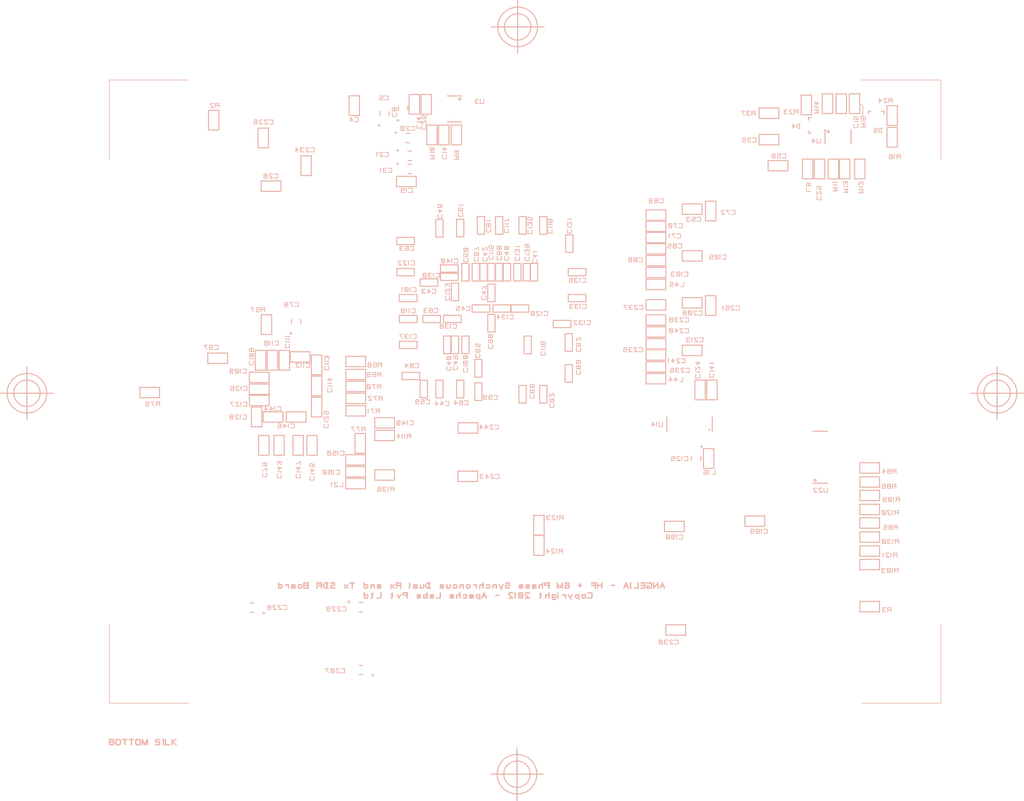
<source format=kicad_pcb>
(kicad_pcb (version 4) (generator gerbview)
  (layers (0 F.Cu signal) (31 B.Cu signal) (34 B.Paste user) (35 F.Paste user) (36 B.SilkS user) (37 F.SilkS user) (38 B.Mask user) (39 F.Mask user) (44 Edge.Cuts user))
  (gr_line (start 183.59653 -21.3868) (end 183.59653 -36.6268) (layer B.SilkS) (width 0.127))
  (gr_line (start 23.5966 -141.38681) (end 38.8366 -141.38681) (layer B.SilkS) (width 0.127))
  (gr_line (start 23.5966 -141.38681) (end 23.5966 -126.14681) (layer B.SilkS) (width 0.127))
  (gr_line (start 23.5966 -21.3868) (end 23.5966 -36.6268) (layer B.SilkS) (width 0.127))
  (gr_line (start 23.5966 -21.3868) (end 38.8366 -21.3868) (layer B.SilkS) (width 0.127))
  (gr_line (start 183.59653 -21.3868) (end 168.35653 -21.3868) (layer B.SilkS) (width 0.127))
  (gr_line (start 183.59653 -141.38681) (end 183.59653 -126.14681) (layer B.SilkS) (width 0.127))
  (gr_line (start 183.59653 -141.38681) (end 168.35653 -141.38681) (layer B.SilkS) (width 0.127))
  (gr_line (start 168.148 -136.7536) (end 168.6052 -136.2964) (layer B.SilkS) (width 0.127))
  (gr_line (start 168.6052 -136.2964) (end 168.6052 -134.747) (layer B.SilkS) (width 0.127))
  (gr_line (start 168.6052 -134.747) (end 168.402 -134.9502) (layer B.SilkS) (width 0.127))
  (gr_line (start 107.2388 -151.6126) (end 97.0788 -151.6126) (layer B.SilkS) (width 0.2032))
  (gr_line (start 102.1588 -146.5326) (end 102.1588 -156.6926) (layer B.SilkS) (width 0.2032))
  (gr_arc (start 102.1588 -151.6126) (end 102.1588 -154.1526) (angle 180) (layer B.SilkS) (width 0.2032))
  (gr_arc (start 102.1588 -151.6126) (end 102.1588 -149.0726) (angle 180) (layer B.SilkS) (width 0.2032))
  (gr_arc (start 102.1588 -151.6126) (end 102.1588 -155.4226) (angle 180) (layer B.SilkS) (width 0.2032))
  (gr_arc (start 102.1588 -151.6126) (end 102.1588 -147.8026) (angle 180) (layer B.SilkS) (width 0.2032))
  (gr_line (start 107.1118 -7.7216) (end 96.9518 -7.7216) (layer B.SilkS) (width 0.2032))
  (gr_line (start 102.0318 -2.6416) (end 102.0318 -12.8016) (layer B.SilkS) (width 0.2032))
  (gr_arc (start 102.0318 -7.7216) (end 102.0318 -10.2616) (angle 180) (layer B.SilkS) (width 0.2032))
  (gr_arc (start 102.0318 -7.7216) (end 102.0318 -5.1816) (angle 180) (layer B.SilkS) (width 0.2032))
  (gr_arc (start 102.0318 -7.7216) (end 102.0318 -11.5316) (angle 180) (layer B.SilkS) (width 0.2032))
  (gr_arc (start 102.0318 -7.7216) (end 102.0318 -3.9116) (angle 180) (layer B.SilkS) (width 0.2032))
  (gr_line (start 12.8016 -81.0768) (end 2.6416 -81.0768) (layer B.SilkS) (width 0.2032))
  (gr_line (start 7.7216 -75.9968) (end 7.7216 -86.1568) (layer B.SilkS) (width 0.2032))
  (gr_arc (start 7.7216 -81.0768) (end 7.7216 -83.6168) (angle 180) (layer B.SilkS) (width 0.2032))
  (gr_arc (start 7.7216 -81.0768) (end 7.7216 -78.5368) (angle 180) (layer B.SilkS) (width 0.2032))
  (gr_arc (start 7.7216 -81.0768) (end 7.7216 -84.8868) (angle 180) (layer B.SilkS) (width 0.2032))
  (gr_arc (start 7.7216 -81.0768) (end 7.7216 -77.2668) (angle 180) (layer B.SilkS) (width 0.2032))
  (gr_line (start 199.4916 -81.0768) (end 189.3316 -81.0768) (layer B.SilkS) (width 0.2032))
  (gr_line (start 194.4116 -75.9968) (end 194.4116 -86.1568) (layer B.SilkS) (width 0.2032))
  (gr_arc (start 194.4116 -81.0768) (end 194.4116 -83.6168) (angle 180) (layer B.SilkS) (width 0.2032))
  (gr_arc (start 194.4116 -81.0768) (end 194.4116 -78.5368) (angle 180) (layer B.SilkS) (width 0.2032))
  (gr_arc (start 194.4116 -81.0768) (end 194.4116 -84.8868) (angle 180) (layer B.SilkS) (width 0.2032))
  (gr_arc (start 194.4116 -81.0768) (end 194.4116 -77.2668) (angle 180) (layer B.SilkS) (width 0.2032))
  (gr_line (start 139.6045 -76.45781) (end 139.6045 -73.75779) (layer B.SilkS) (width 0.2032))
  (gr_line (start 130.8547 -76.45781) (end 130.8547 -73.75779) (layer B.SilkS) (width 0.2032))
  (gr_poly (pts (xy 139.0396 -73.92772) (xy 139.05698 -73.92924) (xy 139.07383 -73.93376) (xy 139.08964 -73.94113) (xy 139.10393 -73.95113) (xy 139.11627 -73.96347) (xy 139.12627 -73.97776) (xy 139.13364 -73.99357) (xy 139.13816 -74.01042) (xy 139.13968 -74.0278) (xy 139.13816 -74.04518) (xy 139.13364 -74.06203) (xy 139.12627 -74.07784) (xy 139.11627 -74.09213) (xy 139.10393 -74.10447) (xy 139.08964 -74.11447) (xy 139.07383 -74.12184) (xy 139.05698 -74.12636) (xy 139.0396 -74.12787) (xy 139.02222 -74.12635) (xy 139.00537 -74.12183) (xy 138.98956 -74.11446) (xy 138.97527 -74.10446) (xy 138.96293 -74.09212) (xy 138.95293 -74.07783) (xy 138.94556 -74.06202) (xy 138.94104 -74.04517) (xy 138.93952 -74.02779) (xy 138.94104 -74.01041) (xy 138.94556 -73.99356) (xy 138.95293 -73.97775) (xy 138.96293 -73.96346) (xy 138.97527 -73.95112) (xy 138.98956 -73.94112) (xy 139.00537 -73.93375) (xy 139.02222 -73.92923)) (layer B.SilkS) (width 0))
  (gr_arc (start 139.0396 -74.0278) (end 139.0396 -74.12787) (angle 180) (layer B.SilkS) (width 0.2032))
  (gr_arc (start 139.0396 -74.02779) (end 139.0396 -73.92772) (angle 180) (layer B.SilkS) (width 0.2032))
  (gr_line (start 130.048 -75.4634) (end 130.048 -74.74382) (layer B.SilkS) (width 0.1524))
  (gr_line (start 130.048 -74.74382) (end 129.96316 -74.65898) (layer B.SilkS) (width 0.1524))
  (gr_line (start 129.96316 -74.65898) (end 129.45516 -74.65898) (layer B.SilkS) (width 0.1524))
  (gr_line (start 129.45516 -74.65898) (end 129.37058 -74.74382) (layer B.SilkS) (width 0.1524))
  (gr_line (start 129.37058 -74.74382) (end 129.37058 -75.4634) (layer B.SilkS) (width 0.1524))
  (gr_line (start 128.88392 -74.65898) (end 128.88392 -75.4634) (layer B.SilkS) (width 0.1524))
  (gr_line (start 128.88392 -75.4634) (end 128.9685 -75.29398) (layer B.SilkS) (width 0.1524))
  (gr_line (start 128.10058 -74.65898) (end 128.10058 -75.4634) (layer B.SilkS) (width 0.1524))
  (gr_line (start 128.10058 -75.4634) (end 128.524 -74.9554) (layer B.SilkS) (width 0.1524))
  (gr_line (start 128.524 -74.9554) (end 127.93142 -74.9554) (layer B.SilkS) (width 0.1524))
  (gr_line (start 78.45552 -74.3618) (end 74.65568 -74.3618) (layer B.SilkS) (width 0.2032))
  (gr_line (start 74.65568 -74.3618) (end 74.65568 -76.3618) (layer B.SilkS) (width 0.2032))
  (gr_line (start 74.65568 -76.3618) (end 78.45552 -76.3618) (layer B.SilkS) (width 0.2032))
  (gr_line (start 78.45552 -76.3618) (end 78.45552 -74.3618) (layer B.SilkS) (width 0.2032))
  (gr_line (start 81.38998 -75.04862) (end 81.47456 -74.96378) (layer B.SilkS) (width 0.1524))
  (gr_line (start 81.47456 -74.96378) (end 81.98256 -74.96378) (layer B.SilkS) (width 0.1524))
  (gr_line (start 81.98256 -74.96378) (end 82.06715 -75.04862) (layer B.SilkS) (width 0.1524))
  (gr_line (start 82.06715 -75.04862) (end 82.06715 -75.68362) (layer B.SilkS) (width 0.1524))
  (gr_line (start 82.06715 -75.68362) (end 81.98256 -75.7682) (layer B.SilkS) (width 0.1524))
  (gr_line (start 81.98256 -75.7682) (end 81.47456 -75.7682) (layer B.SilkS) (width 0.1524))
  (gr_line (start 81.47456 -75.7682) (end 81.38998 -75.68362) (layer B.SilkS) (width 0.1524))
  (gr_line (start 80.90306 -74.96378) (end 80.90306 -75.7682) (layer B.SilkS) (width 0.1524))
  (gr_line (start 80.90306 -75.7682) (end 80.9879 -75.59878) (layer B.SilkS) (width 0.1524))
  (gr_line (start 80.11998 -74.96378) (end 80.11998 -75.7682) (layer B.SilkS) (width 0.1524))
  (gr_line (start 80.11998 -75.7682) (end 80.5434 -75.2602) (layer B.SilkS) (width 0.1524))
  (gr_line (start 80.5434 -75.2602) (end 79.95082 -75.2602) (layer B.SilkS) (width 0.1524))
  (gr_line (start 79.5274 -75.04862) (end 79.5274 -75.30262) (layer B.SilkS) (width 0.1524))
  (gr_line (start 79.5274 -75.30262) (end 79.44282 -75.3872) (layer B.SilkS) (width 0.1524))
  (gr_line (start 79.44282 -75.3872) (end 79.0194 -75.3872) (layer B.SilkS) (width 0.1524))
  (gr_line (start 79.0194 -75.3872) (end 78.93482 -75.47178) (layer B.SilkS) (width 0.1524))
  (gr_line (start 78.93482 -75.47178) (end 78.93482 -75.68362) (layer B.SilkS) (width 0.1524))
  (gr_line (start 78.93482 -75.68362) (end 79.0194 -75.7682) (layer B.SilkS) (width 0.1524))
  (gr_line (start 79.0194 -75.7682) (end 79.44282 -75.7682) (layer B.SilkS) (width 0.1524))
  (gr_line (start 79.44282 -75.7682) (end 79.5274 -75.68362) (layer B.SilkS) (width 0.1524))
  (gr_line (start 79.5274 -75.68362) (end 79.5274 -75.47178) (layer B.SilkS) (width 0.1524))
  (gr_line (start 79.5274 -75.47178) (end 79.44282 -75.3872) (layer B.SilkS) (width 0.1524))
  (gr_line (start 79.44282 -75.3872) (end 79.0194 -75.3872) (layer B.SilkS) (width 0.1524))
  (gr_line (start 79.0194 -75.3872) (end 78.93482 -75.30262) (layer B.SilkS) (width 0.1524))
  (gr_line (start 78.93482 -75.30262) (end 78.93482 -75.04862) (layer B.SilkS) (width 0.1524))
  (gr_line (start 78.93482 -75.04862) (end 79.0194 -74.96378) (layer B.SilkS) (width 0.1524))
  (gr_line (start 79.0194 -74.96378) (end 79.44282 -74.96378) (layer B.SilkS) (width 0.1524))
  (gr_line (start 79.44282 -74.96378) (end 79.5274 -75.04862) (layer B.SilkS) (width 0.1524))
  (gr_line (start 130.65252 -91.8878) (end 126.85268 -91.8878) (layer B.SilkS) (width 0.2032))
  (gr_line (start 126.85268 -91.8878) (end 126.85268 -93.8878) (layer B.SilkS) (width 0.2032))
  (gr_line (start 126.85268 -93.8878) (end 130.65252 -93.8878) (layer B.SilkS) (width 0.2032))
  (gr_line (start 130.65252 -93.8878) (end 130.65252 -91.8878) (layer B.SilkS) (width 0.2032))
  (gr_line (start 134.34898 -92.80322) (end 134.43382 -92.71838) (layer B.SilkS) (width 0.1524))
  (gr_line (start 134.43382 -92.71838) (end 134.94182 -92.71838) (layer B.SilkS) (width 0.1524))
  (gr_line (start 134.94182 -92.71838) (end 135.0264 -92.80322) (layer B.SilkS) (width 0.1524))
  (gr_line (start 135.0264 -92.80322) (end 135.0264 -93.43822) (layer B.SilkS) (width 0.1524))
  (gr_line (start 135.0264 -93.43822) (end 134.94182 -93.5228) (layer B.SilkS) (width 0.1524))
  (gr_line (start 134.94182 -93.5228) (end 134.43382 -93.5228) (layer B.SilkS) (width 0.1524))
  (gr_line (start 134.43382 -93.5228) (end 134.34898 -93.43822) (layer B.SilkS) (width 0.1524))
  (gr_line (start 134.0104 -93.43822) (end 133.92582 -93.5228) (layer B.SilkS) (width 0.1524))
  (gr_line (start 133.92582 -93.5228) (end 133.5024 -93.5228) (layer B.SilkS) (width 0.1524))
  (gr_line (start 133.5024 -93.5228) (end 133.41782 -93.43822) (layer B.SilkS) (width 0.1524))
  (gr_line (start 133.41782 -93.43822) (end 133.41782 -93.2688) (layer B.SilkS) (width 0.1524))
  (gr_line (start 133.41782 -93.2688) (end 133.5024 -93.18422) (layer B.SilkS) (width 0.1524))
  (gr_line (start 133.5024 -93.18422) (end 134.0104 -92.71838) (layer B.SilkS) (width 0.1524))
  (gr_line (start 134.0104 -92.71838) (end 133.41782 -92.71838) (layer B.SilkS) (width 0.1524))
  (gr_line (start 132.57124 -92.71838) (end 132.57124 -93.5228) (layer B.SilkS) (width 0.1524))
  (gr_line (start 132.57124 -93.5228) (end 132.99465 -93.0148) (layer B.SilkS) (width 0.1524))
  (gr_line (start 132.99465 -93.0148) (end 132.40182 -93.0148) (layer B.SilkS) (width 0.1524))
  (gr_line (start 131.38607 -92.80322) (end 131.47065 -92.71838) (layer B.SilkS) (width 0.1524))
  (gr_line (start 131.47065 -92.71838) (end 131.89407 -92.71838) (layer B.SilkS) (width 0.1524))
  (gr_line (start 131.89407 -92.71838) (end 131.97865 -92.80322) (layer B.SilkS) (width 0.1524))
  (gr_line (start 131.97865 -92.80322) (end 131.97865 -93.43822) (layer B.SilkS) (width 0.1524))
  (gr_line (start 131.97865 -93.43822) (end 131.89407 -93.5228) (layer B.SilkS) (width 0.1524))
  (gr_line (start 131.89407 -93.5228) (end 131.47065 -93.5228) (layer B.SilkS) (width 0.1524))
  (gr_line (start 131.47065 -93.5228) (end 131.38607 -93.43822) (layer B.SilkS) (width 0.1524))
  (gr_line (start 131.38607 -93.43822) (end 131.38607 -92.80322) (layer B.SilkS) (width 0.1524))
  (gr_line (start 131.97865 -92.80322) (end 131.38607 -93.43822) (layer B.SilkS) (width 0.1524))
  (gr_line (start 82.79663 -89.68689) (end 79.39659 -89.68689) (layer B.SilkS) (width 0.2032))
  (gr_line (start 79.39659 -89.68689) (end 79.39659 -91.08669) (layer B.SilkS) (width 0.2032))
  (gr_line (start 79.39659 -91.08669) (end 82.79663 -91.08669) (layer B.SilkS) (width 0.2032))
  (gr_line (start 82.79663 -91.08669) (end 82.79663 -89.68689) (layer B.SilkS) (width 0.2032))
  (gr_line (start 81.94878 -91.68562) (end 82.03336 -91.60078) (layer B.SilkS) (width 0.1524))
  (gr_line (start 82.03336 -91.60078) (end 82.54136 -91.60078) (layer B.SilkS) (width 0.1524))
  (gr_line (start 82.54136 -91.60078) (end 82.62595 -91.68562) (layer B.SilkS) (width 0.1524))
  (gr_line (start 82.62595 -91.68562) (end 82.62595 -92.32062) (layer B.SilkS) (width 0.1524))
  (gr_line (start 82.62595 -92.32062) (end 82.54136 -92.4052) (layer B.SilkS) (width 0.1524))
  (gr_line (start 82.54136 -92.4052) (end 82.03336 -92.4052) (layer B.SilkS) (width 0.1524))
  (gr_line (start 82.03336 -92.4052) (end 81.94878 -92.32062) (layer B.SilkS) (width 0.1524))
  (gr_line (start 81.46186 -91.60078) (end 81.46186 -92.4052) (layer B.SilkS) (width 0.1524))
  (gr_line (start 81.46186 -92.4052) (end 81.5467 -92.23578) (layer B.SilkS) (width 0.1524))
  (gr_line (start 81.1022 -92.32062) (end 81.01762 -92.4052) (layer B.SilkS) (width 0.1524))
  (gr_line (start 81.01762 -92.4052) (end 80.5942 -92.4052) (layer B.SilkS) (width 0.1524))
  (gr_line (start 80.5942 -92.4052) (end 80.50962 -92.32062) (layer B.SilkS) (width 0.1524))
  (gr_line (start 80.50962 -92.32062) (end 80.50962 -92.10878) (layer B.SilkS) (width 0.1524))
  (gr_line (start 80.50962 -92.10878) (end 80.5942 -92.0242) (layer B.SilkS) (width 0.1524))
  (gr_line (start 80.5942 -92.0242) (end 80.8482 -92.0242) (layer B.SilkS) (width 0.1524))
  (gr_line (start 80.8482 -92.0242) (end 80.5942 -92.0242) (layer B.SilkS) (width 0.1524))
  (gr_line (start 80.5942 -92.0242) (end 80.50962 -91.93962) (layer B.SilkS) (width 0.1524))
  (gr_line (start 80.50962 -91.93962) (end 80.50962 -91.72778) (layer B.SilkS) (width 0.1524))
  (gr_line (start 80.50962 -91.72778) (end 80.5942 -91.60078) (layer B.SilkS) (width 0.1524))
  (gr_line (start 80.5942 -91.60078) (end 81.01762 -91.60078) (layer B.SilkS) (width 0.1524))
  (gr_line (start 81.01762 -91.60078) (end 81.1022 -91.68562) (layer B.SilkS) (width 0.1524))
  (gr_line (start 80.0862 -92.4052) (end 79.49362 -92.4052) (layer B.SilkS) (width 0.1524))
  (gr_line (start 79.49362 -92.4052) (end 80.00162 -91.60078) (layer B.SilkS) (width 0.1524))
  (gr_line (start 33.24352 -80.2038) (end 29.44368 -80.2038) (layer B.SilkS) (width 0.2032))
  (gr_line (start 29.44368 -80.2038) (end 29.44368 -82.2038) (layer B.SilkS) (width 0.2032))
  (gr_line (start 29.44368 -82.2038) (end 33.24352 -82.2038) (layer B.SilkS) (width 0.2032))
  (gr_line (start 33.24352 -82.2038) (end 33.24352 -80.2038) (layer B.SilkS) (width 0.2032))
  (gr_line (start 33.27019 -78.60995) (end 33.27019 -79.41437) (layer B.SilkS) (width 0.1524))
  (gr_line (start 33.27019 -79.41437) (end 32.67735 -79.41437) (layer B.SilkS) (width 0.1524))
  (gr_line (start 32.67735 -79.41437) (end 32.59277 -79.32979) (layer B.SilkS) (width 0.1524))
  (gr_line (start 32.59277 -79.32979) (end 32.59277 -79.11795) (layer B.SilkS) (width 0.1524))
  (gr_line (start 32.59277 -79.11795) (end 32.67735 -79.03337) (layer B.SilkS) (width 0.1524))
  (gr_line (start 32.67735 -79.03337) (end 33.27019 -79.03337) (layer B.SilkS) (width 0.1524))
  (gr_line (start 32.76219 -79.03337) (end 32.67735 -79.03337) (layer B.SilkS) (width 0.1524))
  (gr_line (start 32.67735 -79.03337) (end 32.59277 -78.60995) (layer B.SilkS) (width 0.1524))
  (gr_line (start 32.25419 -79.41437) (end 31.66161 -79.41437) (layer B.SilkS) (width 0.1524))
  (gr_line (start 31.66161 -79.41437) (end 32.16961 -78.60995) (layer B.SilkS) (width 0.1524))
  (gr_line (start 30.64561 -79.07579) (end 30.73019 -78.99095) (layer B.SilkS) (width 0.1524))
  (gr_line (start 30.73019 -78.99095) (end 31.19603 -78.99095) (layer B.SilkS) (width 0.1524))
  (gr_line (start 31.19603 -78.99095) (end 31.23819 -79.07579) (layer B.SilkS) (width 0.1524))
  (gr_line (start 31.23819 -79.07579) (end 31.23819 -79.32979) (layer B.SilkS) (width 0.1524))
  (gr_line (start 31.23819 -79.32979) (end 31.15361 -79.41437) (layer B.SilkS) (width 0.1524))
  (gr_line (start 31.15361 -79.41437) (end 30.73019 -79.41437) (layer B.SilkS) (width 0.1524))
  (gr_line (start 30.73019 -79.41437) (end 30.64561 -79.32979) (layer B.SilkS) (width 0.1524))
  (gr_line (start 30.64561 -79.32979) (end 30.64561 -78.69479) (layer B.SilkS) (width 0.1524))
  (gr_line (start 30.64561 -78.69479) (end 30.73019 -78.60995) (layer B.SilkS) (width 0.1524))
  (gr_line (start 30.73019 -78.60995) (end 31.15361 -78.60995) (layer B.SilkS) (width 0.1524))
  (gr_line (start 31.15361 -78.60995) (end 31.23819 -78.69479) (layer B.SilkS) (width 0.1524))
  (gr_line (start 86.79663 -101.68687) (end 83.39658 -101.68687) (layer B.SilkS) (width 0.2032))
  (gr_line (start 83.39658 -101.68687) (end 83.39658 -103.08692) (layer B.SilkS) (width 0.2032))
  (gr_line (start 83.39658 -103.08692) (end 86.79663 -103.08692) (layer B.SilkS) (width 0.2032))
  (gr_line (start 86.79663 -103.08692) (end 86.79663 -101.68687) (layer B.SilkS) (width 0.2032))
  (gr_line (start 85.70798 -100.39782) (end 85.79256 -100.31298) (layer B.SilkS) (width 0.1524))
  (gr_line (start 85.79256 -100.31298) (end 86.30056 -100.31298) (layer B.SilkS) (width 0.1524))
  (gr_line (start 86.30056 -100.31298) (end 86.3854 -100.39782) (layer B.SilkS) (width 0.1524))
  (gr_line (start 86.3854 -100.39782) (end 86.3854 -101.03282) (layer B.SilkS) (width 0.1524))
  (gr_line (start 86.3854 -101.03282) (end 86.30056 -101.1174) (layer B.SilkS) (width 0.1524))
  (gr_line (start 86.30056 -101.1174) (end 85.79256 -101.1174) (layer B.SilkS) (width 0.1524))
  (gr_line (start 85.79256 -101.1174) (end 85.70798 -101.03282) (layer B.SilkS) (width 0.1524))
  (gr_line (start 84.94598 -100.31298) (end 84.94598 -101.1174) (layer B.SilkS) (width 0.1524))
  (gr_line (start 84.94598 -101.1174) (end 85.3694 -100.6094) (layer B.SilkS) (width 0.1524))
  (gr_line (start 85.3694 -100.6094) (end 84.77682 -100.6094) (layer B.SilkS) (width 0.1524))
  (gr_line (start 84.3534 -101.03282) (end 84.26882 -101.1174) (layer B.SilkS) (width 0.1524))
  (gr_line (start 84.26882 -101.1174) (end 83.8454 -101.1174) (layer B.SilkS) (width 0.1524))
  (gr_line (start 83.8454 -101.1174) (end 83.76082 -101.03282) (layer B.SilkS) (width 0.1524))
  (gr_line (start 83.76082 -101.03282) (end 83.76082 -100.82098) (layer B.SilkS) (width 0.1524))
  (gr_line (start 83.76082 -100.82098) (end 83.8454 -100.7364) (layer B.SilkS) (width 0.1524))
  (gr_line (start 83.8454 -100.7364) (end 84.0994 -100.7364) (layer B.SilkS) (width 0.1524))
  (gr_line (start 84.0994 -100.7364) (end 83.8454 -100.7364) (layer B.SilkS) (width 0.1524))
  (gr_line (start 83.8454 -100.7364) (end 83.76082 -100.65182) (layer B.SilkS) (width 0.1524))
  (gr_line (start 83.76082 -100.65182) (end 83.76082 -100.43998) (layer B.SilkS) (width 0.1524))
  (gr_line (start 83.76082 -100.43998) (end 83.8454 -100.31298) (layer B.SilkS) (width 0.1524))
  (gr_line (start 83.8454 -100.31298) (end 84.26882 -100.31298) (layer B.SilkS) (width 0.1524))
  (gr_line (start 84.26882 -100.31298) (end 84.3534 -100.39782) (layer B.SilkS) (width 0.1524))
  (gr_line (start 134.20852 -54.4228) (end 130.40868 -54.4228) (layer B.SilkS) (width 0.2032))
  (gr_line (start 130.40868 -54.4228) (end 130.40868 -56.4228) (layer B.SilkS) (width 0.2032))
  (gr_line (start 130.40868 -56.4228) (end 134.20852 -56.4228) (layer B.SilkS) (width 0.2032))
  (gr_line (start 134.20852 -56.4228) (end 134.20852 -54.4228) (layer B.SilkS) (width 0.2032))
  (gr_line (start 133.23138 -53.07762) (end 133.31596 -52.99278) (layer B.SilkS) (width 0.1524))
  (gr_line (start 133.31596 -52.99278) (end 133.82396 -52.99278) (layer B.SilkS) (width 0.1524))
  (gr_line (start 133.82396 -52.99278) (end 133.90855 -53.07762) (layer B.SilkS) (width 0.1524))
  (gr_line (start 133.90855 -53.07762) (end 133.90855 -53.71262) (layer B.SilkS) (width 0.1524))
  (gr_line (start 133.90855 -53.71262) (end 133.82396 -53.7972) (layer B.SilkS) (width 0.1524))
  (gr_line (start 133.82396 -53.7972) (end 133.31596 -53.7972) (layer B.SilkS) (width 0.1524))
  (gr_line (start 133.31596 -53.7972) (end 133.23138 -53.71262) (layer B.SilkS) (width 0.1524))
  (gr_line (start 132.74446 -52.99278) (end 132.74446 -53.7972) (layer B.SilkS) (width 0.1524))
  (gr_line (start 132.74446 -53.7972) (end 132.8293 -53.62778) (layer B.SilkS) (width 0.1524))
  (gr_line (start 131.79222 -53.45862) (end 131.8768 -53.37378) (layer B.SilkS) (width 0.1524))
  (gr_line (start 131.8768 -53.37378) (end 132.34238 -53.37378) (layer B.SilkS) (width 0.1524))
  (gr_line (start 132.34238 -53.37378) (end 132.3848 -53.45862) (layer B.SilkS) (width 0.1524))
  (gr_line (start 132.3848 -53.45862) (end 132.3848 -53.71262) (layer B.SilkS) (width 0.1524))
  (gr_line (start 132.3848 -53.71262) (end 132.30022 -53.7972) (layer B.SilkS) (width 0.1524))
  (gr_line (start 132.30022 -53.7972) (end 131.8768 -53.7972) (layer B.SilkS) (width 0.1524))
  (gr_line (start 131.8768 -53.7972) (end 131.79222 -53.71262) (layer B.SilkS) (width 0.1524))
  (gr_line (start 131.79222 -53.71262) (end 131.79222 -53.07762) (layer B.SilkS) (width 0.1524))
  (gr_line (start 131.79222 -53.07762) (end 131.8768 -52.99278) (layer B.SilkS) (width 0.1524))
  (gr_line (start 131.8768 -52.99278) (end 132.30022 -52.99278) (layer B.SilkS) (width 0.1524))
  (gr_line (start 132.30022 -52.99278) (end 132.3848 -53.07762) (layer B.SilkS) (width 0.1524))
  (gr_line (start 130.77622 -53.07762) (end 130.8608 -52.99278) (layer B.SilkS) (width 0.1524))
  (gr_line (start 130.8608 -52.99278) (end 131.28422 -52.99278) (layer B.SilkS) (width 0.1524))
  (gr_line (start 131.28422 -52.99278) (end 131.3688 -53.07762) (layer B.SilkS) (width 0.1524))
  (gr_line (start 131.3688 -53.07762) (end 131.3688 -53.71262) (layer B.SilkS) (width 0.1524))
  (gr_line (start 131.3688 -53.71262) (end 131.28422 -53.7972) (layer B.SilkS) (width 0.1524))
  (gr_line (start 131.28422 -53.7972) (end 130.8608 -53.7972) (layer B.SilkS) (width 0.1524))
  (gr_line (start 130.8608 -53.7972) (end 130.77622 -53.71262) (layer B.SilkS) (width 0.1524))
  (gr_line (start 130.77622 -53.71262) (end 130.77622 -53.07762) (layer B.SilkS) (width 0.1524))
  (gr_line (start 131.3688 -53.07762) (end 130.77622 -53.71262) (layer B.SilkS) (width 0.1524))
  (gr_line (start 82.29651 -109.68685) (end 78.89672 -109.68685) (layer B.SilkS) (width 0.2032))
  (gr_line (start 78.89672 -109.68685) (end 78.89672 -111.0869) (layer B.SilkS) (width 0.2032))
  (gr_line (start 78.89672 -111.0869) (end 82.29651 -111.0869) (layer B.SilkS) (width 0.2032))
  (gr_line (start 82.29651 -111.0869) (end 82.29651 -109.68685) (layer B.SilkS) (width 0.2032))
  (gr_line (start 81.46618 -108.65282) (end 81.55076 -108.56798) (layer B.SilkS) (width 0.1524))
  (gr_line (start 81.55076 -108.56798) (end 82.05876 -108.56798) (layer B.SilkS) (width 0.1524))
  (gr_line (start 82.05876 -108.56798) (end 82.1436 -108.65282) (layer B.SilkS) (width 0.1524))
  (gr_line (start 82.1436 -108.65282) (end 82.1436 -109.28782) (layer B.SilkS) (width 0.1524))
  (gr_line (start 82.1436 -109.28782) (end 82.05876 -109.3724) (layer B.SilkS) (width 0.1524))
  (gr_line (start 82.05876 -109.3724) (end 81.55076 -109.3724) (layer B.SilkS) (width 0.1524))
  (gr_line (start 81.55076 -109.3724) (end 81.46618 -109.28782) (layer B.SilkS) (width 0.1524))
  (gr_line (start 81.1276 -108.94898) (end 81.04302 -109.03382) (layer B.SilkS) (width 0.1524))
  (gr_line (start 81.04302 -109.03382) (end 80.6196 -109.03382) (layer B.SilkS) (width 0.1524))
  (gr_line (start 80.6196 -109.03382) (end 80.53502 -108.94898) (layer B.SilkS) (width 0.1524))
  (gr_line (start 80.53502 -108.94898) (end 80.53502 -108.65282) (layer B.SilkS) (width 0.1524))
  (gr_line (start 80.53502 -108.65282) (end 80.6196 -108.56798) (layer B.SilkS) (width 0.1524))
  (gr_line (start 80.6196 -108.56798) (end 81.04302 -108.56798) (layer B.SilkS) (width 0.1524))
  (gr_line (start 81.04302 -108.56798) (end 81.1276 -108.65282) (layer B.SilkS) (width 0.1524))
  (gr_line (start 81.1276 -108.65282) (end 81.1276 -109.28782) (layer B.SilkS) (width 0.1524))
  (gr_line (start 81.1276 -109.28782) (end 81.04302 -109.3724) (layer B.SilkS) (width 0.1524))
  (gr_line (start 81.04302 -109.3724) (end 80.6196 -109.3724) (layer B.SilkS) (width 0.1524))
  (gr_line (start 80.6196 -109.3724) (end 80.53502 -109.28782) (layer B.SilkS) (width 0.1524))
  (gr_line (start 80.1116 -109.28782) (end 80.02702 -109.3724) (layer B.SilkS) (width 0.1524))
  (gr_line (start 80.02702 -109.3724) (end 79.6036 -109.3724) (layer B.SilkS) (width 0.1524))
  (gr_line (start 79.6036 -109.3724) (end 79.51902 -109.28782) (layer B.SilkS) (width 0.1524))
  (gr_line (start 79.51902 -109.28782) (end 79.51902 -109.07598) (layer B.SilkS) (width 0.1524))
  (gr_line (start 79.51902 -109.07598) (end 79.6036 -108.9914) (layer B.SilkS) (width 0.1524))
  (gr_line (start 79.6036 -108.9914) (end 79.8576 -108.9914) (layer B.SilkS) (width 0.1524))
  (gr_line (start 79.8576 -108.9914) (end 79.6036 -108.9914) (layer B.SilkS) (width 0.1524))
  (gr_line (start 79.6036 -108.9914) (end 79.51902 -108.90682) (layer B.SilkS) (width 0.1524))
  (gr_line (start 79.51902 -108.90682) (end 79.51902 -108.69498) (layer B.SilkS) (width 0.1524))
  (gr_line (start 79.51902 -108.69498) (end 79.6036 -108.56798) (layer B.SilkS) (width 0.1524))
  (gr_line (start 79.6036 -108.56798) (end 80.02702 -108.56798) (layer B.SilkS) (width 0.1524))
  (gr_line (start 80.02702 -108.56798) (end 80.1116 -108.65282) (layer B.SilkS) (width 0.1524))
  (gr_line (start 171.79671 -52.38674) (end 167.99662 -52.38674) (layer B.SilkS) (width 0.2032))
  (gr_line (start 167.99662 -52.38674) (end 167.99662 -54.38673) (layer B.SilkS) (width 0.2032))
  (gr_line (start 167.99662 -54.38673) (end 171.79671 -54.38673) (layer B.SilkS) (width 0.2032))
  (gr_line (start 171.79671 -54.38673) (end 171.79671 -52.38674) (layer B.SilkS) (width 0.2032))
  (gr_line (start 175.48835 -52.12918) (end 175.48835 -52.9336) (layer B.SilkS) (width 0.1524))
  (gr_line (start 175.48835 -52.9336) (end 174.89576 -52.9336) (layer B.SilkS) (width 0.1524))
  (gr_line (start 174.89576 -52.9336) (end 174.81118 -52.84902) (layer B.SilkS) (width 0.1524))
  (gr_line (start 174.81118 -52.84902) (end 174.81118 -52.63718) (layer B.SilkS) (width 0.1524))
  (gr_line (start 174.81118 -52.63718) (end 174.89576 -52.5526) (layer B.SilkS) (width 0.1524))
  (gr_line (start 174.89576 -52.5526) (end 175.48835 -52.5526) (layer B.SilkS) (width 0.1524))
  (gr_line (start 174.98035 -52.5526) (end 174.89576 -52.5526) (layer B.SilkS) (width 0.1524))
  (gr_line (start 174.89576 -52.5526) (end 174.81118 -52.12918) (layer B.SilkS) (width 0.1524))
  (gr_line (start 174.32426 -52.12918) (end 174.32426 -52.9336) (layer B.SilkS) (width 0.1524))
  (gr_line (start 174.32426 -52.9336) (end 174.4091 -52.76418) (layer B.SilkS) (width 0.1524))
  (gr_line (start 173.9646 -52.84902) (end 173.88002 -52.9336) (layer B.SilkS) (width 0.1524))
  (gr_line (start 173.88002 -52.9336) (end 173.4566 -52.9336) (layer B.SilkS) (width 0.1524))
  (gr_line (start 173.4566 -52.9336) (end 173.37202 -52.84902) (layer B.SilkS) (width 0.1524))
  (gr_line (start 173.37202 -52.84902) (end 173.37202 -52.63718) (layer B.SilkS) (width 0.1524))
  (gr_line (start 173.37202 -52.63718) (end 173.4566 -52.5526) (layer B.SilkS) (width 0.1524))
  (gr_line (start 173.4566 -52.5526) (end 173.7106 -52.5526) (layer B.SilkS) (width 0.1524))
  (gr_line (start 173.7106 -52.5526) (end 173.4566 -52.5526) (layer B.SilkS) (width 0.1524))
  (gr_line (start 173.4566 -52.5526) (end 173.37202 -52.46802) (layer B.SilkS) (width 0.1524))
  (gr_line (start 173.37202 -52.46802) (end 173.37202 -52.25618) (layer B.SilkS) (width 0.1524))
  (gr_line (start 173.37202 -52.25618) (end 173.4566 -52.12918) (layer B.SilkS) (width 0.1524))
  (gr_line (start 173.4566 -52.12918) (end 173.88002 -52.12918) (layer B.SilkS) (width 0.1524))
  (gr_line (start 173.88002 -52.12918) (end 173.9646 -52.21402) (layer B.SilkS) (width 0.1524))
  (gr_line (start 172.35602 -52.21402) (end 172.4406 -52.12918) (layer B.SilkS) (width 0.1524))
  (gr_line (start 172.4406 -52.12918) (end 172.86402 -52.12918) (layer B.SilkS) (width 0.1524))
  (gr_line (start 172.86402 -52.12918) (end 172.9486 -52.21402) (layer B.SilkS) (width 0.1524))
  (gr_line (start 172.9486 -52.21402) (end 172.9486 -52.84902) (layer B.SilkS) (width 0.1524))
  (gr_line (start 172.9486 -52.84902) (end 172.86402 -52.9336) (layer B.SilkS) (width 0.1524))
  (gr_line (start 172.86402 -52.9336) (end 172.4406 -52.9336) (layer B.SilkS) (width 0.1524))
  (gr_line (start 172.4406 -52.9336) (end 172.35602 -52.84902) (layer B.SilkS) (width 0.1524))
  (gr_line (start 172.35602 -52.84902) (end 172.35602 -52.21402) (layer B.SilkS) (width 0.1524))
  (gr_line (start 172.9486 -52.21402) (end 172.35602 -52.84902) (layer B.SilkS) (width 0.1524))
  (gr_line (start 82.79663 -98.68687) (end 79.39659 -98.68687) (layer B.SilkS) (width 0.2032))
  (gr_line (start 79.39659 -98.68687) (end 79.39659 -100.08692) (layer B.SilkS) (width 0.2032))
  (gr_line (start 79.39659 -100.08692) (end 82.79663 -100.08692) (layer B.SilkS) (width 0.2032))
  (gr_line (start 82.79663 -100.08692) (end 82.79663 -98.68687) (layer B.SilkS) (width 0.2032))
  (gr_line (start 81.92338 -100.72802) (end 82.00796 -100.64318) (layer B.SilkS) (width 0.1524))
  (gr_line (start 82.00796 -100.64318) (end 82.51596 -100.64318) (layer B.SilkS) (width 0.1524))
  (gr_line (start 82.51596 -100.64318) (end 82.6008 -100.72802) (layer B.SilkS) (width 0.1524))
  (gr_line (start 82.6008 -100.72802) (end 82.6008 -101.36302) (layer B.SilkS) (width 0.1524))
  (gr_line (start 82.6008 -101.36302) (end 82.51596 -101.4476) (layer B.SilkS) (width 0.1524))
  (gr_line (start 82.51596 -101.4476) (end 82.00796 -101.4476) (layer B.SilkS) (width 0.1524))
  (gr_line (start 82.00796 -101.4476) (end 81.92338 -101.36302) (layer B.SilkS) (width 0.1524))
  (gr_line (start 81.43672 -100.64318) (end 81.43672 -101.4476) (layer B.SilkS) (width 0.1524))
  (gr_line (start 81.43672 -101.4476) (end 81.5213 -101.27818) (layer B.SilkS) (width 0.1524))
  (gr_line (start 80.48422 -100.72802) (end 80.5688 -100.64318) (layer B.SilkS) (width 0.1524))
  (gr_line (start 80.5688 -100.64318) (end 80.99222 -100.64318) (layer B.SilkS) (width 0.1524))
  (gr_line (start 80.99222 -100.64318) (end 81.0768 -100.72802) (layer B.SilkS) (width 0.1524))
  (gr_line (start 81.0768 -100.72802) (end 81.0768 -101.36302) (layer B.SilkS) (width 0.1524))
  (gr_line (start 81.0768 -101.36302) (end 80.99222 -101.4476) (layer B.SilkS) (width 0.1524))
  (gr_line (start 80.99222 -101.4476) (end 80.5688 -101.4476) (layer B.SilkS) (width 0.1524))
  (gr_line (start 80.5688 -101.4476) (end 80.48422 -101.36302) (layer B.SilkS) (width 0.1524))
  (gr_line (start 80.48422 -101.36302) (end 80.48422 -100.72802) (layer B.SilkS) (width 0.1524))
  (gr_line (start 81.0768 -100.72802) (end 80.48422 -101.36302) (layer B.SilkS) (width 0.1524))
  (gr_line (start 79.91272 -100.64318) (end 79.91272 -101.4476) (layer B.SilkS) (width 0.1524))
  (gr_line (start 79.91272 -101.4476) (end 79.9973 -101.27818) (layer B.SilkS) (width 0.1524))
  (gr_line (start 171.79671 -57.6867) (end 167.99662 -57.6867) (layer B.SilkS) (width 0.2032))
  (gr_line (start 167.99662 -57.6867) (end 167.99662 -59.6867) (layer B.SilkS) (width 0.2032))
  (gr_line (start 167.99662 -59.6867) (end 171.79671 -59.6867) (layer B.SilkS) (width 0.2032))
  (gr_line (start 171.79671 -59.6867) (end 171.79671 -57.6867) (layer B.SilkS) (width 0.2032))
  (gr_line (start 175.43755 -57.69178) (end 175.43755 -58.4962) (layer B.SilkS) (width 0.1524))
  (gr_line (start 175.43755 -58.4962) (end 174.84496 -58.4962) (layer B.SilkS) (width 0.1524))
  (gr_line (start 174.84496 -58.4962) (end 174.76038 -58.41162) (layer B.SilkS) (width 0.1524))
  (gr_line (start 174.76038 -58.41162) (end 174.76038 -58.19978) (layer B.SilkS) (width 0.1524))
  (gr_line (start 174.76038 -58.19978) (end 174.84496 -58.1152) (layer B.SilkS) (width 0.1524))
  (gr_line (start 174.84496 -58.1152) (end 175.43755 -58.1152) (layer B.SilkS) (width 0.1524))
  (gr_line (start 174.92955 -58.1152) (end 174.84496 -58.1152) (layer B.SilkS) (width 0.1524))
  (gr_line (start 174.84496 -58.1152) (end 174.76038 -57.69178) (layer B.SilkS) (width 0.1524))
  (gr_line (start 174.27346 -57.69178) (end 174.27346 -58.4962) (layer B.SilkS) (width 0.1524))
  (gr_line (start 174.27346 -58.4962) (end 174.3583 -58.32678) (layer B.SilkS) (width 0.1524))
  (gr_line (start 173.9138 -58.41162) (end 173.82922 -58.4962) (layer B.SilkS) (width 0.1524))
  (gr_line (start 173.82922 -58.4962) (end 173.4058 -58.4962) (layer B.SilkS) (width 0.1524))
  (gr_line (start 173.4058 -58.4962) (end 173.32122 -58.41162) (layer B.SilkS) (width 0.1524))
  (gr_line (start 173.32122 -58.41162) (end 173.32122 -58.2422) (layer B.SilkS) (width 0.1524))
  (gr_line (start 173.32122 -58.2422) (end 173.4058 -58.15762) (layer B.SilkS) (width 0.1524))
  (gr_line (start 173.4058 -58.15762) (end 173.9138 -57.69178) (layer B.SilkS) (width 0.1524))
  (gr_line (start 173.9138 -57.69178) (end 173.32122 -57.69178) (layer B.SilkS) (width 0.1524))
  (gr_line (start 172.30522 -57.77662) (end 172.3898 -57.69178) (layer B.SilkS) (width 0.1524))
  (gr_line (start 172.3898 -57.69178) (end 172.81322 -57.69178) (layer B.SilkS) (width 0.1524))
  (gr_line (start 172.81322 -57.69178) (end 172.8978 -57.77662) (layer B.SilkS) (width 0.1524))
  (gr_line (start 172.8978 -57.77662) (end 172.8978 -58.41162) (layer B.SilkS) (width 0.1524))
  (gr_line (start 172.8978 -58.41162) (end 172.81322 -58.4962) (layer B.SilkS) (width 0.1524))
  (gr_line (start 172.81322 -58.4962) (end 172.3898 -58.4962) (layer B.SilkS) (width 0.1524))
  (gr_line (start 172.3898 -58.4962) (end 172.30522 -58.41162) (layer B.SilkS) (width 0.1524))
  (gr_line (start 172.30522 -58.41162) (end 172.30522 -57.77662) (layer B.SilkS) (width 0.1524))
  (gr_line (start 172.8978 -57.77662) (end 172.30522 -58.41162) (layer B.SilkS) (width 0.1524))
  (gr_line (start 82.29651 -103.68686) (end 78.89672 -103.68686) (layer B.SilkS) (width 0.2032))
  (gr_line (start 78.89672 -103.68686) (end 78.89672 -105.08691) (layer B.SilkS) (width 0.2032))
  (gr_line (start 78.89672 -105.08691) (end 82.29651 -105.08691) (layer B.SilkS) (width 0.2032))
  (gr_line (start 82.29651 -105.08691) (end 82.29651 -103.68686) (layer B.SilkS) (width 0.2032))
  (gr_line (start 81.61858 -105.83342) (end 81.70316 -105.74858) (layer B.SilkS) (width 0.1524))
  (gr_line (start 81.70316 -105.74858) (end 82.21116 -105.74858) (layer B.SilkS) (width 0.1524))
  (gr_line (start 82.21116 -105.74858) (end 82.29575 -105.83342) (layer B.SilkS) (width 0.1524))
  (gr_line (start 82.29575 -105.83342) (end 82.29575 -106.46842) (layer B.SilkS) (width 0.1524))
  (gr_line (start 82.29575 -106.46842) (end 82.21116 -106.553) (layer B.SilkS) (width 0.1524))
  (gr_line (start 82.21116 -106.553) (end 81.70316 -106.553) (layer B.SilkS) (width 0.1524))
  (gr_line (start 81.70316 -106.553) (end 81.61858 -106.46842) (layer B.SilkS) (width 0.1524))
  (gr_line (start 81.13166 -105.74858) (end 81.13166 -106.553) (layer B.SilkS) (width 0.1524))
  (gr_line (start 81.13166 -106.553) (end 81.2165 -106.38358) (layer B.SilkS) (width 0.1524))
  (gr_line (start 80.772 -106.46842) (end 80.68742 -106.553) (layer B.SilkS) (width 0.1524))
  (gr_line (start 80.68742 -106.553) (end 80.264 -106.553) (layer B.SilkS) (width 0.1524))
  (gr_line (start 80.264 -106.553) (end 80.17942 -106.46842) (layer B.SilkS) (width 0.1524))
  (gr_line (start 80.17942 -106.46842) (end 80.17942 -106.299) (layer B.SilkS) (width 0.1524))
  (gr_line (start 80.17942 -106.299) (end 80.264 -106.21442) (layer B.SilkS) (width 0.1524))
  (gr_line (start 80.264 -106.21442) (end 80.772 -105.74858) (layer B.SilkS) (width 0.1524))
  (gr_line (start 80.772 -105.74858) (end 80.17942 -105.74858) (layer B.SilkS) (width 0.1524))
  (gr_line (start 79.756 -106.46842) (end 79.67142 -106.553) (layer B.SilkS) (width 0.1524))
  (gr_line (start 79.67142 -106.553) (end 79.248 -106.553) (layer B.SilkS) (width 0.1524))
  (gr_line (start 79.248 -106.553) (end 79.16342 -106.46842) (layer B.SilkS) (width 0.1524))
  (gr_line (start 79.16342 -106.46842) (end 79.16342 -106.299) (layer B.SilkS) (width 0.1524))
  (gr_line (start 79.16342 -106.299) (end 79.248 -106.21442) (layer B.SilkS) (width 0.1524))
  (gr_line (start 79.248 -106.21442) (end 79.756 -105.74858) (layer B.SilkS) (width 0.1524))
  (gr_line (start 79.756 -105.74858) (end 79.16342 -105.74858) (layer B.SilkS) (width 0.1524))
  (gr_line (start 72.34657 -28.68676) (end 71.64654 -28.68676) (layer B.SilkS) (width 0.2032))
  (gr_line (start 72.34657 -26.88692) (end 71.64654 -26.88692) (layer B.SilkS) (width 0.2032))
  (gr_line (start 74.56272 -26.7683) (end 74.05472 -26.7683) (layer B.SilkS) (width 0.1524))
  (gr_line (start 74.30872 -26.5143) (end 74.30872 -27.0223) (layer B.SilkS) (width 0.1524))
  (gr_line (start 68.18198 -27.32202) (end 68.26656 -27.23718) (layer B.SilkS) (width 0.1524))
  (gr_line (start 68.26656 -27.23718) (end 68.77456 -27.23718) (layer B.SilkS) (width 0.1524))
  (gr_line (start 68.77456 -27.23718) (end 68.85915 -27.32202) (layer B.SilkS) (width 0.1524))
  (gr_line (start 68.85915 -27.32202) (end 68.85915 -27.95702) (layer B.SilkS) (width 0.1524))
  (gr_line (start 68.85915 -27.95702) (end 68.77456 -28.0416) (layer B.SilkS) (width 0.1524))
  (gr_line (start 68.77456 -28.0416) (end 68.26656 -28.0416) (layer B.SilkS) (width 0.1524))
  (gr_line (start 68.26656 -28.0416) (end 68.18198 -27.95702) (layer B.SilkS) (width 0.1524))
  (gr_line (start 67.8434 -27.95702) (end 67.75856 -28.0416) (layer B.SilkS) (width 0.1524))
  (gr_line (start 67.75856 -28.0416) (end 67.3354 -28.0416) (layer B.SilkS) (width 0.1524))
  (gr_line (start 67.3354 -28.0416) (end 67.25056 -27.95702) (layer B.SilkS) (width 0.1524))
  (gr_line (start 67.25056 -27.95702) (end 67.25056 -27.7876) (layer B.SilkS) (width 0.1524))
  (gr_line (start 67.25056 -27.7876) (end 67.3354 -27.70302) (layer B.SilkS) (width 0.1524))
  (gr_line (start 67.3354 -27.70302) (end 67.8434 -27.23718) (layer B.SilkS) (width 0.1524))
  (gr_line (start 67.8434 -27.23718) (end 67.25056 -27.23718) (layer B.SilkS) (width 0.1524))
  (gr_line (start 66.23482 -27.32202) (end 66.3194 -27.23718) (layer B.SilkS) (width 0.1524))
  (gr_line (start 66.3194 -27.23718) (end 66.74282 -27.23718) (layer B.SilkS) (width 0.1524))
  (gr_line (start 66.74282 -27.23718) (end 66.8274 -27.32202) (layer B.SilkS) (width 0.1524))
  (gr_line (start 66.8274 -27.32202) (end 66.8274 -27.95702) (layer B.SilkS) (width 0.1524))
  (gr_line (start 66.8274 -27.95702) (end 66.74282 -28.0416) (layer B.SilkS) (width 0.1524))
  (gr_line (start 66.74282 -28.0416) (end 66.3194 -28.0416) (layer B.SilkS) (width 0.1524))
  (gr_line (start 66.3194 -28.0416) (end 66.23482 -27.95702) (layer B.SilkS) (width 0.1524))
  (gr_line (start 66.23482 -27.95702) (end 66.23482 -27.32202) (layer B.SilkS) (width 0.1524))
  (gr_line (start 66.8274 -27.32202) (end 66.23482 -27.95702) (layer B.SilkS) (width 0.1524))
  (gr_line (start 65.8114 -28.0416) (end 65.21882 -28.0416) (layer B.SilkS) (width 0.1524))
  (gr_line (start 65.21882 -28.0416) (end 65.72682 -27.23718) (layer B.SilkS) (width 0.1524))
  (gr_line (start 172.1706 -135.37082) (end 172.67072 -135.37082) (layer B.SilkS) (width 0.2032))
  (gr_line (start 172.67072 -135.37082) (end 172.67072 -134.8707) (layer B.SilkS) (width 0.2032))
  (gr_line (start 169.67048 -134.8707) (end 169.67048 -135.37082) (layer B.SilkS) (width 0.2032))
  (gr_line (start 169.67048 -135.37082) (end 170.1706 -135.37082) (layer B.SilkS) (width 0.2032))
  (gr_line (start 172.3136 -132.08) (end 171.89018 -132.08) (layer B.SilkS) (width 0.1524))
  (gr_line (start 171.89018 -132.08) (end 171.72076 -131.99542) (layer B.SilkS) (width 0.1524))
  (gr_line (start 171.72076 -131.99542) (end 171.63618 -131.826) (layer B.SilkS) (width 0.1524))
  (gr_line (start 171.63618 -131.826) (end 171.63618 -131.52958) (layer B.SilkS) (width 0.1524))
  (gr_line (start 171.63618 -131.52958) (end 171.72076 -131.36042) (layer B.SilkS) (width 0.1524))
  (gr_line (start 171.72076 -131.36042) (end 171.89018 -131.27558) (layer B.SilkS) (width 0.1524))
  (gr_line (start 171.89018 -131.27558) (end 172.3136 -131.27558) (layer B.SilkS) (width 0.1524))
  (gr_line (start 172.14418 -131.27558) (end 172.14418 -132.08) (layer B.SilkS) (width 0.1524))
  (gr_line (start 171.2976 -131.36042) (end 171.21302 -131.27558) (layer B.SilkS) (width 0.1524))
  (gr_line (start 171.21302 -131.27558) (end 170.7896 -131.27558) (layer B.SilkS) (width 0.1524))
  (gr_line (start 170.7896 -131.27558) (end 170.70502 -131.36042) (layer B.SilkS) (width 0.1524))
  (gr_line (start 170.70502 -131.36042) (end 170.70502 -131.65658) (layer B.SilkS) (width 0.1524))
  (gr_line (start 170.70502 -131.65658) (end 170.7896 -131.74142) (layer B.SilkS) (width 0.1524))
  (gr_line (start 170.7896 -131.74142) (end 171.21302 -131.74142) (layer B.SilkS) (width 0.1524))
  (gr_line (start 171.21302 -131.74142) (end 171.2976 -131.65658) (layer B.SilkS) (width 0.1524))
  (gr_line (start 171.2976 -131.65658) (end 171.2976 -132.08) (layer B.SilkS) (width 0.1524))
  (gr_line (start 171.2976 -132.08) (end 170.70502 -132.08) (layer B.SilkS) (width 0.1524))
  (gr_line (start 90.69654 -102.78669) (end 87.2965 -102.78669) (layer B.SilkS) (width 0.2032))
  (gr_line (start 87.2965 -102.78669) (end 87.2965 -104.18674) (layer B.SilkS) (width 0.2032))
  (gr_line (start 87.2965 -104.18674) (end 90.69654 -104.18674) (layer B.SilkS) (width 0.2032))
  (gr_line (start 90.69654 -104.18674) (end 90.69654 -102.78669) (layer B.SilkS) (width 0.2032))
  (gr_line (start 86.41918 -103.44582) (end 86.50376 -103.36098) (layer B.SilkS) (width 0.1524))
  (gr_line (start 86.50376 -103.36098) (end 87.01176 -103.36098) (layer B.SilkS) (width 0.1524))
  (gr_line (start 87.01176 -103.36098) (end 87.09635 -103.44582) (layer B.SilkS) (width 0.1524))
  (gr_line (start 87.09635 -103.44582) (end 87.09635 -104.08082) (layer B.SilkS) (width 0.1524))
  (gr_line (start 87.09635 -104.08082) (end 87.01176 -104.1654) (layer B.SilkS) (width 0.1524))
  (gr_line (start 87.01176 -104.1654) (end 86.50376 -104.1654) (layer B.SilkS) (width 0.1524))
  (gr_line (start 86.50376 -104.1654) (end 86.41918 -104.08082) (layer B.SilkS) (width 0.1524))
  (gr_line (start 85.93226 -103.36098) (end 85.93226 -104.1654) (layer B.SilkS) (width 0.1524))
  (gr_line (start 85.93226 -104.1654) (end 86.0171 -103.99598) (layer B.SilkS) (width 0.1524))
  (gr_line (start 85.5726 -104.08082) (end 85.48802 -104.1654) (layer B.SilkS) (width 0.1524))
  (gr_line (start 85.48802 -104.1654) (end 85.0646 -104.1654) (layer B.SilkS) (width 0.1524))
  (gr_line (start 85.0646 -104.1654) (end 84.98002 -104.08082) (layer B.SilkS) (width 0.1524))
  (gr_line (start 84.98002 -104.08082) (end 84.98002 -103.86898) (layer B.SilkS) (width 0.1524))
  (gr_line (start 84.98002 -103.86898) (end 85.0646 -103.7844) (layer B.SilkS) (width 0.1524))
  (gr_line (start 85.0646 -103.7844) (end 85.3186 -103.7844) (layer B.SilkS) (width 0.1524))
  (gr_line (start 85.3186 -103.7844) (end 85.0646 -103.7844) (layer B.SilkS) (width 0.1524))
  (gr_line (start 85.0646 -103.7844) (end 84.98002 -103.69982) (layer B.SilkS) (width 0.1524))
  (gr_line (start 84.98002 -103.69982) (end 84.98002 -103.48798) (layer B.SilkS) (width 0.1524))
  (gr_line (start 84.98002 -103.48798) (end 85.0646 -103.36098) (layer B.SilkS) (width 0.1524))
  (gr_line (start 85.0646 -103.36098) (end 85.48802 -103.36098) (layer B.SilkS) (width 0.1524))
  (gr_line (start 85.48802 -103.36098) (end 85.5726 -103.44582) (layer B.SilkS) (width 0.1524))
  (gr_line (start 83.96402 -103.44582) (end 84.0486 -103.36098) (layer B.SilkS) (width 0.1524))
  (gr_line (start 84.0486 -103.36098) (end 84.47202 -103.36098) (layer B.SilkS) (width 0.1524))
  (gr_line (start 84.47202 -103.36098) (end 84.5566 -103.44582) (layer B.SilkS) (width 0.1524))
  (gr_line (start 84.5566 -103.44582) (end 84.5566 -104.08082) (layer B.SilkS) (width 0.1524))
  (gr_line (start 84.5566 -104.08082) (end 84.47202 -104.1654) (layer B.SilkS) (width 0.1524))
  (gr_line (start 84.47202 -104.1654) (end 84.0486 -104.1654) (layer B.SilkS) (width 0.1524))
  (gr_line (start 84.0486 -104.1654) (end 83.96402 -104.08082) (layer B.SilkS) (width 0.1524))
  (gr_line (start 83.96402 -104.08082) (end 83.96402 -103.44582) (layer B.SilkS) (width 0.1524))
  (gr_line (start 84.5566 -103.44582) (end 83.96402 -104.08082) (layer B.SilkS) (width 0.1524))
  (gr_line (start 171.79671 -60.38672) (end 167.99662 -60.38672) (layer B.SilkS) (width 0.2032))
  (gr_line (start 167.99662 -60.38672) (end 167.99662 -62.38672) (layer B.SilkS) (width 0.2032))
  (gr_line (start 167.99662 -62.38672) (end 171.79671 -62.38672) (layer B.SilkS) (width 0.2032))
  (gr_line (start 171.79671 -62.38672) (end 171.79671 -60.38672) (layer B.SilkS) (width 0.2032))
  (gr_line (start 175.64075 -60.20638) (end 175.64075 -61.0108) (layer B.SilkS) (width 0.1524))
  (gr_line (start 175.64075 -61.0108) (end 175.04816 -61.0108) (layer B.SilkS) (width 0.1524))
  (gr_line (start 175.04816 -61.0108) (end 174.96358 -60.92622) (layer B.SilkS) (width 0.1524))
  (gr_line (start 174.96358 -60.92622) (end 174.96358 -60.71438) (layer B.SilkS) (width 0.1524))
  (gr_line (start 174.96358 -60.71438) (end 175.04816 -60.6298) (layer B.SilkS) (width 0.1524))
  (gr_line (start 175.04816 -60.6298) (end 175.64075 -60.6298) (layer B.SilkS) (width 0.1524))
  (gr_line (start 175.13275 -60.6298) (end 175.04816 -60.6298) (layer B.SilkS) (width 0.1524))
  (gr_line (start 175.04816 -60.6298) (end 174.96358 -60.20638) (layer B.SilkS) (width 0.1524))
  (gr_line (start 174.47666 -60.20638) (end 174.47666 -61.0108) (layer B.SilkS) (width 0.1524))
  (gr_line (start 174.47666 -61.0108) (end 174.5615 -60.84138) (layer B.SilkS) (width 0.1524))
  (gr_line (start 173.52442 -60.29122) (end 173.609 -60.20638) (layer B.SilkS) (width 0.1524))
  (gr_line (start 173.609 -60.20638) (end 174.03242 -60.20638) (layer B.SilkS) (width 0.1524))
  (gr_line (start 174.03242 -60.20638) (end 174.117 -60.29122) (layer B.SilkS) (width 0.1524))
  (gr_line (start 174.117 -60.29122) (end 174.117 -60.92622) (layer B.SilkS) (width 0.1524))
  (gr_line (start 174.117 -60.92622) (end 174.03242 -61.0108) (layer B.SilkS) (width 0.1524))
  (gr_line (start 174.03242 -61.0108) (end 173.609 -61.0108) (layer B.SilkS) (width 0.1524))
  (gr_line (start 173.609 -61.0108) (end 173.52442 -60.92622) (layer B.SilkS) (width 0.1524))
  (gr_line (start 173.52442 -60.92622) (end 173.52442 -60.29122) (layer B.SilkS) (width 0.1524))
  (gr_line (start 174.117 -60.29122) (end 173.52442 -60.92622) (layer B.SilkS) (width 0.1524))
  (gr_line (start 172.50842 -60.67222) (end 172.593 -60.58738) (layer B.SilkS) (width 0.1524))
  (gr_line (start 172.593 -60.58738) (end 173.05884 -60.58738) (layer B.SilkS) (width 0.1524))
  (gr_line (start 173.05884 -60.58738) (end 173.101 -60.67222) (layer B.SilkS) (width 0.1524))
  (gr_line (start 173.101 -60.67222) (end 173.101 -60.92622) (layer B.SilkS) (width 0.1524))
  (gr_line (start 173.101 -60.92622) (end 173.01642 -61.0108) (layer B.SilkS) (width 0.1524))
  (gr_line (start 173.01642 -61.0108) (end 172.593 -61.0108) (layer B.SilkS) (width 0.1524))
  (gr_line (start 172.593 -61.0108) (end 172.50842 -60.92622) (layer B.SilkS) (width 0.1524))
  (gr_line (start 172.50842 -60.92622) (end 172.50842 -60.29122) (layer B.SilkS) (width 0.1524))
  (gr_line (start 172.50842 -60.29122) (end 172.593 -60.20638) (layer B.SilkS) (width 0.1524))
  (gr_line (start 172.593 -60.20638) (end 173.01642 -60.20638) (layer B.SilkS) (width 0.1524))
  (gr_line (start 173.01642 -60.20638) (end 173.101 -60.29122) (layer B.SilkS) (width 0.1524))
  (gr_line (start 130.65252 -94.1738) (end 126.85268 -94.1738) (layer B.SilkS) (width 0.2032))
  (gr_line (start 126.85268 -94.1738) (end 126.85268 -96.1738) (layer B.SilkS) (width 0.2032))
  (gr_line (start 126.85268 -96.1738) (end 130.65252 -96.1738) (layer B.SilkS) (width 0.2032))
  (gr_line (start 130.65252 -96.1738) (end 130.65252 -94.1738) (layer B.SilkS) (width 0.2032))
  (gr_line (start 134.34898 -94.88602) (end 134.43382 -94.80118) (layer B.SilkS) (width 0.1524))
  (gr_line (start 134.43382 -94.80118) (end 134.94182 -94.80118) (layer B.SilkS) (width 0.1524))
  (gr_line (start 134.94182 -94.80118) (end 135.0264 -94.88602) (layer B.SilkS) (width 0.1524))
  (gr_line (start 135.0264 -94.88602) (end 135.0264 -95.52102) (layer B.SilkS) (width 0.1524))
  (gr_line (start 135.0264 -95.52102) (end 134.94182 -95.6056) (layer B.SilkS) (width 0.1524))
  (gr_line (start 134.94182 -95.6056) (end 134.43382 -95.6056) (layer B.SilkS) (width 0.1524))
  (gr_line (start 134.43382 -95.6056) (end 134.34898 -95.52102) (layer B.SilkS) (width 0.1524))
  (gr_line (start 134.0104 -95.52102) (end 133.92582 -95.6056) (layer B.SilkS) (width 0.1524))
  (gr_line (start 133.92582 -95.6056) (end 133.5024 -95.6056) (layer B.SilkS) (width 0.1524))
  (gr_line (start 133.5024 -95.6056) (end 133.41782 -95.52102) (layer B.SilkS) (width 0.1524))
  (gr_line (start 133.41782 -95.52102) (end 133.41782 -95.3516) (layer B.SilkS) (width 0.1524))
  (gr_line (start 133.41782 -95.3516) (end 133.5024 -95.26702) (layer B.SilkS) (width 0.1524))
  (gr_line (start 133.5024 -95.26702) (end 134.0104 -94.80118) (layer B.SilkS) (width 0.1524))
  (gr_line (start 134.0104 -94.80118) (end 133.41782 -94.80118) (layer B.SilkS) (width 0.1524))
  (gr_line (start 132.99465 -95.52102) (end 132.90982 -95.6056) (layer B.SilkS) (width 0.1524))
  (gr_line (start 132.90982 -95.6056) (end 132.48665 -95.6056) (layer B.SilkS) (width 0.1524))
  (gr_line (start 132.48665 -95.6056) (end 132.40182 -95.52102) (layer B.SilkS) (width 0.1524))
  (gr_line (start 132.40182 -95.52102) (end 132.40182 -95.30918) (layer B.SilkS) (width 0.1524))
  (gr_line (start 132.40182 -95.30918) (end 132.48665 -95.2246) (layer B.SilkS) (width 0.1524))
  (gr_line (start 132.48665 -95.2246) (end 132.74065 -95.2246) (layer B.SilkS) (width 0.1524))
  (gr_line (start 132.74065 -95.2246) (end 132.48665 -95.2246) (layer B.SilkS) (width 0.1524))
  (gr_line (start 132.48665 -95.2246) (end 132.40182 -95.14002) (layer B.SilkS) (width 0.1524))
  (gr_line (start 132.40182 -95.14002) (end 132.40182 -94.92818) (layer B.SilkS) (width 0.1524))
  (gr_line (start 132.40182 -94.92818) (end 132.48665 -94.80118) (layer B.SilkS) (width 0.1524))
  (gr_line (start 132.48665 -94.80118) (end 132.90982 -94.80118) (layer B.SilkS) (width 0.1524))
  (gr_line (start 132.90982 -94.80118) (end 132.99465 -94.88602) (layer B.SilkS) (width 0.1524))
  (gr_line (start 131.97865 -94.88602) (end 131.97865 -95.14002) (layer B.SilkS) (width 0.1524))
  (gr_line (start 131.97865 -95.14002) (end 131.89407 -95.2246) (layer B.SilkS) (width 0.1524))
  (gr_line (start 131.89407 -95.2246) (end 131.47065 -95.2246) (layer B.SilkS) (width 0.1524))
  (gr_line (start 131.47065 -95.2246) (end 131.38607 -95.30918) (layer B.SilkS) (width 0.1524))
  (gr_line (start 131.38607 -95.30918) (end 131.38607 -95.52102) (layer B.SilkS) (width 0.1524))
  (gr_line (start 131.38607 -95.52102) (end 131.47065 -95.6056) (layer B.SilkS) (width 0.1524))
  (gr_line (start 131.47065 -95.6056) (end 131.89407 -95.6056) (layer B.SilkS) (width 0.1524))
  (gr_line (start 131.89407 -95.6056) (end 131.97865 -95.52102) (layer B.SilkS) (width 0.1524))
  (gr_line (start 131.97865 -95.52102) (end 131.97865 -95.30918) (layer B.SilkS) (width 0.1524))
  (gr_line (start 131.97865 -95.30918) (end 131.89407 -95.2246) (layer B.SilkS) (width 0.1524))
  (gr_line (start 131.89407 -95.2246) (end 131.47065 -95.2246) (layer B.SilkS) (width 0.1524))
  (gr_line (start 131.47065 -95.2246) (end 131.38607 -95.14002) (layer B.SilkS) (width 0.1524))
  (gr_line (start 131.38607 -95.14002) (end 131.38607 -94.88602) (layer B.SilkS) (width 0.1524))
  (gr_line (start 131.38607 -94.88602) (end 131.47065 -94.80118) (layer B.SilkS) (width 0.1524))
  (gr_line (start 131.47065 -94.80118) (end 131.89407 -94.80118) (layer B.SilkS) (width 0.1524))
  (gr_line (start 131.89407 -94.80118) (end 131.97865 -94.88602) (layer B.SilkS) (width 0.1524))
  (gr_line (start 87.2965 -94.68688) (end 83.89671 -94.68688) (layer B.SilkS) (width 0.2032))
  (gr_line (start 83.89671 -94.68688) (end 83.89671 -96.08668) (layer B.SilkS) (width 0.2032))
  (gr_line (start 83.89671 -96.08668) (end 87.2965 -96.08668) (layer B.SilkS) (width 0.2032))
  (gr_line (start 87.2965 -96.08668) (end 87.2965 -94.68688) (layer B.SilkS) (width 0.2032))
  (gr_line (start 86.08898 -96.68942) (end 86.17356 -96.60458) (layer B.SilkS) (width 0.1524))
  (gr_line (start 86.17356 -96.60458) (end 86.68156 -96.60458) (layer B.SilkS) (width 0.1524))
  (gr_line (start 86.68156 -96.60458) (end 86.7664 -96.68942) (layer B.SilkS) (width 0.1524))
  (gr_line (start 86.7664 -96.68942) (end 86.7664 -97.32442) (layer B.SilkS) (width 0.1524))
  (gr_line (start 86.7664 -97.32442) (end 86.68156 -97.409) (layer B.SilkS) (width 0.1524))
  (gr_line (start 86.68156 -97.409) (end 86.17356 -97.409) (layer B.SilkS) (width 0.1524))
  (gr_line (start 86.17356 -97.409) (end 86.08898 -97.32442) (layer B.SilkS) (width 0.1524))
  (gr_line (start 85.7504 -96.68942) (end 85.7504 -96.94342) (layer B.SilkS) (width 0.1524))
  (gr_line (start 85.7504 -96.94342) (end 85.66582 -97.028) (layer B.SilkS) (width 0.1524))
  (gr_line (start 85.66582 -97.028) (end 85.2424 -97.028) (layer B.SilkS) (width 0.1524))
  (gr_line (start 85.2424 -97.028) (end 85.15782 -97.11258) (layer B.SilkS) (width 0.1524))
  (gr_line (start 85.15782 -97.11258) (end 85.15782 -97.32442) (layer B.SilkS) (width 0.1524))
  (gr_line (start 85.15782 -97.32442) (end 85.2424 -97.409) (layer B.SilkS) (width 0.1524))
  (gr_line (start 85.2424 -97.409) (end 85.66582 -97.409) (layer B.SilkS) (width 0.1524))
  (gr_line (start 85.66582 -97.409) (end 85.7504 -97.32442) (layer B.SilkS) (width 0.1524))
  (gr_line (start 85.7504 -97.32442) (end 85.7504 -97.11258) (layer B.SilkS) (width 0.1524))
  (gr_line (start 85.7504 -97.11258) (end 85.66582 -97.028) (layer B.SilkS) (width 0.1524))
  (gr_line (start 85.66582 -97.028) (end 85.2424 -97.028) (layer B.SilkS) (width 0.1524))
  (gr_line (start 85.2424 -97.028) (end 85.15782 -96.94342) (layer B.SilkS) (width 0.1524))
  (gr_line (start 85.15782 -96.94342) (end 85.15782 -96.68942) (layer B.SilkS) (width 0.1524))
  (gr_line (start 85.15782 -96.68942) (end 85.2424 -96.60458) (layer B.SilkS) (width 0.1524))
  (gr_line (start 85.2424 -96.60458) (end 85.66582 -96.60458) (layer B.SilkS) (width 0.1524))
  (gr_line (start 85.66582 -96.60458) (end 85.7504 -96.68942) (layer B.SilkS) (width 0.1524))
  (gr_line (start 84.7344 -97.32442) (end 84.64982 -97.409) (layer B.SilkS) (width 0.1524))
  (gr_line (start 84.64982 -97.409) (end 84.2264 -97.409) (layer B.SilkS) (width 0.1524))
  (gr_line (start 84.2264 -97.409) (end 84.14182 -97.32442) (layer B.SilkS) (width 0.1524))
  (gr_line (start 84.14182 -97.32442) (end 84.14182 -97.11258) (layer B.SilkS) (width 0.1524))
  (gr_line (start 84.14182 -97.11258) (end 84.2264 -97.028) (layer B.SilkS) (width 0.1524))
  (gr_line (start 84.2264 -97.028) (end 84.4804 -97.028) (layer B.SilkS) (width 0.1524))
  (gr_line (start 84.4804 -97.028) (end 84.2264 -97.028) (layer B.SilkS) (width 0.1524))
  (gr_line (start 84.2264 -97.028) (end 84.14182 -96.94342) (layer B.SilkS) (width 0.1524))
  (gr_line (start 84.14182 -96.94342) (end 84.14182 -96.73158) (layer B.SilkS) (width 0.1524))
  (gr_line (start 84.14182 -96.73158) (end 84.2264 -96.60458) (layer B.SilkS) (width 0.1524))
  (gr_line (start 84.2264 -96.60458) (end 84.64982 -96.60458) (layer B.SilkS) (width 0.1524))
  (gr_line (start 84.64982 -96.60458) (end 84.7344 -96.68942) (layer B.SilkS) (width 0.1524))
  (gr_line (start 171.79671 -49.68672) (end 167.99662 -49.68672) (layer B.SilkS) (width 0.2032))
  (gr_line (start 167.99662 -49.68672) (end 167.99662 -51.68671) (layer B.SilkS) (width 0.2032))
  (gr_line (start 167.99662 -51.68671) (end 171.79671 -51.68671) (layer B.SilkS) (width 0.2032))
  (gr_line (start 171.79671 -51.68671) (end 171.79671 -49.68672) (layer B.SilkS) (width 0.2032))
  (gr_line (start 175.133 -49.51298) (end 175.133 -50.3174) (layer B.SilkS) (width 0.1524))
  (gr_line (start 175.133 -50.3174) (end 174.54016 -50.3174) (layer B.SilkS) (width 0.1524))
  (gr_line (start 174.54016 -50.3174) (end 174.45558 -50.23282) (layer B.SilkS) (width 0.1524))
  (gr_line (start 174.45558 -50.23282) (end 174.45558 -50.02098) (layer B.SilkS) (width 0.1524))
  (gr_line (start 174.45558 -50.02098) (end 174.54016 -49.9364) (layer B.SilkS) (width 0.1524))
  (gr_line (start 174.54016 -49.9364) (end 175.133 -49.9364) (layer B.SilkS) (width 0.1524))
  (gr_line (start 174.625 -49.9364) (end 174.54016 -49.9364) (layer B.SilkS) (width 0.1524))
  (gr_line (start 174.54016 -49.9364) (end 174.45558 -49.51298) (layer B.SilkS) (width 0.1524))
  (gr_line (start 173.96892 -49.51298) (end 173.96892 -50.3174) (layer B.SilkS) (width 0.1524))
  (gr_line (start 173.96892 -50.3174) (end 174.0535 -50.14798) (layer B.SilkS) (width 0.1524))
  (gr_line (start 173.609 -50.23282) (end 173.52442 -50.3174) (layer B.SilkS) (width 0.1524))
  (gr_line (start 173.52442 -50.3174) (end 173.101 -50.3174) (layer B.SilkS) (width 0.1524))
  (gr_line (start 173.101 -50.3174) (end 173.01642 -50.23282) (layer B.SilkS) (width 0.1524))
  (gr_line (start 173.01642 -50.23282) (end 173.01642 -50.0634) (layer B.SilkS) (width 0.1524))
  (gr_line (start 173.01642 -50.0634) (end 173.101 -49.97882) (layer B.SilkS) (width 0.1524))
  (gr_line (start 173.101 -49.97882) (end 173.609 -49.51298) (layer B.SilkS) (width 0.1524))
  (gr_line (start 173.609 -49.51298) (end 173.01642 -49.51298) (layer B.SilkS) (width 0.1524))
  (gr_line (start 172.44492 -49.51298) (end 172.44492 -50.3174) (layer B.SilkS) (width 0.1524))
  (gr_line (start 172.44492 -50.3174) (end 172.5295 -50.14798) (layer B.SilkS) (width 0.1524))
  (gr_line (start 51.34661 -40.68674) (end 50.64658 -40.68674) (layer B.SilkS) (width 0.2032))
  (gr_line (start 51.34661 -38.88689) (end 50.64658 -38.88689) (layer B.SilkS) (width 0.2032))
  (gr_line (start 53.56276 -38.76827) (end 53.05476 -38.76827) (layer B.SilkS) (width 0.1524))
  (gr_line (start 53.30876 -38.51427) (end 53.30876 -39.02227) (layer B.SilkS) (width 0.1524))
  (gr_line (start 57.03138 -39.51402) (end 57.11596 -39.42918) (layer B.SilkS) (width 0.1524))
  (gr_line (start 57.11596 -39.42918) (end 57.62396 -39.42918) (layer B.SilkS) (width 0.1524))
  (gr_line (start 57.62396 -39.42918) (end 57.70855 -39.51402) (layer B.SilkS) (width 0.1524))
  (gr_line (start 57.70855 -39.51402) (end 57.70855 -40.14902) (layer B.SilkS) (width 0.1524))
  (gr_line (start 57.70855 -40.14902) (end 57.62396 -40.2336) (layer B.SilkS) (width 0.1524))
  (gr_line (start 57.62396 -40.2336) (end 57.11596 -40.2336) (layer B.SilkS) (width 0.1524))
  (gr_line (start 57.11596 -40.2336) (end 57.03138 -40.14902) (layer B.SilkS) (width 0.1524))
  (gr_line (start 56.6928 -40.14902) (end 56.60796 -40.2336) (layer B.SilkS) (width 0.1524))
  (gr_line (start 56.60796 -40.2336) (end 56.1848 -40.2336) (layer B.SilkS) (width 0.1524))
  (gr_line (start 56.1848 -40.2336) (end 56.09996 -40.14902) (layer B.SilkS) (width 0.1524))
  (gr_line (start 56.09996 -40.14902) (end 56.09996 -39.9796) (layer B.SilkS) (width 0.1524))
  (gr_line (start 56.09996 -39.9796) (end 56.1848 -39.89502) (layer B.SilkS) (width 0.1524))
  (gr_line (start 56.1848 -39.89502) (end 56.6928 -39.42918) (layer B.SilkS) (width 0.1524))
  (gr_line (start 56.6928 -39.42918) (end 56.09996 -39.42918) (layer B.SilkS) (width 0.1524))
  (gr_line (start 55.6768 -40.14902) (end 55.59222 -40.2336) (layer B.SilkS) (width 0.1524))
  (gr_line (start 55.59222 -40.2336) (end 55.1688 -40.2336) (layer B.SilkS) (width 0.1524))
  (gr_line (start 55.1688 -40.2336) (end 55.08422 -40.14902) (layer B.SilkS) (width 0.1524))
  (gr_line (start 55.08422 -40.14902) (end 55.08422 -39.9796) (layer B.SilkS) (width 0.1524))
  (gr_line (start 55.08422 -39.9796) (end 55.1688 -39.89502) (layer B.SilkS) (width 0.1524))
  (gr_line (start 55.1688 -39.89502) (end 55.6768 -39.42918) (layer B.SilkS) (width 0.1524))
  (gr_line (start 55.6768 -39.42918) (end 55.08422 -39.42918) (layer B.SilkS) (width 0.1524))
  (gr_line (start 54.6608 -39.51402) (end 54.6608 -39.76802) (layer B.SilkS) (width 0.1524))
  (gr_line (start 54.6608 -39.76802) (end 54.57622 -39.8526) (layer B.SilkS) (width 0.1524))
  (gr_line (start 54.57622 -39.8526) (end 54.1528 -39.8526) (layer B.SilkS) (width 0.1524))
  (gr_line (start 54.1528 -39.8526) (end 54.06822 -39.93718) (layer B.SilkS) (width 0.1524))
  (gr_line (start 54.06822 -39.93718) (end 54.06822 -40.14902) (layer B.SilkS) (width 0.1524))
  (gr_line (start 54.06822 -40.14902) (end 54.1528 -40.2336) (layer B.SilkS) (width 0.1524))
  (gr_line (start 54.1528 -40.2336) (end 54.57622 -40.2336) (layer B.SilkS) (width 0.1524))
  (gr_line (start 54.57622 -40.2336) (end 54.6608 -40.14902) (layer B.SilkS) (width 0.1524))
  (gr_line (start 54.6608 -40.14902) (end 54.6608 -39.93718) (layer B.SilkS) (width 0.1524))
  (gr_line (start 54.6608 -39.93718) (end 54.57622 -39.8526) (layer B.SilkS) (width 0.1524))
  (gr_line (start 54.57622 -39.8526) (end 54.1528 -39.8526) (layer B.SilkS) (width 0.1524))
  (gr_line (start 54.1528 -39.8526) (end 54.06822 -39.76802) (layer B.SilkS) (width 0.1524))
  (gr_line (start 54.06822 -39.76802) (end 54.06822 -39.51402) (layer B.SilkS) (width 0.1524))
  (gr_line (start 54.06822 -39.51402) (end 54.1528 -39.42918) (layer B.SilkS) (width 0.1524))
  (gr_line (start 54.1528 -39.42918) (end 54.57622 -39.42918) (layer B.SilkS) (width 0.1524))
  (gr_line (start 54.57622 -39.42918) (end 54.6608 -39.51402) (layer B.SilkS) (width 0.1524))
  (gr_line (start 91.29649 -94.68688) (end 87.8967 -94.68688) (layer B.SilkS) (width 0.2032))
  (gr_line (start 87.8967 -94.68688) (end 87.8967 -96.08668) (layer B.SilkS) (width 0.2032))
  (gr_line (start 87.8967 -96.08668) (end 91.29649 -96.08668) (layer B.SilkS) (width 0.2032))
  (gr_line (start 91.29649 -96.08668) (end 91.29649 -94.68688) (layer B.SilkS) (width 0.2032))
  (gr_line (start 89.69578 -93.66682) (end 89.78036 -93.58198) (layer B.SilkS) (width 0.1524))
  (gr_line (start 89.78036 -93.58198) (end 90.28836 -93.58198) (layer B.SilkS) (width 0.1524))
  (gr_line (start 90.28836 -93.58198) (end 90.37295 -93.66682) (layer B.SilkS) (width 0.1524))
  (gr_line (start 90.37295 -93.66682) (end 90.37295 -94.30182) (layer B.SilkS) (width 0.1524))
  (gr_line (start 90.37295 -94.30182) (end 90.28836 -94.3864) (layer B.SilkS) (width 0.1524))
  (gr_line (start 90.28836 -94.3864) (end 89.78036 -94.3864) (layer B.SilkS) (width 0.1524))
  (gr_line (start 89.78036 -94.3864) (end 89.69578 -94.30182) (layer B.SilkS) (width 0.1524))
  (gr_line (start 89.20886 -93.58198) (end 89.20886 -94.3864) (layer B.SilkS) (width 0.1524))
  (gr_line (start 89.20886 -94.3864) (end 89.2937 -94.21698) (layer B.SilkS) (width 0.1524))
  (gr_line (start 88.8492 -94.30182) (end 88.76462 -94.3864) (layer B.SilkS) (width 0.1524))
  (gr_line (start 88.76462 -94.3864) (end 88.3412 -94.3864) (layer B.SilkS) (width 0.1524))
  (gr_line (start 88.3412 -94.3864) (end 88.25662 -94.30182) (layer B.SilkS) (width 0.1524))
  (gr_line (start 88.25662 -94.30182) (end 88.25662 -94.08998) (layer B.SilkS) (width 0.1524))
  (gr_line (start 88.25662 -94.08998) (end 88.3412 -94.0054) (layer B.SilkS) (width 0.1524))
  (gr_line (start 88.3412 -94.0054) (end 88.5952 -94.0054) (layer B.SilkS) (width 0.1524))
  (gr_line (start 88.5952 -94.0054) (end 88.3412 -94.0054) (layer B.SilkS) (width 0.1524))
  (gr_line (start 88.3412 -94.0054) (end 88.25662 -93.92082) (layer B.SilkS) (width 0.1524))
  (gr_line (start 88.25662 -93.92082) (end 88.25662 -93.70898) (layer B.SilkS) (width 0.1524))
  (gr_line (start 88.25662 -93.70898) (end 88.3412 -93.58198) (layer B.SilkS) (width 0.1524))
  (gr_line (start 88.3412 -93.58198) (end 88.76462 -93.58198) (layer B.SilkS) (width 0.1524))
  (gr_line (start 88.76462 -93.58198) (end 88.8492 -93.66682) (layer B.SilkS) (width 0.1524))
  (gr_line (start 87.8332 -93.66682) (end 87.8332 -93.92082) (layer B.SilkS) (width 0.1524))
  (gr_line (start 87.8332 -93.92082) (end 87.74862 -94.0054) (layer B.SilkS) (width 0.1524))
  (gr_line (start 87.74862 -94.0054) (end 87.3252 -94.0054) (layer B.SilkS) (width 0.1524))
  (gr_line (start 87.3252 -94.0054) (end 87.24062 -94.08998) (layer B.SilkS) (width 0.1524))
  (gr_line (start 87.24062 -94.08998) (end 87.24062 -94.30182) (layer B.SilkS) (width 0.1524))
  (gr_line (start 87.24062 -94.30182) (end 87.3252 -94.3864) (layer B.SilkS) (width 0.1524))
  (gr_line (start 87.3252 -94.3864) (end 87.74862 -94.3864) (layer B.SilkS) (width 0.1524))
  (gr_line (start 87.74862 -94.3864) (end 87.8332 -94.30182) (layer B.SilkS) (width 0.1524))
  (gr_line (start 87.8332 -94.30182) (end 87.8332 -94.08998) (layer B.SilkS) (width 0.1524))
  (gr_line (start 87.8332 -94.08998) (end 87.74862 -94.0054) (layer B.SilkS) (width 0.1524))
  (gr_line (start 87.74862 -94.0054) (end 87.3252 -94.0054) (layer B.SilkS) (width 0.1524))
  (gr_line (start 87.3252 -94.0054) (end 87.24062 -93.92082) (layer B.SilkS) (width 0.1524))
  (gr_line (start 87.24062 -93.92082) (end 87.24062 -93.66682) (layer B.SilkS) (width 0.1524))
  (gr_line (start 87.24062 -93.66682) (end 87.3252 -93.58198) (layer B.SilkS) (width 0.1524))
  (gr_line (start 87.3252 -93.58198) (end 87.74862 -93.58198) (layer B.SilkS) (width 0.1524))
  (gr_line (start 87.74862 -93.58198) (end 87.8332 -93.66682) (layer B.SilkS) (width 0.1524))
  (gr_line (start 78.45552 -64.3288) (end 74.65568 -64.3288) (layer B.SilkS) (width 0.2032))
  (gr_line (start 74.65568 -64.3288) (end 74.65568 -66.3288) (layer B.SilkS) (width 0.2032))
  (gr_line (start 74.65568 -66.3288) (end 78.45552 -66.3288) (layer B.SilkS) (width 0.2032))
  (gr_line (start 78.45552 -66.3288) (end 78.45552 -64.3288) (layer B.SilkS) (width 0.2032))
  (gr_line (start 78.35875 -62.21298) (end 78.35875 -63.0174) (layer B.SilkS) (width 0.1524))
  (gr_line (start 78.35875 -63.0174) (end 77.76616 -63.0174) (layer B.SilkS) (width 0.1524))
  (gr_line (start 77.76616 -63.0174) (end 77.68158 -62.93282) (layer B.SilkS) (width 0.1524))
  (gr_line (start 77.68158 -62.93282) (end 77.68158 -62.72098) (layer B.SilkS) (width 0.1524))
  (gr_line (start 77.68158 -62.72098) (end 77.76616 -62.6364) (layer B.SilkS) (width 0.1524))
  (gr_line (start 77.76616 -62.6364) (end 78.35875 -62.6364) (layer B.SilkS) (width 0.1524))
  (gr_line (start 77.85075 -62.6364) (end 77.76616 -62.6364) (layer B.SilkS) (width 0.1524))
  (gr_line (start 77.76616 -62.6364) (end 77.68158 -62.21298) (layer B.SilkS) (width 0.1524))
  (gr_line (start 77.19466 -62.21298) (end 77.19466 -63.0174) (layer B.SilkS) (width 0.1524))
  (gr_line (start 77.19466 -63.0174) (end 77.2795 -62.84798) (layer B.SilkS) (width 0.1524))
  (gr_line (start 76.835 -62.93282) (end 76.75042 -63.0174) (layer B.SilkS) (width 0.1524))
  (gr_line (start 76.75042 -63.0174) (end 76.327 -63.0174) (layer B.SilkS) (width 0.1524))
  (gr_line (start 76.327 -63.0174) (end 76.24242 -62.93282) (layer B.SilkS) (width 0.1524))
  (gr_line (start 76.24242 -62.93282) (end 76.24242 -62.72098) (layer B.SilkS) (width 0.1524))
  (gr_line (start 76.24242 -62.72098) (end 76.327 -62.6364) (layer B.SilkS) (width 0.1524))
  (gr_line (start 76.327 -62.6364) (end 76.581 -62.6364) (layer B.SilkS) (width 0.1524))
  (gr_line (start 76.581 -62.6364) (end 76.327 -62.6364) (layer B.SilkS) (width 0.1524))
  (gr_line (start 76.327 -62.6364) (end 76.24242 -62.55182) (layer B.SilkS) (width 0.1524))
  (gr_line (start 76.24242 -62.55182) (end 76.24242 -62.33998) (layer B.SilkS) (width 0.1524))
  (gr_line (start 76.24242 -62.33998) (end 76.327 -62.21298) (layer B.SilkS) (width 0.1524))
  (gr_line (start 76.327 -62.21298) (end 76.75042 -62.21298) (layer B.SilkS) (width 0.1524))
  (gr_line (start 76.75042 -62.21298) (end 76.835 -62.29782) (layer B.SilkS) (width 0.1524))
  (gr_line (start 75.819 -62.59398) (end 75.73442 -62.67882) (layer B.SilkS) (width 0.1524))
  (gr_line (start 75.73442 -62.67882) (end 75.311 -62.67882) (layer B.SilkS) (width 0.1524))
  (gr_line (start 75.311 -62.67882) (end 75.22642 -62.59398) (layer B.SilkS) (width 0.1524))
  (gr_line (start 75.22642 -62.59398) (end 75.22642 -62.29782) (layer B.SilkS) (width 0.1524))
  (gr_line (start 75.22642 -62.29782) (end 75.311 -62.21298) (layer B.SilkS) (width 0.1524))
  (gr_line (start 75.311 -62.21298) (end 75.73442 -62.21298) (layer B.SilkS) (width 0.1524))
  (gr_line (start 75.73442 -62.21298) (end 75.819 -62.29782) (layer B.SilkS) (width 0.1524))
  (gr_line (start 75.819 -62.29782) (end 75.819 -62.93282) (layer B.SilkS) (width 0.1524))
  (gr_line (start 75.819 -62.93282) (end 75.73442 -63.0174) (layer B.SilkS) (width 0.1524))
  (gr_line (start 75.73442 -63.0174) (end 75.311 -63.0174) (layer B.SilkS) (width 0.1524))
  (gr_line (start 75.311 -63.0174) (end 75.22642 -62.93282) (layer B.SilkS) (width 0.1524))
  (gr_line (start 137.63752 -97.4758) (end 133.83768 -97.4758) (layer B.SilkS) (width 0.2032))
  (gr_line (start 133.83768 -97.4758) (end 133.83768 -99.4758) (layer B.SilkS) (width 0.2032))
  (gr_line (start 133.83768 -99.4758) (end 137.63752 -99.4758) (layer B.SilkS) (width 0.2032))
  (gr_line (start 137.63752 -99.4758) (end 137.63752 -97.4758) (layer B.SilkS) (width 0.2032))
  (gr_line (start 136.96518 -96.20682) (end 137.04976 -96.12198) (layer B.SilkS) (width 0.1524))
  (gr_line (start 137.04976 -96.12198) (end 137.55776 -96.12198) (layer B.SilkS) (width 0.1524))
  (gr_line (start 137.55776 -96.12198) (end 137.64235 -96.20682) (layer B.SilkS) (width 0.1524))
  (gr_line (start 137.64235 -96.20682) (end 137.64235 -96.84182) (layer B.SilkS) (width 0.1524))
  (gr_line (start 137.64235 -96.84182) (end 137.55776 -96.9264) (layer B.SilkS) (width 0.1524))
  (gr_line (start 137.55776 -96.9264) (end 137.04976 -96.9264) (layer B.SilkS) (width 0.1524))
  (gr_line (start 137.04976 -96.9264) (end 136.96518 -96.84182) (layer B.SilkS) (width 0.1524))
  (gr_line (start 136.6266 -96.84182) (end 136.54176 -96.9264) (layer B.SilkS) (width 0.1524))
  (gr_line (start 136.54176 -96.9264) (end 136.1186 -96.9264) (layer B.SilkS) (width 0.1524))
  (gr_line (start 136.1186 -96.9264) (end 136.03376 -96.84182) (layer B.SilkS) (width 0.1524))
  (gr_line (start 136.03376 -96.84182) (end 136.03376 -96.6724) (layer B.SilkS) (width 0.1524))
  (gr_line (start 136.03376 -96.6724) (end 136.1186 -96.58782) (layer B.SilkS) (width 0.1524))
  (gr_line (start 136.1186 -96.58782) (end 136.6266 -96.12198) (layer B.SilkS) (width 0.1524))
  (gr_line (start 136.6266 -96.12198) (end 136.03376 -96.12198) (layer B.SilkS) (width 0.1524))
  (gr_line (start 135.01802 -96.20682) (end 135.1026 -96.12198) (layer B.SilkS) (width 0.1524))
  (gr_line (start 135.1026 -96.12198) (end 135.52602 -96.12198) (layer B.SilkS) (width 0.1524))
  (gr_line (start 135.52602 -96.12198) (end 135.6106 -96.20682) (layer B.SilkS) (width 0.1524))
  (gr_line (start 135.6106 -96.20682) (end 135.6106 -96.84182) (layer B.SilkS) (width 0.1524))
  (gr_line (start 135.6106 -96.84182) (end 135.52602 -96.9264) (layer B.SilkS) (width 0.1524))
  (gr_line (start 135.52602 -96.9264) (end 135.1026 -96.9264) (layer B.SilkS) (width 0.1524))
  (gr_line (start 135.1026 -96.9264) (end 135.01802 -96.84182) (layer B.SilkS) (width 0.1524))
  (gr_line (start 135.01802 -96.84182) (end 135.01802 -96.20682) (layer B.SilkS) (width 0.1524))
  (gr_line (start 135.6106 -96.20682) (end 135.01802 -96.84182) (layer B.SilkS) (width 0.1524))
  (gr_line (start 134.5946 -96.20682) (end 134.5946 -96.46082) (layer B.SilkS) (width 0.1524))
  (gr_line (start 134.5946 -96.46082) (end 134.51002 -96.5454) (layer B.SilkS) (width 0.1524))
  (gr_line (start 134.51002 -96.5454) (end 134.0866 -96.5454) (layer B.SilkS) (width 0.1524))
  (gr_line (start 134.0866 -96.5454) (end 134.00202 -96.62998) (layer B.SilkS) (width 0.1524))
  (gr_line (start 134.00202 -96.62998) (end 134.00202 -96.84182) (layer B.SilkS) (width 0.1524))
  (gr_line (start 134.00202 -96.84182) (end 134.0866 -96.9264) (layer B.SilkS) (width 0.1524))
  (gr_line (start 134.0866 -96.9264) (end 134.51002 -96.9264) (layer B.SilkS) (width 0.1524))
  (gr_line (start 134.51002 -96.9264) (end 134.5946 -96.84182) (layer B.SilkS) (width 0.1524))
  (gr_line (start 134.5946 -96.84182) (end 134.5946 -96.62998) (layer B.SilkS) (width 0.1524))
  (gr_line (start 134.5946 -96.62998) (end 134.51002 -96.5454) (layer B.SilkS) (width 0.1524))
  (gr_line (start 134.51002 -96.5454) (end 134.0866 -96.5454) (layer B.SilkS) (width 0.1524))
  (gr_line (start 134.0866 -96.5454) (end 134.00202 -96.46082) (layer B.SilkS) (width 0.1524))
  (gr_line (start 134.00202 -96.46082) (end 134.00202 -96.20682) (layer B.SilkS) (width 0.1524))
  (gr_line (start 134.00202 -96.20682) (end 134.0866 -96.12198) (layer B.SilkS) (width 0.1524))
  (gr_line (start 134.0866 -96.12198) (end 134.51002 -96.12198) (layer B.SilkS) (width 0.1524))
  (gr_line (start 134.51002 -96.12198) (end 134.5946 -96.20682) (layer B.SilkS) (width 0.1524))
  (gr_line (start 83.29651 -83.6869) (end 79.89672 -83.6869) (layer B.SilkS) (width 0.2032))
  (gr_line (start 79.89672 -83.6869) (end 79.89672 -85.0867) (layer B.SilkS) (width 0.2032))
  (gr_line (start 79.89672 -85.0867) (end 83.29651 -85.0867) (layer B.SilkS) (width 0.2032))
  (gr_line (start 83.29651 -85.0867) (end 83.29651 -83.6869) (layer B.SilkS) (width 0.2032))
  (gr_line (start 82.40598 -86.07222) (end 82.49056 -85.98738) (layer B.SilkS) (width 0.1524))
  (gr_line (start 82.49056 -85.98738) (end 82.99856 -85.98738) (layer B.SilkS) (width 0.1524))
  (gr_line (start 82.99856 -85.98738) (end 83.0834 -86.07222) (layer B.SilkS) (width 0.1524))
  (gr_line (start 83.0834 -86.07222) (end 83.0834 -86.70722) (layer B.SilkS) (width 0.1524))
  (gr_line (start 83.0834 -86.70722) (end 82.99856 -86.7918) (layer B.SilkS) (width 0.1524))
  (gr_line (start 82.99856 -86.7918) (end 82.49056 -86.7918) (layer B.SilkS) (width 0.1524))
  (gr_line (start 82.49056 -86.7918) (end 82.40598 -86.70722) (layer B.SilkS) (width 0.1524))
  (gr_line (start 82.0674 -86.07222) (end 82.0674 -86.32622) (layer B.SilkS) (width 0.1524))
  (gr_line (start 82.0674 -86.32622) (end 81.98282 -86.4108) (layer B.SilkS) (width 0.1524))
  (gr_line (start 81.98282 -86.4108) (end 81.5594 -86.4108) (layer B.SilkS) (width 0.1524))
  (gr_line (start 81.5594 -86.4108) (end 81.47482 -86.49538) (layer B.SilkS) (width 0.1524))
  (gr_line (start 81.47482 -86.49538) (end 81.47482 -86.70722) (layer B.SilkS) (width 0.1524))
  (gr_line (start 81.47482 -86.70722) (end 81.5594 -86.7918) (layer B.SilkS) (width 0.1524))
  (gr_line (start 81.5594 -86.7918) (end 81.98282 -86.7918) (layer B.SilkS) (width 0.1524))
  (gr_line (start 81.98282 -86.7918) (end 82.0674 -86.70722) (layer B.SilkS) (width 0.1524))
  (gr_line (start 82.0674 -86.70722) (end 82.0674 -86.49538) (layer B.SilkS) (width 0.1524))
  (gr_line (start 82.0674 -86.49538) (end 81.98282 -86.4108) (layer B.SilkS) (width 0.1524))
  (gr_line (start 81.98282 -86.4108) (end 81.5594 -86.4108) (layer B.SilkS) (width 0.1524))
  (gr_line (start 81.5594 -86.4108) (end 81.47482 -86.32622) (layer B.SilkS) (width 0.1524))
  (gr_line (start 81.47482 -86.32622) (end 81.47482 -86.07222) (layer B.SilkS) (width 0.1524))
  (gr_line (start 81.47482 -86.07222) (end 81.5594 -85.98738) (layer B.SilkS) (width 0.1524))
  (gr_line (start 81.5594 -85.98738) (end 81.98282 -85.98738) (layer B.SilkS) (width 0.1524))
  (gr_line (start 81.98282 -85.98738) (end 82.0674 -86.07222) (layer B.SilkS) (width 0.1524))
  (gr_line (start 80.62824 -85.98738) (end 80.62824 -86.7918) (layer B.SilkS) (width 0.1524))
  (gr_line (start 80.62824 -86.7918) (end 81.0514 -86.2838) (layer B.SilkS) (width 0.1524))
  (gr_line (start 81.0514 -86.2838) (end 80.45882 -86.2838) (layer B.SilkS) (width 0.1524))
  (gr_line (start 88.6427 -138.31392) (end 91.3925 -138.31392) (layer B.SilkS) (width 0.2032))
  (gr_poly (pts (xy 91.19768 -137.7188) (xy 91.19464 -137.75351) (xy 91.18562 -137.78717) (xy 91.1709 -137.81875) (xy 91.15091 -137.84729) (xy 91.12627 -137.87193) (xy 91.09773 -137.89192) (xy 91.06615 -137.90664) (xy 91.03249 -137.91566) (xy 90.99778 -137.9187) (xy 90.96307 -137.91566) (xy 90.92941 -137.90664) (xy 90.89783 -137.89192) (xy 90.86929 -137.87193) (xy 90.84465 -137.84729) (xy 90.82466 -137.81875) (xy 90.80994 -137.78717) (xy 90.80092 -137.75351) (xy 90.79763 -137.7188) (xy 90.80067 -137.68409) (xy 90.80969 -137.65043) (xy 90.82441 -137.61885) (xy 90.8444 -137.59031) (xy 90.86904 -137.56567) (xy 90.89758 -137.54568) (xy 90.92916 -137.53096) (xy 90.96282 -137.52194) (xy 90.99753 -137.5189) (xy 91.03224 -137.52194) (xy 91.0659 -137.53096) (xy 91.09748 -137.54568) (xy 91.12602 -137.56567) (xy 91.15066 -137.59031) (xy 91.17065 -137.61885) (xy 91.18537 -137.65043) (xy 91.19439 -137.68409)) (layer B.SilkS) (width 0))
  (gr_arc (start 90.99778 -137.7188) (end 90.79763 -137.7188) (angle 180) (layer B.SilkS) (width 0.2032))
  (gr_arc (start 90.99753 -137.7188) (end 91.19768 -137.7188) (angle 180) (layer B.SilkS) (width 0.2032))
  (gr_line (start 88.6427 -133.31368) (end 91.3925 -133.31368) (layer B.SilkS) (width 0.2032))
  (gr_line (start 95.631 -137.668) (end 95.631 -136.94842) (layer B.SilkS) (width 0.1524))
  (gr_line (start 95.631 -136.94842) (end 95.54616 -136.86358) (layer B.SilkS) (width 0.1524))
  (gr_line (start 95.54616 -136.86358) (end 95.03816 -136.86358) (layer B.SilkS) (width 0.1524))
  (gr_line (start 95.03816 -136.86358) (end 94.95358 -136.94842) (layer B.SilkS) (width 0.1524))
  (gr_line (start 94.95358 -136.94842) (end 94.95358 -137.668) (layer B.SilkS) (width 0.1524))
  (gr_line (start 94.615 -137.58342) (end 94.53042 -137.668) (layer B.SilkS) (width 0.1524))
  (gr_line (start 94.53042 -137.668) (end 94.107 -137.668) (layer B.SilkS) (width 0.1524))
  (gr_line (start 94.107 -137.668) (end 94.02242 -137.58342) (layer B.SilkS) (width 0.1524))
  (gr_line (start 94.02242 -137.58342) (end 94.02242 -137.37158) (layer B.SilkS) (width 0.1524))
  (gr_line (start 94.02242 -137.37158) (end 94.107 -137.287) (layer B.SilkS) (width 0.1524))
  (gr_line (start 94.107 -137.287) (end 94.361 -137.287) (layer B.SilkS) (width 0.1524))
  (gr_line (start 94.361 -137.287) (end 94.107 -137.287) (layer B.SilkS) (width 0.1524))
  (gr_line (start 94.107 -137.287) (end 94.02242 -137.20242) (layer B.SilkS) (width 0.1524))
  (gr_line (start 94.02242 -137.20242) (end 94.02242 -136.99058) (layer B.SilkS) (width 0.1524))
  (gr_line (start 94.02242 -136.99058) (end 94.107 -136.86358) (layer B.SilkS) (width 0.1524))
  (gr_line (start 94.107 -136.86358) (end 94.53042 -136.86358) (layer B.SilkS) (width 0.1524))
  (gr_line (start 94.53042 -136.86358) (end 94.615 -136.94842) (layer B.SilkS) (width 0.1524))
  (gr_line (start 94.49664 -73.3867) (end 90.69654 -73.3867) (layer B.SilkS) (width 0.2032))
  (gr_line (start 90.69654 -73.3867) (end 90.69654 -75.38669) (layer B.SilkS) (width 0.2032))
  (gr_line (start 90.69654 -75.38669) (end 94.49664 -75.38669) (layer B.SilkS) (width 0.2032))
  (gr_line (start 94.49664 -75.38669) (end 94.49664 -73.3867) (layer B.SilkS) (width 0.2032))
  (gr_line (start 97.77298 -74.23582) (end 97.85782 -74.15098) (layer B.SilkS) (width 0.1524))
  (gr_line (start 97.85782 -74.15098) (end 98.36582 -74.15098) (layer B.SilkS) (width 0.1524))
  (gr_line (start 98.36582 -74.15098) (end 98.4504 -74.23582) (layer B.SilkS) (width 0.1524))
  (gr_line (start 98.4504 -74.23582) (end 98.4504 -74.87082) (layer B.SilkS) (width 0.1524))
  (gr_line (start 98.4504 -74.87082) (end 98.36582 -74.9554) (layer B.SilkS) (width 0.1524))
  (gr_line (start 98.36582 -74.9554) (end 97.85782 -74.9554) (layer B.SilkS) (width 0.1524))
  (gr_line (start 97.85782 -74.9554) (end 97.77298 -74.87082) (layer B.SilkS) (width 0.1524))
  (gr_line (start 97.4344 -74.87082) (end 97.34982 -74.9554) (layer B.SilkS) (width 0.1524))
  (gr_line (start 97.34982 -74.9554) (end 96.9264 -74.9554) (layer B.SilkS) (width 0.1524))
  (gr_line (start 96.9264 -74.9554) (end 96.84182 -74.87082) (layer B.SilkS) (width 0.1524))
  (gr_line (start 96.84182 -74.87082) (end 96.84182 -74.7014) (layer B.SilkS) (width 0.1524))
  (gr_line (start 96.84182 -74.7014) (end 96.9264 -74.61682) (layer B.SilkS) (width 0.1524))
  (gr_line (start 96.9264 -74.61682) (end 97.4344 -74.15098) (layer B.SilkS) (width 0.1524))
  (gr_line (start 97.4344 -74.15098) (end 96.84182 -74.15098) (layer B.SilkS) (width 0.1524))
  (gr_line (start 95.99524 -74.15098) (end 95.99524 -74.9554) (layer B.SilkS) (width 0.1524))
  (gr_line (start 95.99524 -74.9554) (end 96.41865 -74.4474) (layer B.SilkS) (width 0.1524))
  (gr_line (start 96.41865 -74.4474) (end 95.82582 -74.4474) (layer B.SilkS) (width 0.1524))
  (gr_line (start 94.97924 -74.15098) (end 94.97924 -74.9554) (layer B.SilkS) (width 0.1524))
  (gr_line (start 94.97924 -74.9554) (end 95.40265 -74.4474) (layer B.SilkS) (width 0.1524))
  (gr_line (start 95.40265 -74.4474) (end 94.81007 -74.4474) (layer B.SilkS) (width 0.1524))
  (gr_poly (pts (xy 159.19552 -64.3128) (xy 159.19856 -64.27809) (xy 159.20758 -64.24443) (xy 159.2223 -64.21285) (xy 159.24229 -64.18431) (xy 159.26693 -64.15967) (xy 159.29547 -64.13968) (xy 159.32705 -64.12496) (xy 159.36071 -64.11594) (xy 159.39542 -64.1129) (xy 159.43013 -64.11594) (xy 159.46379 -64.12496) (xy 159.49537 -64.13968) (xy 159.52391 -64.15967) (xy 159.54855 -64.18431) (xy 159.56854 -64.21285) (xy 159.58326 -64.24443) (xy 159.59228 -64.27809) (xy 159.59557 -64.3128) (xy 159.59253 -64.34751) (xy 159.58351 -64.38117) (xy 159.56879 -64.41275) (xy 159.5488 -64.44129) (xy 159.52416 -64.46593) (xy 159.49562 -64.48592) (xy 159.46404 -64.50064) (xy 159.43038 -64.50966) (xy 159.39567 -64.5127) (xy 159.36096 -64.50966) (xy 159.3273 -64.50064) (xy 159.29572 -64.48592) (xy 159.26718 -64.46593) (xy 159.24254 -64.44129) (xy 159.22255 -64.41275) (xy 159.20783 -64.38117) (xy 159.19881 -64.34751)) (layer B.SilkS) (width 0))
  (gr_arc (start 159.39542 -64.3128) (end 159.59557 -64.3128) (angle 180) (layer B.SilkS) (width 0.2032))
  (gr_arc (start 159.39567 -64.3128) (end 159.19552 -64.3128) (angle 180) (layer B.SilkS) (width 0.2032))
  (gr_line (start 161.80054 -63.75781) (end 158.95066 -63.75781) (layer B.SilkS) (width 0.2032))
  (gr_line (start 161.80054 -73.75779) (end 158.95066 -73.75779) (layer B.SilkS) (width 0.2032))
  (gr_line (start 161.7472 -62.8142) (end 161.7472 -62.09462) (layer B.SilkS) (width 0.1524))
  (gr_line (start 161.7472 -62.09462) (end 161.66236 -62.00978) (layer B.SilkS) (width 0.1524))
  (gr_line (start 161.66236 -62.00978) (end 161.15436 -62.00978) (layer B.SilkS) (width 0.1524))
  (gr_line (start 161.15436 -62.00978) (end 161.06978 -62.09462) (layer B.SilkS) (width 0.1524))
  (gr_line (start 161.06978 -62.09462) (end 161.06978 -62.8142) (layer B.SilkS) (width 0.1524))
  (gr_line (start 160.7312 -62.72962) (end 160.64662 -62.8142) (layer B.SilkS) (width 0.1524))
  (gr_line (start 160.64662 -62.8142) (end 160.2232 -62.8142) (layer B.SilkS) (width 0.1524))
  (gr_line (start 160.2232 -62.8142) (end 160.13862 -62.72962) (layer B.SilkS) (width 0.1524))
  (gr_line (start 160.13862 -62.72962) (end 160.13862 -62.5602) (layer B.SilkS) (width 0.1524))
  (gr_line (start 160.13862 -62.5602) (end 160.2232 -62.47562) (layer B.SilkS) (width 0.1524))
  (gr_line (start 160.2232 -62.47562) (end 160.7312 -62.00978) (layer B.SilkS) (width 0.1524))
  (gr_line (start 160.7312 -62.00978) (end 160.13862 -62.00978) (layer B.SilkS) (width 0.1524))
  (gr_line (start 159.7152 -62.72962) (end 159.63062 -62.8142) (layer B.SilkS) (width 0.1524))
  (gr_line (start 159.63062 -62.8142) (end 159.2072 -62.8142) (layer B.SilkS) (width 0.1524))
  (gr_line (start 159.2072 -62.8142) (end 159.12262 -62.72962) (layer B.SilkS) (width 0.1524))
  (gr_line (start 159.12262 -62.72962) (end 159.12262 -62.5602) (layer B.SilkS) (width 0.1524))
  (gr_line (start 159.12262 -62.5602) (end 159.2072 -62.47562) (layer B.SilkS) (width 0.1524))
  (gr_line (start 159.2072 -62.47562) (end 159.7152 -62.00978) (layer B.SilkS) (width 0.1524))
  (gr_line (start 159.7152 -62.00978) (end 159.12262 -62.00978) (layer B.SilkS) (width 0.1524))
  (gr_line (start 112.41862 -93.71178) (end 109.01858 -93.71178) (layer B.SilkS) (width 0.2032))
  (gr_line (start 109.01858 -93.71178) (end 109.01858 -95.11182) (layer B.SilkS) (width 0.2032))
  (gr_line (start 109.01858 -95.11182) (end 112.41862 -95.11182) (layer B.SilkS) (width 0.2032))
  (gr_line (start 112.41862 -95.11182) (end 112.41862 -93.71178) (layer B.SilkS) (width 0.2032))
  (gr_line (start 115.45138 -94.35262) (end 115.53596 -94.26778) (layer B.SilkS) (width 0.1524))
  (gr_line (start 115.53596 -94.26778) (end 116.04396 -94.26778) (layer B.SilkS) (width 0.1524))
  (gr_line (start 116.04396 -94.26778) (end 116.12855 -94.35262) (layer B.SilkS) (width 0.1524))
  (gr_line (start 116.12855 -94.35262) (end 116.12855 -94.98762) (layer B.SilkS) (width 0.1524))
  (gr_line (start 116.12855 -94.98762) (end 116.04396 -95.0722) (layer B.SilkS) (width 0.1524))
  (gr_line (start 116.04396 -95.0722) (end 115.53596 -95.0722) (layer B.SilkS) (width 0.1524))
  (gr_line (start 115.53596 -95.0722) (end 115.45138 -94.98762) (layer B.SilkS) (width 0.1524))
  (gr_line (start 114.96446 -94.26778) (end 114.96446 -95.0722) (layer B.SilkS) (width 0.1524))
  (gr_line (start 114.96446 -95.0722) (end 115.0493 -94.90278) (layer B.SilkS) (width 0.1524))
  (gr_line (start 114.6048 -94.98762) (end 114.52022 -95.0722) (layer B.SilkS) (width 0.1524))
  (gr_line (start 114.52022 -95.0722) (end 114.0968 -95.0722) (layer B.SilkS) (width 0.1524))
  (gr_line (start 114.0968 -95.0722) (end 114.01222 -94.98762) (layer B.SilkS) (width 0.1524))
  (gr_line (start 114.01222 -94.98762) (end 114.01222 -94.77578) (layer B.SilkS) (width 0.1524))
  (gr_line (start 114.01222 -94.77578) (end 114.0968 -94.6912) (layer B.SilkS) (width 0.1524))
  (gr_line (start 114.0968 -94.6912) (end 114.3508 -94.6912) (layer B.SilkS) (width 0.1524))
  (gr_line (start 114.3508 -94.6912) (end 114.0968 -94.6912) (layer B.SilkS) (width 0.1524))
  (gr_line (start 114.0968 -94.6912) (end 114.01222 -94.60662) (layer B.SilkS) (width 0.1524))
  (gr_line (start 114.01222 -94.60662) (end 114.01222 -94.39478) (layer B.SilkS) (width 0.1524))
  (gr_line (start 114.01222 -94.39478) (end 114.0968 -94.26778) (layer B.SilkS) (width 0.1524))
  (gr_line (start 114.0968 -94.26778) (end 114.52022 -94.26778) (layer B.SilkS) (width 0.1524))
  (gr_line (start 114.52022 -94.26778) (end 114.6048 -94.35262) (layer B.SilkS) (width 0.1524))
  (gr_line (start 113.5888 -94.98762) (end 113.50422 -95.0722) (layer B.SilkS) (width 0.1524))
  (gr_line (start 113.50422 -95.0722) (end 113.0808 -95.0722) (layer B.SilkS) (width 0.1524))
  (gr_line (start 113.0808 -95.0722) (end 112.99622 -94.98762) (layer B.SilkS) (width 0.1524))
  (gr_line (start 112.99622 -94.98762) (end 112.99622 -94.8182) (layer B.SilkS) (width 0.1524))
  (gr_line (start 112.99622 -94.8182) (end 113.0808 -94.73362) (layer B.SilkS) (width 0.1524))
  (gr_line (start 113.0808 -94.73362) (end 113.5888 -94.26778) (layer B.SilkS) (width 0.1524))
  (gr_line (start 113.5888 -94.26778) (end 112.99622 -94.26778) (layer B.SilkS) (width 0.1524))
  (gr_line (start 61.43752 -75.5048) (end 57.63768 -75.5048) (layer B.SilkS) (width 0.2032))
  (gr_line (start 57.63768 -75.5048) (end 57.63768 -77.5048) (layer B.SilkS) (width 0.2032))
  (gr_line (start 57.63768 -77.5048) (end 61.43752 -77.5048) (layer B.SilkS) (width 0.2032))
  (gr_line (start 61.43752 -77.5048) (end 61.43752 -75.5048) (layer B.SilkS) (width 0.2032))
  (gr_line (start 58.50458 -74.46442) (end 58.58916 -74.37958) (layer B.SilkS) (width 0.1524))
  (gr_line (start 58.58916 -74.37958) (end 59.09716 -74.37958) (layer B.SilkS) (width 0.1524))
  (gr_line (start 59.09716 -74.37958) (end 59.18175 -74.46442) (layer B.SilkS) (width 0.1524))
  (gr_line (start 59.18175 -74.46442) (end 59.18175 -75.09942) (layer B.SilkS) (width 0.1524))
  (gr_line (start 59.18175 -75.09942) (end 59.09716 -75.184) (layer B.SilkS) (width 0.1524))
  (gr_line (start 59.09716 -75.184) (end 58.58916 -75.184) (layer B.SilkS) (width 0.1524))
  (gr_line (start 58.58916 -75.184) (end 58.50458 -75.09942) (layer B.SilkS) (width 0.1524))
  (gr_line (start 58.01766 -74.37958) (end 58.01766 -75.184) (layer B.SilkS) (width 0.1524))
  (gr_line (start 58.01766 -75.184) (end 58.1025 -75.01458) (layer B.SilkS) (width 0.1524))
  (gr_line (start 57.23458 -74.37958) (end 57.23458 -75.184) (layer B.SilkS) (width 0.1524))
  (gr_line (start 57.23458 -75.184) (end 57.658 -74.676) (layer B.SilkS) (width 0.1524))
  (gr_line (start 57.658 -74.676) (end 57.06542 -74.676) (layer B.SilkS) (width 0.1524))
  (gr_line (start 56.642 -74.76058) (end 56.55742 -74.84542) (layer B.SilkS) (width 0.1524))
  (gr_line (start 56.55742 -74.84542) (end 56.134 -74.84542) (layer B.SilkS) (width 0.1524))
  (gr_line (start 56.134 -74.84542) (end 56.04942 -74.76058) (layer B.SilkS) (width 0.1524))
  (gr_line (start 56.04942 -74.76058) (end 56.04942 -74.46442) (layer B.SilkS) (width 0.1524))
  (gr_line (start 56.04942 -74.46442) (end 56.134 -74.37958) (layer B.SilkS) (width 0.1524))
  (gr_line (start 56.134 -74.37958) (end 56.55742 -74.37958) (layer B.SilkS) (width 0.1524))
  (gr_line (start 56.55742 -74.37958) (end 56.642 -74.46442) (layer B.SilkS) (width 0.1524))
  (gr_line (start 56.642 -74.46442) (end 56.642 -75.09942) (layer B.SilkS) (width 0.1524))
  (gr_line (start 56.642 -75.09942) (end 56.55742 -75.184) (layer B.SilkS) (width 0.1524))
  (gr_line (start 56.55742 -75.184) (end 56.134 -75.184) (layer B.SilkS) (width 0.1524))
  (gr_line (start 56.134 -75.184) (end 56.04942 -75.09942) (layer B.SilkS) (width 0.1524))
  (gr_line (start 62.19952 -87.0618) (end 58.39968 -87.0618) (layer B.SilkS) (width 0.2032))
  (gr_line (start 58.39968 -87.0618) (end 58.39968 -89.0618) (layer B.SilkS) (width 0.2032))
  (gr_line (start 58.39968 -89.0618) (end 62.19952 -89.0618) (layer B.SilkS) (width 0.2032))
  (gr_line (start 62.19952 -89.0618) (end 62.19952 -87.0618) (layer B.SilkS) (width 0.2032))
  (gr_line (start 61.45098 -86.12302) (end 61.53556 -86.03818) (layer B.SilkS) (width 0.1524))
  (gr_line (start 61.53556 -86.03818) (end 62.04356 -86.03818) (layer B.SilkS) (width 0.1524))
  (gr_line (start 62.04356 -86.03818) (end 62.1284 -86.12302) (layer B.SilkS) (width 0.1524))
  (gr_line (start 62.1284 -86.12302) (end 62.1284 -86.75802) (layer B.SilkS) (width 0.1524))
  (gr_line (start 62.1284 -86.75802) (end 62.04356 -86.8426) (layer B.SilkS) (width 0.1524))
  (gr_line (start 62.04356 -86.8426) (end 61.53556 -86.8426) (layer B.SilkS) (width 0.1524))
  (gr_line (start 61.53556 -86.8426) (end 61.45098 -86.75802) (layer B.SilkS) (width 0.1524))
  (gr_line (start 60.96432 -86.03818) (end 60.96432 -86.8426) (layer B.SilkS) (width 0.1524))
  (gr_line (start 60.96432 -86.8426) (end 61.0489 -86.67318) (layer B.SilkS) (width 0.1524))
  (gr_line (start 60.45632 -86.03818) (end 60.45632 -86.8426) (layer B.SilkS) (width 0.1524))
  (gr_line (start 60.45632 -86.8426) (end 60.5409 -86.67318) (layer B.SilkS) (width 0.1524))
  (gr_line (start 60.0964 -86.75802) (end 60.01182 -86.8426) (layer B.SilkS) (width 0.1524))
  (gr_line (start 60.01182 -86.8426) (end 59.5884 -86.8426) (layer B.SilkS) (width 0.1524))
  (gr_line (start 59.5884 -86.8426) (end 59.50382 -86.75802) (layer B.SilkS) (width 0.1524))
  (gr_line (start 59.50382 -86.75802) (end 59.50382 -86.5886) (layer B.SilkS) (width 0.1524))
  (gr_line (start 59.50382 -86.5886) (end 59.5884 -86.50402) (layer B.SilkS) (width 0.1524))
  (gr_line (start 59.5884 -86.50402) (end 60.0964 -86.03818) (layer B.SilkS) (width 0.1524))
  (gr_line (start 60.0964 -86.03818) (end 59.50382 -86.03818) (layer B.SilkS) (width 0.1524))
  (gr_line (start 90.69654 -104.38689) (end 87.2965 -104.38689) (layer B.SilkS) (width 0.2032))
  (gr_line (start 87.2965 -104.38689) (end 87.2965 -105.78668) (layer B.SilkS) (width 0.2032))
  (gr_line (start 87.2965 -105.78668) (end 90.69654 -105.78668) (layer B.SilkS) (width 0.2032))
  (gr_line (start 90.69654 -105.78668) (end 90.69654 -104.38689) (layer B.SilkS) (width 0.2032))
  (gr_line (start 89.94978 -106.21442) (end 90.03436 -106.12958) (layer B.SilkS) (width 0.1524))
  (gr_line (start 90.03436 -106.12958) (end 90.54236 -106.12958) (layer B.SilkS) (width 0.1524))
  (gr_line (start 90.54236 -106.12958) (end 90.62695 -106.21442) (layer B.SilkS) (width 0.1524))
  (gr_line (start 90.62695 -106.21442) (end 90.62695 -106.84942) (layer B.SilkS) (width 0.1524))
  (gr_line (start 90.62695 -106.84942) (end 90.54236 -106.934) (layer B.SilkS) (width 0.1524))
  (gr_line (start 90.54236 -106.934) (end 90.03436 -106.934) (layer B.SilkS) (width 0.1524))
  (gr_line (start 90.03436 -106.934) (end 89.94978 -106.84942) (layer B.SilkS) (width 0.1524))
  (gr_line (start 89.46286 -106.12958) (end 89.46286 -106.934) (layer B.SilkS) (width 0.1524))
  (gr_line (start 89.46286 -106.934) (end 89.5477 -106.76458) (layer B.SilkS) (width 0.1524))
  (gr_line (start 88.67978 -106.12958) (end 88.67978 -106.934) (layer B.SilkS) (width 0.1524))
  (gr_line (start 88.67978 -106.934) (end 89.1032 -106.426) (layer B.SilkS) (width 0.1524))
  (gr_line (start 89.1032 -106.426) (end 88.51062 -106.426) (layer B.SilkS) (width 0.1524))
  (gr_line (start 87.49462 -106.21442) (end 87.5792 -106.12958) (layer B.SilkS) (width 0.1524))
  (gr_line (start 87.5792 -106.12958) (end 88.00262 -106.12958) (layer B.SilkS) (width 0.1524))
  (gr_line (start 88.00262 -106.12958) (end 88.0872 -106.21442) (layer B.SilkS) (width 0.1524))
  (gr_line (start 88.0872 -106.21442) (end 88.0872 -106.84942) (layer B.SilkS) (width 0.1524))
  (gr_line (start 88.0872 -106.84942) (end 88.00262 -106.934) (layer B.SilkS) (width 0.1524))
  (gr_line (start 88.00262 -106.934) (end 87.5792 -106.934) (layer B.SilkS) (width 0.1524))
  (gr_line (start 87.5792 -106.934) (end 87.49462 -106.84942) (layer B.SilkS) (width 0.1524))
  (gr_line (start 87.49462 -106.84942) (end 87.49462 -106.21442) (layer B.SilkS) (width 0.1524))
  (gr_line (start 88.0872 -106.21442) (end 87.49462 -106.84942) (layer B.SilkS) (width 0.1524))
  (gr_line (start 56.99252 -75.5048) (end 53.19268 -75.5048) (layer B.SilkS) (width 0.2032))
  (gr_line (start 53.19268 -75.5048) (end 53.19268 -77.5048) (layer B.SilkS) (width 0.2032))
  (gr_line (start 53.19268 -77.5048) (end 56.99252 -77.5048) (layer B.SilkS) (width 0.2032))
  (gr_line (start 56.99252 -77.5048) (end 56.99252 -75.5048) (layer B.SilkS) (width 0.2032))
  (gr_line (start 55.88838 -77.76642) (end 55.97296 -77.68158) (layer B.SilkS) (width 0.1524))
  (gr_line (start 55.97296 -77.68158) (end 56.48096 -77.68158) (layer B.SilkS) (width 0.1524))
  (gr_line (start 56.48096 -77.68158) (end 56.56555 -77.76642) (layer B.SilkS) (width 0.1524))
  (gr_line (start 56.56555 -77.76642) (end 56.56555 -78.40142) (layer B.SilkS) (width 0.1524))
  (gr_line (start 56.56555 -78.40142) (end 56.48096 -78.486) (layer B.SilkS) (width 0.1524))
  (gr_line (start 56.48096 -78.486) (end 55.97296 -78.486) (layer B.SilkS) (width 0.1524))
  (gr_line (start 55.97296 -78.486) (end 55.88838 -78.40142) (layer B.SilkS) (width 0.1524))
  (gr_line (start 55.40146 -77.68158) (end 55.40146 -78.486) (layer B.SilkS) (width 0.1524))
  (gr_line (start 55.40146 -78.486) (end 55.4863 -78.31658) (layer B.SilkS) (width 0.1524))
  (gr_line (start 54.61838 -77.68158) (end 54.61838 -78.486) (layer B.SilkS) (width 0.1524))
  (gr_line (start 54.61838 -78.486) (end 55.0418 -77.978) (layer B.SilkS) (width 0.1524))
  (gr_line (start 55.0418 -77.978) (end 54.44922 -77.978) (layer B.SilkS) (width 0.1524))
  (gr_line (start 53.60264 -77.68158) (end 53.60264 -78.486) (layer B.SilkS) (width 0.1524))
  (gr_line (start 53.60264 -78.486) (end 54.0258 -77.978) (layer B.SilkS) (width 0.1524))
  (gr_line (start 54.0258 -77.978) (end 53.43322 -77.978) (layer B.SilkS) (width 0.1524))
  (gr_line (start 72.86752 -64.9638) (end 69.06768 -64.9638) (layer B.SilkS) (width 0.2032))
  (gr_line (start 69.06768 -64.9638) (end 69.06768 -66.9638) (layer B.SilkS) (width 0.2032))
  (gr_line (start 69.06768 -66.9638) (end 72.86752 -66.9638) (layer B.SilkS) (width 0.2032))
  (gr_line (start 72.86752 -66.9638) (end 72.86752 -64.9638) (layer B.SilkS) (width 0.2032))
  (gr_line (start 67.19138 -65.54902) (end 67.27596 -65.46418) (layer B.SilkS) (width 0.1524))
  (gr_line (start 67.27596 -65.46418) (end 67.78396 -65.46418) (layer B.SilkS) (width 0.1524))
  (gr_line (start 67.78396 -65.46418) (end 67.86855 -65.54902) (layer B.SilkS) (width 0.1524))
  (gr_line (start 67.86855 -65.54902) (end 67.86855 -66.18402) (layer B.SilkS) (width 0.1524))
  (gr_line (start 67.86855 -66.18402) (end 67.78396 -66.2686) (layer B.SilkS) (width 0.1524))
  (gr_line (start 67.78396 -66.2686) (end 67.27596 -66.2686) (layer B.SilkS) (width 0.1524))
  (gr_line (start 67.27596 -66.2686) (end 67.19138 -66.18402) (layer B.SilkS) (width 0.1524))
  (gr_line (start 66.70446 -65.46418) (end 66.70446 -66.2686) (layer B.SilkS) (width 0.1524))
  (gr_line (start 66.70446 -66.2686) (end 66.7893 -66.09918) (layer B.SilkS) (width 0.1524))
  (gr_line (start 66.3448 -65.84518) (end 66.26022 -65.93002) (layer B.SilkS) (width 0.1524))
  (gr_line (start 66.26022 -65.93002) (end 65.8368 -65.93002) (layer B.SilkS) (width 0.1524))
  (gr_line (start 65.8368 -65.93002) (end 65.75222 -65.84518) (layer B.SilkS) (width 0.1524))
  (gr_line (start 65.75222 -65.84518) (end 65.75222 -65.54902) (layer B.SilkS) (width 0.1524))
  (gr_line (start 65.75222 -65.54902) (end 65.8368 -65.46418) (layer B.SilkS) (width 0.1524))
  (gr_line (start 65.8368 -65.46418) (end 66.26022 -65.46418) (layer B.SilkS) (width 0.1524))
  (gr_line (start 66.26022 -65.46418) (end 66.3448 -65.54902) (layer B.SilkS) (width 0.1524))
  (gr_line (start 66.3448 -65.54902) (end 66.3448 -66.18402) (layer B.SilkS) (width 0.1524))
  (gr_line (start 66.3448 -66.18402) (end 66.26022 -66.2686) (layer B.SilkS) (width 0.1524))
  (gr_line (start 66.26022 -66.2686) (end 65.8368 -66.2686) (layer B.SilkS) (width 0.1524))
  (gr_line (start 65.8368 -66.2686) (end 65.75222 -66.18402) (layer B.SilkS) (width 0.1524))
  (gr_line (start 64.73622 -65.54902) (end 64.8208 -65.46418) (layer B.SilkS) (width 0.1524))
  (gr_line (start 64.8208 -65.46418) (end 65.24422 -65.46418) (layer B.SilkS) (width 0.1524))
  (gr_line (start 65.24422 -65.46418) (end 65.3288 -65.54902) (layer B.SilkS) (width 0.1524))
  (gr_line (start 65.3288 -65.54902) (end 65.3288 -66.18402) (layer B.SilkS) (width 0.1524))
  (gr_line (start 65.3288 -66.18402) (end 65.24422 -66.2686) (layer B.SilkS) (width 0.1524))
  (gr_line (start 65.24422 -66.2686) (end 64.8208 -66.2686) (layer B.SilkS) (width 0.1524))
  (gr_line (start 64.8208 -66.2686) (end 64.73622 -66.18402) (layer B.SilkS) (width 0.1524))
  (gr_line (start 64.73622 -66.18402) (end 64.73622 -65.54902) (layer B.SilkS) (width 0.1524))
  (gr_line (start 65.3288 -65.54902) (end 64.73622 -66.18402) (layer B.SilkS) (width 0.1524))
  (gr_line (start 72.86752 -67.2498) (end 69.06768 -67.2498) (layer B.SilkS) (width 0.2032))
  (gr_line (start 69.06768 -67.2498) (end 69.06768 -69.2498) (layer B.SilkS) (width 0.2032))
  (gr_line (start 69.06768 -69.2498) (end 72.86752 -69.2498) (layer B.SilkS) (width 0.2032))
  (gr_line (start 72.86752 -69.2498) (end 72.86752 -67.2498) (layer B.SilkS) (width 0.2032))
  (gr_line (start 68.05498 -69.20662) (end 68.13956 -69.12178) (layer B.SilkS) (width 0.1524))
  (gr_line (start 68.13956 -69.12178) (end 68.64756 -69.12178) (layer B.SilkS) (width 0.1524))
  (gr_line (start 68.64756 -69.12178) (end 68.73215 -69.20662) (layer B.SilkS) (width 0.1524))
  (gr_line (start 68.73215 -69.20662) (end 68.73215 -69.84162) (layer B.SilkS) (width 0.1524))
  (gr_line (start 68.73215 -69.84162) (end 68.64756 -69.9262) (layer B.SilkS) (width 0.1524))
  (gr_line (start 68.64756 -69.9262) (end 68.13956 -69.9262) (layer B.SilkS) (width 0.1524))
  (gr_line (start 68.13956 -69.9262) (end 68.05498 -69.84162) (layer B.SilkS) (width 0.1524))
  (gr_line (start 67.56806 -69.12178) (end 67.56806 -69.9262) (layer B.SilkS) (width 0.1524))
  (gr_line (start 67.56806 -69.9262) (end 67.6529 -69.75678) (layer B.SilkS) (width 0.1524))
  (gr_line (start 67.2084 -69.20662) (end 67.12382 -69.12178) (layer B.SilkS) (width 0.1524))
  (gr_line (start 67.12382 -69.12178) (end 66.7004 -69.12178) (layer B.SilkS) (width 0.1524))
  (gr_line (start 66.7004 -69.12178) (end 66.61582 -69.20662) (layer B.SilkS) (width 0.1524))
  (gr_line (start 66.61582 -69.20662) (end 66.61582 -69.50278) (layer B.SilkS) (width 0.1524))
  (gr_line (start 66.61582 -69.50278) (end 66.7004 -69.58762) (layer B.SilkS) (width 0.1524))
  (gr_line (start 66.7004 -69.58762) (end 67.12382 -69.58762) (layer B.SilkS) (width 0.1524))
  (gr_line (start 67.12382 -69.58762) (end 67.2084 -69.50278) (layer B.SilkS) (width 0.1524))
  (gr_line (start 67.2084 -69.50278) (end 67.2084 -69.9262) (layer B.SilkS) (width 0.1524))
  (gr_line (start 67.2084 -69.9262) (end 66.61582 -69.9262) (layer B.SilkS) (width 0.1524))
  (gr_line (start 66.1924 -69.20662) (end 66.1924 -69.46062) (layer B.SilkS) (width 0.1524))
  (gr_line (start 66.1924 -69.46062) (end 66.10782 -69.5452) (layer B.SilkS) (width 0.1524))
  (gr_line (start 66.10782 -69.5452) (end 65.6844 -69.5452) (layer B.SilkS) (width 0.1524))
  (gr_line (start 65.6844 -69.5452) (end 65.59982 -69.62978) (layer B.SilkS) (width 0.1524))
  (gr_line (start 65.59982 -69.62978) (end 65.59982 -69.84162) (layer B.SilkS) (width 0.1524))
  (gr_line (start 65.59982 -69.84162) (end 65.6844 -69.9262) (layer B.SilkS) (width 0.1524))
  (gr_line (start 65.6844 -69.9262) (end 66.10782 -69.9262) (layer B.SilkS) (width 0.1524))
  (gr_line (start 66.10782 -69.9262) (end 66.1924 -69.84162) (layer B.SilkS) (width 0.1524))
  (gr_line (start 66.1924 -69.84162) (end 66.1924 -69.62978) (layer B.SilkS) (width 0.1524))
  (gr_line (start 66.1924 -69.62978) (end 66.10782 -69.5452) (layer B.SilkS) (width 0.1524))
  (gr_line (start 66.10782 -69.5452) (end 65.6844 -69.5452) (layer B.SilkS) (width 0.1524))
  (gr_line (start 65.6844 -69.5452) (end 65.59982 -69.46062) (layer B.SilkS) (width 0.1524))
  (gr_line (start 65.59982 -69.46062) (end 65.59982 -69.20662) (layer B.SilkS) (width 0.1524))
  (gr_line (start 65.59982 -69.20662) (end 65.6844 -69.12178) (layer B.SilkS) (width 0.1524))
  (gr_line (start 65.6844 -69.12178) (end 66.10782 -69.12178) (layer B.SilkS) (width 0.1524))
  (gr_line (start 66.10782 -69.12178) (end 66.1924 -69.20662) (layer B.SilkS) (width 0.1524))
  (gr_line (start 104.59669 -102.68687) (end 104.59669 -106.08691) (layer B.SilkS) (width 0.2032))
  (gr_line (start 104.59669 -106.08691) (end 105.99649 -106.08691) (layer B.SilkS) (width 0.2032))
  (gr_line (start 105.99649 -106.08691) (end 105.99649 -102.68687) (layer B.SilkS) (width 0.2032))
  (gr_line (start 105.99649 -102.68687) (end 104.59669 -102.68687) (layer B.SilkS) (width 0.2032))
  (gr_line (start 105.13568 -106.81691) (end 105.0511 -106.73207) (layer B.SilkS) (width 0.1524))
  (gr_line (start 105.0511 -106.73207) (end 105.0511 -106.22407) (layer B.SilkS) (width 0.1524))
  (gr_line (start 105.0511 -106.22407) (end 105.13568 -106.13949) (layer B.SilkS) (width 0.1524))
  (gr_line (start 105.13568 -106.13949) (end 105.77068 -106.13949) (layer B.SilkS) (width 0.1524))
  (gr_line (start 105.77068 -106.13949) (end 105.85552 -106.22407) (layer B.SilkS) (width 0.1524))
  (gr_line (start 105.85552 -106.22407) (end 105.85552 -106.73207) (layer B.SilkS) (width 0.1524))
  (gr_line (start 105.85552 -106.73207) (end 105.77068 -106.81691) (layer B.SilkS) (width 0.1524))
  (gr_line (start 105.0511 -107.57865) (end 105.85552 -107.57865) (layer B.SilkS) (width 0.1524))
  (gr_line (start 105.85552 -107.57865) (end 105.34752 -107.15549) (layer B.SilkS) (width 0.1524))
  (gr_line (start 105.34752 -107.15549) (end 105.34752 -107.74807) (layer B.SilkS) (width 0.1524))
  (gr_line (start 105.0511 -108.31957) (end 105.85552 -108.31957) (layer B.SilkS) (width 0.1524))
  (gr_line (start 105.85552 -108.31957) (end 105.6861 -108.23473) (layer B.SilkS) (width 0.1524))
  (gr_line (start 112.79657 -111.58677) (end 112.79657 -108.18673) (layer B.SilkS) (width 0.2032))
  (gr_line (start 112.79657 -108.18673) (end 111.39653 -108.18673) (layer B.SilkS) (width 0.2032))
  (gr_line (start 111.39653 -108.18673) (end 111.39653 -111.58677) (layer B.SilkS) (width 0.2032))
  (gr_line (start 111.39653 -111.58677) (end 112.79657 -111.58677) (layer B.SilkS) (width 0.2032))
  (gr_line (start 111.82782 -112.61522) (end 111.74298 -112.53064) (layer B.SilkS) (width 0.1524))
  (gr_line (start 111.74298 -112.53064) (end 111.74298 -112.02264) (layer B.SilkS) (width 0.1524))
  (gr_line (start 111.74298 -112.02264) (end 111.82782 -111.9378) (layer B.SilkS) (width 0.1524))
  (gr_line (start 111.82782 -111.9378) (end 112.46282 -111.9378) (layer B.SilkS) (width 0.1524))
  (gr_line (start 112.46282 -111.9378) (end 112.5474 -112.02264) (layer B.SilkS) (width 0.1524))
  (gr_line (start 112.5474 -112.02264) (end 112.5474 -112.53064) (layer B.SilkS) (width 0.1524))
  (gr_line (start 112.5474 -112.53064) (end 112.46282 -112.61522) (layer B.SilkS) (width 0.1524))
  (gr_line (start 111.74298 -113.10188) (end 112.5474 -113.10188) (layer B.SilkS) (width 0.1524))
  (gr_line (start 112.5474 -113.10188) (end 112.37798 -113.0173) (layer B.SilkS) (width 0.1524))
  (gr_line (start 112.46282 -113.4618) (end 112.5474 -113.54638) (layer B.SilkS) (width 0.1524))
  (gr_line (start 112.5474 -113.54638) (end 112.5474 -113.9698) (layer B.SilkS) (width 0.1524))
  (gr_line (start 112.5474 -113.9698) (end 112.46282 -114.05438) (layer B.SilkS) (width 0.1524))
  (gr_line (start 112.46282 -114.05438) (end 112.2934 -114.05438) (layer B.SilkS) (width 0.1524))
  (gr_line (start 112.2934 -114.05438) (end 112.20882 -113.9698) (layer B.SilkS) (width 0.1524))
  (gr_line (start 112.20882 -113.9698) (end 111.74298 -113.4618) (layer B.SilkS) (width 0.1524))
  (gr_line (start 111.74298 -113.4618) (end 111.74298 -114.05438) (layer B.SilkS) (width 0.1524))
  (gr_line (start 111.74298 -114.62588) (end 112.5474 -114.62588) (layer B.SilkS) (width 0.1524))
  (gr_line (start 112.5474 -114.62588) (end 112.37798 -114.5413) (layer B.SilkS) (width 0.1524))
  (gr_line (start 130.65252 -105.6038) (end 126.85268 -105.6038) (layer B.SilkS) (width 0.2032))
  (gr_line (start 126.85268 -105.6038) (end 126.85268 -107.6038) (layer B.SilkS) (width 0.2032))
  (gr_line (start 126.85268 -107.6038) (end 130.65252 -107.6038) (layer B.SilkS) (width 0.2032))
  (gr_line (start 130.65252 -107.6038) (end 130.65252 -105.6038) (layer B.SilkS) (width 0.2032))
  (gr_line (start 125.45898 -106.46842) (end 125.54356 -106.38358) (layer B.SilkS) (width 0.1524))
  (gr_line (start 125.54356 -106.38358) (end 126.05156 -106.38358) (layer B.SilkS) (width 0.1524))
  (gr_line (start 126.05156 -106.38358) (end 126.1364 -106.46842) (layer B.SilkS) (width 0.1524))
  (gr_line (start 126.1364 -106.46842) (end 126.1364 -107.10342) (layer B.SilkS) (width 0.1524))
  (gr_line (start 126.1364 -107.10342) (end 126.05156 -107.188) (layer B.SilkS) (width 0.1524))
  (gr_line (start 126.05156 -107.188) (end 125.54356 -107.188) (layer B.SilkS) (width 0.1524))
  (gr_line (start 125.54356 -107.188) (end 125.45898 -107.10342) (layer B.SilkS) (width 0.1524))
  (gr_line (start 125.1204 -106.46842) (end 125.1204 -106.72242) (layer B.SilkS) (width 0.1524))
  (gr_line (start 125.1204 -106.72242) (end 125.03582 -106.807) (layer B.SilkS) (width 0.1524))
  (gr_line (start 125.03582 -106.807) (end 124.6124 -106.807) (layer B.SilkS) (width 0.1524))
  (gr_line (start 124.6124 -106.807) (end 124.52782 -106.89158) (layer B.SilkS) (width 0.1524))
  (gr_line (start 124.52782 -106.89158) (end 124.52782 -107.10342) (layer B.SilkS) (width 0.1524))
  (gr_line (start 124.52782 -107.10342) (end 124.6124 -107.188) (layer B.SilkS) (width 0.1524))
  (gr_line (start 124.6124 -107.188) (end 125.03582 -107.188) (layer B.SilkS) (width 0.1524))
  (gr_line (start 125.03582 -107.188) (end 125.1204 -107.10342) (layer B.SilkS) (width 0.1524))
  (gr_line (start 125.1204 -107.10342) (end 125.1204 -106.89158) (layer B.SilkS) (width 0.1524))
  (gr_line (start 125.1204 -106.89158) (end 125.03582 -106.807) (layer B.SilkS) (width 0.1524))
  (gr_line (start 125.03582 -106.807) (end 124.6124 -106.807) (layer B.SilkS) (width 0.1524))
  (gr_line (start 124.6124 -106.807) (end 124.52782 -106.72242) (layer B.SilkS) (width 0.1524))
  (gr_line (start 124.52782 -106.72242) (end 124.52782 -106.46842) (layer B.SilkS) (width 0.1524))
  (gr_line (start 124.52782 -106.46842) (end 124.6124 -106.38358) (layer B.SilkS) (width 0.1524))
  (gr_line (start 124.6124 -106.38358) (end 125.03582 -106.38358) (layer B.SilkS) (width 0.1524))
  (gr_line (start 125.03582 -106.38358) (end 125.1204 -106.46842) (layer B.SilkS) (width 0.1524))
  (gr_line (start 124.1044 -106.76458) (end 124.01982 -106.84942) (layer B.SilkS) (width 0.1524))
  (gr_line (start 124.01982 -106.84942) (end 123.5964 -106.84942) (layer B.SilkS) (width 0.1524))
  (gr_line (start 123.5964 -106.84942) (end 123.51182 -106.76458) (layer B.SilkS) (width 0.1524))
  (gr_line (start 123.51182 -106.76458) (end 123.51182 -106.46842) (layer B.SilkS) (width 0.1524))
  (gr_line (start 123.51182 -106.46842) (end 123.5964 -106.38358) (layer B.SilkS) (width 0.1524))
  (gr_line (start 123.5964 -106.38358) (end 124.01982 -106.38358) (layer B.SilkS) (width 0.1524))
  (gr_line (start 124.01982 -106.38358) (end 124.1044 -106.46842) (layer B.SilkS) (width 0.1524))
  (gr_line (start 124.1044 -106.46842) (end 124.1044 -107.10342) (layer B.SilkS) (width 0.1524))
  (gr_line (start 124.1044 -107.10342) (end 124.01982 -107.188) (layer B.SilkS) (width 0.1524))
  (gr_line (start 124.01982 -107.188) (end 123.5964 -107.188) (layer B.SilkS) (width 0.1524))
  (gr_line (start 123.5964 -107.188) (end 123.51182 -107.10342) (layer B.SilkS) (width 0.1524))
  (gr_line (start 130.65252 -103.3178) (end 126.85268 -103.3178) (layer B.SilkS) (width 0.2032))
  (gr_line (start 126.85268 -103.3178) (end 126.85268 -105.3178) (layer B.SilkS) (width 0.2032))
  (gr_line (start 126.85268 -105.3178) (end 130.65252 -105.3178) (layer B.SilkS) (width 0.2032))
  (gr_line (start 130.65252 -105.3178) (end 130.65252 -103.3178) (layer B.SilkS) (width 0.2032))
  (gr_line (start 134.22198 -103.69982) (end 134.30656 -103.61498) (layer B.SilkS) (width 0.1524))
  (gr_line (start 134.30656 -103.61498) (end 134.81456 -103.61498) (layer B.SilkS) (width 0.1524))
  (gr_line (start 134.81456 -103.61498) (end 134.89915 -103.69982) (layer B.SilkS) (width 0.1524))
  (gr_line (start 134.89915 -103.69982) (end 134.89915 -104.33482) (layer B.SilkS) (width 0.1524))
  (gr_line (start 134.89915 -104.33482) (end 134.81456 -104.4194) (layer B.SilkS) (width 0.1524))
  (gr_line (start 134.81456 -104.4194) (end 134.30656 -104.4194) (layer B.SilkS) (width 0.1524))
  (gr_line (start 134.30656 -104.4194) (end 134.22198 -104.33482) (layer B.SilkS) (width 0.1524))
  (gr_line (start 133.73506 -103.61498) (end 133.73506 -104.4194) (layer B.SilkS) (width 0.1524))
  (gr_line (start 133.73506 -104.4194) (end 133.8199 -104.24998) (layer B.SilkS) (width 0.1524))
  (gr_line (start 132.78282 -103.69982) (end 132.8674 -103.61498) (layer B.SilkS) (width 0.1524))
  (gr_line (start 132.8674 -103.61498) (end 133.29082 -103.61498) (layer B.SilkS) (width 0.1524))
  (gr_line (start 133.29082 -103.61498) (end 133.3754 -103.69982) (layer B.SilkS) (width 0.1524))
  (gr_line (start 133.3754 -103.69982) (end 133.3754 -104.33482) (layer B.SilkS) (width 0.1524))
  (gr_line (start 133.3754 -104.33482) (end 133.29082 -104.4194) (layer B.SilkS) (width 0.1524))
  (gr_line (start 133.29082 -104.4194) (end 132.8674 -104.4194) (layer B.SilkS) (width 0.1524))
  (gr_line (start 132.8674 -104.4194) (end 132.78282 -104.33482) (layer B.SilkS) (width 0.1524))
  (gr_line (start 132.78282 -104.33482) (end 132.78282 -103.69982) (layer B.SilkS) (width 0.1524))
  (gr_line (start 133.3754 -103.69982) (end 132.78282 -104.33482) (layer B.SilkS) (width 0.1524))
  (gr_line (start 132.3594 -104.33482) (end 132.27482 -104.4194) (layer B.SilkS) (width 0.1524))
  (gr_line (start 132.27482 -104.4194) (end 131.8514 -104.4194) (layer B.SilkS) (width 0.1524))
  (gr_line (start 131.8514 -104.4194) (end 131.76682 -104.33482) (layer B.SilkS) (width 0.1524))
  (gr_line (start 131.76682 -104.33482) (end 131.76682 -104.12298) (layer B.SilkS) (width 0.1524))
  (gr_line (start 131.76682 -104.12298) (end 131.8514 -104.0384) (layer B.SilkS) (width 0.1524))
  (gr_line (start 131.8514 -104.0384) (end 132.1054 -104.0384) (layer B.SilkS) (width 0.1524))
  (gr_line (start 132.1054 -104.0384) (end 131.8514 -104.0384) (layer B.SilkS) (width 0.1524))
  (gr_line (start 131.8514 -104.0384) (end 131.76682 -103.95382) (layer B.SilkS) (width 0.1524))
  (gr_line (start 131.76682 -103.95382) (end 131.76682 -103.74198) (layer B.SilkS) (width 0.1524))
  (gr_line (start 131.76682 -103.74198) (end 131.8514 -103.61498) (layer B.SilkS) (width 0.1524))
  (gr_line (start 131.8514 -103.61498) (end 132.27482 -103.61498) (layer B.SilkS) (width 0.1524))
  (gr_line (start 132.27482 -103.61498) (end 132.3594 -103.69982) (layer B.SilkS) (width 0.1524))
  (gr_line (start 130.65252 -107.8898) (end 126.85268 -107.8898) (layer B.SilkS) (width 0.2032))
  (gr_line (start 126.85268 -107.8898) (end 126.85268 -109.8898) (layer B.SilkS) (width 0.2032))
  (gr_line (start 126.85268 -109.8898) (end 130.65252 -109.8898) (layer B.SilkS) (width 0.2032))
  (gr_line (start 130.65252 -109.8898) (end 130.65252 -107.8898) (layer B.SilkS) (width 0.2032))
  (gr_line (start 133.02818 -109.11002) (end 133.11276 -109.02518) (layer B.SilkS) (width 0.1524))
  (gr_line (start 133.11276 -109.02518) (end 133.62076 -109.02518) (layer B.SilkS) (width 0.1524))
  (gr_line (start 133.62076 -109.02518) (end 133.7056 -109.11002) (layer B.SilkS) (width 0.1524))
  (gr_line (start 133.7056 -109.11002) (end 133.7056 -109.74502) (layer B.SilkS) (width 0.1524))
  (gr_line (start 133.7056 -109.74502) (end 133.62076 -109.8296) (layer B.SilkS) (width 0.1524))
  (gr_line (start 133.62076 -109.8296) (end 133.11276 -109.8296) (layer B.SilkS) (width 0.1524))
  (gr_line (start 133.11276 -109.8296) (end 133.02818 -109.74502) (layer B.SilkS) (width 0.1524))
  (gr_line (start 132.6896 -109.11002) (end 132.6896 -109.36402) (layer B.SilkS) (width 0.1524))
  (gr_line (start 132.6896 -109.36402) (end 132.60502 -109.4486) (layer B.SilkS) (width 0.1524))
  (gr_line (start 132.60502 -109.4486) (end 132.1816 -109.4486) (layer B.SilkS) (width 0.1524))
  (gr_line (start 132.1816 -109.4486) (end 132.09702 -109.53318) (layer B.SilkS) (width 0.1524))
  (gr_line (start 132.09702 -109.53318) (end 132.09702 -109.74502) (layer B.SilkS) (width 0.1524))
  (gr_line (start 132.09702 -109.74502) (end 132.1816 -109.8296) (layer B.SilkS) (width 0.1524))
  (gr_line (start 132.1816 -109.8296) (end 132.60502 -109.8296) (layer B.SilkS) (width 0.1524))
  (gr_line (start 132.60502 -109.8296) (end 132.6896 -109.74502) (layer B.SilkS) (width 0.1524))
  (gr_line (start 132.6896 -109.74502) (end 132.6896 -109.53318) (layer B.SilkS) (width 0.1524))
  (gr_line (start 132.6896 -109.53318) (end 132.60502 -109.4486) (layer B.SilkS) (width 0.1524))
  (gr_line (start 132.60502 -109.4486) (end 132.1816 -109.4486) (layer B.SilkS) (width 0.1524))
  (gr_line (start 132.1816 -109.4486) (end 132.09702 -109.36402) (layer B.SilkS) (width 0.1524))
  (gr_line (start 132.09702 -109.36402) (end 132.09702 -109.11002) (layer B.SilkS) (width 0.1524))
  (gr_line (start 132.09702 -109.11002) (end 132.1816 -109.02518) (layer B.SilkS) (width 0.1524))
  (gr_line (start 132.1816 -109.02518) (end 132.60502 -109.02518) (layer B.SilkS) (width 0.1524))
  (gr_line (start 132.60502 -109.02518) (end 132.6896 -109.11002) (layer B.SilkS) (width 0.1524))
  (gr_line (start 131.6736 -109.11002) (end 131.58902 -109.02518) (layer B.SilkS) (width 0.1524))
  (gr_line (start 131.58902 -109.02518) (end 131.1656 -109.02518) (layer B.SilkS) (width 0.1524))
  (gr_line (start 131.1656 -109.02518) (end 131.08102 -109.11002) (layer B.SilkS) (width 0.1524))
  (gr_line (start 131.08102 -109.11002) (end 131.08102 -109.40618) (layer B.SilkS) (width 0.1524))
  (gr_line (start 131.08102 -109.40618) (end 131.1656 -109.49102) (layer B.SilkS) (width 0.1524))
  (gr_line (start 131.1656 -109.49102) (end 131.58902 -109.49102) (layer B.SilkS) (width 0.1524))
  (gr_line (start 131.58902 -109.49102) (end 131.6736 -109.40618) (layer B.SilkS) (width 0.1524))
  (gr_line (start 131.6736 -109.40618) (end 131.6736 -109.8296) (layer B.SilkS) (width 0.1524))
  (gr_line (start 131.6736 -109.8296) (end 131.08102 -109.8296) (layer B.SilkS) (width 0.1524))
  (gr_line (start 85.5566 -138.60272) (end 85.5566 -134.80288) (layer B.SilkS) (width 0.2032))
  (gr_line (start 85.5566 -134.80288) (end 83.5566 -134.80288) (layer B.SilkS) (width 0.2032))
  (gr_line (start 83.5566 -134.80288) (end 83.5566 -138.60272) (layer B.SilkS) (width 0.2032))
  (gr_line (start 83.5566 -138.60272) (end 85.5566 -138.60272) (layer B.SilkS) (width 0.2032))
  (gr_line (start 83.78622 -132.57962) (end 83.70138 -132.49504) (layer B.SilkS) (width 0.1524))
  (gr_line (start 83.70138 -132.49504) (end 83.70138 -131.98704) (layer B.SilkS) (width 0.1524))
  (gr_line (start 83.70138 -131.98704) (end 83.78622 -131.9022) (layer B.SilkS) (width 0.1524))
  (gr_line (start 83.78622 -131.9022) (end 84.42122 -131.9022) (layer B.SilkS) (width 0.1524))
  (gr_line (start 84.42122 -131.9022) (end 84.5058 -131.98704) (layer B.SilkS) (width 0.1524))
  (gr_line (start 84.5058 -131.98704) (end 84.5058 -132.49504) (layer B.SilkS) (width 0.1524))
  (gr_line (start 84.5058 -132.49504) (end 84.42122 -132.57962) (layer B.SilkS) (width 0.1524))
  (gr_line (start 84.42122 -132.9182) (end 84.5058 -133.00278) (layer B.SilkS) (width 0.1524))
  (gr_line (start 84.5058 -133.00278) (end 84.5058 -133.4262) (layer B.SilkS) (width 0.1524))
  (gr_line (start 84.5058 -133.4262) (end 84.42122 -133.51078) (layer B.SilkS) (width 0.1524))
  (gr_line (start 84.42122 -133.51078) (end 84.2518 -133.51078) (layer B.SilkS) (width 0.1524))
  (gr_line (start 84.2518 -133.51078) (end 84.16722 -133.4262) (layer B.SilkS) (width 0.1524))
  (gr_line (start 84.16722 -133.4262) (end 83.70138 -132.9182) (layer B.SilkS) (width 0.1524))
  (gr_line (start 83.70138 -132.9182) (end 83.70138 -133.51078) (layer B.SilkS) (width 0.1524))
  (gr_line (start 84.08238 -133.9342) (end 84.16722 -134.01878) (layer B.SilkS) (width 0.1524))
  (gr_line (start 84.16722 -134.01878) (end 84.16722 -134.4422) (layer B.SilkS) (width 0.1524))
  (gr_line (start 84.16722 -134.4422) (end 84.08238 -134.52678) (layer B.SilkS) (width 0.1524))
  (gr_line (start 84.08238 -134.52678) (end 83.78622 -134.52678) (layer B.SilkS) (width 0.1524))
  (gr_line (start 83.78622 -134.52678) (end 83.70138 -134.4422) (layer B.SilkS) (width 0.1524))
  (gr_line (start 83.70138 -134.4422) (end 83.70138 -134.01878) (layer B.SilkS) (width 0.1524))
  (gr_line (start 83.70138 -134.01878) (end 83.78622 -133.9342) (layer B.SilkS) (width 0.1524))
  (gr_line (start 83.78622 -133.9342) (end 84.42122 -133.9342) (layer B.SilkS) (width 0.1524))
  (gr_line (start 84.42122 -133.9342) (end 84.5058 -134.01878) (layer B.SilkS) (width 0.1524))
  (gr_line (start 84.5058 -134.01878) (end 84.5058 -134.4422) (layer B.SilkS) (width 0.1524))
  (gr_line (start 84.5058 -134.4422) (end 84.42122 -134.52678) (layer B.SilkS) (width 0.1524))
  (gr_line (start 130.65252 -114.3668) (end 126.85268 -114.3668) (layer B.SilkS) (width 0.2032))
  (gr_line (start 126.85268 -114.3668) (end 126.85268 -116.3668) (layer B.SilkS) (width 0.2032))
  (gr_line (start 126.85268 -116.3668) (end 130.65252 -116.3668) (layer B.SilkS) (width 0.2032))
  (gr_line (start 130.65252 -116.3668) (end 130.65252 -114.3668) (layer B.SilkS) (width 0.2032))
  (gr_line (start 129.47218 -117.82222) (end 129.55676 -117.73738) (layer B.SilkS) (width 0.1524))
  (gr_line (start 129.55676 -117.73738) (end 130.06476 -117.73738) (layer B.SilkS) (width 0.1524))
  (gr_line (start 130.06476 -117.73738) (end 130.1496 -117.82222) (layer B.SilkS) (width 0.1524))
  (gr_line (start 130.1496 -117.82222) (end 130.1496 -118.45722) (layer B.SilkS) (width 0.1524))
  (gr_line (start 130.1496 -118.45722) (end 130.06476 -118.5418) (layer B.SilkS) (width 0.1524))
  (gr_line (start 130.06476 -118.5418) (end 129.55676 -118.5418) (layer B.SilkS) (width 0.1524))
  (gr_line (start 129.55676 -118.5418) (end 129.47218 -118.45722) (layer B.SilkS) (width 0.1524))
  (gr_line (start 129.1336 -118.11838) (end 129.04902 -118.20322) (layer B.SilkS) (width 0.1524))
  (gr_line (start 129.04902 -118.20322) (end 128.6256 -118.20322) (layer B.SilkS) (width 0.1524))
  (gr_line (start 128.6256 -118.20322) (end 128.54102 -118.11838) (layer B.SilkS) (width 0.1524))
  (gr_line (start 128.54102 -118.11838) (end 128.54102 -117.82222) (layer B.SilkS) (width 0.1524))
  (gr_line (start 128.54102 -117.82222) (end 128.6256 -117.73738) (layer B.SilkS) (width 0.1524))
  (gr_line (start 128.6256 -117.73738) (end 129.04902 -117.73738) (layer B.SilkS) (width 0.1524))
  (gr_line (start 129.04902 -117.73738) (end 129.1336 -117.82222) (layer B.SilkS) (width 0.1524))
  (gr_line (start 129.1336 -117.82222) (end 129.1336 -118.45722) (layer B.SilkS) (width 0.1524))
  (gr_line (start 129.1336 -118.45722) (end 129.04902 -118.5418) (layer B.SilkS) (width 0.1524))
  (gr_line (start 129.04902 -118.5418) (end 128.6256 -118.5418) (layer B.SilkS) (width 0.1524))
  (gr_line (start 128.6256 -118.5418) (end 128.54102 -118.45722) (layer B.SilkS) (width 0.1524))
  (gr_line (start 127.52502 -118.20322) (end 127.6096 -118.11838) (layer B.SilkS) (width 0.1524))
  (gr_line (start 127.6096 -118.11838) (end 128.07544 -118.11838) (layer B.SilkS) (width 0.1524))
  (gr_line (start 128.07544 -118.11838) (end 128.1176 -118.20322) (layer B.SilkS) (width 0.1524))
  (gr_line (start 128.1176 -118.20322) (end 128.1176 -118.45722) (layer B.SilkS) (width 0.1524))
  (gr_line (start 128.1176 -118.45722) (end 128.03302 -118.5418) (layer B.SilkS) (width 0.1524))
  (gr_line (start 128.03302 -118.5418) (end 127.6096 -118.5418) (layer B.SilkS) (width 0.1524))
  (gr_line (start 127.6096 -118.5418) (end 127.52502 -118.45722) (layer B.SilkS) (width 0.1524))
  (gr_line (start 127.52502 -118.45722) (end 127.52502 -117.82222) (layer B.SilkS) (width 0.1524))
  (gr_line (start 127.52502 -117.82222) (end 127.6096 -117.73738) (layer B.SilkS) (width 0.1524))
  (gr_line (start 127.6096 -117.73738) (end 128.03302 -117.73738) (layer B.SilkS) (width 0.1524))
  (gr_line (start 128.03302 -117.73738) (end 128.1176 -117.82222) (layer B.SilkS) (width 0.1524))
  (gr_line (start 130.65252 -110.0488) (end 126.85268 -110.0488) (layer B.SilkS) (width 0.2032))
  (gr_line (start 126.85268 -110.0488) (end 126.85268 -112.0488) (layer B.SilkS) (width 0.2032))
  (gr_line (start 126.85268 -112.0488) (end 130.65252 -112.0488) (layer B.SilkS) (width 0.2032))
  (gr_line (start 130.65252 -112.0488) (end 130.65252 -110.0488) (layer B.SilkS) (width 0.2032))
  (gr_line (start 132.82498 -111.04042) (end 132.90956 -110.95558) (layer B.SilkS) (width 0.1524))
  (gr_line (start 132.90956 -110.95558) (end 133.41756 -110.95558) (layer B.SilkS) (width 0.1524))
  (gr_line (start 133.41756 -110.95558) (end 133.5024 -111.04042) (layer B.SilkS) (width 0.1524))
  (gr_line (start 133.5024 -111.04042) (end 133.5024 -111.67542) (layer B.SilkS) (width 0.1524))
  (gr_line (start 133.5024 -111.67542) (end 133.41756 -111.76) (layer B.SilkS) (width 0.1524))
  (gr_line (start 133.41756 -111.76) (end 132.90956 -111.76) (layer B.SilkS) (width 0.1524))
  (gr_line (start 132.90956 -111.76) (end 132.82498 -111.67542) (layer B.SilkS) (width 0.1524))
  (gr_line (start 132.4864 -111.76) (end 131.89382 -111.76) (layer B.SilkS) (width 0.1524))
  (gr_line (start 131.89382 -111.76) (end 132.40182 -110.95558) (layer B.SilkS) (width 0.1524))
  (gr_line (start 131.32232 -110.95558) (end 131.32232 -111.76) (layer B.SilkS) (width 0.1524))
  (gr_line (start 131.32232 -111.76) (end 131.4069 -111.59058) (layer B.SilkS) (width 0.1524))
  (gr_line (start 130.65252 -112.2078) (end 126.85268 -112.2078) (layer B.SilkS) (width 0.2032))
  (gr_line (start 126.85268 -112.2078) (end 126.85268 -114.2078) (layer B.SilkS) (width 0.2032))
  (gr_line (start 126.85268 -114.2078) (end 130.65252 -114.2078) (layer B.SilkS) (width 0.2032))
  (gr_line (start 130.65252 -114.2078) (end 130.65252 -112.2078) (layer B.SilkS) (width 0.2032))
  (gr_line (start 133.18058 -113.02162) (end 133.26516 -112.93678) (layer B.SilkS) (width 0.1524))
  (gr_line (start 133.26516 -112.93678) (end 133.77316 -112.93678) (layer B.SilkS) (width 0.1524))
  (gr_line (start 133.77316 -112.93678) (end 133.858 -113.02162) (layer B.SilkS) (width 0.1524))
  (gr_line (start 133.858 -113.02162) (end 133.858 -113.65662) (layer B.SilkS) (width 0.1524))
  (gr_line (start 133.858 -113.65662) (end 133.77316 -113.7412) (layer B.SilkS) (width 0.1524))
  (gr_line (start 133.77316 -113.7412) (end 133.26516 -113.7412) (layer B.SilkS) (width 0.1524))
  (gr_line (start 133.26516 -113.7412) (end 133.18058 -113.65662) (layer B.SilkS) (width 0.1524))
  (gr_line (start 132.842 -113.7412) (end 132.24942 -113.7412) (layer B.SilkS) (width 0.1524))
  (gr_line (start 132.24942 -113.7412) (end 132.75742 -112.93678) (layer B.SilkS) (width 0.1524))
  (gr_line (start 131.23342 -113.02162) (end 131.318 -112.93678) (layer B.SilkS) (width 0.1524))
  (gr_line (start 131.318 -112.93678) (end 131.74142 -112.93678) (layer B.SilkS) (width 0.1524))
  (gr_line (start 131.74142 -112.93678) (end 131.826 -113.02162) (layer B.SilkS) (width 0.1524))
  (gr_line (start 131.826 -113.02162) (end 131.826 -113.65662) (layer B.SilkS) (width 0.1524))
  (gr_line (start 131.826 -113.65662) (end 131.74142 -113.7412) (layer B.SilkS) (width 0.1524))
  (gr_line (start 131.74142 -113.7412) (end 131.318 -113.7412) (layer B.SilkS) (width 0.1524))
  (gr_line (start 131.318 -113.7412) (end 131.23342 -113.65662) (layer B.SilkS) (width 0.1524))
  (gr_line (start 131.23342 -113.65662) (end 131.23342 -113.02162) (layer B.SilkS) (width 0.1524))
  (gr_line (start 131.826 -113.02162) (end 131.23342 -113.65662) (layer B.SilkS) (width 0.1524))
  (gr_line (start 130.65252 -85.1568) (end 126.85268 -85.1568) (layer B.SilkS) (width 0.2032))
  (gr_line (start 126.85268 -85.1568) (end 126.85268 -87.1568) (layer B.SilkS) (width 0.2032))
  (gr_line (start 126.85268 -87.1568) (end 130.65252 -87.1568) (layer B.SilkS) (width 0.2032))
  (gr_line (start 130.65252 -87.1568) (end 130.65252 -85.1568) (layer B.SilkS) (width 0.2032))
  (gr_line (start 134.52678 -85.18322) (end 134.61162 -85.09838) (layer B.SilkS) (width 0.1524))
  (gr_line (start 134.61162 -85.09838) (end 135.11962 -85.09838) (layer B.SilkS) (width 0.1524))
  (gr_line (start 135.11962 -85.09838) (end 135.2042 -85.18322) (layer B.SilkS) (width 0.1524))
  (gr_line (start 135.2042 -85.18322) (end 135.2042 -85.81822) (layer B.SilkS) (width 0.1524))
  (gr_line (start 135.2042 -85.81822) (end 135.11962 -85.9028) (layer B.SilkS) (width 0.1524))
  (gr_line (start 135.11962 -85.9028) (end 134.61162 -85.9028) (layer B.SilkS) (width 0.1524))
  (gr_line (start 134.61162 -85.9028) (end 134.52678 -85.81822) (layer B.SilkS) (width 0.1524))
  (gr_line (start 134.1882 -85.81822) (end 134.10362 -85.9028) (layer B.SilkS) (width 0.1524))
  (gr_line (start 134.10362 -85.9028) (end 133.6802 -85.9028) (layer B.SilkS) (width 0.1524))
  (gr_line (start 133.6802 -85.9028) (end 133.59562 -85.81822) (layer B.SilkS) (width 0.1524))
  (gr_line (start 133.59562 -85.81822) (end 133.59562 -85.6488) (layer B.SilkS) (width 0.1524))
  (gr_line (start 133.59562 -85.6488) (end 133.6802 -85.56422) (layer B.SilkS) (width 0.1524))
  (gr_line (start 133.6802 -85.56422) (end 134.1882 -85.09838) (layer B.SilkS) (width 0.1524))
  (gr_line (start 134.1882 -85.09838) (end 133.59562 -85.09838) (layer B.SilkS) (width 0.1524))
  (gr_line (start 133.17245 -85.81822) (end 133.08762 -85.9028) (layer B.SilkS) (width 0.1524))
  (gr_line (start 133.08762 -85.9028) (end 132.66445 -85.9028) (layer B.SilkS) (width 0.1524))
  (gr_line (start 132.66445 -85.9028) (end 132.57962 -85.81822) (layer B.SilkS) (width 0.1524))
  (gr_line (start 132.57962 -85.81822) (end 132.57962 -85.60638) (layer B.SilkS) (width 0.1524))
  (gr_line (start 132.57962 -85.60638) (end 132.66445 -85.5218) (layer B.SilkS) (width 0.1524))
  (gr_line (start 132.66445 -85.5218) (end 132.91845 -85.5218) (layer B.SilkS) (width 0.1524))
  (gr_line (start 132.91845 -85.5218) (end 132.66445 -85.5218) (layer B.SilkS) (width 0.1524))
  (gr_line (start 132.66445 -85.5218) (end 132.57962 -85.43722) (layer B.SilkS) (width 0.1524))
  (gr_line (start 132.57962 -85.43722) (end 132.57962 -85.22538) (layer B.SilkS) (width 0.1524))
  (gr_line (start 132.57962 -85.22538) (end 132.66445 -85.09838) (layer B.SilkS) (width 0.1524))
  (gr_line (start 132.66445 -85.09838) (end 133.08762 -85.09838) (layer B.SilkS) (width 0.1524))
  (gr_line (start 133.08762 -85.09838) (end 133.17245 -85.18322) (layer B.SilkS) (width 0.1524))
  (gr_line (start 132.15645 -85.47938) (end 132.07187 -85.56422) (layer B.SilkS) (width 0.1524))
  (gr_line (start 132.07187 -85.56422) (end 131.64845 -85.56422) (layer B.SilkS) (width 0.1524))
  (gr_line (start 131.64845 -85.56422) (end 131.56387 -85.47938) (layer B.SilkS) (width 0.1524))
  (gr_line (start 131.56387 -85.47938) (end 131.56387 -85.18322) (layer B.SilkS) (width 0.1524))
  (gr_line (start 131.56387 -85.18322) (end 131.64845 -85.09838) (layer B.SilkS) (width 0.1524))
  (gr_line (start 131.64845 -85.09838) (end 132.07187 -85.09838) (layer B.SilkS) (width 0.1524))
  (gr_line (start 132.07187 -85.09838) (end 132.15645 -85.18322) (layer B.SilkS) (width 0.1524))
  (gr_line (start 132.15645 -85.18322) (end 132.15645 -85.81822) (layer B.SilkS) (width 0.1524))
  (gr_line (start 132.15645 -85.81822) (end 132.07187 -85.9028) (layer B.SilkS) (width 0.1524))
  (gr_line (start 132.07187 -85.9028) (end 131.64845 -85.9028) (layer B.SilkS) (width 0.1524))
  (gr_line (start 131.64845 -85.9028) (end 131.56387 -85.81822) (layer B.SilkS) (width 0.1524))
  (gr_line (start 130.65252 -87.4428) (end 126.85268 -87.4428) (layer B.SilkS) (width 0.2032))
  (gr_line (start 126.85268 -87.4428) (end 126.85268 -89.4428) (layer B.SilkS) (width 0.2032))
  (gr_line (start 126.85268 -89.4428) (end 130.65252 -89.4428) (layer B.SilkS) (width 0.2032))
  (gr_line (start 130.65252 -89.4428) (end 130.65252 -87.4428) (layer B.SilkS) (width 0.2032))
  (gr_line (start 133.68858 -87.01202) (end 133.77342 -86.92718) (layer B.SilkS) (width 0.1524))
  (gr_line (start 133.77342 -86.92718) (end 134.28142 -86.92718) (layer B.SilkS) (width 0.1524))
  (gr_line (start 134.28142 -86.92718) (end 134.366 -87.01202) (layer B.SilkS) (width 0.1524))
  (gr_line (start 134.366 -87.01202) (end 134.366 -87.64702) (layer B.SilkS) (width 0.1524))
  (gr_line (start 134.366 -87.64702) (end 134.28142 -87.7316) (layer B.SilkS) (width 0.1524))
  (gr_line (start 134.28142 -87.7316) (end 133.77342 -87.7316) (layer B.SilkS) (width 0.1524))
  (gr_line (start 133.77342 -87.7316) (end 133.68858 -87.64702) (layer B.SilkS) (width 0.1524))
  (gr_line (start 133.35 -87.64702) (end 133.26542 -87.7316) (layer B.SilkS) (width 0.1524))
  (gr_line (start 133.26542 -87.7316) (end 132.842 -87.7316) (layer B.SilkS) (width 0.1524))
  (gr_line (start 132.842 -87.7316) (end 132.75742 -87.64702) (layer B.SilkS) (width 0.1524))
  (gr_line (start 132.75742 -87.64702) (end 132.75742 -87.4776) (layer B.SilkS) (width 0.1524))
  (gr_line (start 132.75742 -87.4776) (end 132.842 -87.39302) (layer B.SilkS) (width 0.1524))
  (gr_line (start 132.842 -87.39302) (end 133.35 -86.92718) (layer B.SilkS) (width 0.1524))
  (gr_line (start 133.35 -86.92718) (end 132.75742 -86.92718) (layer B.SilkS) (width 0.1524))
  (gr_line (start 131.91084 -86.92718) (end 131.91084 -87.7316) (layer B.SilkS) (width 0.1524))
  (gr_line (start 131.91084 -87.7316) (end 132.33425 -87.2236) (layer B.SilkS) (width 0.1524))
  (gr_line (start 132.33425 -87.2236) (end 131.74142 -87.2236) (layer B.SilkS) (width 0.1524))
  (gr_line (start 131.17017 -86.92718) (end 131.17017 -87.7316) (layer B.SilkS) (width 0.1524))
  (gr_line (start 131.17017 -87.7316) (end 131.25475 -87.56218) (layer B.SilkS) (width 0.1524))
  (gr_line (start 96.39656 -92.88678) (end 96.39656 -96.28683) (layer B.SilkS) (width 0.2032))
  (gr_line (start 96.39656 -96.28683) (end 97.7966 -96.28683) (layer B.SilkS) (width 0.2032))
  (gr_line (start 97.7966 -96.28683) (end 97.7966 -92.88678) (layer B.SilkS) (width 0.2032))
  (gr_line (start 97.7966 -92.88678) (end 96.39656 -92.88678) (layer B.SilkS) (width 0.2032))
  (gr_line (start 96.61322 -90.41257) (end 96.52838 -90.32773) (layer B.SilkS) (width 0.1524))
  (gr_line (start 96.52838 -90.32773) (end 96.52838 -89.81973) (layer B.SilkS) (width 0.1524))
  (gr_line (start 96.52838 -89.81973) (end 96.61322 -89.73515) (layer B.SilkS) (width 0.1524))
  (gr_line (start 96.61322 -89.73515) (end 97.24822 -89.73515) (layer B.SilkS) (width 0.1524))
  (gr_line (start 97.24822 -89.73515) (end 97.3328 -89.81973) (layer B.SilkS) (width 0.1524))
  (gr_line (start 97.3328 -89.81973) (end 97.3328 -90.32773) (layer B.SilkS) (width 0.1524))
  (gr_line (start 97.3328 -90.32773) (end 97.24822 -90.41257) (layer B.SilkS) (width 0.1524))
  (gr_line (start 96.99422 -91.34373) (end 96.90938 -91.25915) (layer B.SilkS) (width 0.1524))
  (gr_line (start 96.90938 -91.25915) (end 96.90938 -90.79332) (layer B.SilkS) (width 0.1524))
  (gr_line (start 96.90938 -90.79332) (end 96.99422 -90.75115) (layer B.SilkS) (width 0.1524))
  (gr_line (start 96.99422 -90.75115) (end 97.24822 -90.75115) (layer B.SilkS) (width 0.1524))
  (gr_line (start 97.24822 -90.75115) (end 97.3328 -90.83573) (layer B.SilkS) (width 0.1524))
  (gr_line (start 97.3328 -90.83573) (end 97.3328 -91.25915) (layer B.SilkS) (width 0.1524))
  (gr_line (start 97.3328 -91.25915) (end 97.24822 -91.34373) (layer B.SilkS) (width 0.1524))
  (gr_line (start 97.24822 -91.34373) (end 96.61322 -91.34373) (layer B.SilkS) (width 0.1524))
  (gr_line (start 96.61322 -91.34373) (end 96.52838 -91.25915) (layer B.SilkS) (width 0.1524))
  (gr_line (start 96.52838 -91.25915) (end 96.52838 -90.83573) (layer B.SilkS) (width 0.1524))
  (gr_line (start 96.52838 -90.83573) (end 96.61322 -90.75115) (layer B.SilkS) (width 0.1524))
  (gr_line (start 96.61322 -91.7669) (end 96.86722 -91.7669) (layer B.SilkS) (width 0.1524))
  (gr_line (start 96.86722 -91.7669) (end 96.9518 -91.85173) (layer B.SilkS) (width 0.1524))
  (gr_line (start 96.9518 -91.85173) (end 96.9518 -92.2749) (layer B.SilkS) (width 0.1524))
  (gr_line (start 96.9518 -92.2749) (end 97.03638 -92.35973) (layer B.SilkS) (width 0.1524))
  (gr_line (start 97.03638 -92.35973) (end 97.24822 -92.35973) (layer B.SilkS) (width 0.1524))
  (gr_line (start 97.24822 -92.35973) (end 97.3328 -92.2749) (layer B.SilkS) (width 0.1524))
  (gr_line (start 97.3328 -92.2749) (end 97.3328 -91.85173) (layer B.SilkS) (width 0.1524))
  (gr_line (start 97.3328 -91.85173) (end 97.24822 -91.7669) (layer B.SilkS) (width 0.1524))
  (gr_line (start 97.24822 -91.7669) (end 97.03638 -91.7669) (layer B.SilkS) (width 0.1524))
  (gr_line (start 97.03638 -91.7669) (end 96.9518 -91.85173) (layer B.SilkS) (width 0.1524))
  (gr_line (start 96.9518 -91.85173) (end 96.9518 -92.2749) (layer B.SilkS) (width 0.1524))
  (gr_line (start 96.9518 -92.2749) (end 96.86722 -92.35973) (layer B.SilkS) (width 0.1524))
  (gr_line (start 96.86722 -92.35973) (end 96.61322 -92.35973) (layer B.SilkS) (width 0.1524))
  (gr_line (start 96.61322 -92.35973) (end 96.52838 -92.2749) (layer B.SilkS) (width 0.1524))
  (gr_line (start 96.52838 -92.2749) (end 96.52838 -91.85173) (layer B.SilkS) (width 0.1524))
  (gr_line (start 96.52838 -91.85173) (end 96.61322 -91.7669) (layer B.SilkS) (width 0.1524))
  (gr_line (start 130.65252 -89.6018) (end 126.85268 -89.6018) (layer B.SilkS) (width 0.2032))
  (gr_line (start 126.85268 -89.6018) (end 126.85268 -91.6018) (layer B.SilkS) (width 0.2032))
  (gr_line (start 126.85268 -91.6018) (end 130.65252 -91.6018) (layer B.SilkS) (width 0.2032))
  (gr_line (start 130.65252 -91.6018) (end 130.65252 -89.6018) (layer B.SilkS) (width 0.2032))
  (gr_line (start 125.50978 -89.14562) (end 125.59462 -89.06078) (layer B.SilkS) (width 0.1524))
  (gr_line (start 125.59462 -89.06078) (end 126.10262 -89.06078) (layer B.SilkS) (width 0.1524))
  (gr_line (start 126.10262 -89.06078) (end 126.1872 -89.14562) (layer B.SilkS) (width 0.1524))
  (gr_line (start 126.1872 -89.14562) (end 126.1872 -89.78062) (layer B.SilkS) (width 0.1524))
  (gr_line (start 126.1872 -89.78062) (end 126.10262 -89.8652) (layer B.SilkS) (width 0.1524))
  (gr_line (start 126.10262 -89.8652) (end 125.59462 -89.8652) (layer B.SilkS) (width 0.1524))
  (gr_line (start 125.59462 -89.8652) (end 125.50978 -89.78062) (layer B.SilkS) (width 0.1524))
  (gr_line (start 125.1712 -89.78062) (end 125.08662 -89.8652) (layer B.SilkS) (width 0.1524))
  (gr_line (start 125.08662 -89.8652) (end 124.6632 -89.8652) (layer B.SilkS) (width 0.1524))
  (gr_line (start 124.6632 -89.8652) (end 124.57862 -89.78062) (layer B.SilkS) (width 0.1524))
  (gr_line (start 124.57862 -89.78062) (end 124.57862 -89.6112) (layer B.SilkS) (width 0.1524))
  (gr_line (start 124.57862 -89.6112) (end 124.6632 -89.52662) (layer B.SilkS) (width 0.1524))
  (gr_line (start 124.6632 -89.52662) (end 125.1712 -89.06078) (layer B.SilkS) (width 0.1524))
  (gr_line (start 125.1712 -89.06078) (end 124.57862 -89.06078) (layer B.SilkS) (width 0.1524))
  (gr_line (start 124.15545 -89.78062) (end 124.07062 -89.8652) (layer B.SilkS) (width 0.1524))
  (gr_line (start 124.07062 -89.8652) (end 123.64745 -89.8652) (layer B.SilkS) (width 0.1524))
  (gr_line (start 123.64745 -89.8652) (end 123.56262 -89.78062) (layer B.SilkS) (width 0.1524))
  (gr_line (start 123.56262 -89.78062) (end 123.56262 -89.56878) (layer B.SilkS) (width 0.1524))
  (gr_line (start 123.56262 -89.56878) (end 123.64745 -89.4842) (layer B.SilkS) (width 0.1524))
  (gr_line (start 123.64745 -89.4842) (end 123.90145 -89.4842) (layer B.SilkS) (width 0.1524))
  (gr_line (start 123.90145 -89.4842) (end 123.64745 -89.4842) (layer B.SilkS) (width 0.1524))
  (gr_line (start 123.64745 -89.4842) (end 123.56262 -89.39962) (layer B.SilkS) (width 0.1524))
  (gr_line (start 123.56262 -89.39962) (end 123.56262 -89.18778) (layer B.SilkS) (width 0.1524))
  (gr_line (start 123.56262 -89.18778) (end 123.64745 -89.06078) (layer B.SilkS) (width 0.1524))
  (gr_line (start 123.64745 -89.06078) (end 124.07062 -89.06078) (layer B.SilkS) (width 0.1524))
  (gr_line (start 124.07062 -89.06078) (end 124.15545 -89.14562) (layer B.SilkS) (width 0.1524))
  (gr_line (start 123.13945 -89.14562) (end 123.05487 -89.06078) (layer B.SilkS) (width 0.1524))
  (gr_line (start 123.05487 -89.06078) (end 122.63145 -89.06078) (layer B.SilkS) (width 0.1524))
  (gr_line (start 122.63145 -89.06078) (end 122.54687 -89.14562) (layer B.SilkS) (width 0.1524))
  (gr_line (start 122.54687 -89.14562) (end 122.54687 -89.44178) (layer B.SilkS) (width 0.1524))
  (gr_line (start 122.54687 -89.44178) (end 122.63145 -89.52662) (layer B.SilkS) (width 0.1524))
  (gr_line (start 122.63145 -89.52662) (end 123.05487 -89.52662) (layer B.SilkS) (width 0.1524))
  (gr_line (start 123.05487 -89.52662) (end 123.13945 -89.44178) (layer B.SilkS) (width 0.1524))
  (gr_line (start 123.13945 -89.44178) (end 123.13945 -89.8652) (layer B.SilkS) (width 0.1524))
  (gr_line (start 123.13945 -89.8652) (end 122.54687 -89.8652) (layer B.SilkS) (width 0.1524))
  (gr_line (start 56.61152 -119.9548) (end 52.81168 -119.9548) (layer B.SilkS) (width 0.2032))
  (gr_line (start 52.81168 -119.9548) (end 52.81168 -121.9548) (layer B.SilkS) (width 0.2032))
  (gr_line (start 52.81168 -121.9548) (end 56.61152 -121.9548) (layer B.SilkS) (width 0.2032))
  (gr_line (start 56.61152 -121.9548) (end 56.61152 -119.9548) (layer B.SilkS) (width 0.2032))
  (gr_line (start 55.30418 -122.57202) (end 55.38876 -122.48718) (layer B.SilkS) (width 0.1524))
  (gr_line (start 55.38876 -122.48718) (end 55.89676 -122.48718) (layer B.SilkS) (width 0.1524))
  (gr_line (start 55.89676 -122.48718) (end 55.9816 -122.57202) (layer B.SilkS) (width 0.1524))
  (gr_line (start 55.9816 -122.57202) (end 55.9816 -123.20702) (layer B.SilkS) (width 0.1524))
  (gr_line (start 55.9816 -123.20702) (end 55.89676 -123.2916) (layer B.SilkS) (width 0.1524))
  (gr_line (start 55.89676 -123.2916) (end 55.38876 -123.2916) (layer B.SilkS) (width 0.1524))
  (gr_line (start 55.38876 -123.2916) (end 55.30418 -123.20702) (layer B.SilkS) (width 0.1524))
  (gr_line (start 54.9656 -123.20702) (end 54.88102 -123.2916) (layer B.SilkS) (width 0.1524))
  (gr_line (start 54.88102 -123.2916) (end 54.4576 -123.2916) (layer B.SilkS) (width 0.1524))
  (gr_line (start 54.4576 -123.2916) (end 54.37302 -123.20702) (layer B.SilkS) (width 0.1524))
  (gr_line (start 54.37302 -123.20702) (end 54.37302 -123.0376) (layer B.SilkS) (width 0.1524))
  (gr_line (start 54.37302 -123.0376) (end 54.4576 -122.95302) (layer B.SilkS) (width 0.1524))
  (gr_line (start 54.4576 -122.95302) (end 54.9656 -122.48718) (layer B.SilkS) (width 0.1524))
  (gr_line (start 54.9656 -122.48718) (end 54.37302 -122.48718) (layer B.SilkS) (width 0.1524))
  (gr_line (start 53.9496 -122.57202) (end 53.9496 -122.82602) (layer B.SilkS) (width 0.1524))
  (gr_line (start 53.9496 -122.82602) (end 53.86502 -122.9106) (layer B.SilkS) (width 0.1524))
  (gr_line (start 53.86502 -122.9106) (end 53.4416 -122.9106) (layer B.SilkS) (width 0.1524))
  (gr_line (start 53.4416 -122.9106) (end 53.35702 -122.99518) (layer B.SilkS) (width 0.1524))
  (gr_line (start 53.35702 -122.99518) (end 53.35702 -123.20702) (layer B.SilkS) (width 0.1524))
  (gr_line (start 53.35702 -123.20702) (end 53.4416 -123.2916) (layer B.SilkS) (width 0.1524))
  (gr_line (start 53.4416 -123.2916) (end 53.86502 -123.2916) (layer B.SilkS) (width 0.1524))
  (gr_line (start 53.86502 -123.2916) (end 53.9496 -123.20702) (layer B.SilkS) (width 0.1524))
  (gr_line (start 53.9496 -123.20702) (end 53.9496 -122.99518) (layer B.SilkS) (width 0.1524))
  (gr_line (start 53.9496 -122.99518) (end 53.86502 -122.9106) (layer B.SilkS) (width 0.1524))
  (gr_line (start 53.86502 -122.9106) (end 53.4416 -122.9106) (layer B.SilkS) (width 0.1524))
  (gr_line (start 53.4416 -122.9106) (end 53.35702 -122.82602) (layer B.SilkS) (width 0.1524))
  (gr_line (start 53.35702 -122.82602) (end 53.35702 -122.57202) (layer B.SilkS) (width 0.1524))
  (gr_line (start 53.35702 -122.57202) (end 53.4416 -122.48718) (layer B.SilkS) (width 0.1524))
  (gr_line (start 53.4416 -122.48718) (end 53.86502 -122.48718) (layer B.SilkS) (width 0.1524))
  (gr_line (start 53.86502 -122.48718) (end 53.9496 -122.57202) (layer B.SilkS) (width 0.1524))
  (gr_line (start 158.15158 -133.6388) (end 158.15158 -134.13892) (layer B.SilkS) (width 0.2032))
  (gr_line (start 158.15158 -134.13892) (end 158.6517 -134.13892) (layer B.SilkS) (width 0.2032))
  (gr_line (start 158.6517 -131.13868) (end 158.15158 -131.13868) (layer B.SilkS) (width 0.2032))
  (gr_line (start 158.15158 -131.13868) (end 158.15158 -131.6388) (layer B.SilkS) (width 0.2032))
  (gr_line (start 156.5656 -132.8928) (end 156.14218 -132.8928) (layer B.SilkS) (width 0.1524))
  (gr_line (start 156.14218 -132.8928) (end 155.97276 -132.80822) (layer B.SilkS) (width 0.1524))
  (gr_line (start 155.97276 -132.80822) (end 155.88818 -132.6388) (layer B.SilkS) (width 0.1524))
  (gr_line (start 155.88818 -132.6388) (end 155.88818 -132.34238) (layer B.SilkS) (width 0.1524))
  (gr_line (start 155.88818 -132.34238) (end 155.97276 -132.17322) (layer B.SilkS) (width 0.1524))
  (gr_line (start 155.97276 -132.17322) (end 156.14218 -132.08838) (layer B.SilkS) (width 0.1524))
  (gr_line (start 156.14218 -132.08838) (end 156.5656 -132.08838) (layer B.SilkS) (width 0.1524))
  (gr_line (start 156.39618 -132.08838) (end 156.39618 -132.8928) (layer B.SilkS) (width 0.1524))
  (gr_line (start 155.12618 -132.08838) (end 155.12618 -132.8928) (layer B.SilkS) (width 0.1524))
  (gr_line (start 155.12618 -132.8928) (end 155.5496 -132.3848) (layer B.SilkS) (width 0.1524))
  (gr_line (start 155.5496 -132.3848) (end 154.95702 -132.3848) (layer B.SilkS) (width 0.1524))
  (gr_line (start 82.79663 -94.68688) (end 79.39659 -94.68688) (layer B.SilkS) (width 0.2032))
  (gr_line (start 79.39659 -94.68688) (end 79.39659 -96.08668) (layer B.SilkS) (width 0.2032))
  (gr_line (start 79.39659 -96.08668) (end 82.79663 -96.08668) (layer B.SilkS) (width 0.2032))
  (gr_line (start 82.79663 -96.08668) (end 82.79663 -94.68688) (layer B.SilkS) (width 0.2032))
  (gr_line (start 81.74558 -96.63862) (end 81.83016 -96.55378) (layer B.SilkS) (width 0.1524))
  (gr_line (start 81.83016 -96.55378) (end 82.33816 -96.55378) (layer B.SilkS) (width 0.1524))
  (gr_line (start 82.33816 -96.55378) (end 82.423 -96.63862) (layer B.SilkS) (width 0.1524))
  (gr_line (start 82.423 -96.63862) (end 82.423 -97.27362) (layer B.SilkS) (width 0.1524))
  (gr_line (start 82.423 -97.27362) (end 82.33816 -97.3582) (layer B.SilkS) (width 0.1524))
  (gr_line (start 82.33816 -97.3582) (end 81.83016 -97.3582) (layer B.SilkS) (width 0.1524))
  (gr_line (start 81.83016 -97.3582) (end 81.74558 -97.27362) (layer B.SilkS) (width 0.1524))
  (gr_line (start 81.25892 -96.55378) (end 81.25892 -97.3582) (layer B.SilkS) (width 0.1524))
  (gr_line (start 81.25892 -97.3582) (end 81.3435 -97.18878) (layer B.SilkS) (width 0.1524))
  (gr_line (start 80.75092 -96.55378) (end 80.75092 -97.3582) (layer B.SilkS) (width 0.1524))
  (gr_line (start 80.75092 -97.3582) (end 80.8355 -97.18878) (layer B.SilkS) (width 0.1524))
  (gr_line (start 79.79842 -97.01962) (end 79.883 -96.93478) (layer B.SilkS) (width 0.1524))
  (gr_line (start 79.883 -96.93478) (end 80.34884 -96.93478) (layer B.SilkS) (width 0.1524))
  (gr_line (start 80.34884 -96.93478) (end 80.391 -97.01962) (layer B.SilkS) (width 0.1524))
  (gr_line (start 80.391 -97.01962) (end 80.391 -97.27362) (layer B.SilkS) (width 0.1524))
  (gr_line (start 80.391 -97.27362) (end 80.30642 -97.3582) (layer B.SilkS) (width 0.1524))
  (gr_line (start 80.30642 -97.3582) (end 79.883 -97.3582) (layer B.SilkS) (width 0.1524))
  (gr_line (start 79.883 -97.3582) (end 79.79842 -97.27362) (layer B.SilkS) (width 0.1524))
  (gr_line (start 79.79842 -97.27362) (end 79.79842 -96.63862) (layer B.SilkS) (width 0.1524))
  (gr_line (start 79.79842 -96.63862) (end 79.883 -96.55378) (layer B.SilkS) (width 0.1524))
  (gr_line (start 79.883 -96.55378) (end 80.30642 -96.55378) (layer B.SilkS) (width 0.1524))
  (gr_line (start 80.30642 -96.55378) (end 80.391 -96.63862) (layer B.SilkS) (width 0.1524))
  (gr_line (start 163.4396 -134.92988) (end 163.4396 -138.72972) (layer B.SilkS) (width 0.2032))
  (gr_line (start 163.4396 -138.72972) (end 165.4396 -138.72972) (layer B.SilkS) (width 0.2032))
  (gr_line (start 165.4396 -138.72972) (end 165.4396 -134.92988) (layer B.SilkS) (width 0.2032))
  (gr_line (start 165.4396 -134.92988) (end 163.4396 -134.92988) (layer B.SilkS) (width 0.2032))
  (gr_line (start 166.92042 -132.88442) (end 166.83558 -132.79984) (layer B.SilkS) (width 0.1524))
  (gr_line (start 166.83558 -132.79984) (end 166.83558 -132.29184) (layer B.SilkS) (width 0.1524))
  (gr_line (start 166.83558 -132.29184) (end 166.92042 -132.207) (layer B.SilkS) (width 0.1524))
  (gr_line (start 166.92042 -132.207) (end 167.55542 -132.207) (layer B.SilkS) (width 0.1524))
  (gr_line (start 167.55542 -132.207) (end 167.64 -132.29184) (layer B.SilkS) (width 0.1524))
  (gr_line (start 167.64 -132.29184) (end 167.64 -132.79984) (layer B.SilkS) (width 0.1524))
  (gr_line (start 167.64 -132.79984) (end 167.55542 -132.88442) (layer B.SilkS) (width 0.1524))
  (gr_line (start 166.83558 -133.37108) (end 167.64 -133.37108) (layer B.SilkS) (width 0.1524))
  (gr_line (start 167.64 -133.37108) (end 167.47058 -133.2865) (layer B.SilkS) (width 0.1524))
  (gr_line (start 166.92042 -133.731) (end 166.83558 -133.81558) (layer B.SilkS) (width 0.1524))
  (gr_line (start 166.83558 -133.81558) (end 166.83558 -134.239) (layer B.SilkS) (width 0.1524))
  (gr_line (start 166.83558 -134.239) (end 166.92042 -134.32358) (layer B.SilkS) (width 0.1524))
  (gr_line (start 166.92042 -134.32358) (end 167.21658 -134.32358) (layer B.SilkS) (width 0.1524))
  (gr_line (start 167.21658 -134.32358) (end 167.30142 -134.239) (layer B.SilkS) (width 0.1524))
  (gr_line (start 167.30142 -134.239) (end 167.30142 -133.81558) (layer B.SilkS) (width 0.1524))
  (gr_line (start 167.30142 -133.81558) (end 167.21658 -133.731) (layer B.SilkS) (width 0.1524))
  (gr_line (start 167.21658 -133.731) (end 167.64 -133.731) (layer B.SilkS) (width 0.1524))
  (gr_line (start 167.64 -133.731) (end 167.64 -134.32358) (layer B.SilkS) (width 0.1524))
  (gr_line (start 137.63752 -115.5352) (end 133.83768 -115.5352) (layer B.SilkS) (width 0.2032))
  (gr_line (start 133.83768 -115.5352) (end 133.83768 -117.5352) (layer B.SilkS) (width 0.2032))
  (gr_line (start 133.83768 -117.5352) (end 137.63752 -117.5352) (layer B.SilkS) (width 0.2032))
  (gr_line (start 137.63752 -117.5352) (end 137.63752 -115.5352) (layer B.SilkS) (width 0.2032))
  (gr_line (start 136.66038 -114.26622) (end 136.74496 -114.18138) (layer B.SilkS) (width 0.1524))
  (gr_line (start 136.74496 -114.18138) (end 137.25296 -114.18138) (layer B.SilkS) (width 0.1524))
  (gr_line (start 137.25296 -114.18138) (end 137.3378 -114.26622) (layer B.SilkS) (width 0.1524))
  (gr_line (start 137.3378 -114.26622) (end 137.3378 -114.90122) (layer B.SilkS) (width 0.1524))
  (gr_line (start 137.3378 -114.90122) (end 137.25296 -114.9858) (layer B.SilkS) (width 0.1524))
  (gr_line (start 137.25296 -114.9858) (end 136.74496 -114.9858) (layer B.SilkS) (width 0.1524))
  (gr_line (start 136.74496 -114.9858) (end 136.66038 -114.90122) (layer B.SilkS) (width 0.1524))
  (gr_line (start 136.3218 -114.26622) (end 136.23722 -114.18138) (layer B.SilkS) (width 0.1524))
  (gr_line (start 136.23722 -114.18138) (end 135.8138 -114.18138) (layer B.SilkS) (width 0.1524))
  (gr_line (start 135.8138 -114.18138) (end 135.72922 -114.26622) (layer B.SilkS) (width 0.1524))
  (gr_line (start 135.72922 -114.26622) (end 135.72922 -114.56238) (layer B.SilkS) (width 0.1524))
  (gr_line (start 135.72922 -114.56238) (end 135.8138 -114.64722) (layer B.SilkS) (width 0.1524))
  (gr_line (start 135.8138 -114.64722) (end 136.23722 -114.64722) (layer B.SilkS) (width 0.1524))
  (gr_line (start 136.23722 -114.64722) (end 136.3218 -114.56238) (layer B.SilkS) (width 0.1524))
  (gr_line (start 136.3218 -114.56238) (end 136.3218 -114.9858) (layer B.SilkS) (width 0.1524))
  (gr_line (start 136.3218 -114.9858) (end 135.72922 -114.9858) (layer B.SilkS) (width 0.1524))
  (gr_line (start 135.3058 -114.90122) (end 135.22122 -114.9858) (layer B.SilkS) (width 0.1524))
  (gr_line (start 135.22122 -114.9858) (end 134.7978 -114.9858) (layer B.SilkS) (width 0.1524))
  (gr_line (start 134.7978 -114.9858) (end 134.71322 -114.90122) (layer B.SilkS) (width 0.1524))
  (gr_line (start 134.71322 -114.90122) (end 134.71322 -114.68938) (layer B.SilkS) (width 0.1524))
  (gr_line (start 134.71322 -114.68938) (end 134.7978 -114.6048) (layer B.SilkS) (width 0.1524))
  (gr_line (start 134.7978 -114.6048) (end 135.0518 -114.6048) (layer B.SilkS) (width 0.1524))
  (gr_line (start 135.0518 -114.6048) (end 134.7978 -114.6048) (layer B.SilkS) (width 0.1524))
  (gr_line (start 134.7978 -114.6048) (end 134.71322 -114.52022) (layer B.SilkS) (width 0.1524))
  (gr_line (start 134.71322 -114.52022) (end 134.71322 -114.30838) (layer B.SilkS) (width 0.1524))
  (gr_line (start 134.71322 -114.30838) (end 134.7978 -114.18138) (layer B.SilkS) (width 0.1524))
  (gr_line (start 134.7978 -114.18138) (end 135.22122 -114.18138) (layer B.SilkS) (width 0.1524))
  (gr_line (start 135.22122 -114.18138) (end 135.3058 -114.26622) (layer B.SilkS) (width 0.1524))
  (gr_line (start 160.7726 -134.92988) (end 160.7726 -138.72972) (layer B.SilkS) (width 0.2032))
  (gr_line (start 160.7726 -138.72972) (end 162.7726 -138.72972) (layer B.SilkS) (width 0.2032))
  (gr_line (start 162.7726 -138.72972) (end 162.7726 -134.92988) (layer B.SilkS) (width 0.2032))
  (gr_line (start 162.7726 -134.92988) (end 160.7726 -134.92988) (layer B.SilkS) (width 0.2032))
  (gr_line (start 159.21558 -135.0264) (end 160.02 -135.0264) (layer B.SilkS) (width 0.1524))
  (gr_line (start 160.02 -135.0264) (end 160.02 -135.61924) (layer B.SilkS) (width 0.1524))
  (gr_line (start 160.02 -135.61924) (end 159.93542 -135.70382) (layer B.SilkS) (width 0.1524))
  (gr_line (start 159.93542 -135.70382) (end 159.72358 -135.70382) (layer B.SilkS) (width 0.1524))
  (gr_line (start 159.72358 -135.70382) (end 159.639 -135.61924) (layer B.SilkS) (width 0.1524))
  (gr_line (start 159.639 -135.61924) (end 159.639 -135.0264) (layer B.SilkS) (width 0.1524))
  (gr_line (start 159.639 -135.5344) (end 159.639 -135.61924) (layer B.SilkS) (width 0.1524))
  (gr_line (start 159.639 -135.61924) (end 159.21558 -135.70382) (layer B.SilkS) (width 0.1524))
  (gr_line (start 159.21558 -136.19048) (end 160.02 -136.19048) (layer B.SilkS) (width 0.1524))
  (gr_line (start 160.02 -136.19048) (end 159.85058 -136.1059) (layer B.SilkS) (width 0.1524))
  (gr_line (start 159.21558 -136.97382) (end 160.02 -136.97382) (layer B.SilkS) (width 0.1524))
  (gr_line (start 160.02 -136.97382) (end 159.512 -136.5504) (layer B.SilkS) (width 0.1524))
  (gr_line (start 159.512 -136.5504) (end 159.512 -137.14298) (layer B.SilkS) (width 0.1524))
  (gr_line (start 175.2186 -136.44372) (end 175.2186 -132.64388) (layer B.SilkS) (width 0.2032))
  (gr_line (start 175.2186 -132.64388) (end 173.2186 -132.64388) (layer B.SilkS) (width 0.2032))
  (gr_line (start 173.2186 -132.64388) (end 173.2186 -136.44372) (layer B.SilkS) (width 0.2032))
  (gr_line (start 173.2186 -136.44372) (end 175.2186 -136.44372) (layer B.SilkS) (width 0.2032))
  (gr_line (start 174.244 -137.01598) (end 174.244 -137.8204) (layer B.SilkS) (width 0.1524))
  (gr_line (start 174.244 -137.8204) (end 173.65116 -137.8204) (layer B.SilkS) (width 0.1524))
  (gr_line (start 173.65116 -137.8204) (end 173.56658 -137.73582) (layer B.SilkS) (width 0.1524))
  (gr_line (start 173.56658 -137.73582) (end 173.56658 -137.52398) (layer B.SilkS) (width 0.1524))
  (gr_line (start 173.56658 -137.52398) (end 173.65116 -137.4394) (layer B.SilkS) (width 0.1524))
  (gr_line (start 173.65116 -137.4394) (end 174.244 -137.4394) (layer B.SilkS) (width 0.1524))
  (gr_line (start 173.736 -137.4394) (end 173.65116 -137.4394) (layer B.SilkS) (width 0.1524))
  (gr_line (start 173.65116 -137.4394) (end 173.56658 -137.01598) (layer B.SilkS) (width 0.1524))
  (gr_line (start 173.228 -137.73582) (end 173.14342 -137.8204) (layer B.SilkS) (width 0.1524))
  (gr_line (start 173.14342 -137.8204) (end 172.72 -137.8204) (layer B.SilkS) (width 0.1524))
  (gr_line (start 172.72 -137.8204) (end 172.63542 -137.73582) (layer B.SilkS) (width 0.1524))
  (gr_line (start 172.63542 -137.73582) (end 172.63542 -137.5664) (layer B.SilkS) (width 0.1524))
  (gr_line (start 172.63542 -137.5664) (end 172.72 -137.48182) (layer B.SilkS) (width 0.1524))
  (gr_line (start 172.72 -137.48182) (end 173.228 -137.01598) (layer B.SilkS) (width 0.1524))
  (gr_line (start 173.228 -137.01598) (end 172.63542 -137.01598) (layer B.SilkS) (width 0.1524))
  (gr_line (start 171.78884 -137.01598) (end 171.78884 -137.8204) (layer B.SilkS) (width 0.1524))
  (gr_line (start 171.78884 -137.8204) (end 172.212 -137.3124) (layer B.SilkS) (width 0.1524))
  (gr_line (start 172.212 -137.3124) (end 171.61942 -137.3124) (layer B.SilkS) (width 0.1524))
  (gr_line (start 150.34768 -125.8918) (end 154.14752 -125.8918) (layer B.SilkS) (width 0.2032))
  (gr_line (start 154.14752 -125.8918) (end 154.14752 -123.8918) (layer B.SilkS) (width 0.2032))
  (gr_line (start 154.14752 -123.8918) (end 150.34768 -123.8918) (layer B.SilkS) (width 0.2032))
  (gr_line (start 150.34768 -123.8918) (end 150.34768 -125.8918) (layer B.SilkS) (width 0.2032))
  (gr_line (start 153.06878 -126.45822) (end 153.15336 -126.37338) (layer B.SilkS) (width 0.1524))
  (gr_line (start 153.15336 -126.37338) (end 153.66136 -126.37338) (layer B.SilkS) (width 0.1524))
  (gr_line (start 153.66136 -126.37338) (end 153.7462 -126.45822) (layer B.SilkS) (width 0.1524))
  (gr_line (start 153.7462 -126.45822) (end 153.7462 -127.09322) (layer B.SilkS) (width 0.1524))
  (gr_line (start 153.7462 -127.09322) (end 153.66136 -127.1778) (layer B.SilkS) (width 0.1524))
  (gr_line (start 153.66136 -127.1778) (end 153.15336 -127.1778) (layer B.SilkS) (width 0.1524))
  (gr_line (start 153.15336 -127.1778) (end 153.06878 -127.09322) (layer B.SilkS) (width 0.1524))
  (gr_line (start 152.7302 -126.45822) (end 152.64562 -126.37338) (layer B.SilkS) (width 0.1524))
  (gr_line (start 152.64562 -126.37338) (end 152.2222 -126.37338) (layer B.SilkS) (width 0.1524))
  (gr_line (start 152.2222 -126.37338) (end 152.13762 -126.45822) (layer B.SilkS) (width 0.1524))
  (gr_line (start 152.13762 -126.45822) (end 152.13762 -126.75438) (layer B.SilkS) (width 0.1524))
  (gr_line (start 152.13762 -126.75438) (end 152.2222 -126.83922) (layer B.SilkS) (width 0.1524))
  (gr_line (start 152.2222 -126.83922) (end 152.64562 -126.83922) (layer B.SilkS) (width 0.1524))
  (gr_line (start 152.64562 -126.83922) (end 152.7302 -126.75438) (layer B.SilkS) (width 0.1524))
  (gr_line (start 152.7302 -126.75438) (end 152.7302 -127.1778) (layer B.SilkS) (width 0.1524))
  (gr_line (start 152.7302 -127.1778) (end 152.13762 -127.1778) (layer B.SilkS) (width 0.1524))
  (gr_line (start 151.12162 -126.45822) (end 151.2062 -126.37338) (layer B.SilkS) (width 0.1524))
  (gr_line (start 151.2062 -126.37338) (end 151.62962 -126.37338) (layer B.SilkS) (width 0.1524))
  (gr_line (start 151.62962 -126.37338) (end 151.7142 -126.45822) (layer B.SilkS) (width 0.1524))
  (gr_line (start 151.7142 -126.45822) (end 151.7142 -127.09322) (layer B.SilkS) (width 0.1524))
  (gr_line (start 151.7142 -127.09322) (end 151.62962 -127.1778) (layer B.SilkS) (width 0.1524))
  (gr_line (start 151.62962 -127.1778) (end 151.2062 -127.1778) (layer B.SilkS) (width 0.1524))
  (gr_line (start 151.2062 -127.1778) (end 151.12162 -127.09322) (layer B.SilkS) (width 0.1524))
  (gr_line (start 151.12162 -127.09322) (end 151.12162 -126.45822) (layer B.SilkS) (width 0.1524))
  (gr_line (start 151.7142 -126.45822) (end 151.12162 -127.09322) (layer B.SilkS) (width 0.1524))
  (gr_line (start 175.2186 -132.25272) (end 175.2186 -128.45288) (layer B.SilkS) (width 0.2032))
  (gr_line (start 175.2186 -128.45288) (end 173.2186 -128.45288) (layer B.SilkS) (width 0.2032))
  (gr_line (start 173.2186 -128.45288) (end 173.2186 -132.25272) (layer B.SilkS) (width 0.2032))
  (gr_line (start 173.2186 -132.25272) (end 175.2186 -132.25272) (layer B.SilkS) (width 0.2032))
  (gr_line (start 175.7934 -126.22098) (end 175.7934 -127.0254) (layer B.SilkS) (width 0.1524))
  (gr_line (start 175.7934 -127.0254) (end 175.20056 -127.0254) (layer B.SilkS) (width 0.1524))
  (gr_line (start 175.20056 -127.0254) (end 175.11598 -126.94082) (layer B.SilkS) (width 0.1524))
  (gr_line (start 175.11598 -126.94082) (end 175.11598 -126.72898) (layer B.SilkS) (width 0.1524))
  (gr_line (start 175.11598 -126.72898) (end 175.20056 -126.6444) (layer B.SilkS) (width 0.1524))
  (gr_line (start 175.20056 -126.6444) (end 175.7934 -126.6444) (layer B.SilkS) (width 0.1524))
  (gr_line (start 175.2854 -126.6444) (end 175.20056 -126.6444) (layer B.SilkS) (width 0.1524))
  (gr_line (start 175.20056 -126.6444) (end 175.11598 -126.22098) (layer B.SilkS) (width 0.1524))
  (gr_line (start 174.62932 -126.22098) (end 174.62932 -127.0254) (layer B.SilkS) (width 0.1524))
  (gr_line (start 174.62932 -127.0254) (end 174.7139 -126.85598) (layer B.SilkS) (width 0.1524))
  (gr_line (start 174.2694 -126.60198) (end 174.18482 -126.68682) (layer B.SilkS) (width 0.1524))
  (gr_line (start 174.18482 -126.68682) (end 173.7614 -126.68682) (layer B.SilkS) (width 0.1524))
  (gr_line (start 173.7614 -126.68682) (end 173.67682 -126.60198) (layer B.SilkS) (width 0.1524))
  (gr_line (start 173.67682 -126.60198) (end 173.67682 -126.30582) (layer B.SilkS) (width 0.1524))
  (gr_line (start 173.67682 -126.30582) (end 173.7614 -126.22098) (layer B.SilkS) (width 0.1524))
  (gr_line (start 173.7614 -126.22098) (end 174.18482 -126.22098) (layer B.SilkS) (width 0.1524))
  (gr_line (start 174.18482 -126.22098) (end 174.2694 -126.30582) (layer B.SilkS) (width 0.1524))
  (gr_line (start 174.2694 -126.30582) (end 174.2694 -126.94082) (layer B.SilkS) (width 0.1524))
  (gr_line (start 174.2694 -126.94082) (end 174.18482 -127.0254) (layer B.SilkS) (width 0.1524))
  (gr_line (start 174.18482 -127.0254) (end 173.7614 -127.0254) (layer B.SilkS) (width 0.1524))
  (gr_line (start 173.7614 -127.0254) (end 173.67682 -126.94082) (layer B.SilkS) (width 0.1524))
  (gr_line (start 130.65252 -97.0948) (end 126.85268 -97.0948) (layer B.SilkS) (width 0.2032))
  (gr_line (start 126.85268 -97.0948) (end 126.85268 -99.0948) (layer B.SilkS) (width 0.2032))
  (gr_line (start 126.85268 -99.0948) (end 130.65252 -99.0948) (layer B.SilkS) (width 0.2032))
  (gr_line (start 130.65252 -99.0948) (end 130.65252 -97.0948) (layer B.SilkS) (width 0.2032))
  (gr_line (start 125.56058 -97.27362) (end 125.64542 -97.18878) (layer B.SilkS) (width 0.1524))
  (gr_line (start 125.64542 -97.18878) (end 126.15342 -97.18878) (layer B.SilkS) (width 0.1524))
  (gr_line (start 126.15342 -97.18878) (end 126.238 -97.27362) (layer B.SilkS) (width 0.1524))
  (gr_line (start 126.238 -97.27362) (end 126.238 -97.90862) (layer B.SilkS) (width 0.1524))
  (gr_line (start 126.238 -97.90862) (end 126.15342 -97.9932) (layer B.SilkS) (width 0.1524))
  (gr_line (start 126.15342 -97.9932) (end 125.64542 -97.9932) (layer B.SilkS) (width 0.1524))
  (gr_line (start 125.64542 -97.9932) (end 125.56058 -97.90862) (layer B.SilkS) (width 0.1524))
  (gr_line (start 125.222 -97.90862) (end 125.13742 -97.9932) (layer B.SilkS) (width 0.1524))
  (gr_line (start 125.13742 -97.9932) (end 124.714 -97.9932) (layer B.SilkS) (width 0.1524))
  (gr_line (start 124.714 -97.9932) (end 124.62942 -97.90862) (layer B.SilkS) (width 0.1524))
  (gr_line (start 124.62942 -97.90862) (end 124.62942 -97.7392) (layer B.SilkS) (width 0.1524))
  (gr_line (start 124.62942 -97.7392) (end 124.714 -97.65462) (layer B.SilkS) (width 0.1524))
  (gr_line (start 124.714 -97.65462) (end 125.222 -97.18878) (layer B.SilkS) (width 0.1524))
  (gr_line (start 125.222 -97.18878) (end 124.62942 -97.18878) (layer B.SilkS) (width 0.1524))
  (gr_line (start 124.20625 -97.90862) (end 124.12142 -97.9932) (layer B.SilkS) (width 0.1524))
  (gr_line (start 124.12142 -97.9932) (end 123.69825 -97.9932) (layer B.SilkS) (width 0.1524))
  (gr_line (start 123.69825 -97.9932) (end 123.61342 -97.90862) (layer B.SilkS) (width 0.1524))
  (gr_line (start 123.61342 -97.90862) (end 123.61342 -97.69678) (layer B.SilkS) (width 0.1524))
  (gr_line (start 123.61342 -97.69678) (end 123.69825 -97.6122) (layer B.SilkS) (width 0.1524))
  (gr_line (start 123.69825 -97.6122) (end 123.95225 -97.6122) (layer B.SilkS) (width 0.1524))
  (gr_line (start 123.95225 -97.6122) (end 123.69825 -97.6122) (layer B.SilkS) (width 0.1524))
  (gr_line (start 123.69825 -97.6122) (end 123.61342 -97.52762) (layer B.SilkS) (width 0.1524))
  (gr_line (start 123.61342 -97.52762) (end 123.61342 -97.31578) (layer B.SilkS) (width 0.1524))
  (gr_line (start 123.61342 -97.31578) (end 123.69825 -97.18878) (layer B.SilkS) (width 0.1524))
  (gr_line (start 123.69825 -97.18878) (end 124.12142 -97.18878) (layer B.SilkS) (width 0.1524))
  (gr_line (start 124.12142 -97.18878) (end 124.20625 -97.27362) (layer B.SilkS) (width 0.1524))
  (gr_line (start 123.19025 -97.9932) (end 122.59767 -97.9932) (layer B.SilkS) (width 0.1524))
  (gr_line (start 122.59767 -97.9932) (end 123.10567 -97.18878) (layer B.SilkS) (width 0.1524))
  (gr_line (start 60.43752 -94.56979) (end 60.43752 -95.26981) (layer B.SilkS) (width 0.2032))
  (gr_line (start 58.63768 -94.56979) (end 58.63768 -95.26981) (layer B.SilkS) (width 0.2032))
  (gr_line (start 58.51906 -92.35364) (end 58.51906 -92.86164) (layer B.SilkS) (width 0.1524))
  (gr_line (start 58.26506 -92.60764) (end 58.77306 -92.60764) (layer B.SilkS) (width 0.1524))
  (gr_line (start 59.26658 -97.83242) (end 59.35116 -97.74758) (layer B.SilkS) (width 0.1524))
  (gr_line (start 59.35116 -97.74758) (end 59.85916 -97.74758) (layer B.SilkS) (width 0.1524))
  (gr_line (start 59.85916 -97.74758) (end 59.944 -97.83242) (layer B.SilkS) (width 0.1524))
  (gr_line (start 59.944 -97.83242) (end 59.944 -98.46742) (layer B.SilkS) (width 0.1524))
  (gr_line (start 59.944 -98.46742) (end 59.85916 -98.552) (layer B.SilkS) (width 0.1524))
  (gr_line (start 59.85916 -98.552) (end 59.35116 -98.552) (layer B.SilkS) (width 0.1524))
  (gr_line (start 59.35116 -98.552) (end 59.26658 -98.46742) (layer B.SilkS) (width 0.1524))
  (gr_line (start 58.928 -98.552) (end 58.33542 -98.552) (layer B.SilkS) (width 0.1524))
  (gr_line (start 58.33542 -98.552) (end 58.84342 -97.74758) (layer B.SilkS) (width 0.1524))
  (gr_line (start 57.912 -97.83242) (end 57.912 -98.08642) (layer B.SilkS) (width 0.1524))
  (gr_line (start 57.912 -98.08642) (end 57.82742 -98.171) (layer B.SilkS) (width 0.1524))
  (gr_line (start 57.82742 -98.171) (end 57.404 -98.171) (layer B.SilkS) (width 0.1524))
  (gr_line (start 57.404 -98.171) (end 57.31942 -98.25558) (layer B.SilkS) (width 0.1524))
  (gr_line (start 57.31942 -98.25558) (end 57.31942 -98.46742) (layer B.SilkS) (width 0.1524))
  (gr_line (start 57.31942 -98.46742) (end 57.404 -98.552) (layer B.SilkS) (width 0.1524))
  (gr_line (start 57.404 -98.552) (end 57.82742 -98.552) (layer B.SilkS) (width 0.1524))
  (gr_line (start 57.82742 -98.552) (end 57.912 -98.46742) (layer B.SilkS) (width 0.1524))
  (gr_line (start 57.912 -98.46742) (end 57.912 -98.25558) (layer B.SilkS) (width 0.1524))
  (gr_line (start 57.912 -98.25558) (end 57.82742 -98.171) (layer B.SilkS) (width 0.1524))
  (gr_line (start 57.82742 -98.171) (end 57.404 -98.171) (layer B.SilkS) (width 0.1524))
  (gr_line (start 57.404 -98.171) (end 57.31942 -98.08642) (layer B.SilkS) (width 0.1524))
  (gr_line (start 57.31942 -98.08642) (end 57.31942 -97.83242) (layer B.SilkS) (width 0.1524))
  (gr_line (start 57.31942 -97.83242) (end 57.404 -97.74758) (layer B.SilkS) (width 0.1524))
  (gr_line (start 57.404 -97.74758) (end 57.82742 -97.74758) (layer B.SilkS) (width 0.1524))
  (gr_line (start 57.82742 -97.74758) (end 57.912 -97.83242) (layer B.SilkS) (width 0.1524))
  (gr_line (start 138.5476 -79.81188) (end 138.5476 -83.61172) (layer B.SilkS) (width 0.2032))
  (gr_line (start 138.5476 -83.61172) (end 140.5476 -83.61172) (layer B.SilkS) (width 0.2032))
  (gr_line (start 140.5476 -83.61172) (end 140.5476 -79.81188) (layer B.SilkS) (width 0.2032))
  (gr_line (start 140.5476 -79.81188) (end 138.5476 -79.81188) (layer B.SilkS) (width 0.2032))
  (gr_line (start 139.15822 -84.82762) (end 139.07338 -84.74304) (layer B.SilkS) (width 0.1524))
  (gr_line (start 139.07338 -84.74304) (end 139.07338 -84.23504) (layer B.SilkS) (width 0.1524))
  (gr_line (start 139.07338 -84.23504) (end 139.15822 -84.1502) (layer B.SilkS) (width 0.1524))
  (gr_line (start 139.15822 -84.1502) (end 139.79322 -84.1502) (layer B.SilkS) (width 0.1524))
  (gr_line (start 139.79322 -84.1502) (end 139.8778 -84.23504) (layer B.SilkS) (width 0.1524))
  (gr_line (start 139.8778 -84.23504) (end 139.8778 -84.74304) (layer B.SilkS) (width 0.1524))
  (gr_line (start 139.8778 -84.74304) (end 139.79322 -84.82762) (layer B.SilkS) (width 0.1524))
  (gr_line (start 139.07338 -85.31428) (end 139.8778 -85.31428) (layer B.SilkS) (width 0.1524))
  (gr_line (start 139.8778 -85.31428) (end 139.70838 -85.2297) (layer B.SilkS) (width 0.1524))
  (gr_line (start 139.07338 -86.09762) (end 139.8778 -86.09762) (layer B.SilkS) (width 0.1524))
  (gr_line (start 139.8778 -86.09762) (end 139.3698 -85.6742) (layer B.SilkS) (width 0.1524))
  (gr_line (start 139.3698 -85.6742) (end 139.3698 -86.26678) (layer B.SilkS) (width 0.1524))
  (gr_line (start 139.07338 -86.83828) (end 139.8778 -86.83828) (layer B.SilkS) (width 0.1524))
  (gr_line (start 139.8778 -86.83828) (end 139.70838 -86.7537) (layer B.SilkS) (width 0.1524))
  (gr_line (start 107.2482 -53.66512) (end 107.2482 -49.86528) (layer B.SilkS) (width 0.2032))
  (gr_line (start 107.2482 -49.86528) (end 105.2482 -49.86528) (layer B.SilkS) (width 0.2032))
  (gr_line (start 105.2482 -49.86528) (end 105.2482 -53.66512) (layer B.SilkS) (width 0.2032))
  (gr_line (start 105.2482 -53.66512) (end 107.2482 -53.66512) (layer B.SilkS) (width 0.2032))
  (gr_line (start 110.7948 -50.24958) (end 110.7948 -51.054) (layer B.SilkS) (width 0.1524))
  (gr_line (start 110.7948 -51.054) (end 110.20222 -51.054) (layer B.SilkS) (width 0.1524))
  (gr_line (start 110.20222 -51.054) (end 110.11738 -50.96942) (layer B.SilkS) (width 0.1524))
  (gr_line (start 110.11738 -50.96942) (end 110.11738 -50.75758) (layer B.SilkS) (width 0.1524))
  (gr_line (start 110.11738 -50.75758) (end 110.20222 -50.673) (layer B.SilkS) (width 0.1524))
  (gr_line (start 110.20222 -50.673) (end 110.7948 -50.673) (layer B.SilkS) (width 0.1524))
  (gr_line (start 110.2868 -50.673) (end 110.20222 -50.673) (layer B.SilkS) (width 0.1524))
  (gr_line (start 110.20222 -50.673) (end 110.11738 -50.24958) (layer B.SilkS) (width 0.1524))
  (gr_line (start 109.63072 -50.24958) (end 109.63072 -51.054) (layer B.SilkS) (width 0.1524))
  (gr_line (start 109.63072 -51.054) (end 109.7153 -50.88458) (layer B.SilkS) (width 0.1524))
  (gr_line (start 109.2708 -50.96942) (end 109.18622 -51.054) (layer B.SilkS) (width 0.1524))
  (gr_line (start 109.18622 -51.054) (end 108.7628 -51.054) (layer B.SilkS) (width 0.1524))
  (gr_line (start 108.7628 -51.054) (end 108.67822 -50.96942) (layer B.SilkS) (width 0.1524))
  (gr_line (start 108.67822 -50.96942) (end 108.67822 -50.8) (layer B.SilkS) (width 0.1524))
  (gr_line (start 108.67822 -50.8) (end 108.7628 -50.71542) (layer B.SilkS) (width 0.1524))
  (gr_line (start 108.7628 -50.71542) (end 109.2708 -50.24958) (layer B.SilkS) (width 0.1524))
  (gr_line (start 109.2708 -50.24958) (end 108.67822 -50.24958) (layer B.SilkS) (width 0.1524))
  (gr_line (start 107.83164 -50.24958) (end 107.83164 -51.054) (layer B.SilkS) (width 0.1524))
  (gr_line (start 107.83164 -51.054) (end 108.25505 -50.546) (layer B.SilkS) (width 0.1524))
  (gr_line (start 108.25505 -50.546) (end 107.66222 -50.546) (layer B.SilkS) (width 0.1524))
  (gr_line (start 136.2616 -79.81188) (end 136.2616 -83.61172) (layer B.SilkS) (width 0.2032))
  (gr_line (start 136.2616 -83.61172) (end 138.2616 -83.61172) (layer B.SilkS) (width 0.2032))
  (gr_line (start 138.2616 -83.61172) (end 138.2616 -79.81188) (layer B.SilkS) (width 0.2032))
  (gr_line (start 138.2616 -79.81188) (end 136.2616 -79.81188) (layer B.SilkS) (width 0.2032))
  (gr_line (start 136.49122 -84.67522) (end 136.40638 -84.59064) (layer B.SilkS) (width 0.1524))
  (gr_line (start 136.40638 -84.59064) (end 136.40638 -84.08264) (layer B.SilkS) (width 0.1524))
  (gr_line (start 136.40638 -84.08264) (end 136.49122 -83.99805) (layer B.SilkS) (width 0.1524))
  (gr_line (start 136.49122 -83.99805) (end 137.12622 -83.99805) (layer B.SilkS) (width 0.1524))
  (gr_line (start 137.12622 -83.99805) (end 137.2108 -84.08264) (layer B.SilkS) (width 0.1524))
  (gr_line (start 137.2108 -84.08264) (end 137.2108 -84.59064) (layer B.SilkS) (width 0.1524))
  (gr_line (start 137.2108 -84.59064) (end 137.12622 -84.67522) (layer B.SilkS) (width 0.1524))
  (gr_line (start 136.40638 -85.16214) (end 137.2108 -85.16214) (layer B.SilkS) (width 0.1524))
  (gr_line (start 137.2108 -85.16214) (end 137.04138 -85.0773) (layer B.SilkS) (width 0.1524))
  (gr_line (start 137.12622 -85.5218) (end 137.2108 -85.60638) (layer B.SilkS) (width 0.1524))
  (gr_line (start 137.2108 -85.60638) (end 137.2108 -86.0298) (layer B.SilkS) (width 0.1524))
  (gr_line (start 137.2108 -86.0298) (end 137.12622 -86.11438) (layer B.SilkS) (width 0.1524))
  (gr_line (start 137.12622 -86.11438) (end 136.9568 -86.11438) (layer B.SilkS) (width 0.1524))
  (gr_line (start 136.9568 -86.11438) (end 136.87222 -86.0298) (layer B.SilkS) (width 0.1524))
  (gr_line (start 136.87222 -86.0298) (end 136.40638 -85.5218) (layer B.SilkS) (width 0.1524))
  (gr_line (start 136.40638 -85.5218) (end 136.40638 -86.11438) (layer B.SilkS) (width 0.1524))
  (gr_line (start 136.40638 -86.96096) (end 137.2108 -86.96096) (layer B.SilkS) (width 0.1524))
  (gr_line (start 137.2108 -86.96096) (end 136.7028 -86.5378) (layer B.SilkS) (width 0.1524))
  (gr_line (start 136.7028 -86.5378) (end 136.7028 -87.13038) (layer B.SilkS) (width 0.1524))
  (gr_line (start 52.9176 -78.40472) (end 52.9176 -74.60488) (layer B.SilkS) (width 0.2032))
  (gr_line (start 52.9176 -74.60488) (end 50.9176 -74.60488) (layer B.SilkS) (width 0.2032))
  (gr_line (start 50.9176 -74.60488) (end 50.9176 -78.40472) (layer B.SilkS) (width 0.2032))
  (gr_line (start 50.9176 -78.40472) (end 52.9176 -78.40472) (layer B.SilkS) (width 0.2032))
  (gr_line (start 49.25898 -76.19162) (end 49.34356 -76.10678) (layer B.SilkS) (width 0.1524))
  (gr_line (start 49.34356 -76.10678) (end 49.85156 -76.10678) (layer B.SilkS) (width 0.1524))
  (gr_line (start 49.85156 -76.10678) (end 49.93615 -76.19162) (layer B.SilkS) (width 0.1524))
  (gr_line (start 49.93615 -76.19162) (end 49.93615 -76.82662) (layer B.SilkS) (width 0.1524))
  (gr_line (start 49.93615 -76.82662) (end 49.85156 -76.9112) (layer B.SilkS) (width 0.1524))
  (gr_line (start 49.85156 -76.9112) (end 49.34356 -76.9112) (layer B.SilkS) (width 0.1524))
  (gr_line (start 49.34356 -76.9112) (end 49.25898 -76.82662) (layer B.SilkS) (width 0.1524))
  (gr_line (start 48.77206 -76.10678) (end 48.77206 -76.9112) (layer B.SilkS) (width 0.1524))
  (gr_line (start 48.77206 -76.9112) (end 48.8569 -76.74178) (layer B.SilkS) (width 0.1524))
  (gr_line (start 48.4124 -76.82662) (end 48.32782 -76.9112) (layer B.SilkS) (width 0.1524))
  (gr_line (start 48.32782 -76.9112) (end 47.9044 -76.9112) (layer B.SilkS) (width 0.1524))
  (gr_line (start 47.9044 -76.9112) (end 47.81982 -76.82662) (layer B.SilkS) (width 0.1524))
  (gr_line (start 47.81982 -76.82662) (end 47.81982 -76.6572) (layer B.SilkS) (width 0.1524))
  (gr_line (start 47.81982 -76.6572) (end 47.9044 -76.57262) (layer B.SilkS) (width 0.1524))
  (gr_line (start 47.9044 -76.57262) (end 48.4124 -76.10678) (layer B.SilkS) (width 0.1524))
  (gr_line (start 48.4124 -76.10678) (end 47.81982 -76.10678) (layer B.SilkS) (width 0.1524))
  (gr_line (start 47.3964 -76.19162) (end 47.3964 -76.44562) (layer B.SilkS) (width 0.1524))
  (gr_line (start 47.3964 -76.44562) (end 47.31182 -76.5302) (layer B.SilkS) (width 0.1524))
  (gr_line (start 47.31182 -76.5302) (end 46.8884 -76.5302) (layer B.SilkS) (width 0.1524))
  (gr_line (start 46.8884 -76.5302) (end 46.80382 -76.61478) (layer B.SilkS) (width 0.1524))
  (gr_line (start 46.80382 -76.61478) (end 46.80382 -76.82662) (layer B.SilkS) (width 0.1524))
  (gr_line (start 46.80382 -76.82662) (end 46.8884 -76.9112) (layer B.SilkS) (width 0.1524))
  (gr_line (start 46.8884 -76.9112) (end 47.31182 -76.9112) (layer B.SilkS) (width 0.1524))
  (gr_line (start 47.31182 -76.9112) (end 47.3964 -76.82662) (layer B.SilkS) (width 0.1524))
  (gr_line (start 47.3964 -76.82662) (end 47.3964 -76.61478) (layer B.SilkS) (width 0.1524))
  (gr_line (start 47.3964 -76.61478) (end 47.31182 -76.5302) (layer B.SilkS) (width 0.1524))
  (gr_line (start 47.31182 -76.5302) (end 46.8884 -76.5302) (layer B.SilkS) (width 0.1524))
  (gr_line (start 46.8884 -76.5302) (end 46.80382 -76.44562) (layer B.SilkS) (width 0.1524))
  (gr_line (start 46.80382 -76.44562) (end 46.80382 -76.19162) (layer B.SilkS) (width 0.1524))
  (gr_line (start 46.80382 -76.19162) (end 46.8884 -76.10678) (layer B.SilkS) (width 0.1524))
  (gr_line (start 46.8884 -76.10678) (end 47.31182 -76.10678) (layer B.SilkS) (width 0.1524))
  (gr_line (start 47.31182 -76.10678) (end 47.3964 -76.19162) (layer B.SilkS) (width 0.1524))
  (gr_line (start 148.60956 -130.90957) (end 152.40965 -130.90957) (layer B.SilkS) (width 0.2032))
  (gr_line (start 152.40965 -130.90957) (end 152.40965 -128.90957) (layer B.SilkS) (width 0.2032))
  (gr_line (start 152.40965 -128.90957) (end 148.60956 -128.90957) (layer B.SilkS) (width 0.2032))
  (gr_line (start 148.60956 -128.90957) (end 148.60956 -130.90957) (layer B.SilkS) (width 0.2032))
  (gr_line (start 147.37918 -129.50622) (end 147.46376 -129.42138) (layer B.SilkS) (width 0.1524))
  (gr_line (start 147.46376 -129.42138) (end 147.97176 -129.42138) (layer B.SilkS) (width 0.1524))
  (gr_line (start 147.97176 -129.42138) (end 148.0566 -129.50622) (layer B.SilkS) (width 0.1524))
  (gr_line (start 148.0566 -129.50622) (end 148.0566 -130.14122) (layer B.SilkS) (width 0.1524))
  (gr_line (start 148.0566 -130.14122) (end 147.97176 -130.2258) (layer B.SilkS) (width 0.1524))
  (gr_line (start 147.97176 -130.2258) (end 147.46376 -130.2258) (layer B.SilkS) (width 0.1524))
  (gr_line (start 147.46376 -130.2258) (end 147.37918 -130.14122) (layer B.SilkS) (width 0.1524))
  (gr_line (start 147.0406 -130.14122) (end 146.95602 -130.2258) (layer B.SilkS) (width 0.1524))
  (gr_line (start 146.95602 -130.2258) (end 146.5326 -130.2258) (layer B.SilkS) (width 0.1524))
  (gr_line (start 146.5326 -130.2258) (end 146.44802 -130.14122) (layer B.SilkS) (width 0.1524))
  (gr_line (start 146.44802 -130.14122) (end 146.44802 -129.92938) (layer B.SilkS) (width 0.1524))
  (gr_line (start 146.44802 -129.92938) (end 146.5326 -129.8448) (layer B.SilkS) (width 0.1524))
  (gr_line (start 146.5326 -129.8448) (end 146.7866 -129.8448) (layer B.SilkS) (width 0.1524))
  (gr_line (start 146.7866 -129.8448) (end 146.5326 -129.8448) (layer B.SilkS) (width 0.1524))
  (gr_line (start 146.5326 -129.8448) (end 146.44802 -129.76022) (layer B.SilkS) (width 0.1524))
  (gr_line (start 146.44802 -129.76022) (end 146.44802 -129.54838) (layer B.SilkS) (width 0.1524))
  (gr_line (start 146.44802 -129.54838) (end 146.5326 -129.42138) (layer B.SilkS) (width 0.1524))
  (gr_line (start 146.5326 -129.42138) (end 146.95602 -129.42138) (layer B.SilkS) (width 0.1524))
  (gr_line (start 146.95602 -129.42138) (end 147.0406 -129.50622) (layer B.SilkS) (width 0.1524))
  (gr_line (start 146.0246 -129.50622) (end 145.94002 -129.42138) (layer B.SilkS) (width 0.1524))
  (gr_line (start 145.94002 -129.42138) (end 145.5166 -129.42138) (layer B.SilkS) (width 0.1524))
  (gr_line (start 145.5166 -129.42138) (end 145.43202 -129.50622) (layer B.SilkS) (width 0.1524))
  (gr_line (start 145.43202 -129.50622) (end 145.43202 -129.80238) (layer B.SilkS) (width 0.1524))
  (gr_line (start 145.43202 -129.80238) (end 145.5166 -129.88722) (layer B.SilkS) (width 0.1524))
  (gr_line (start 145.5166 -129.88722) (end 145.94002 -129.88722) (layer B.SilkS) (width 0.1524))
  (gr_line (start 145.94002 -129.88722) (end 146.0246 -129.80238) (layer B.SilkS) (width 0.1524))
  (gr_line (start 146.0246 -129.80238) (end 146.0246 -130.2258) (layer B.SilkS) (width 0.1524))
  (gr_line (start 146.0246 -130.2258) (end 145.43202 -130.2258) (layer B.SilkS) (width 0.1524))
  (gr_line (start 60.9186 -72.94372) (end 60.9186 -69.14388) (layer B.SilkS) (width 0.2032))
  (gr_line (start 60.9186 -69.14388) (end 58.9186 -69.14388) (layer B.SilkS) (width 0.2032))
  (gr_line (start 58.9186 -69.14388) (end 58.9186 -72.94372) (layer B.SilkS) (width 0.2032))
  (gr_line (start 58.9186 -72.94372) (end 60.9186 -72.94372) (layer B.SilkS) (width 0.2032))
  (gr_line (start 59.60542 -65.44742) (end 59.52058 -65.36284) (layer B.SilkS) (width 0.1524))
  (gr_line (start 59.52058 -65.36284) (end 59.52058 -64.85484) (layer B.SilkS) (width 0.1524))
  (gr_line (start 59.52058 -64.85484) (end 59.60542 -64.77025) (layer B.SilkS) (width 0.1524))
  (gr_line (start 59.60542 -64.77025) (end 60.24042 -64.77025) (layer B.SilkS) (width 0.1524))
  (gr_line (start 60.24042 -64.77025) (end 60.325 -64.85484) (layer B.SilkS) (width 0.1524))
  (gr_line (start 60.325 -64.85484) (end 60.325 -65.36284) (layer B.SilkS) (width 0.1524))
  (gr_line (start 60.325 -65.36284) (end 60.24042 -65.44742) (layer B.SilkS) (width 0.1524))
  (gr_line (start 59.52058 -65.93434) (end 60.325 -65.93434) (layer B.SilkS) (width 0.1524))
  (gr_line (start 60.325 -65.93434) (end 60.15558 -65.8495) (layer B.SilkS) (width 0.1524))
  (gr_line (start 59.52058 -66.71742) (end 60.325 -66.71742) (layer B.SilkS) (width 0.1524))
  (gr_line (start 60.325 -66.71742) (end 59.817 -66.294) (layer B.SilkS) (width 0.1524))
  (gr_line (start 59.817 -66.294) (end 59.817 -66.88658) (layer B.SilkS) (width 0.1524))
  (gr_line (start 60.325 -67.31) (end 60.325 -67.90258) (layer B.SilkS) (width 0.1524))
  (gr_line (start 60.325 -67.90258) (end 59.52058 -67.39458) (layer B.SilkS) (width 0.1524))
  (gr_line (start 69.09664 -83.38668) (end 72.89648 -83.38668) (layer B.SilkS) (width 0.2032))
  (gr_line (start 72.89648 -83.38668) (end 72.89648 -81.38668) (layer B.SilkS) (width 0.2032))
  (gr_line (start 72.89648 -81.38668) (end 69.09664 -81.38668) (layer B.SilkS) (width 0.2032))
  (gr_line (start 69.09664 -81.38668) (end 69.09664 -83.38668) (layer B.SilkS) (width 0.2032))
  (gr_line (start 75.82179 -81.94396) (end 75.82179 -82.74837) (layer B.SilkS) (width 0.1524))
  (gr_line (start 75.82179 -82.74837) (end 75.22921 -82.74837) (layer B.SilkS) (width 0.1524))
  (gr_line (start 75.22921 -82.74837) (end 75.14463 -82.66379) (layer B.SilkS) (width 0.1524))
  (gr_line (start 75.14463 -82.66379) (end 75.14463 -82.45196) (layer B.SilkS) (width 0.1524))
  (gr_line (start 75.14463 -82.45196) (end 75.22921 -82.36737) (layer B.SilkS) (width 0.1524))
  (gr_line (start 75.22921 -82.36737) (end 75.82179 -82.36737) (layer B.SilkS) (width 0.1524))
  (gr_line (start 75.31379 -82.36737) (end 75.22921 -82.36737) (layer B.SilkS) (width 0.1524))
  (gr_line (start 75.22921 -82.36737) (end 75.14463 -81.94396) (layer B.SilkS) (width 0.1524))
  (gr_line (start 74.80605 -82.74837) (end 74.21321 -82.74837) (layer B.SilkS) (width 0.1524))
  (gr_line (start 74.21321 -82.74837) (end 74.72121 -81.94396) (layer B.SilkS) (width 0.1524))
  (gr_line (start 73.19747 -82.02879) (end 73.28205 -81.94396) (layer B.SilkS) (width 0.1524))
  (gr_line (start 73.28205 -81.94396) (end 73.70547 -81.94396) (layer B.SilkS) (width 0.1524))
  (gr_line (start 73.70547 -81.94396) (end 73.79005 -82.02879) (layer B.SilkS) (width 0.1524))
  (gr_line (start 73.79005 -82.02879) (end 73.79005 -82.66379) (layer B.SilkS) (width 0.1524))
  (gr_line (start 73.79005 -82.66379) (end 73.70547 -82.74837) (layer B.SilkS) (width 0.1524))
  (gr_line (start 73.70547 -82.74837) (end 73.28205 -82.74837) (layer B.SilkS) (width 0.1524))
  (gr_line (start 73.28205 -82.74837) (end 73.19747 -82.66379) (layer B.SilkS) (width 0.1524))
  (gr_line (start 73.19747 -82.66379) (end 73.19747 -82.02879) (layer B.SilkS) (width 0.1524))
  (gr_line (start 73.79005 -82.02879) (end 73.19747 -82.66379) (layer B.SilkS) (width 0.1524))
  (gr_line (start 50.52568 -82.8388) (end 54.32552 -82.8388) (layer B.SilkS) (width 0.2032))
  (gr_line (start 54.32552 -82.8388) (end 54.32552 -80.8388) (layer B.SilkS) (width 0.2032))
  (gr_line (start 54.32552 -80.8388) (end 50.52568 -80.8388) (layer B.SilkS) (width 0.2032))
  (gr_line (start 50.52568 -80.8388) (end 50.52568 -82.8388) (layer B.SilkS) (width 0.2032))
  (gr_line (start 49.38598 -81.67802) (end 49.47056 -81.59318) (layer B.SilkS) (width 0.1524))
  (gr_line (start 49.47056 -81.59318) (end 49.97856 -81.59318) (layer B.SilkS) (width 0.1524))
  (gr_line (start 49.97856 -81.59318) (end 50.06315 -81.67802) (layer B.SilkS) (width 0.1524))
  (gr_line (start 50.06315 -81.67802) (end 50.06315 -82.31302) (layer B.SilkS) (width 0.1524))
  (gr_line (start 50.06315 -82.31302) (end 49.97856 -82.3976) (layer B.SilkS) (width 0.1524))
  (gr_line (start 49.97856 -82.3976) (end 49.47056 -82.3976) (layer B.SilkS) (width 0.1524))
  (gr_line (start 49.47056 -82.3976) (end 49.38598 -82.31302) (layer B.SilkS) (width 0.1524))
  (gr_line (start 48.89906 -81.59318) (end 48.89906 -82.3976) (layer B.SilkS) (width 0.1524))
  (gr_line (start 48.89906 -82.3976) (end 48.9839 -82.22818) (layer B.SilkS) (width 0.1524))
  (gr_line (start 48.5394 -82.31302) (end 48.45482 -82.3976) (layer B.SilkS) (width 0.1524))
  (gr_line (start 48.45482 -82.3976) (end 48.0314 -82.3976) (layer B.SilkS) (width 0.1524))
  (gr_line (start 48.0314 -82.3976) (end 47.94682 -82.31302) (layer B.SilkS) (width 0.1524))
  (gr_line (start 47.94682 -82.31302) (end 47.94682 -82.1436) (layer B.SilkS) (width 0.1524))
  (gr_line (start 47.94682 -82.1436) (end 48.0314 -82.05902) (layer B.SilkS) (width 0.1524))
  (gr_line (start 48.0314 -82.05902) (end 48.5394 -81.59318) (layer B.SilkS) (width 0.1524))
  (gr_line (start 48.5394 -81.59318) (end 47.94682 -81.59318) (layer B.SilkS) (width 0.1524))
  (gr_line (start 47.5234 -81.97418) (end 47.43882 -82.05902) (layer B.SilkS) (width 0.1524))
  (gr_line (start 47.43882 -82.05902) (end 47.0154 -82.05902) (layer B.SilkS) (width 0.1524))
  (gr_line (start 47.0154 -82.05902) (end 46.93082 -81.97418) (layer B.SilkS) (width 0.1524))
  (gr_line (start 46.93082 -81.97418) (end 46.93082 -81.67802) (layer B.SilkS) (width 0.1524))
  (gr_line (start 46.93082 -81.67802) (end 47.0154 -81.59318) (layer B.SilkS) (width 0.1524))
  (gr_line (start 47.0154 -81.59318) (end 47.43882 -81.59318) (layer B.SilkS) (width 0.1524))
  (gr_line (start 47.43882 -81.59318) (end 47.5234 -81.67802) (layer B.SilkS) (width 0.1524))
  (gr_line (start 47.5234 -81.67802) (end 47.5234 -82.31302) (layer B.SilkS) (width 0.1524))
  (gr_line (start 47.5234 -82.31302) (end 47.43882 -82.3976) (layer B.SilkS) (width 0.1524))
  (gr_line (start 47.43882 -82.3976) (end 47.0154 -82.3976) (layer B.SilkS) (width 0.1524))
  (gr_line (start 47.0154 -82.3976) (end 46.93082 -82.31302) (layer B.SilkS) (width 0.1524))
  (gr_line (start 54.3146 -72.94372) (end 54.3146 -69.14388) (layer B.SilkS) (width 0.2032))
  (gr_line (start 54.3146 -69.14388) (end 52.3146 -69.14388) (layer B.SilkS) (width 0.2032))
  (gr_line (start 52.3146 -69.14388) (end 52.3146 -72.94372) (layer B.SilkS) (width 0.2032))
  (gr_line (start 52.3146 -72.94372) (end 54.3146 -72.94372) (layer B.SilkS) (width 0.2032))
  (gr_line (start 53.15382 -65.70142) (end 53.06898 -65.61684) (layer B.SilkS) (width 0.1524))
  (gr_line (start 53.06898 -65.61684) (end 53.06898 -65.10884) (layer B.SilkS) (width 0.1524))
  (gr_line (start 53.06898 -65.10884) (end 53.15382 -65.024) (layer B.SilkS) (width 0.1524))
  (gr_line (start 53.15382 -65.024) (end 53.78882 -65.024) (layer B.SilkS) (width 0.1524))
  (gr_line (start 53.78882 -65.024) (end 53.8734 -65.10884) (layer B.SilkS) (width 0.1524))
  (gr_line (start 53.8734 -65.10884) (end 53.8734 -65.61684) (layer B.SilkS) (width 0.1524))
  (gr_line (start 53.8734 -65.61684) (end 53.78882 -65.70142) (layer B.SilkS) (width 0.1524))
  (gr_line (start 53.8734 -66.04) (end 53.8734 -66.63258) (layer B.SilkS) (width 0.1524))
  (gr_line (start 53.8734 -66.63258) (end 53.06898 -66.12458) (layer B.SilkS) (width 0.1524))
  (gr_line (start 53.53482 -67.64858) (end 53.44998 -67.564) (layer B.SilkS) (width 0.1524))
  (gr_line (start 53.44998 -67.564) (end 53.44998 -67.09816) (layer B.SilkS) (width 0.1524))
  (gr_line (start 53.44998 -67.09816) (end 53.53482 -67.056) (layer B.SilkS) (width 0.1524))
  (gr_line (start 53.53482 -67.056) (end 53.78882 -67.056) (layer B.SilkS) (width 0.1524))
  (gr_line (start 53.78882 -67.056) (end 53.8734 -67.14058) (layer B.SilkS) (width 0.1524))
  (gr_line (start 53.8734 -67.14058) (end 53.8734 -67.564) (layer B.SilkS) (width 0.1524))
  (gr_line (start 53.8734 -67.564) (end 53.78882 -67.64858) (layer B.SilkS) (width 0.1524))
  (gr_line (start 53.78882 -67.64858) (end 53.15382 -67.64858) (layer B.SilkS) (width 0.1524))
  (gr_line (start 53.15382 -67.64858) (end 53.06898 -67.564) (layer B.SilkS) (width 0.1524))
  (gr_line (start 53.06898 -67.564) (end 53.06898 -67.14058) (layer B.SilkS) (width 0.1524))
  (gr_line (start 53.06898 -67.14058) (end 53.15382 -67.056) (layer B.SilkS) (width 0.1524))
  (gr_line (start 53.6796 -89.32672) (end 53.6796 -85.52688) (layer B.SilkS) (width 0.2032))
  (gr_line (start 53.6796 -85.52688) (end 51.6796 -85.52688) (layer B.SilkS) (width 0.2032))
  (gr_line (start 51.6796 -85.52688) (end 51.6796 -89.32672) (layer B.SilkS) (width 0.2032))
  (gr_line (start 51.6796 -89.32672) (end 53.6796 -89.32672) (layer B.SilkS) (width 0.2032))
  (gr_line (start 50.61382 -87.24062) (end 50.52898 -87.15604) (layer B.SilkS) (width 0.1524))
  (gr_line (start 50.52898 -87.15604) (end 50.52898 -86.64804) (layer B.SilkS) (width 0.1524))
  (gr_line (start 50.52898 -86.64804) (end 50.61382 -86.56345) (layer B.SilkS) (width 0.1524))
  (gr_line (start 50.61382 -86.56345) (end 51.24882 -86.56345) (layer B.SilkS) (width 0.1524))
  (gr_line (start 51.24882 -86.56345) (end 51.3334 -86.64804) (layer B.SilkS) (width 0.1524))
  (gr_line (start 51.3334 -86.64804) (end 51.3334 -87.15604) (layer B.SilkS) (width 0.1524))
  (gr_line (start 51.3334 -87.15604) (end 51.24882 -87.24062) (layer B.SilkS) (width 0.1524))
  (gr_line (start 50.52898 -87.72754) (end 51.3334 -87.72754) (layer B.SilkS) (width 0.1524))
  (gr_line (start 51.3334 -87.72754) (end 51.16398 -87.6427) (layer B.SilkS) (width 0.1524))
  (gr_line (start 50.61382 -88.67978) (end 50.52898 -88.5952) (layer B.SilkS) (width 0.1524))
  (gr_line (start 50.52898 -88.5952) (end 50.52898 -88.17178) (layer B.SilkS) (width 0.1524))
  (gr_line (start 50.52898 -88.17178) (end 50.61382 -88.0872) (layer B.SilkS) (width 0.1524))
  (gr_line (start 50.61382 -88.0872) (end 51.24882 -88.0872) (layer B.SilkS) (width 0.1524))
  (gr_line (start 51.24882 -88.0872) (end 51.3334 -88.17178) (layer B.SilkS) (width 0.1524))
  (gr_line (start 51.3334 -88.17178) (end 51.3334 -88.5952) (layer B.SilkS) (width 0.1524))
  (gr_line (start 51.3334 -88.5952) (end 51.24882 -88.67978) (layer B.SilkS) (width 0.1524))
  (gr_line (start 51.24882 -88.67978) (end 50.61382 -88.67978) (layer B.SilkS) (width 0.1524))
  (gr_line (start 50.61382 -88.0872) (end 51.24882 -88.67978) (layer B.SilkS) (width 0.1524))
  (gr_line (start 50.61382 -89.1032) (end 50.86782 -89.1032) (layer B.SilkS) (width 0.1524))
  (gr_line (start 50.86782 -89.1032) (end 50.9524 -89.18778) (layer B.SilkS) (width 0.1524))
  (gr_line (start 50.9524 -89.18778) (end 50.9524 -89.6112) (layer B.SilkS) (width 0.1524))
  (gr_line (start 50.9524 -89.6112) (end 51.03698 -89.69578) (layer B.SilkS) (width 0.1524))
  (gr_line (start 51.03698 -89.69578) (end 51.24882 -89.69578) (layer B.SilkS) (width 0.1524))
  (gr_line (start 51.24882 -89.69578) (end 51.3334 -89.6112) (layer B.SilkS) (width 0.1524))
  (gr_line (start 51.3334 -89.6112) (end 51.3334 -89.18778) (layer B.SilkS) (width 0.1524))
  (gr_line (start 51.3334 -89.18778) (end 51.24882 -89.1032) (layer B.SilkS) (width 0.1524))
  (gr_line (start 51.24882 -89.1032) (end 51.03698 -89.1032) (layer B.SilkS) (width 0.1524))
  (gr_line (start 51.03698 -89.1032) (end 50.9524 -89.18778) (layer B.SilkS) (width 0.1524))
  (gr_line (start 50.9524 -89.18778) (end 50.9524 -89.6112) (layer B.SilkS) (width 0.1524))
  (gr_line (start 50.9524 -89.6112) (end 50.86782 -89.69578) (layer B.SilkS) (width 0.1524))
  (gr_line (start 50.86782 -89.69578) (end 50.61382 -89.69578) (layer B.SilkS) (width 0.1524))
  (gr_line (start 50.61382 -89.69578) (end 50.52898 -89.6112) (layer B.SilkS) (width 0.1524))
  (gr_line (start 50.52898 -89.6112) (end 50.52898 -89.18778) (layer B.SilkS) (width 0.1524))
  (gr_line (start 50.52898 -89.18778) (end 50.61382 -89.1032) (layer B.SilkS) (width 0.1524))
  (gr_line (start 130.66268 -36.4838) (end 134.46252 -36.4838) (layer B.SilkS) (width 0.2032))
  (gr_line (start 134.46252 -36.4838) (end 134.46252 -34.4838) (layer B.SilkS) (width 0.2032))
  (gr_line (start 134.46252 -34.4838) (end 130.66268 -34.4838) (layer B.SilkS) (width 0.2032))
  (gr_line (start 130.66268 -34.4838) (end 130.66268 -36.4838) (layer B.SilkS) (width 0.2032))
  (gr_line (start 132.36778 -32.83382) (end 132.45262 -32.74898) (layer B.SilkS) (width 0.1524))
  (gr_line (start 132.45262 -32.74898) (end 132.96062 -32.74898) (layer B.SilkS) (width 0.1524))
  (gr_line (start 132.96062 -32.74898) (end 133.0452 -32.83382) (layer B.SilkS) (width 0.1524))
  (gr_line (start 133.0452 -32.83382) (end 133.0452 -33.46882) (layer B.SilkS) (width 0.1524))
  (gr_line (start 133.0452 -33.46882) (end 132.96062 -33.5534) (layer B.SilkS) (width 0.1524))
  (gr_line (start 132.96062 -33.5534) (end 132.45262 -33.5534) (layer B.SilkS) (width 0.1524))
  (gr_line (start 132.45262 -33.5534) (end 132.36778 -33.46882) (layer B.SilkS) (width 0.1524))
  (gr_line (start 132.0292 -33.46882) (end 131.94462 -33.5534) (layer B.SilkS) (width 0.1524))
  (gr_line (start 131.94462 -33.5534) (end 131.5212 -33.5534) (layer B.SilkS) (width 0.1524))
  (gr_line (start 131.5212 -33.5534) (end 131.43662 -33.46882) (layer B.SilkS) (width 0.1524))
  (gr_line (start 131.43662 -33.46882) (end 131.43662 -33.2994) (layer B.SilkS) (width 0.1524))
  (gr_line (start 131.43662 -33.2994) (end 131.5212 -33.21482) (layer B.SilkS) (width 0.1524))
  (gr_line (start 131.5212 -33.21482) (end 132.0292 -32.74898) (layer B.SilkS) (width 0.1524))
  (gr_line (start 132.0292 -32.74898) (end 131.43662 -32.74898) (layer B.SilkS) (width 0.1524))
  (gr_line (start 131.01345 -33.46882) (end 130.92862 -33.5534) (layer B.SilkS) (width 0.1524))
  (gr_line (start 130.92862 -33.5534) (end 130.50545 -33.5534) (layer B.SilkS) (width 0.1524))
  (gr_line (start 130.50545 -33.5534) (end 130.42062 -33.46882) (layer B.SilkS) (width 0.1524))
  (gr_line (start 130.42062 -33.46882) (end 130.42062 -33.25698) (layer B.SilkS) (width 0.1524))
  (gr_line (start 130.42062 -33.25698) (end 130.50545 -33.1724) (layer B.SilkS) (width 0.1524))
  (gr_line (start 130.50545 -33.1724) (end 130.75945 -33.1724) (layer B.SilkS) (width 0.1524))
  (gr_line (start 130.75945 -33.1724) (end 130.50545 -33.1724) (layer B.SilkS) (width 0.1524))
  (gr_line (start 130.50545 -33.1724) (end 130.42062 -33.08782) (layer B.SilkS) (width 0.1524))
  (gr_line (start 130.42062 -33.08782) (end 130.42062 -32.87598) (layer B.SilkS) (width 0.1524))
  (gr_line (start 130.42062 -32.87598) (end 130.50545 -32.74898) (layer B.SilkS) (width 0.1524))
  (gr_line (start 130.50545 -32.74898) (end 130.92862 -32.74898) (layer B.SilkS) (width 0.1524))
  (gr_line (start 130.92862 -32.74898) (end 131.01345 -32.83382) (layer B.SilkS) (width 0.1524))
  (gr_line (start 129.40487 -32.83382) (end 129.48945 -32.74898) (layer B.SilkS) (width 0.1524))
  (gr_line (start 129.48945 -32.74898) (end 129.91287 -32.74898) (layer B.SilkS) (width 0.1524))
  (gr_line (start 129.91287 -32.74898) (end 129.99745 -32.83382) (layer B.SilkS) (width 0.1524))
  (gr_line (start 129.99745 -32.83382) (end 129.99745 -33.46882) (layer B.SilkS) (width 0.1524))
  (gr_line (start 129.99745 -33.46882) (end 129.91287 -33.5534) (layer B.SilkS) (width 0.1524))
  (gr_line (start 129.91287 -33.5534) (end 129.48945 -33.5534) (layer B.SilkS) (width 0.1524))
  (gr_line (start 129.48945 -33.5534) (end 129.40487 -33.46882) (layer B.SilkS) (width 0.1524))
  (gr_line (start 129.40487 -33.46882) (end 129.40487 -32.83382) (layer B.SilkS) (width 0.1524))
  (gr_line (start 129.99745 -32.83382) (end 129.40487 -33.46882) (layer B.SilkS) (width 0.1524))
  (gr_line (start 167.99662 -57.08675) (end 171.79671 -57.08675) (layer B.SilkS) (width 0.2032))
  (gr_line (start 171.79671 -57.08675) (end 171.79671 -55.08676) (layer B.SilkS) (width 0.2032))
  (gr_line (start 171.79671 -55.08676) (end 167.99662 -55.08676) (layer B.SilkS) (width 0.2032))
  (gr_line (start 167.99662 -55.08676) (end 167.99662 -57.08675) (layer B.SilkS) (width 0.2032))
  (gr_line (start 175.23435 -54.84698) (end 175.23435 -55.6514) (layer B.SilkS) (width 0.1524))
  (gr_line (start 175.23435 -55.6514) (end 174.64176 -55.6514) (layer B.SilkS) (width 0.1524))
  (gr_line (start 174.64176 -55.6514) (end 174.55693 -55.56682) (layer B.SilkS) (width 0.1524))
  (gr_line (start 174.55693 -55.56682) (end 174.55693 -55.35498) (layer B.SilkS) (width 0.1524))
  (gr_line (start 174.55693 -55.35498) (end 174.64176 -55.2704) (layer B.SilkS) (width 0.1524))
  (gr_line (start 174.64176 -55.2704) (end 175.23435 -55.2704) (layer B.SilkS) (width 0.1524))
  (gr_line (start 174.72635 -55.2704) (end 174.64176 -55.2704) (layer B.SilkS) (width 0.1524))
  (gr_line (start 174.64176 -55.2704) (end 174.55693 -54.84698) (layer B.SilkS) (width 0.1524))
  (gr_line (start 174.21835 -54.93182) (end 174.21835 -55.18582) (layer B.SilkS) (width 0.1524))
  (gr_line (start 174.21835 -55.18582) (end 174.13376 -55.2704) (layer B.SilkS) (width 0.1524))
  (gr_line (start 174.13376 -55.2704) (end 173.71035 -55.2704) (layer B.SilkS) (width 0.1524))
  (gr_line (start 173.71035 -55.2704) (end 173.62576 -55.35498) (layer B.SilkS) (width 0.1524))
  (gr_line (start 173.62576 -55.35498) (end 173.62576 -55.56682) (layer B.SilkS) (width 0.1524))
  (gr_line (start 173.62576 -55.56682) (end 173.71035 -55.6514) (layer B.SilkS) (width 0.1524))
  (gr_line (start 173.71035 -55.6514) (end 174.13376 -55.6514) (layer B.SilkS) (width 0.1524))
  (gr_line (start 174.13376 -55.6514) (end 174.21835 -55.56682) (layer B.SilkS) (width 0.1524))
  (gr_line (start 174.21835 -55.56682) (end 174.21835 -55.35498) (layer B.SilkS) (width 0.1524))
  (gr_line (start 174.21835 -55.35498) (end 174.13376 -55.2704) (layer B.SilkS) (width 0.1524))
  (gr_line (start 174.13376 -55.2704) (end 173.71035 -55.2704) (layer B.SilkS) (width 0.1524))
  (gr_line (start 173.71035 -55.2704) (end 173.62576 -55.18582) (layer B.SilkS) (width 0.1524))
  (gr_line (start 173.62576 -55.18582) (end 173.62576 -54.93182) (layer B.SilkS) (width 0.1524))
  (gr_line (start 173.62576 -54.93182) (end 173.71035 -54.84698) (layer B.SilkS) (width 0.1524))
  (gr_line (start 173.71035 -54.84698) (end 174.13376 -54.84698) (layer B.SilkS) (width 0.1524))
  (gr_line (start 174.13376 -54.84698) (end 174.21835 -54.93182) (layer B.SilkS) (width 0.1524))
  (gr_line (start 173.2026 -54.93182) (end 173.11776 -54.84698) (layer B.SilkS) (width 0.1524))
  (gr_line (start 173.11776 -54.84698) (end 172.6946 -54.84698) (layer B.SilkS) (width 0.1524))
  (gr_line (start 172.6946 -54.84698) (end 172.60976 -54.93182) (layer B.SilkS) (width 0.1524))
  (gr_line (start 172.60976 -54.93182) (end 172.60976 -55.22798) (layer B.SilkS) (width 0.1524))
  (gr_line (start 172.60976 -55.22798) (end 172.6946 -55.31282) (layer B.SilkS) (width 0.1524))
  (gr_line (start 172.6946 -55.31282) (end 173.11776 -55.31282) (layer B.SilkS) (width 0.1524))
  (gr_line (start 173.11776 -55.31282) (end 173.2026 -55.22798) (layer B.SilkS) (width 0.1524))
  (gr_line (start 173.2026 -55.22798) (end 173.2026 -55.6514) (layer B.SilkS) (width 0.1524))
  (gr_line (start 173.2026 -55.6514) (end 172.60976 -55.6514) (layer B.SilkS) (width 0.1524))
  (gr_line (start 111.28858 -89.15578) (end 111.28858 -92.55582) (layer B.SilkS) (width 0.2032))
  (gr_line (start 111.28858 -92.55582) (end 112.68862 -92.55582) (layer B.SilkS) (width 0.2032))
  (gr_line (start 112.68862 -92.55582) (end 112.68862 -89.15578) (layer B.SilkS) (width 0.2032))
  (gr_line (start 112.68862 -89.15578) (end 111.28858 -89.15578) (layer B.SilkS) (width 0.2032))
  (gr_line (start 113.53622 -89.79789) (end 113.45164 -89.71305) (layer B.SilkS) (width 0.1524))
  (gr_line (start 113.45164 -89.71305) (end 113.45164 -89.20505) (layer B.SilkS) (width 0.1524))
  (gr_line (start 113.45164 -89.20505) (end 113.53622 -89.12047) (layer B.SilkS) (width 0.1524))
  (gr_line (start 113.53622 -89.12047) (end 114.17122 -89.12047) (layer B.SilkS) (width 0.1524))
  (gr_line (start 114.17122 -89.12047) (end 114.25606 -89.20505) (layer B.SilkS) (width 0.1524))
  (gr_line (start 114.25606 -89.20505) (end 114.25606 -89.71305) (layer B.SilkS) (width 0.1524))
  (gr_line (start 114.25606 -89.71305) (end 114.17122 -89.79789) (layer B.SilkS) (width 0.1524))
  (gr_line (start 113.83264 -90.13647) (end 113.91722 -90.22105) (layer B.SilkS) (width 0.1524))
  (gr_line (start 113.91722 -90.22105) (end 113.91722 -90.64447) (layer B.SilkS) (width 0.1524))
  (gr_line (start 113.91722 -90.64447) (end 113.83264 -90.72905) (layer B.SilkS) (width 0.1524))
  (gr_line (start 113.83264 -90.72905) (end 113.53622 -90.72905) (layer B.SilkS) (width 0.1524))
  (gr_line (start 113.53622 -90.72905) (end 113.45164 -90.64447) (layer B.SilkS) (width 0.1524))
  (gr_line (start 113.45164 -90.64447) (end 113.45164 -90.22105) (layer B.SilkS) (width 0.1524))
  (gr_line (start 113.45164 -90.22105) (end 113.53622 -90.13647) (layer B.SilkS) (width 0.1524))
  (gr_line (start 113.53622 -90.13647) (end 114.17122 -90.13647) (layer B.SilkS) (width 0.1524))
  (gr_line (start 114.17122 -90.13647) (end 114.25606 -90.22105) (layer B.SilkS) (width 0.1524))
  (gr_line (start 114.25606 -90.22105) (end 114.25606 -90.64447) (layer B.SilkS) (width 0.1524))
  (gr_line (start 114.25606 -90.64447) (end 114.17122 -90.72905) (layer B.SilkS) (width 0.1524))
  (gr_line (start 114.17122 -91.15247) (end 114.25606 -91.23705) (layer B.SilkS) (width 0.1524))
  (gr_line (start 114.25606 -91.23705) (end 114.25606 -91.66047) (layer B.SilkS) (width 0.1524))
  (gr_line (start 114.25606 -91.66047) (end 114.17122 -91.74505) (layer B.SilkS) (width 0.1524))
  (gr_line (start 114.17122 -91.74505) (end 114.00206 -91.74505) (layer B.SilkS) (width 0.1524))
  (gr_line (start 114.00206 -91.74505) (end 113.91722 -91.66047) (layer B.SilkS) (width 0.1524))
  (gr_line (start 113.91722 -91.66047) (end 113.45164 -91.15247) (layer B.SilkS) (width 0.1524))
  (gr_line (start 113.45164 -91.15247) (end 113.45164 -91.74505) (layer B.SilkS) (width 0.1524))
  (gr_line (start 101.39655 -102.68687) (end 101.39655 -106.08691) (layer B.SilkS) (width 0.2032))
  (gr_line (start 101.39655 -106.08691) (end 102.79659 -106.08691) (layer B.SilkS) (width 0.2032))
  (gr_line (start 102.79659 -106.08691) (end 102.79659 -102.68687) (layer B.SilkS) (width 0.2032))
  (gr_line (start 102.79659 -102.68687) (end 101.39655 -102.68687) (layer B.SilkS) (width 0.2032))
  (gr_line (start 101.76942 -107.30662) (end 101.68458 -107.22204) (layer B.SilkS) (width 0.1524))
  (gr_line (start 101.68458 -107.22204) (end 101.68458 -106.71404) (layer B.SilkS) (width 0.1524))
  (gr_line (start 101.68458 -106.71404) (end 101.76942 -106.6292) (layer B.SilkS) (width 0.1524))
  (gr_line (start 101.76942 -106.6292) (end 102.40442 -106.6292) (layer B.SilkS) (width 0.1524))
  (gr_line (start 102.40442 -106.6292) (end 102.489 -106.71404) (layer B.SilkS) (width 0.1524))
  (gr_line (start 102.489 -106.71404) (end 102.489 -107.22204) (layer B.SilkS) (width 0.1524))
  (gr_line (start 102.489 -107.22204) (end 102.40442 -107.30662) (layer B.SilkS) (width 0.1524))
  (gr_line (start 101.68458 -107.79328) (end 102.489 -107.79328) (layer B.SilkS) (width 0.1524))
  (gr_line (start 102.489 -107.79328) (end 102.31958 -107.7087) (layer B.SilkS) (width 0.1524))
  (gr_line (start 102.40442 -108.1532) (end 102.489 -108.23778) (layer B.SilkS) (width 0.1524))
  (gr_line (start 102.489 -108.23778) (end 102.489 -108.6612) (layer B.SilkS) (width 0.1524))
  (gr_line (start 102.489 -108.6612) (end 102.40442 -108.74578) (layer B.SilkS) (width 0.1524))
  (gr_line (start 102.40442 -108.74578) (end 102.19258 -108.74578) (layer B.SilkS) (width 0.1524))
  (gr_line (start 102.19258 -108.74578) (end 102.108 -108.6612) (layer B.SilkS) (width 0.1524))
  (gr_line (start 102.108 -108.6612) (end 102.108 -108.4072) (layer B.SilkS) (width 0.1524))
  (gr_line (start 102.108 -108.4072) (end 102.108 -108.6612) (layer B.SilkS) (width 0.1524))
  (gr_line (start 102.108 -108.6612) (end 102.02342 -108.74578) (layer B.SilkS) (width 0.1524))
  (gr_line (start 102.02342 -108.74578) (end 101.81158 -108.74578) (layer B.SilkS) (width 0.1524))
  (gr_line (start 101.81158 -108.74578) (end 101.68458 -108.6612) (layer B.SilkS) (width 0.1524))
  (gr_line (start 101.68458 -108.6612) (end 101.68458 -108.23778) (layer B.SilkS) (width 0.1524))
  (gr_line (start 101.68458 -108.23778) (end 101.76942 -108.1532) (layer B.SilkS) (width 0.1524))
  (gr_line (start 101.68458 -109.31728) (end 102.489 -109.31728) (layer B.SilkS) (width 0.1524))
  (gr_line (start 102.489 -109.31728) (end 102.31958 -109.2327) (layer B.SilkS) (width 0.1524))
  (gr_line (start 145.90268 -57.4388) (end 149.70252 -57.4388) (layer B.SilkS) (width 0.2032))
  (gr_line (start 149.70252 -57.4388) (end 149.70252 -55.4388) (layer B.SilkS) (width 0.2032))
  (gr_line (start 149.70252 -55.4388) (end 145.90268 -55.4388) (layer B.SilkS) (width 0.2032))
  (gr_line (start 145.90268 -55.4388) (end 145.90268 -57.4388) (layer B.SilkS) (width 0.2032))
  (gr_line (start 149.51278 -54.16982) (end 149.59736 -54.08498) (layer B.SilkS) (width 0.1524))
  (gr_line (start 149.59736 -54.08498) (end 150.10536 -54.08498) (layer B.SilkS) (width 0.1524))
  (gr_line (start 150.10536 -54.08498) (end 150.18995 -54.16982) (layer B.SilkS) (width 0.1524))
  (gr_line (start 150.18995 -54.16982) (end 150.18995 -54.80482) (layer B.SilkS) (width 0.1524))
  (gr_line (start 150.18995 -54.80482) (end 150.10536 -54.8894) (layer B.SilkS) (width 0.1524))
  (gr_line (start 150.10536 -54.8894) (end 149.59736 -54.8894) (layer B.SilkS) (width 0.1524))
  (gr_line (start 149.59736 -54.8894) (end 149.51278 -54.80482) (layer B.SilkS) (width 0.1524))
  (gr_line (start 149.02586 -54.08498) (end 149.02586 -54.8894) (layer B.SilkS) (width 0.1524))
  (gr_line (start 149.02586 -54.8894) (end 149.1107 -54.71998) (layer B.SilkS) (width 0.1524))
  (gr_line (start 148.6662 -54.16982) (end 148.6662 -54.42382) (layer B.SilkS) (width 0.1524))
  (gr_line (start 148.6662 -54.42382) (end 148.58162 -54.5084) (layer B.SilkS) (width 0.1524))
  (gr_line (start 148.58162 -54.5084) (end 148.1582 -54.5084) (layer B.SilkS) (width 0.1524))
  (gr_line (start 148.1582 -54.5084) (end 148.07362 -54.59298) (layer B.SilkS) (width 0.1524))
  (gr_line (start 148.07362 -54.59298) (end 148.07362 -54.80482) (layer B.SilkS) (width 0.1524))
  (gr_line (start 148.07362 -54.80482) (end 148.1582 -54.8894) (layer B.SilkS) (width 0.1524))
  (gr_line (start 148.1582 -54.8894) (end 148.58162 -54.8894) (layer B.SilkS) (width 0.1524))
  (gr_line (start 148.58162 -54.8894) (end 148.6662 -54.80482) (layer B.SilkS) (width 0.1524))
  (gr_line (start 148.6662 -54.80482) (end 148.6662 -54.59298) (layer B.SilkS) (width 0.1524))
  (gr_line (start 148.6662 -54.59298) (end 148.58162 -54.5084) (layer B.SilkS) (width 0.1524))
  (gr_line (start 148.58162 -54.5084) (end 148.1582 -54.5084) (layer B.SilkS) (width 0.1524))
  (gr_line (start 148.1582 -54.5084) (end 148.07362 -54.42382) (layer B.SilkS) (width 0.1524))
  (gr_line (start 148.07362 -54.42382) (end 148.07362 -54.16982) (layer B.SilkS) (width 0.1524))
  (gr_line (start 148.07362 -54.16982) (end 148.1582 -54.08498) (layer B.SilkS) (width 0.1524))
  (gr_line (start 148.1582 -54.08498) (end 148.58162 -54.08498) (layer B.SilkS) (width 0.1524))
  (gr_line (start 148.58162 -54.08498) (end 148.6662 -54.16982) (layer B.SilkS) (width 0.1524))
  (gr_line (start 147.05762 -54.55082) (end 147.1422 -54.46598) (layer B.SilkS) (width 0.1524))
  (gr_line (start 147.1422 -54.46598) (end 147.60804 -54.46598) (layer B.SilkS) (width 0.1524))
  (gr_line (start 147.60804 -54.46598) (end 147.6502 -54.55082) (layer B.SilkS) (width 0.1524))
  (gr_line (start 147.6502 -54.55082) (end 147.6502 -54.80482) (layer B.SilkS) (width 0.1524))
  (gr_line (start 147.6502 -54.80482) (end 147.56562 -54.8894) (layer B.SilkS) (width 0.1524))
  (gr_line (start 147.56562 -54.8894) (end 147.1422 -54.8894) (layer B.SilkS) (width 0.1524))
  (gr_line (start 147.1422 -54.8894) (end 147.05762 -54.80482) (layer B.SilkS) (width 0.1524))
  (gr_line (start 147.05762 -54.80482) (end 147.05762 -54.16982) (layer B.SilkS) (width 0.1524))
  (gr_line (start 147.05762 -54.16982) (end 147.1422 -54.08498) (layer B.SilkS) (width 0.1524))
  (gr_line (start 147.1422 -54.08498) (end 147.56562 -54.08498) (layer B.SilkS) (width 0.1524))
  (gr_line (start 147.56562 -54.08498) (end 147.6502 -54.16982) (layer B.SilkS) (width 0.1524))
  (gr_line (start 164.0746 -122.35688) (end 164.0746 -126.15672) (layer B.SilkS) (width 0.2032))
  (gr_line (start 164.0746 -126.15672) (end 166.0746 -126.15672) (layer B.SilkS) (width 0.2032))
  (gr_line (start 166.0746 -126.15672) (end 166.0746 -122.35688) (layer B.SilkS) (width 0.2032))
  (gr_line (start 166.0746 -122.35688) (end 164.0746 -122.35688) (layer B.SilkS) (width 0.2032))
  (gr_line (start 164.85438 -119.7102) (end 165.6588 -119.7102) (layer B.SilkS) (width 0.1524))
  (gr_line (start 165.6588 -119.7102) (end 165.6588 -120.30304) (layer B.SilkS) (width 0.1524))
  (gr_line (start 165.6588 -120.30304) (end 165.57422 -120.38762) (layer B.SilkS) (width 0.1524))
  (gr_line (start 165.57422 -120.38762) (end 165.36238 -120.38762) (layer B.SilkS) (width 0.1524))
  (gr_line (start 165.36238 -120.38762) (end 165.2778 -120.30304) (layer B.SilkS) (width 0.1524))
  (gr_line (start 165.2778 -120.30304) (end 165.2778 -119.7102) (layer B.SilkS) (width 0.1524))
  (gr_line (start 165.2778 -120.2182) (end 165.2778 -120.30304) (layer B.SilkS) (width 0.1524))
  (gr_line (start 165.2778 -120.30304) (end 164.85438 -120.38762) (layer B.SilkS) (width 0.1524))
  (gr_line (start 164.85438 -120.87428) (end 165.6588 -120.87428) (layer B.SilkS) (width 0.1524))
  (gr_line (start 165.6588 -120.87428) (end 165.48938 -120.7897) (layer B.SilkS) (width 0.1524))
  (gr_line (start 165.57422 -121.2342) (end 165.6588 -121.31878) (layer B.SilkS) (width 0.1524))
  (gr_line (start 165.6588 -121.31878) (end 165.6588 -121.7422) (layer B.SilkS) (width 0.1524))
  (gr_line (start 165.6588 -121.7422) (end 165.57422 -121.82678) (layer B.SilkS) (width 0.1524))
  (gr_line (start 165.57422 -121.82678) (end 165.36238 -121.82678) (layer B.SilkS) (width 0.1524))
  (gr_line (start 165.36238 -121.82678) (end 165.2778 -121.7422) (layer B.SilkS) (width 0.1524))
  (gr_line (start 165.2778 -121.7422) (end 165.2778 -121.4882) (layer B.SilkS) (width 0.1524))
  (gr_line (start 165.2778 -121.4882) (end 165.2778 -121.7422) (layer B.SilkS) (width 0.1524))
  (gr_line (start 165.2778 -121.7422) (end 165.19322 -121.82678) (layer B.SilkS) (width 0.1524))
  (gr_line (start 165.19322 -121.82678) (end 164.98138 -121.82678) (layer B.SilkS) (width 0.1524))
  (gr_line (start 164.98138 -121.82678) (end 164.85438 -121.7422) (layer B.SilkS) (width 0.1524))
  (gr_line (start 164.85438 -121.7422) (end 164.85438 -121.31878) (layer B.SilkS) (width 0.1524))
  (gr_line (start 164.85438 -121.31878) (end 164.93922 -121.2342) (layer B.SilkS) (width 0.1524))
  (gr_line (start 111.89665 -105.08691) (end 115.2967 -105.08691) (layer B.SilkS) (width 0.2032))
  (gr_line (start 115.2967 -105.08691) (end 115.2967 -103.68686) (layer B.SilkS) (width 0.2032))
  (gr_line (start 115.2967 -103.68686) (end 111.89665 -103.68686) (layer B.SilkS) (width 0.2032))
  (gr_line (start 111.89665 -103.68686) (end 111.89665 -105.08691) (layer B.SilkS) (width 0.2032))
  (gr_line (start 114.56238 -102.53142) (end 114.64696 -102.44658) (layer B.SilkS) (width 0.1524))
  (gr_line (start 114.64696 -102.44658) (end 115.15496 -102.44658) (layer B.SilkS) (width 0.1524))
  (gr_line (start 115.15496 -102.44658) (end 115.23955 -102.53142) (layer B.SilkS) (width 0.1524))
  (gr_line (start 115.23955 -102.53142) (end 115.23955 -103.16642) (layer B.SilkS) (width 0.1524))
  (gr_line (start 115.23955 -103.16642) (end 115.15496 -103.251) (layer B.SilkS) (width 0.1524))
  (gr_line (start 115.15496 -103.251) (end 114.64696 -103.251) (layer B.SilkS) (width 0.1524))
  (gr_line (start 114.64696 -103.251) (end 114.56238 -103.16642) (layer B.SilkS) (width 0.1524))
  (gr_line (start 114.07546 -102.44658) (end 114.07546 -103.251) (layer B.SilkS) (width 0.1524))
  (gr_line (start 114.07546 -103.251) (end 114.1603 -103.08158) (layer B.SilkS) (width 0.1524))
  (gr_line (start 113.7158 -103.16642) (end 113.63122 -103.251) (layer B.SilkS) (width 0.1524))
  (gr_line (start 113.63122 -103.251) (end 113.2078 -103.251) (layer B.SilkS) (width 0.1524))
  (gr_line (start 113.2078 -103.251) (end 113.12322 -103.16642) (layer B.SilkS) (width 0.1524))
  (gr_line (start 113.12322 -103.16642) (end 113.12322 -102.95458) (layer B.SilkS) (width 0.1524))
  (gr_line (start 113.12322 -102.95458) (end 113.2078 -102.87) (layer B.SilkS) (width 0.1524))
  (gr_line (start 113.2078 -102.87) (end 113.4618 -102.87) (layer B.SilkS) (width 0.1524))
  (gr_line (start 113.4618 -102.87) (end 113.2078 -102.87) (layer B.SilkS) (width 0.1524))
  (gr_line (start 113.2078 -102.87) (end 113.12322 -102.78542) (layer B.SilkS) (width 0.1524))
  (gr_line (start 113.12322 -102.78542) (end 113.12322 -102.57358) (layer B.SilkS) (width 0.1524))
  (gr_line (start 113.12322 -102.57358) (end 113.2078 -102.44658) (layer B.SilkS) (width 0.1524))
  (gr_line (start 113.2078 -102.44658) (end 113.63122 -102.44658) (layer B.SilkS) (width 0.1524))
  (gr_line (start 113.63122 -102.44658) (end 113.7158 -102.53142) (layer B.SilkS) (width 0.1524))
  (gr_line (start 112.6998 -102.82758) (end 112.61522 -102.91242) (layer B.SilkS) (width 0.1524))
  (gr_line (start 112.61522 -102.91242) (end 112.1918 -102.91242) (layer B.SilkS) (width 0.1524))
  (gr_line (start 112.1918 -102.91242) (end 112.10722 -102.82758) (layer B.SilkS) (width 0.1524))
  (gr_line (start 112.10722 -102.82758) (end 112.10722 -102.53142) (layer B.SilkS) (width 0.1524))
  (gr_line (start 112.10722 -102.53142) (end 112.1918 -102.44658) (layer B.SilkS) (width 0.1524))
  (gr_line (start 112.1918 -102.44658) (end 112.61522 -102.44658) (layer B.SilkS) (width 0.1524))
  (gr_line (start 112.61522 -102.44658) (end 112.6998 -102.53142) (layer B.SilkS) (width 0.1524))
  (gr_line (start 112.6998 -102.53142) (end 112.6998 -103.16642) (layer B.SilkS) (width 0.1524))
  (gr_line (start 112.6998 -103.16642) (end 112.61522 -103.251) (layer B.SilkS) (width 0.1524))
  (gr_line (start 112.61522 -103.251) (end 112.1918 -103.251) (layer B.SilkS) (width 0.1524))
  (gr_line (start 112.1918 -103.251) (end 112.10722 -103.16642) (layer B.SilkS) (width 0.1524))
  (gr_line (start 168.9956 -126.15672) (end 168.9956 -122.35688) (layer B.SilkS) (width 0.2032))
  (gr_line (start 168.9956 -122.35688) (end 166.9956 -122.35688) (layer B.SilkS) (width 0.2032))
  (gr_line (start 166.9956 -122.35688) (end 166.9956 -126.15672) (layer B.SilkS) (width 0.2032))
  (gr_line (start 166.9956 -126.15672) (end 168.9956 -126.15672) (layer B.SilkS) (width 0.2032))
  (gr_line (start 167.77538 -119.6594) (end 168.5798 -119.6594) (layer B.SilkS) (width 0.1524))
  (gr_line (start 168.5798 -119.6594) (end 168.5798 -120.25224) (layer B.SilkS) (width 0.1524))
  (gr_line (start 168.5798 -120.25224) (end 168.49522 -120.33682) (layer B.SilkS) (width 0.1524))
  (gr_line (start 168.49522 -120.33682) (end 168.28338 -120.33682) (layer B.SilkS) (width 0.1524))
  (gr_line (start 168.28338 -120.33682) (end 168.1988 -120.25224) (layer B.SilkS) (width 0.1524))
  (gr_line (start 168.1988 -120.25224) (end 168.1988 -119.6594) (layer B.SilkS) (width 0.1524))
  (gr_line (start 168.1988 -120.1674) (end 168.1988 -120.25224) (layer B.SilkS) (width 0.1524))
  (gr_line (start 168.1988 -120.25224) (end 167.77538 -120.33682) (layer B.SilkS) (width 0.1524))
  (gr_line (start 167.77538 -120.82348) (end 168.5798 -120.82348) (layer B.SilkS) (width 0.1524))
  (gr_line (start 168.5798 -120.82348) (end 168.41038 -120.7389) (layer B.SilkS) (width 0.1524))
  (gr_line (start 168.49522 -121.1834) (end 168.5798 -121.26798) (layer B.SilkS) (width 0.1524))
  (gr_line (start 168.5798 -121.26798) (end 168.5798 -121.6914) (layer B.SilkS) (width 0.1524))
  (gr_line (start 168.5798 -121.6914) (end 168.49522 -121.77598) (layer B.SilkS) (width 0.1524))
  (gr_line (start 168.49522 -121.77598) (end 168.3258 -121.77598) (layer B.SilkS) (width 0.1524))
  (gr_line (start 168.3258 -121.77598) (end 168.24122 -121.6914) (layer B.SilkS) (width 0.1524))
  (gr_line (start 168.24122 -121.6914) (end 167.77538 -121.1834) (layer B.SilkS) (width 0.1524))
  (gr_line (start 167.77538 -121.1834) (end 167.77538 -121.77598) (layer B.SilkS) (width 0.1524))
  (gr_line (start 165.9796 -134.92988) (end 165.9796 -138.72972) (layer B.SilkS) (width 0.2032))
  (gr_line (start 165.9796 -138.72972) (end 167.9796 -138.72972) (layer B.SilkS) (width 0.2032))
  (gr_line (start 167.9796 -138.72972) (end 167.9796 -134.92988) (layer B.SilkS) (width 0.2032))
  (gr_line (start 167.9796 -134.92988) (end 165.9796 -134.92988) (layer B.SilkS) (width 0.2032))
  (gr_line (start 168.23258 -132.3086) (end 169.037 -132.3086) (layer B.SilkS) (width 0.1524))
  (gr_line (start 169.037 -132.3086) (end 169.037 -132.90144) (layer B.SilkS) (width 0.1524))
  (gr_line (start 169.037 -132.90144) (end 168.95242 -132.98602) (layer B.SilkS) (width 0.1524))
  (gr_line (start 168.95242 -132.98602) (end 168.74058 -132.98602) (layer B.SilkS) (width 0.1524))
  (gr_line (start 168.74058 -132.98602) (end 168.656 -132.90144) (layer B.SilkS) (width 0.1524))
  (gr_line (start 168.656 -132.90144) (end 168.656 -132.3086) (layer B.SilkS) (width 0.1524))
  (gr_line (start 168.656 -132.8166) (end 168.656 -132.90144) (layer B.SilkS) (width 0.1524))
  (gr_line (start 168.656 -132.90144) (end 168.23258 -132.98602) (layer B.SilkS) (width 0.1524))
  (gr_line (start 168.23258 -133.47268) (end 169.037 -133.47268) (layer B.SilkS) (width 0.1524))
  (gr_line (start 169.037 -133.47268) (end 168.86758 -133.3881) (layer B.SilkS) (width 0.1524))
  (gr_line (start 168.31742 -133.8326) (end 168.23258 -133.91718) (layer B.SilkS) (width 0.1524))
  (gr_line (start 168.23258 -133.91718) (end 168.23258 -134.3406) (layer B.SilkS) (width 0.1524))
  (gr_line (start 168.23258 -134.3406) (end 168.31742 -134.42518) (layer B.SilkS) (width 0.1524))
  (gr_line (start 168.31742 -134.42518) (end 168.61358 -134.42518) (layer B.SilkS) (width 0.1524))
  (gr_line (start 168.61358 -134.42518) (end 168.69842 -134.3406) (layer B.SilkS) (width 0.1524))
  (gr_line (start 168.69842 -134.3406) (end 168.69842 -133.91718) (layer B.SilkS) (width 0.1524))
  (gr_line (start 168.69842 -133.91718) (end 168.61358 -133.8326) (layer B.SilkS) (width 0.1524))
  (gr_line (start 168.61358 -133.8326) (end 169.037 -133.8326) (layer B.SilkS) (width 0.1524))
  (gr_line (start 169.037 -133.8326) (end 169.037 -134.42518) (layer B.SilkS) (width 0.1524))
  (gr_line (start 84.79663 -83.58683) (end 84.79663 -80.18678) (layer B.SilkS) (width 0.2032))
  (gr_line (start 84.79663 -80.18678) (end 83.39658 -80.18678) (layer B.SilkS) (width 0.2032))
  (gr_line (start 83.39658 -80.18678) (end 83.39658 -83.58683) (layer B.SilkS) (width 0.2032))
  (gr_line (start 83.39658 -83.58683) (end 84.79663 -83.58683) (layer B.SilkS) (width 0.2032))
  (gr_line (start 84.48878 -79.11262) (end 84.57336 -79.02778) (layer B.SilkS) (width 0.1524))
  (gr_line (start 84.57336 -79.02778) (end 85.08136 -79.02778) (layer B.SilkS) (width 0.1524))
  (gr_line (start 85.08136 -79.02778) (end 85.1662 -79.11262) (layer B.SilkS) (width 0.1524))
  (gr_line (start 85.1662 -79.11262) (end 85.1662 -79.74762) (layer B.SilkS) (width 0.1524))
  (gr_line (start 85.1662 -79.74762) (end 85.08136 -79.8322) (layer B.SilkS) (width 0.1524))
  (gr_line (start 85.08136 -79.8322) (end 84.57336 -79.8322) (layer B.SilkS) (width 0.1524))
  (gr_line (start 84.57336 -79.8322) (end 84.48878 -79.74762) (layer B.SilkS) (width 0.1524))
  (gr_line (start 84.1502 -79.11262) (end 84.06562 -79.02778) (layer B.SilkS) (width 0.1524))
  (gr_line (start 84.06562 -79.02778) (end 83.6422 -79.02778) (layer B.SilkS) (width 0.1524))
  (gr_line (start 83.6422 -79.02778) (end 83.55762 -79.11262) (layer B.SilkS) (width 0.1524))
  (gr_line (start 83.55762 -79.11262) (end 83.55762 -79.40878) (layer B.SilkS) (width 0.1524))
  (gr_line (start 83.55762 -79.40878) (end 83.6422 -79.49362) (layer B.SilkS) (width 0.1524))
  (gr_line (start 83.6422 -79.49362) (end 84.06562 -79.49362) (layer B.SilkS) (width 0.1524))
  (gr_line (start 84.06562 -79.49362) (end 84.1502 -79.40878) (layer B.SilkS) (width 0.1524))
  (gr_line (start 84.1502 -79.40878) (end 84.1502 -79.8322) (layer B.SilkS) (width 0.1524))
  (gr_line (start 84.1502 -79.8322) (end 83.55762 -79.8322) (layer B.SilkS) (width 0.1524))
  (gr_line (start 82.54162 -79.49362) (end 82.6262 -79.40878) (layer B.SilkS) (width 0.1524))
  (gr_line (start 82.6262 -79.40878) (end 83.09204 -79.40878) (layer B.SilkS) (width 0.1524))
  (gr_line (start 83.09204 -79.40878) (end 83.1342 -79.49362) (layer B.SilkS) (width 0.1524))
  (gr_line (start 83.1342 -79.49362) (end 83.1342 -79.74762) (layer B.SilkS) (width 0.1524))
  (gr_line (start 83.1342 -79.74762) (end 83.04962 -79.8322) (layer B.SilkS) (width 0.1524))
  (gr_line (start 83.04962 -79.8322) (end 82.6262 -79.8322) (layer B.SilkS) (width 0.1524))
  (gr_line (start 82.6262 -79.8322) (end 82.54162 -79.74762) (layer B.SilkS) (width 0.1524))
  (gr_line (start 82.54162 -79.74762) (end 82.54162 -79.11262) (layer B.SilkS) (width 0.1524))
  (gr_line (start 82.54162 -79.11262) (end 82.6262 -79.02778) (layer B.SilkS) (width 0.1524))
  (gr_line (start 82.6262 -79.02778) (end 83.04962 -79.02778) (layer B.SilkS) (width 0.1524))
  (gr_line (start 83.04962 -79.02778) (end 83.1342 -79.11262) (layer B.SilkS) (width 0.1524))
  (gr_line (start 69.7136 -134.54888) (end 69.7136 -138.34872) (layer B.SilkS) (width 0.2032))
  (gr_line (start 69.7136 -138.34872) (end 71.7136 -138.34872) (layer B.SilkS) (width 0.2032))
  (gr_line (start 71.7136 -138.34872) (end 71.7136 -134.54888) (layer B.SilkS) (width 0.2032))
  (gr_line (start 71.7136 -134.54888) (end 69.7136 -134.54888) (layer B.SilkS) (width 0.2032))
  (gr_line (start 70.77278 -133.44322) (end 70.85736 -133.35838) (layer B.SilkS) (width 0.1524))
  (gr_line (start 70.85736 -133.35838) (end 71.36536 -133.35838) (layer B.SilkS) (width 0.1524))
  (gr_line (start 71.36536 -133.35838) (end 71.4502 -133.44322) (layer B.SilkS) (width 0.1524))
  (gr_line (start 71.4502 -133.44322) (end 71.4502 -134.07822) (layer B.SilkS) (width 0.1524))
  (gr_line (start 71.4502 -134.07822) (end 71.36536 -134.1628) (layer B.SilkS) (width 0.1524))
  (gr_line (start 71.36536 -134.1628) (end 70.85736 -134.1628) (layer B.SilkS) (width 0.1524))
  (gr_line (start 70.85736 -134.1628) (end 70.77278 -134.07822) (layer B.SilkS) (width 0.1524))
  (gr_line (start 70.01078 -133.35838) (end 70.01078 -134.1628) (layer B.SilkS) (width 0.1524))
  (gr_line (start 70.01078 -134.1628) (end 70.4342 -133.6548) (layer B.SilkS) (width 0.1524))
  (gr_line (start 70.4342 -133.6548) (end 69.84162 -133.6548) (layer B.SilkS) (width 0.1524))
  (gr_line (start 95.29648 -83.0867) (end 95.29648 -79.68691) (layer B.SilkS) (width 0.2032))
  (gr_line (start 95.29648 -79.68691) (end 93.89669 -79.68691) (layer B.SilkS) (width 0.2032))
  (gr_line (start 93.89669 -79.68691) (end 93.89669 -83.0867) (layer B.SilkS) (width 0.2032))
  (gr_line (start 93.89669 -83.0867) (end 95.29648 -83.0867) (layer B.SilkS) (width 0.2032))
  (gr_line (start 97.56978 -79.95082) (end 97.65436 -79.86598) (layer B.SilkS) (width 0.1524))
  (gr_line (start 97.65436 -79.86598) (end 98.16236 -79.86598) (layer B.SilkS) (width 0.1524))
  (gr_line (start 98.16236 -79.86598) (end 98.2472 -79.95082) (layer B.SilkS) (width 0.1524))
  (gr_line (start 98.2472 -79.95082) (end 98.2472 -80.58582) (layer B.SilkS) (width 0.1524))
  (gr_line (start 98.2472 -80.58582) (end 98.16236 -80.6704) (layer B.SilkS) (width 0.1524))
  (gr_line (start 98.16236 -80.6704) (end 97.65436 -80.6704) (layer B.SilkS) (width 0.1524))
  (gr_line (start 97.65436 -80.6704) (end 97.56978 -80.58582) (layer B.SilkS) (width 0.1524))
  (gr_line (start 96.63862 -80.33182) (end 96.7232 -80.24698) (layer B.SilkS) (width 0.1524))
  (gr_line (start 96.7232 -80.24698) (end 97.18878 -80.24698) (layer B.SilkS) (width 0.1524))
  (gr_line (start 97.18878 -80.24698) (end 97.2312 -80.33182) (layer B.SilkS) (width 0.1524))
  (gr_line (start 97.2312 -80.33182) (end 97.2312 -80.58582) (layer B.SilkS) (width 0.1524))
  (gr_line (start 97.2312 -80.58582) (end 97.14662 -80.6704) (layer B.SilkS) (width 0.1524))
  (gr_line (start 97.14662 -80.6704) (end 96.7232 -80.6704) (layer B.SilkS) (width 0.1524))
  (gr_line (start 96.7232 -80.6704) (end 96.63862 -80.58582) (layer B.SilkS) (width 0.1524))
  (gr_line (start 96.63862 -80.58582) (end 96.63862 -79.95082) (layer B.SilkS) (width 0.1524))
  (gr_line (start 96.63862 -79.95082) (end 96.7232 -79.86598) (layer B.SilkS) (width 0.1524))
  (gr_line (start 96.7232 -79.86598) (end 97.14662 -79.86598) (layer B.SilkS) (width 0.1524))
  (gr_line (start 97.14662 -79.86598) (end 97.2312 -79.95082) (layer B.SilkS) (width 0.1524))
  (gr_line (start 95.62262 -80.33182) (end 95.7072 -80.24698) (layer B.SilkS) (width 0.1524))
  (gr_line (start 95.7072 -80.24698) (end 96.17304 -80.24698) (layer B.SilkS) (width 0.1524))
  (gr_line (start 96.17304 -80.24698) (end 96.2152 -80.33182) (layer B.SilkS) (width 0.1524))
  (gr_line (start 96.2152 -80.33182) (end 96.2152 -80.58582) (layer B.SilkS) (width 0.1524))
  (gr_line (start 96.2152 -80.58582) (end 96.13062 -80.6704) (layer B.SilkS) (width 0.1524))
  (gr_line (start 96.13062 -80.6704) (end 95.7072 -80.6704) (layer B.SilkS) (width 0.1524))
  (gr_line (start 95.7072 -80.6704) (end 95.62262 -80.58582) (layer B.SilkS) (width 0.1524))
  (gr_line (start 95.62262 -80.58582) (end 95.62262 -79.95082) (layer B.SilkS) (width 0.1524))
  (gr_line (start 95.62262 -79.95082) (end 95.7072 -79.86598) (layer B.SilkS) (width 0.1524))
  (gr_line (start 95.7072 -79.86598) (end 96.13062 -79.86598) (layer B.SilkS) (width 0.1524))
  (gr_line (start 96.13062 -79.86598) (end 96.2152 -79.95082) (layer B.SilkS) (width 0.1524))
  (gr_line (start 163.9156 -126.15672) (end 163.9156 -122.35688) (layer B.SilkS) (width 0.2032))
  (gr_line (start 163.9156 -122.35688) (end 161.9156 -122.35688) (layer B.SilkS) (width 0.2032))
  (gr_line (start 161.9156 -122.35688) (end 161.9156 -126.15672) (layer B.SilkS) (width 0.2032))
  (gr_line (start 161.9156 -126.15672) (end 163.9156 -126.15672) (layer B.SilkS) (width 0.2032))
  (gr_line (start 162.82238 -120.015) (end 163.6268 -120.015) (layer B.SilkS) (width 0.1524))
  (gr_line (start 163.6268 -120.015) (end 163.6268 -120.60784) (layer B.SilkS) (width 0.1524))
  (gr_line (start 163.6268 -120.60784) (end 163.54222 -120.69242) (layer B.SilkS) (width 0.1524))
  (gr_line (start 163.54222 -120.69242) (end 163.33038 -120.69242) (layer B.SilkS) (width 0.1524))
  (gr_line (start 163.33038 -120.69242) (end 163.2458 -120.60784) (layer B.SilkS) (width 0.1524))
  (gr_line (start 163.2458 -120.60784) (end 163.2458 -120.015) (layer B.SilkS) (width 0.1524))
  (gr_line (start 163.2458 -120.523) (end 163.2458 -120.60784) (layer B.SilkS) (width 0.1524))
  (gr_line (start 163.2458 -120.60784) (end 162.82238 -120.69242) (layer B.SilkS) (width 0.1524))
  (gr_line (start 162.82238 -121.17908) (end 163.6268 -121.17908) (layer B.SilkS) (width 0.1524))
  (gr_line (start 163.6268 -121.17908) (end 163.45738 -121.0945) (layer B.SilkS) (width 0.1524))
  (gr_line (start 162.82238 -121.68708) (end 163.6268 -121.68708) (layer B.SilkS) (width 0.1524))
  (gr_line (start 163.6268 -121.68708) (end 163.45738 -121.6025) (layer B.SilkS) (width 0.1524))
  (gr_line (start 126.85268 -103.0318) (end 130.65252 -103.0318) (layer B.SilkS) (width 0.2032))
  (gr_line (start 130.65252 -103.0318) (end 130.65252 -101.0318) (layer B.SilkS) (width 0.2032))
  (gr_line (start 130.65252 -101.0318) (end 126.85268 -101.0318) (layer B.SilkS) (width 0.2032))
  (gr_line (start 126.85268 -101.0318) (end 126.85268 -103.0318) (layer B.SilkS) (width 0.2032))
  (gr_line (start 133.51942 -101.60838) (end 134.112 -101.60838) (layer B.SilkS) (width 0.1524))
  (gr_line (start 134.112 -101.60838) (end 134.112 -102.4128) (layer B.SilkS) (width 0.1524))
  (gr_line (start 132.67284 -101.60838) (end 132.67284 -102.4128) (layer B.SilkS) (width 0.1524))
  (gr_line (start 132.67284 -102.4128) (end 133.096 -101.9048) (layer B.SilkS) (width 0.1524))
  (gr_line (start 133.096 -101.9048) (end 132.50342 -101.9048) (layer B.SilkS) (width 0.1524))
  (gr_line (start 132.08025 -101.69322) (end 131.99542 -101.60838) (layer B.SilkS) (width 0.1524))
  (gr_line (start 131.99542 -101.60838) (end 131.57225 -101.60838) (layer B.SilkS) (width 0.1524))
  (gr_line (start 131.57225 -101.60838) (end 131.48742 -101.69322) (layer B.SilkS) (width 0.1524))
  (gr_line (start 131.48742 -101.69322) (end 131.48742 -101.98938) (layer B.SilkS) (width 0.1524))
  (gr_line (start 131.48742 -101.98938) (end 131.57225 -102.07422) (layer B.SilkS) (width 0.1524))
  (gr_line (start 131.57225 -102.07422) (end 131.99542 -102.07422) (layer B.SilkS) (width 0.1524))
  (gr_line (start 131.99542 -102.07422) (end 132.08025 -101.98938) (layer B.SilkS) (width 0.1524))
  (gr_line (start 132.08025 -101.98938) (end 132.08025 -102.4128) (layer B.SilkS) (width 0.1524))
  (gr_line (start 132.08025 -102.4128) (end 131.48742 -102.4128) (layer B.SilkS) (width 0.1524))
  (gr_line (start 62.4746 -84.63788) (end 62.4746 -88.43772) (layer B.SilkS) (width 0.2032))
  (gr_line (start 62.4746 -88.43772) (end 64.4746 -88.43772) (layer B.SilkS) (width 0.2032))
  (gr_line (start 64.4746 -88.43772) (end 64.4746 -84.63788) (layer B.SilkS) (width 0.2032))
  (gr_line (start 64.4746 -84.63788) (end 62.4746 -84.63788) (layer B.SilkS) (width 0.2032))
  (gr_line (start 65.09182 -86.25002) (end 65.00698 -86.16544) (layer B.SilkS) (width 0.1524))
  (gr_line (start 65.00698 -86.16544) (end 65.00698 -85.65744) (layer B.SilkS) (width 0.1524))
  (gr_line (start 65.00698 -85.65744) (end 65.09182 -85.5726) (layer B.SilkS) (width 0.1524))
  (gr_line (start 65.09182 -85.5726) (end 65.72682 -85.5726) (layer B.SilkS) (width 0.1524))
  (gr_line (start 65.72682 -85.5726) (end 65.8114 -85.65744) (layer B.SilkS) (width 0.1524))
  (gr_line (start 65.8114 -85.65744) (end 65.8114 -86.16544) (layer B.SilkS) (width 0.1524))
  (gr_line (start 65.8114 -86.16544) (end 65.72682 -86.25002) (layer B.SilkS) (width 0.1524))
  (gr_line (start 65.00698 -86.73668) (end 65.8114 -86.73668) (layer B.SilkS) (width 0.1524))
  (gr_line (start 65.8114 -86.73668) (end 65.64198 -86.6521) (layer B.SilkS) (width 0.1524))
  (gr_line (start 65.00698 -87.24468) (end 65.8114 -87.24468) (layer B.SilkS) (width 0.1524))
  (gr_line (start 65.8114 -87.24468) (end 65.64198 -87.1601) (layer B.SilkS) (width 0.1524))
  (gr_line (start 65.72682 -87.6046) (end 65.8114 -87.68918) (layer B.SilkS) (width 0.1524))
  (gr_line (start 65.8114 -87.68918) (end 65.8114 -88.1126) (layer B.SilkS) (width 0.1524))
  (gr_line (start 65.8114 -88.1126) (end 65.72682 -88.19718) (layer B.SilkS) (width 0.1524))
  (gr_line (start 65.72682 -88.19718) (end 65.51498 -88.19718) (layer B.SilkS) (width 0.1524))
  (gr_line (start 65.51498 -88.19718) (end 65.4304 -88.1126) (layer B.SilkS) (width 0.1524))
  (gr_line (start 65.4304 -88.1126) (end 65.4304 -87.8586) (layer B.SilkS) (width 0.1524))
  (gr_line (start 65.4304 -87.8586) (end 65.4304 -88.1126) (layer B.SilkS) (width 0.1524))
  (gr_line (start 65.4304 -88.1126) (end 65.34582 -88.19718) (layer B.SilkS) (width 0.1524))
  (gr_line (start 65.34582 -88.19718) (end 65.13398 -88.19718) (layer B.SilkS) (width 0.1524))
  (gr_line (start 65.13398 -88.19718) (end 65.00698 -88.1126) (layer B.SilkS) (width 0.1524))
  (gr_line (start 65.00698 -88.1126) (end 65.00698 -87.68918) (layer B.SilkS) (width 0.1524))
  (gr_line (start 65.00698 -87.68918) (end 65.09182 -87.6046) (layer B.SilkS) (width 0.1524))
  (gr_line (start 54.19065 -132.12572) (end 54.19065 -128.32588) (layer B.SilkS) (width 0.2032))
  (gr_line (start 54.19065 -128.32588) (end 52.19065 -128.32588) (layer B.SilkS) (width 0.2032))
  (gr_line (start 52.19065 -128.32588) (end 52.19065 -132.12572) (layer B.SilkS) (width 0.2032))
  (gr_line (start 52.19065 -132.12572) (end 54.19065 -132.12572) (layer B.SilkS) (width 0.2032))
  (gr_line (start 54.38953 -132.98602) (end 54.47411 -132.90118) (layer B.SilkS) (width 0.1524))
  (gr_line (start 54.47411 -132.90118) (end 54.98211 -132.90118) (layer B.SilkS) (width 0.1524))
  (gr_line (start 54.98211 -132.90118) (end 55.06695 -132.98602) (layer B.SilkS) (width 0.1524))
  (gr_line (start 55.06695 -132.98602) (end 55.06695 -133.62102) (layer B.SilkS) (width 0.1524))
  (gr_line (start 55.06695 -133.62102) (end 54.98211 -133.7056) (layer B.SilkS) (width 0.1524))
  (gr_line (start 54.98211 -133.7056) (end 54.47411 -133.7056) (layer B.SilkS) (width 0.1524))
  (gr_line (start 54.47411 -133.7056) (end 54.38953 -133.62102) (layer B.SilkS) (width 0.1524))
  (gr_line (start 54.05095 -133.62102) (end 53.96636 -133.7056) (layer B.SilkS) (width 0.1524))
  (gr_line (start 53.96636 -133.7056) (end 53.54295 -133.7056) (layer B.SilkS) (width 0.1524))
  (gr_line (start 53.54295 -133.7056) (end 53.45836 -133.62102) (layer B.SilkS) (width 0.1524))
  (gr_line (start 53.45836 -133.62102) (end 53.45836 -133.4516) (layer B.SilkS) (width 0.1524))
  (gr_line (start 53.45836 -133.4516) (end 53.54295 -133.36702) (layer B.SilkS) (width 0.1524))
  (gr_line (start 53.54295 -133.36702) (end 54.05095 -132.90118) (layer B.SilkS) (width 0.1524))
  (gr_line (start 54.05095 -132.90118) (end 53.45836 -132.90118) (layer B.SilkS) (width 0.1524))
  (gr_line (start 53.03495 -133.62102) (end 52.95036 -133.7056) (layer B.SilkS) (width 0.1524))
  (gr_line (start 52.95036 -133.7056) (end 52.52695 -133.7056) (layer B.SilkS) (width 0.1524))
  (gr_line (start 52.52695 -133.7056) (end 52.44236 -133.62102) (layer B.SilkS) (width 0.1524))
  (gr_line (start 52.44236 -133.62102) (end 52.44236 -133.4516) (layer B.SilkS) (width 0.1524))
  (gr_line (start 52.44236 -133.4516) (end 52.52695 -133.36702) (layer B.SilkS) (width 0.1524))
  (gr_line (start 52.52695 -133.36702) (end 53.03495 -132.90118) (layer B.SilkS) (width 0.1524))
  (gr_line (start 53.03495 -132.90118) (end 52.44236 -132.90118) (layer B.SilkS) (width 0.1524))
  (gr_line (start 52.0192 -133.28218) (end 51.93436 -133.36702) (layer B.SilkS) (width 0.1524))
  (gr_line (start 51.93436 -133.36702) (end 51.5112 -133.36702) (layer B.SilkS) (width 0.1524))
  (gr_line (start 51.5112 -133.36702) (end 51.42636 -133.28218) (layer B.SilkS) (width 0.1524))
  (gr_line (start 51.42636 -133.28218) (end 51.42636 -132.98602) (layer B.SilkS) (width 0.1524))
  (gr_line (start 51.42636 -132.98602) (end 51.5112 -132.90118) (layer B.SilkS) (width 0.1524))
  (gr_line (start 51.5112 -132.90118) (end 51.93436 -132.90118) (layer B.SilkS) (width 0.1524))
  (gr_line (start 51.93436 -132.90118) (end 52.0192 -132.98602) (layer B.SilkS) (width 0.1524))
  (gr_line (start 52.0192 -132.98602) (end 52.0192 -133.62102) (layer B.SilkS) (width 0.1524))
  (gr_line (start 52.0192 -133.62102) (end 51.93436 -133.7056) (layer B.SilkS) (width 0.1524))
  (gr_line (start 51.93436 -133.7056) (end 51.5112 -133.7056) (layer B.SilkS) (width 0.1524))
  (gr_line (start 51.5112 -133.7056) (end 51.42636 -133.62102) (layer B.SilkS) (width 0.1524))
  (gr_line (start 91.79662 -83.58683) (end 91.79662 -80.18678) (layer B.SilkS) (width 0.2032))
  (gr_line (start 91.79662 -80.18678) (end 90.39657 -80.18678) (layer B.SilkS) (width 0.2032))
  (gr_line (start 90.39657 -80.18678) (end 90.39657 -83.58683) (layer B.SilkS) (width 0.2032))
  (gr_line (start 90.39657 -83.58683) (end 91.79662 -83.58683) (layer B.SilkS) (width 0.2032))
  (gr_line (start 91.90558 -78.90942) (end 91.99016 -78.82458) (layer B.SilkS) (width 0.1524))
  (gr_line (start 91.99016 -78.82458) (end 92.49816 -78.82458) (layer B.SilkS) (width 0.1524))
  (gr_line (start 92.49816 -78.82458) (end 92.583 -78.90942) (layer B.SilkS) (width 0.1524))
  (gr_line (start 92.583 -78.90942) (end 92.583 -79.54442) (layer B.SilkS) (width 0.1524))
  (gr_line (start 92.583 -79.54442) (end 92.49816 -79.629) (layer B.SilkS) (width 0.1524))
  (gr_line (start 92.49816 -79.629) (end 91.99016 -79.629) (layer B.SilkS) (width 0.1524))
  (gr_line (start 91.99016 -79.629) (end 91.90558 -79.54442) (layer B.SilkS) (width 0.1524))
  (gr_line (start 91.567 -79.20558) (end 91.48242 -79.29042) (layer B.SilkS) (width 0.1524))
  (gr_line (start 91.48242 -79.29042) (end 91.059 -79.29042) (layer B.SilkS) (width 0.1524))
  (gr_line (start 91.059 -79.29042) (end 90.97442 -79.20558) (layer B.SilkS) (width 0.1524))
  (gr_line (start 90.97442 -79.20558) (end 90.97442 -78.90942) (layer B.SilkS) (width 0.1524))
  (gr_line (start 90.97442 -78.90942) (end 91.059 -78.82458) (layer B.SilkS) (width 0.1524))
  (gr_line (start 91.059 -78.82458) (end 91.48242 -78.82458) (layer B.SilkS) (width 0.1524))
  (gr_line (start 91.48242 -78.82458) (end 91.567 -78.90942) (layer B.SilkS) (width 0.1524))
  (gr_line (start 91.567 -78.90942) (end 91.567 -79.54442) (layer B.SilkS) (width 0.1524))
  (gr_line (start 91.567 -79.54442) (end 91.48242 -79.629) (layer B.SilkS) (width 0.1524))
  (gr_line (start 91.48242 -79.629) (end 91.059 -79.629) (layer B.SilkS) (width 0.1524))
  (gr_line (start 91.059 -79.629) (end 90.97442 -79.54442) (layer B.SilkS) (width 0.1524))
  (gr_line (start 90.12784 -78.82458) (end 90.12784 -79.629) (layer B.SilkS) (width 0.1524))
  (gr_line (start 90.12784 -79.629) (end 90.551 -79.121) (layer B.SilkS) (width 0.1524))
  (gr_line (start 90.551 -79.121) (end 89.95842 -79.121) (layer B.SilkS) (width 0.1524))
  (gr_line (start 103.79659 -82.58683) (end 103.79659 -79.18679) (layer B.SilkS) (width 0.2032))
  (gr_line (start 103.79659 -79.18679) (end 102.39654 -79.18679) (layer B.SilkS) (width 0.2032))
  (gr_line (start 102.39654 -79.18679) (end 102.39654 -82.58683) (layer B.SilkS) (width 0.2032))
  (gr_line (start 102.39654 -82.58683) (end 103.79659 -82.58683) (layer B.SilkS) (width 0.2032))
  (gr_line (start 104.63759 -80.83804) (end 104.55275 -80.75346) (layer B.SilkS) (width 0.1524))
  (gr_line (start 104.55275 -80.75346) (end 104.55275 -80.24546) (layer B.SilkS) (width 0.1524))
  (gr_line (start 104.55275 -80.24546) (end 104.63759 -80.16062) (layer B.SilkS) (width 0.1524))
  (gr_line (start 104.63759 -80.16062) (end 105.27259 -80.16062) (layer B.SilkS) (width 0.1524))
  (gr_line (start 105.27259 -80.16062) (end 105.35717 -80.24546) (layer B.SilkS) (width 0.1524))
  (gr_line (start 105.35717 -80.24546) (end 105.35717 -80.75346) (layer B.SilkS) (width 0.1524))
  (gr_line (start 105.35717 -80.75346) (end 105.27259 -80.83804) (layer B.SilkS) (width 0.1524))
  (gr_line (start 104.93375 -81.17662) (end 105.01859 -81.2612) (layer B.SilkS) (width 0.1524))
  (gr_line (start 105.01859 -81.2612) (end 105.01859 -81.68462) (layer B.SilkS) (width 0.1524))
  (gr_line (start 105.01859 -81.68462) (end 104.93375 -81.7692) (layer B.SilkS) (width 0.1524))
  (gr_line (start 104.93375 -81.7692) (end 104.63759 -81.7692) (layer B.SilkS) (width 0.1524))
  (gr_line (start 104.63759 -81.7692) (end 104.55275 -81.68462) (layer B.SilkS) (width 0.1524))
  (gr_line (start 104.55275 -81.68462) (end 104.55275 -81.2612) (layer B.SilkS) (width 0.1524))
  (gr_line (start 104.55275 -81.2612) (end 104.63759 -81.17662) (layer B.SilkS) (width 0.1524))
  (gr_line (start 104.63759 -81.17662) (end 105.27259 -81.17662) (layer B.SilkS) (width 0.1524))
  (gr_line (start 105.27259 -81.17662) (end 105.35717 -81.2612) (layer B.SilkS) (width 0.1524))
  (gr_line (start 105.35717 -81.2612) (end 105.35717 -81.68462) (layer B.SilkS) (width 0.1524))
  (gr_line (start 105.35717 -81.68462) (end 105.27259 -81.7692) (layer B.SilkS) (width 0.1524))
  (gr_line (start 104.93375 -82.19262) (end 105.01859 -82.2772) (layer B.SilkS) (width 0.1524))
  (gr_line (start 105.01859 -82.2772) (end 105.01859 -82.70062) (layer B.SilkS) (width 0.1524))
  (gr_line (start 105.01859 -82.70062) (end 104.93375 -82.7852) (layer B.SilkS) (width 0.1524))
  (gr_line (start 104.93375 -82.7852) (end 104.63759 -82.7852) (layer B.SilkS) (width 0.1524))
  (gr_line (start 104.63759 -82.7852) (end 104.55275 -82.70062) (layer B.SilkS) (width 0.1524))
  (gr_line (start 104.55275 -82.70062) (end 104.55275 -82.2772) (layer B.SilkS) (width 0.1524))
  (gr_line (start 104.55275 -82.2772) (end 104.63759 -82.19262) (layer B.SilkS) (width 0.1524))
  (gr_line (start 104.63759 -82.19262) (end 105.27259 -82.19262) (layer B.SilkS) (width 0.1524))
  (gr_line (start 105.27259 -82.19262) (end 105.35717 -82.2772) (layer B.SilkS) (width 0.1524))
  (gr_line (start 105.35717 -82.2772) (end 105.35717 -82.70062) (layer B.SilkS) (width 0.1524))
  (gr_line (start 105.35717 -82.70062) (end 105.27259 -82.7852) (layer B.SilkS) (width 0.1524))
  (gr_line (start 96.39656 -102.68687) (end 96.39656 -106.08691) (layer B.SilkS) (width 0.2032))
  (gr_line (start 96.39656 -106.08691) (end 97.7966 -106.08691) (layer B.SilkS) (width 0.2032))
  (gr_line (start 97.7966 -106.08691) (end 97.7966 -102.68687) (layer B.SilkS) (width 0.2032))
  (gr_line (start 97.7966 -102.68687) (end 96.39656 -102.68687) (layer B.SilkS) (width 0.2032))
  (gr_line (start 96.74022 -107.56062) (end 96.65538 -107.47604) (layer B.SilkS) (width 0.1524))
  (gr_line (start 96.65538 -107.47604) (end 96.65538 -106.96804) (layer B.SilkS) (width 0.1524))
  (gr_line (start 96.65538 -106.96804) (end 96.74022 -106.8832) (layer B.SilkS) (width 0.1524))
  (gr_line (start 96.74022 -106.8832) (end 97.37522 -106.8832) (layer B.SilkS) (width 0.1524))
  (gr_line (start 97.37522 -106.8832) (end 97.4598 -106.96804) (layer B.SilkS) (width 0.1524))
  (gr_line (start 97.4598 -106.96804) (end 97.4598 -107.47604) (layer B.SilkS) (width 0.1524))
  (gr_line (start 97.4598 -107.47604) (end 97.37522 -107.56062) (layer B.SilkS) (width 0.1524))
  (gr_line (start 96.65538 -108.04728) (end 97.4598 -108.04728) (layer B.SilkS) (width 0.1524))
  (gr_line (start 97.4598 -108.04728) (end 97.29038 -107.9627) (layer B.SilkS) (width 0.1524))
  (gr_line (start 96.65538 -108.55528) (end 97.4598 -108.55528) (layer B.SilkS) (width 0.1524))
  (gr_line (start 97.4598 -108.55528) (end 97.29038 -108.4707) (layer B.SilkS) (width 0.1524))
  (gr_line (start 96.74022 -108.9152) (end 96.65538 -108.99978) (layer B.SilkS) (width 0.1524))
  (gr_line (start 96.65538 -108.99978) (end 96.65538 -109.4232) (layer B.SilkS) (width 0.1524))
  (gr_line (start 96.65538 -109.4232) (end 96.74022 -109.50778) (layer B.SilkS) (width 0.1524))
  (gr_line (start 96.74022 -109.50778) (end 97.03638 -109.50778) (layer B.SilkS) (width 0.1524))
  (gr_line (start 97.03638 -109.50778) (end 97.12122 -109.4232) (layer B.SilkS) (width 0.1524))
  (gr_line (start 97.12122 -109.4232) (end 97.12122 -108.99978) (layer B.SilkS) (width 0.1524))
  (gr_line (start 97.12122 -108.99978) (end 97.03638 -108.9152) (layer B.SilkS) (width 0.1524))
  (gr_line (start 97.03638 -108.9152) (end 97.4598 -108.9152) (layer B.SilkS) (width 0.1524))
  (gr_line (start 97.4598 -108.9152) (end 97.4598 -109.50778) (layer B.SilkS) (width 0.1524))
  (gr_line (start 111.28858 -83.18678) (end 111.28858 -86.58682) (layer B.SilkS) (width 0.2032))
  (gr_line (start 111.28858 -86.58682) (end 112.68862 -86.58682) (layer B.SilkS) (width 0.2032))
  (gr_line (start 112.68862 -86.58682) (end 112.68862 -83.18678) (layer B.SilkS) (width 0.2032))
  (gr_line (start 112.68862 -83.18678) (end 111.28858 -83.18678) (layer B.SilkS) (width 0.2032))
  (gr_line (start 113.54105 -85.43773) (end 113.45621 -85.35314) (layer B.SilkS) (width 0.1524))
  (gr_line (start 113.45621 -85.35314) (end 113.45621 -84.84514) (layer B.SilkS) (width 0.1524))
  (gr_line (start 113.45621 -84.84514) (end 113.54105 -84.76056) (layer B.SilkS) (width 0.1524))
  (gr_line (start 113.54105 -84.76056) (end 114.17605 -84.76056) (layer B.SilkS) (width 0.1524))
  (gr_line (start 114.17605 -84.76056) (end 114.26063 -84.84514) (layer B.SilkS) (width 0.1524))
  (gr_line (start 114.26063 -84.84514) (end 114.26063 -85.35314) (layer B.SilkS) (width 0.1524))
  (gr_line (start 114.26063 -85.35314) (end 114.17605 -85.43773) (layer B.SilkS) (width 0.1524))
  (gr_line (start 113.54105 -85.77656) (end 113.79505 -85.77656) (layer B.SilkS) (width 0.1524))
  (gr_line (start 113.79505 -85.77656) (end 113.87963 -85.86114) (layer B.SilkS) (width 0.1524))
  (gr_line (start 113.87963 -85.86114) (end 113.87963 -86.28456) (layer B.SilkS) (width 0.1524))
  (gr_line (start 113.87963 -86.28456) (end 113.96421 -86.36914) (layer B.SilkS) (width 0.1524))
  (gr_line (start 113.96421 -86.36914) (end 114.17605 -86.36914) (layer B.SilkS) (width 0.1524))
  (gr_line (start 114.17605 -86.36914) (end 114.26063 -86.28456) (layer B.SilkS) (width 0.1524))
  (gr_line (start 114.26063 -86.28456) (end 114.26063 -85.86114) (layer B.SilkS) (width 0.1524))
  (gr_line (start 114.26063 -85.86114) (end 114.17605 -85.77656) (layer B.SilkS) (width 0.1524))
  (gr_line (start 114.17605 -85.77656) (end 113.96421 -85.77656) (layer B.SilkS) (width 0.1524))
  (gr_line (start 113.96421 -85.77656) (end 113.87963 -85.86114) (layer B.SilkS) (width 0.1524))
  (gr_line (start 113.87963 -85.86114) (end 113.87963 -86.28456) (layer B.SilkS) (width 0.1524))
  (gr_line (start 113.87963 -86.28456) (end 113.79505 -86.36914) (layer B.SilkS) (width 0.1524))
  (gr_line (start 113.79505 -86.36914) (end 113.54105 -86.36914) (layer B.SilkS) (width 0.1524))
  (gr_line (start 113.54105 -86.36914) (end 113.45621 -86.28456) (layer B.SilkS) (width 0.1524))
  (gr_line (start 113.45621 -86.28456) (end 113.45621 -85.86114) (layer B.SilkS) (width 0.1524))
  (gr_line (start 113.45621 -85.86114) (end 113.54105 -85.77656) (layer B.SilkS) (width 0.1524))
  (gr_line (start 113.54105 -87.38514) (end 113.45621 -87.30031) (layer B.SilkS) (width 0.1524))
  (gr_line (start 113.45621 -87.30031) (end 113.45621 -86.87714) (layer B.SilkS) (width 0.1524))
  (gr_line (start 113.45621 -86.87714) (end 113.54105 -86.79231) (layer B.SilkS) (width 0.1524))
  (gr_line (start 113.54105 -86.79231) (end 114.17605 -86.79231) (layer B.SilkS) (width 0.1524))
  (gr_line (start 114.17605 -86.79231) (end 114.26063 -86.87714) (layer B.SilkS) (width 0.1524))
  (gr_line (start 114.26063 -86.87714) (end 114.26063 -87.30031) (layer B.SilkS) (width 0.1524))
  (gr_line (start 114.26063 -87.30031) (end 114.17605 -87.38514) (layer B.SilkS) (width 0.1524))
  (gr_line (start 114.17605 -87.38514) (end 113.54105 -87.38514) (layer B.SilkS) (width 0.1524))
  (gr_line (start 113.54105 -86.79231) (end 114.17605 -87.38514) (layer B.SilkS) (width 0.1524))
  (gr_line (start 90.79662 -92.08668) (end 90.79662 -88.68689) (layer B.SilkS) (width 0.2032))
  (gr_line (start 90.79662 -88.68689) (end 89.39657 -88.68689) (layer B.SilkS) (width 0.2032))
  (gr_line (start 89.39657 -88.68689) (end 89.39657 -92.08668) (layer B.SilkS) (width 0.2032))
  (gr_line (start 89.39657 -92.08668) (end 90.79662 -92.08668) (layer B.SilkS) (width 0.2032))
  (gr_line (start 89.88222 -86.30082) (end 89.79738 -86.21624) (layer B.SilkS) (width 0.1524))
  (gr_line (start 89.79738 -86.21624) (end 89.79738 -85.70824) (layer B.SilkS) (width 0.1524))
  (gr_line (start 89.79738 -85.70824) (end 89.88222 -85.6234) (layer B.SilkS) (width 0.1524))
  (gr_line (start 89.88222 -85.6234) (end 90.51722 -85.6234) (layer B.SilkS) (width 0.1524))
  (gr_line (start 90.51722 -85.6234) (end 90.6018 -85.70824) (layer B.SilkS) (width 0.1524))
  (gr_line (start 90.6018 -85.70824) (end 90.6018 -86.21624) (layer B.SilkS) (width 0.1524))
  (gr_line (start 90.6018 -86.21624) (end 90.51722 -86.30082) (layer B.SilkS) (width 0.1524))
  (gr_line (start 89.79738 -87.06282) (end 90.6018 -87.06282) (layer B.SilkS) (width 0.1524))
  (gr_line (start 90.6018 -87.06282) (end 90.0938 -86.6394) (layer B.SilkS) (width 0.1524))
  (gr_line (start 90.0938 -86.6394) (end 90.0938 -87.23198) (layer B.SilkS) (width 0.1524))
  (gr_line (start 90.26322 -88.24798) (end 90.17838 -88.1634) (layer B.SilkS) (width 0.1524))
  (gr_line (start 90.17838 -88.1634) (end 90.17838 -87.69756) (layer B.SilkS) (width 0.1524))
  (gr_line (start 90.17838 -87.69756) (end 90.26322 -87.6554) (layer B.SilkS) (width 0.1524))
  (gr_line (start 90.26322 -87.6554) (end 90.51722 -87.6554) (layer B.SilkS) (width 0.1524))
  (gr_line (start 90.51722 -87.6554) (end 90.6018 -87.73998) (layer B.SilkS) (width 0.1524))
  (gr_line (start 90.6018 -87.73998) (end 90.6018 -88.1634) (layer B.SilkS) (width 0.1524))
  (gr_line (start 90.6018 -88.1634) (end 90.51722 -88.24798) (layer B.SilkS) (width 0.1524))
  (gr_line (start 90.51722 -88.24798) (end 89.88222 -88.24798) (layer B.SilkS) (width 0.1524))
  (gr_line (start 89.88222 -88.24798) (end 89.79738 -88.1634) (layer B.SilkS) (width 0.1524))
  (gr_line (start 89.79738 -88.1634) (end 89.79738 -87.73998) (layer B.SilkS) (width 0.1524))
  (gr_line (start 89.79738 -87.73998) (end 89.88222 -87.6554) (layer B.SilkS) (width 0.1524))
  (gr_line (start 161.2486 -126.15672) (end 161.2486 -122.35688) (layer B.SilkS) (width 0.2032))
  (gr_line (start 161.2486 -122.35688) (end 159.2486 -122.35688) (layer B.SilkS) (width 0.2032))
  (gr_line (start 159.2486 -122.35688) (end 159.2486 -126.15672) (layer B.SilkS) (width 0.2032))
  (gr_line (start 159.2486 -126.15672) (end 161.2486 -126.15672) (layer B.SilkS) (width 0.2032))
  (gr_line (start 159.83382 -118.99062) (end 159.74898 -118.90604) (layer B.SilkS) (width 0.1524))
  (gr_line (start 159.74898 -118.90604) (end 159.74898 -118.39804) (layer B.SilkS) (width 0.1524))
  (gr_line (start 159.74898 -118.39804) (end 159.83382 -118.3132) (layer B.SilkS) (width 0.1524))
  (gr_line (start 159.83382 -118.3132) (end 160.46882 -118.3132) (layer B.SilkS) (width 0.1524))
  (gr_line (start 160.46882 -118.3132) (end 160.5534 -118.39804) (layer B.SilkS) (width 0.1524))
  (gr_line (start 160.5534 -118.39804) (end 160.5534 -118.90604) (layer B.SilkS) (width 0.1524))
  (gr_line (start 160.5534 -118.90604) (end 160.46882 -118.99062) (layer B.SilkS) (width 0.1524))
  (gr_line (start 160.46882 -119.3292) (end 160.5534 -119.41378) (layer B.SilkS) (width 0.1524))
  (gr_line (start 160.5534 -119.41378) (end 160.5534 -119.8372) (layer B.SilkS) (width 0.1524))
  (gr_line (start 160.5534 -119.8372) (end 160.46882 -119.92178) (layer B.SilkS) (width 0.1524))
  (gr_line (start 160.46882 -119.92178) (end 160.2994 -119.92178) (layer B.SilkS) (width 0.1524))
  (gr_line (start 160.2994 -119.92178) (end 160.21482 -119.8372) (layer B.SilkS) (width 0.1524))
  (gr_line (start 160.21482 -119.8372) (end 159.74898 -119.3292) (layer B.SilkS) (width 0.1524))
  (gr_line (start 159.74898 -119.3292) (end 159.74898 -119.92178) (layer B.SilkS) (width 0.1524))
  (gr_line (start 159.83382 -120.3452) (end 159.74898 -120.42978) (layer B.SilkS) (width 0.1524))
  (gr_line (start 159.74898 -120.42978) (end 159.74898 -120.8532) (layer B.SilkS) (width 0.1524))
  (gr_line (start 159.74898 -120.8532) (end 159.83382 -120.93778) (layer B.SilkS) (width 0.1524))
  (gr_line (start 159.83382 -120.93778) (end 160.12998 -120.93778) (layer B.SilkS) (width 0.1524))
  (gr_line (start 160.12998 -120.93778) (end 160.21482 -120.8532) (layer B.SilkS) (width 0.1524))
  (gr_line (start 160.21482 -120.8532) (end 160.21482 -120.42978) (layer B.SilkS) (width 0.1524))
  (gr_line (start 160.21482 -120.42978) (end 160.12998 -120.3452) (layer B.SilkS) (width 0.1524))
  (gr_line (start 160.12998 -120.3452) (end 160.5534 -120.3452) (layer B.SilkS) (width 0.1524))
  (gr_line (start 160.5534 -120.3452) (end 160.5534 -120.93778) (layer B.SilkS) (width 0.1524))
  (gr_line (start 158.9626 -126.15672) (end 158.9626 -122.35688) (layer B.SilkS) (width 0.2032))
  (gr_line (start 158.9626 -122.35688) (end 156.9626 -122.35688) (layer B.SilkS) (width 0.2032))
  (gr_line (start 156.9626 -122.35688) (end 156.9626 -126.15672) (layer B.SilkS) (width 0.2032))
  (gr_line (start 156.9626 -126.15672) (end 158.9626 -126.15672) (layer B.SilkS) (width 0.2032))
  (gr_line (start 157.71698 -120.55704) (end 157.71698 -119.9642) (layer B.SilkS) (width 0.1524))
  (gr_line (start 157.71698 -119.9642) (end 158.5214 -119.9642) (layer B.SilkS) (width 0.1524))
  (gr_line (start 158.09798 -120.9802) (end 158.18282 -121.06478) (layer B.SilkS) (width 0.1524))
  (gr_line (start 158.18282 -121.06478) (end 158.18282 -121.4882) (layer B.SilkS) (width 0.1524))
  (gr_line (start 158.18282 -121.4882) (end 158.09798 -121.57278) (layer B.SilkS) (width 0.1524))
  (gr_line (start 158.09798 -121.57278) (end 157.80182 -121.57278) (layer B.SilkS) (width 0.1524))
  (gr_line (start 157.80182 -121.57278) (end 157.71698 -121.4882) (layer B.SilkS) (width 0.1524))
  (gr_line (start 157.71698 -121.4882) (end 157.71698 -121.06478) (layer B.SilkS) (width 0.1524))
  (gr_line (start 157.71698 -121.06478) (end 157.80182 -120.9802) (layer B.SilkS) (width 0.1524))
  (gr_line (start 157.80182 -120.9802) (end 158.43682 -120.9802) (layer B.SilkS) (width 0.1524))
  (gr_line (start 158.43682 -120.9802) (end 158.5214 -121.06478) (layer B.SilkS) (width 0.1524))
  (gr_line (start 158.5214 -121.06478) (end 158.5214 -121.4882) (layer B.SilkS) (width 0.1524))
  (gr_line (start 158.5214 -121.4882) (end 158.43682 -121.57278) (layer B.SilkS) (width 0.1524))
  (gr_line (start 97.89668 -102.68687) (end 97.89668 -106.08691) (layer B.SilkS) (width 0.2032))
  (gr_line (start 97.89668 -106.08691) (end 99.29647 -106.08691) (layer B.SilkS) (width 0.2032))
  (gr_line (start 99.29647 -106.08691) (end 99.29647 -102.68687) (layer B.SilkS) (width 0.2032))
  (gr_line (start 99.29647 -102.68687) (end 97.89668 -102.68687) (layer B.SilkS) (width 0.2032))
  (gr_line (start 98.28962 -107.43362) (end 98.20478 -107.34904) (layer B.SilkS) (width 0.1524))
  (gr_line (start 98.20478 -107.34904) (end 98.20478 -106.84104) (layer B.SilkS) (width 0.1524))
  (gr_line (start 98.20478 -106.84104) (end 98.28962 -106.7562) (layer B.SilkS) (width 0.1524))
  (gr_line (start 98.28962 -106.7562) (end 98.92462 -106.7562) (layer B.SilkS) (width 0.1524))
  (gr_line (start 98.92462 -106.7562) (end 99.0092 -106.84104) (layer B.SilkS) (width 0.1524))
  (gr_line (start 99.0092 -106.84104) (end 99.0092 -107.34904) (layer B.SilkS) (width 0.1524))
  (gr_line (start 99.0092 -107.34904) (end 98.92462 -107.43362) (layer B.SilkS) (width 0.1524))
  (gr_line (start 98.58578 -107.7722) (end 98.67062 -107.85678) (layer B.SilkS) (width 0.1524))
  (gr_line (start 98.67062 -107.85678) (end 98.67062 -108.2802) (layer B.SilkS) (width 0.1524))
  (gr_line (start 98.67062 -108.2802) (end 98.58578 -108.36478) (layer B.SilkS) (width 0.1524))
  (gr_line (start 98.58578 -108.36478) (end 98.28962 -108.36478) (layer B.SilkS) (width 0.1524))
  (gr_line (start 98.28962 -108.36478) (end 98.20478 -108.2802) (layer B.SilkS) (width 0.1524))
  (gr_line (start 98.20478 -108.2802) (end 98.20478 -107.85678) (layer B.SilkS) (width 0.1524))
  (gr_line (start 98.20478 -107.85678) (end 98.28962 -107.7722) (layer B.SilkS) (width 0.1524))
  (gr_line (start 98.28962 -107.7722) (end 98.92462 -107.7722) (layer B.SilkS) (width 0.1524))
  (gr_line (start 98.92462 -107.7722) (end 99.0092 -107.85678) (layer B.SilkS) (width 0.1524))
  (gr_line (start 99.0092 -107.85678) (end 99.0092 -108.2802) (layer B.SilkS) (width 0.1524))
  (gr_line (start 99.0092 -108.2802) (end 98.92462 -108.36478) (layer B.SilkS) (width 0.1524))
  (gr_line (start 98.28962 -108.7882) (end 98.54362 -108.7882) (layer B.SilkS) (width 0.1524))
  (gr_line (start 98.54362 -108.7882) (end 98.6282 -108.87278) (layer B.SilkS) (width 0.1524))
  (gr_line (start 98.6282 -108.87278) (end 98.6282 -109.2962) (layer B.SilkS) (width 0.1524))
  (gr_line (start 98.6282 -109.2962) (end 98.71278 -109.38078) (layer B.SilkS) (width 0.1524))
  (gr_line (start 98.71278 -109.38078) (end 98.92462 -109.38078) (layer B.SilkS) (width 0.1524))
  (gr_line (start 98.92462 -109.38078) (end 99.0092 -109.2962) (layer B.SilkS) (width 0.1524))
  (gr_line (start 99.0092 -109.2962) (end 99.0092 -108.87278) (layer B.SilkS) (width 0.1524))
  (gr_line (start 99.0092 -108.87278) (end 98.92462 -108.7882) (layer B.SilkS) (width 0.1524))
  (gr_line (start 98.92462 -108.7882) (end 98.71278 -108.7882) (layer B.SilkS) (width 0.1524))
  (gr_line (start 98.71278 -108.7882) (end 98.6282 -108.87278) (layer B.SilkS) (width 0.1524))
  (gr_line (start 98.6282 -108.87278) (end 98.6282 -109.2962) (layer B.SilkS) (width 0.1524))
  (gr_line (start 98.6282 -109.2962) (end 98.54362 -109.38078) (layer B.SilkS) (width 0.1524))
  (gr_line (start 98.54362 -109.38078) (end 98.28962 -109.38078) (layer B.SilkS) (width 0.1524))
  (gr_line (start 98.28962 -109.38078) (end 98.20478 -109.2962) (layer B.SilkS) (width 0.1524))
  (gr_line (start 98.20478 -109.2962) (end 98.20478 -108.87278) (layer B.SilkS) (width 0.1524))
  (gr_line (start 98.20478 -108.87278) (end 98.28962 -108.7882) (layer B.SilkS) (width 0.1524))
  (gr_line (start 93.39656 -98.08693) (end 96.79661 -98.08693) (layer B.SilkS) (width 0.2032))
  (gr_line (start 96.79661 -98.08693) (end 96.79661 -96.68688) (layer B.SilkS) (width 0.2032))
  (gr_line (start 96.79661 -96.68688) (end 93.39656 -96.68688) (layer B.SilkS) (width 0.2032))
  (gr_line (start 93.39656 -96.68688) (end 93.39656 -98.08693) (layer B.SilkS) (width 0.2032))
  (gr_line (start 92.31198 -97.07042) (end 92.39656 -96.98558) (layer B.SilkS) (width 0.1524))
  (gr_line (start 92.39656 -96.98558) (end 92.90456 -96.98558) (layer B.SilkS) (width 0.1524))
  (gr_line (start 92.90456 -96.98558) (end 92.9894 -97.07042) (layer B.SilkS) (width 0.1524))
  (gr_line (start 92.9894 -97.07042) (end 92.9894 -97.70542) (layer B.SilkS) (width 0.1524))
  (gr_line (start 92.9894 -97.70542) (end 92.90456 -97.79) (layer B.SilkS) (width 0.1524))
  (gr_line (start 92.90456 -97.79) (end 92.39656 -97.79) (layer B.SilkS) (width 0.1524))
  (gr_line (start 92.39656 -97.79) (end 92.31198 -97.70542) (layer B.SilkS) (width 0.1524))
  (gr_line (start 91.54998 -96.98558) (end 91.54998 -97.79) (layer B.SilkS) (width 0.1524))
  (gr_line (start 91.54998 -97.79) (end 91.9734 -97.282) (layer B.SilkS) (width 0.1524))
  (gr_line (start 91.9734 -97.282) (end 91.38082 -97.282) (layer B.SilkS) (width 0.1524))
  (gr_line (start 90.9574 -97.07042) (end 90.87282 -96.98558) (layer B.SilkS) (width 0.1524))
  (gr_line (start 90.87282 -96.98558) (end 90.4494 -96.98558) (layer B.SilkS) (width 0.1524))
  (gr_line (start 90.4494 -96.98558) (end 90.36482 -97.07042) (layer B.SilkS) (width 0.1524))
  (gr_line (start 90.36482 -97.07042) (end 90.36482 -97.36658) (layer B.SilkS) (width 0.1524))
  (gr_line (start 90.36482 -97.36658) (end 90.4494 -97.45142) (layer B.SilkS) (width 0.1524))
  (gr_line (start 90.4494 -97.45142) (end 90.87282 -97.45142) (layer B.SilkS) (width 0.1524))
  (gr_line (start 90.87282 -97.45142) (end 90.9574 -97.36658) (layer B.SilkS) (width 0.1524))
  (gr_line (start 90.9574 -97.36658) (end 90.9574 -97.79) (layer B.SilkS) (width 0.1524))
  (gr_line (start 90.9574 -97.79) (end 90.36482 -97.79) (layer B.SilkS) (width 0.1524))
  (gr_line (start 126.85268 -84.8708) (end 130.65252 -84.8708) (layer B.SilkS) (width 0.2032))
  (gr_line (start 130.65252 -84.8708) (end 130.65252 -82.8708) (layer B.SilkS) (width 0.2032))
  (gr_line (start 130.65252 -82.8708) (end 126.85268 -82.8708) (layer B.SilkS) (width 0.2032))
  (gr_line (start 126.85268 -82.8708) (end 126.85268 -84.8708) (layer B.SilkS) (width 0.2032))
  (gr_line (start 133.31596 -83.32038) (end 133.90855 -83.32038) (layer B.SilkS) (width 0.1524))
  (gr_line (start 133.90855 -83.32038) (end 133.90855 -84.1248) (layer B.SilkS) (width 0.1524))
  (gr_line (start 132.46938 -83.32038) (end 132.46938 -84.1248) (layer B.SilkS) (width 0.1524))
  (gr_line (start 132.46938 -84.1248) (end 132.89255 -83.6168) (layer B.SilkS) (width 0.1524))
  (gr_line (start 132.89255 -83.6168) (end 132.29996 -83.6168) (layer B.SilkS) (width 0.1524))
  (gr_line (start 131.45338 -83.32038) (end 131.45338 -84.1248) (layer B.SilkS) (width 0.1524))
  (gr_line (start 131.45338 -84.1248) (end 131.8768 -83.6168) (layer B.SilkS) (width 0.1524))
  (gr_line (start 131.8768 -83.6168) (end 131.28396 -83.6168) (layer B.SilkS) (width 0.1524))
  (gr_line (start 87.79662 -83.58683) (end 87.79662 -80.18678) (layer B.SilkS) (width 0.2032))
  (gr_line (start 87.79662 -80.18678) (end 86.39658 -80.18678) (layer B.SilkS) (width 0.2032))
  (gr_line (start 86.39658 -80.18678) (end 86.39658 -83.58683) (layer B.SilkS) (width 0.2032))
  (gr_line (start 86.39658 -83.58683) (end 87.79662 -83.58683) (layer B.SilkS) (width 0.2032))
  (gr_line (start 88.22258 -78.78242) (end 88.30716 -78.69758) (layer B.SilkS) (width 0.1524))
  (gr_line (start 88.30716 -78.69758) (end 88.81516 -78.69758) (layer B.SilkS) (width 0.1524))
  (gr_line (start 88.81516 -78.69758) (end 88.9 -78.78242) (layer B.SilkS) (width 0.1524))
  (gr_line (start 88.9 -78.78242) (end 88.9 -79.41742) (layer B.SilkS) (width 0.1524))
  (gr_line (start 88.9 -79.41742) (end 88.81516 -79.502) (layer B.SilkS) (width 0.1524))
  (gr_line (start 88.81516 -79.502) (end 88.30716 -79.502) (layer B.SilkS) (width 0.1524))
  (gr_line (start 88.30716 -79.502) (end 88.22258 -79.41742) (layer B.SilkS) (width 0.1524))
  (gr_line (start 87.46058 -78.69758) (end 87.46058 -79.502) (layer B.SilkS) (width 0.1524))
  (gr_line (start 87.46058 -79.502) (end 87.884 -78.994) (layer B.SilkS) (width 0.1524))
  (gr_line (start 87.884 -78.994) (end 87.29142 -78.994) (layer B.SilkS) (width 0.1524))
  (gr_line (start 86.44484 -78.69758) (end 86.44484 -79.502) (layer B.SilkS) (width 0.1524))
  (gr_line (start 86.44484 -79.502) (end 86.868 -78.994) (layer B.SilkS) (width 0.1524))
  (gr_line (start 86.868 -78.994) (end 86.27542 -78.994) (layer B.SilkS) (width 0.1524))
  (gr_line (start 42.52468 -88.8078) (end 46.32452 -88.8078) (layer B.SilkS) (width 0.2032))
  (gr_line (start 46.32452 -88.8078) (end 46.32452 -86.8078) (layer B.SilkS) (width 0.2032))
  (gr_line (start 46.32452 -86.8078) (end 42.52468 -86.8078) (layer B.SilkS) (width 0.2032))
  (gr_line (start 42.52468 -86.8078) (end 42.52468 -88.8078) (layer B.SilkS) (width 0.2032))
  (gr_line (start 43.79798 -89.60282) (end 43.88256 -89.51798) (layer B.SilkS) (width 0.1524))
  (gr_line (start 43.88256 -89.51798) (end 44.39056 -89.51798) (layer B.SilkS) (width 0.1524))
  (gr_line (start 44.39056 -89.51798) (end 44.4754 -89.60282) (layer B.SilkS) (width 0.1524))
  (gr_line (start 44.4754 -89.60282) (end 44.4754 -90.23782) (layer B.SilkS) (width 0.1524))
  (gr_line (start 44.4754 -90.23782) (end 44.39056 -90.3224) (layer B.SilkS) (width 0.1524))
  (gr_line (start 44.39056 -90.3224) (end 43.88256 -90.3224) (layer B.SilkS) (width 0.1524))
  (gr_line (start 43.88256 -90.3224) (end 43.79798 -90.23782) (layer B.SilkS) (width 0.1524))
  (gr_line (start 42.86682 -89.98382) (end 42.9514 -89.89898) (layer B.SilkS) (width 0.1524))
  (gr_line (start 42.9514 -89.89898) (end 43.41698 -89.89898) (layer B.SilkS) (width 0.1524))
  (gr_line (start 43.41698 -89.89898) (end 43.4594 -89.98382) (layer B.SilkS) (width 0.1524))
  (gr_line (start 43.4594 -89.98382) (end 43.4594 -90.23782) (layer B.SilkS) (width 0.1524))
  (gr_line (start 43.4594 -90.23782) (end 43.37482 -90.3224) (layer B.SilkS) (width 0.1524))
  (gr_line (start 43.37482 -90.3224) (end 42.9514 -90.3224) (layer B.SilkS) (width 0.1524))
  (gr_line (start 42.9514 -90.3224) (end 42.86682 -90.23782) (layer B.SilkS) (width 0.1524))
  (gr_line (start 42.86682 -90.23782) (end 42.86682 -89.60282) (layer B.SilkS) (width 0.1524))
  (gr_line (start 42.86682 -89.60282) (end 42.9514 -89.51798) (layer B.SilkS) (width 0.1524))
  (gr_line (start 42.9514 -89.51798) (end 43.37482 -89.51798) (layer B.SilkS) (width 0.1524))
  (gr_line (start 43.37482 -89.51798) (end 43.4594 -89.60282) (layer B.SilkS) (width 0.1524))
  (gr_line (start 42.4434 -90.3224) (end 41.85082 -90.3224) (layer B.SilkS) (width 0.1524))
  (gr_line (start 41.85082 -90.3224) (end 42.35882 -89.51798) (layer B.SilkS) (width 0.1524))
  (gr_line (start 94.89669 -102.68687) (end 94.89669 -106.08691) (layer B.SilkS) (width 0.2032))
  (gr_line (start 94.89669 -106.08691) (end 96.29648 -106.08691) (layer B.SilkS) (width 0.2032))
  (gr_line (start 96.29648 -106.08691) (end 96.29648 -102.68687) (layer B.SilkS) (width 0.2032))
  (gr_line (start 96.29648 -102.68687) (end 94.89669 -102.68687) (layer B.SilkS) (width 0.2032))
  (gr_line (start 95.54642 -107.17962) (end 95.46158 -107.09504) (layer B.SilkS) (width 0.1524))
  (gr_line (start 95.46158 -107.09504) (end 95.46158 -106.58704) (layer B.SilkS) (width 0.1524))
  (gr_line (start 95.46158 -106.58704) (end 95.54642 -106.5022) (layer B.SilkS) (width 0.1524))
  (gr_line (start 95.54642 -106.5022) (end 96.18142 -106.5022) (layer B.SilkS) (width 0.1524))
  (gr_line (start 96.18142 -106.5022) (end 96.266 -106.58704) (layer B.SilkS) (width 0.1524))
  (gr_line (start 96.266 -106.58704) (end 96.266 -107.09504) (layer B.SilkS) (width 0.1524))
  (gr_line (start 96.266 -107.09504) (end 96.18142 -107.17962) (layer B.SilkS) (width 0.1524))
  (gr_line (start 95.46158 -107.94162) (end 96.266 -107.94162) (layer B.SilkS) (width 0.1524))
  (gr_line (start 96.266 -107.94162) (end 95.758 -107.5182) (layer B.SilkS) (width 0.1524))
  (gr_line (start 95.758 -107.5182) (end 95.758 -108.11078) (layer B.SilkS) (width 0.1524))
  (gr_line (start 96.18142 -108.5342) (end 96.266 -108.61878) (layer B.SilkS) (width 0.1524))
  (gr_line (start 96.266 -108.61878) (end 96.266 -109.0422) (layer B.SilkS) (width 0.1524))
  (gr_line (start 96.266 -109.0422) (end 96.18142 -109.12678) (layer B.SilkS) (width 0.1524))
  (gr_line (start 96.18142 -109.12678) (end 96.012 -109.12678) (layer B.SilkS) (width 0.1524))
  (gr_line (start 96.012 -109.12678) (end 95.92742 -109.0422) (layer B.SilkS) (width 0.1524))
  (gr_line (start 95.92742 -109.0422) (end 95.46158 -108.5342) (layer B.SilkS) (width 0.1524))
  (gr_line (start 95.46158 -108.5342) (end 95.46158 -109.12678) (layer B.SilkS) (width 0.1524))
  (gr_line (start 97.39655 -98.08693) (end 100.7966 -98.08693) (layer B.SilkS) (width 0.2032))
  (gr_line (start 100.7966 -98.08693) (end 100.7966 -96.68688) (layer B.SilkS) (width 0.2032))
  (gr_line (start 100.7966 -96.68688) (end 97.39655 -96.68688) (layer B.SilkS) (width 0.2032))
  (gr_line (start 97.39655 -96.68688) (end 97.39655 -98.08693) (layer B.SilkS) (width 0.2032))
  (gr_line (start 100.64318 -95.44482) (end 100.72776 -95.35998) (layer B.SilkS) (width 0.1524))
  (gr_line (start 100.72776 -95.35998) (end 101.23576 -95.35998) (layer B.SilkS) (width 0.1524))
  (gr_line (start 101.23576 -95.35998) (end 101.32035 -95.44482) (layer B.SilkS) (width 0.1524))
  (gr_line (start 101.32035 -95.44482) (end 101.32035 -96.07982) (layer B.SilkS) (width 0.1524))
  (gr_line (start 101.32035 -96.07982) (end 101.23576 -96.1644) (layer B.SilkS) (width 0.1524))
  (gr_line (start 101.23576 -96.1644) (end 100.72776 -96.1644) (layer B.SilkS) (width 0.1524))
  (gr_line (start 100.72776 -96.1644) (end 100.64318 -96.07982) (layer B.SilkS) (width 0.1524))
  (gr_line (start 100.15626 -95.35998) (end 100.15626 -96.1644) (layer B.SilkS) (width 0.1524))
  (gr_line (start 100.15626 -96.1644) (end 100.2411 -95.99498) (layer B.SilkS) (width 0.1524))
  (gr_line (start 99.7966 -96.07982) (end 99.71202 -96.1644) (layer B.SilkS) (width 0.1524))
  (gr_line (start 99.71202 -96.1644) (end 99.2886 -96.1644) (layer B.SilkS) (width 0.1524))
  (gr_line (start 99.2886 -96.1644) (end 99.20402 -96.07982) (layer B.SilkS) (width 0.1524))
  (gr_line (start 99.20402 -96.07982) (end 99.20402 -95.86798) (layer B.SilkS) (width 0.1524))
  (gr_line (start 99.20402 -95.86798) (end 99.2886 -95.7834) (layer B.SilkS) (width 0.1524))
  (gr_line (start 99.2886 -95.7834) (end 99.5426 -95.7834) (layer B.SilkS) (width 0.1524))
  (gr_line (start 99.5426 -95.7834) (end 99.2886 -95.7834) (layer B.SilkS) (width 0.1524))
  (gr_line (start 99.2886 -95.7834) (end 99.20402 -95.69882) (layer B.SilkS) (width 0.1524))
  (gr_line (start 99.20402 -95.69882) (end 99.20402 -95.48698) (layer B.SilkS) (width 0.1524))
  (gr_line (start 99.20402 -95.48698) (end 99.2886 -95.35998) (layer B.SilkS) (width 0.1524))
  (gr_line (start 99.2886 -95.35998) (end 99.71202 -95.35998) (layer B.SilkS) (width 0.1524))
  (gr_line (start 99.71202 -95.35998) (end 99.7966 -95.44482) (layer B.SilkS) (width 0.1524))
  (gr_line (start 98.35744 -95.35998) (end 98.35744 -96.1644) (layer B.SilkS) (width 0.1524))
  (gr_line (start 98.35744 -96.1644) (end 98.7806 -95.6564) (layer B.SilkS) (width 0.1524))
  (gr_line (start 98.7806 -95.6564) (end 98.18802 -95.6564) (layer B.SilkS) (width 0.1524))
  (gr_line (start 99.39655 -102.68687) (end 99.39655 -106.08691) (layer B.SilkS) (width 0.2032))
  (gr_line (start 99.39655 -106.08691) (end 100.7966 -106.08691) (layer B.SilkS) (width 0.2032))
  (gr_line (start 100.7966 -106.08691) (end 100.7966 -102.68687) (layer B.SilkS) (width 0.2032))
  (gr_line (start 100.7966 -102.68687) (end 99.39655 -102.68687) (layer B.SilkS) (width 0.2032))
  (gr_line (start 99.71202 -107.38282) (end 99.62718 -107.29824) (layer B.SilkS) (width 0.1524))
  (gr_line (start 99.62718 -107.29824) (end 99.62718 -106.79024) (layer B.SilkS) (width 0.1524))
  (gr_line (start 99.62718 -106.79024) (end 99.71202 -106.7054) (layer B.SilkS) (width 0.1524))
  (gr_line (start 99.71202 -106.7054) (end 100.34702 -106.7054) (layer B.SilkS) (width 0.1524))
  (gr_line (start 100.34702 -106.7054) (end 100.4316 -106.79024) (layer B.SilkS) (width 0.1524))
  (gr_line (start 100.4316 -106.79024) (end 100.4316 -107.29824) (layer B.SilkS) (width 0.1524))
  (gr_line (start 100.4316 -107.29824) (end 100.34702 -107.38282) (layer B.SilkS) (width 0.1524))
  (gr_line (start 99.62718 -108.14482) (end 100.4316 -108.14482) (layer B.SilkS) (width 0.1524))
  (gr_line (start 100.4316 -108.14482) (end 99.9236 -107.7214) (layer B.SilkS) (width 0.1524))
  (gr_line (start 99.9236 -107.7214) (end 99.9236 -108.31398) (layer B.SilkS) (width 0.1524))
  (gr_line (start 99.71202 -108.7374) (end 99.96602 -108.7374) (layer B.SilkS) (width 0.1524))
  (gr_line (start 99.96602 -108.7374) (end 100.0506 -108.82198) (layer B.SilkS) (width 0.1524))
  (gr_line (start 100.0506 -108.82198) (end 100.0506 -109.2454) (layer B.SilkS) (width 0.1524))
  (gr_line (start 100.0506 -109.2454) (end 100.13518 -109.32998) (layer B.SilkS) (width 0.1524))
  (gr_line (start 100.13518 -109.32998) (end 100.34702 -109.32998) (layer B.SilkS) (width 0.1524))
  (gr_line (start 100.34702 -109.32998) (end 100.4316 -109.2454) (layer B.SilkS) (width 0.1524))
  (gr_line (start 100.4316 -109.2454) (end 100.4316 -108.82198) (layer B.SilkS) (width 0.1524))
  (gr_line (start 100.4316 -108.82198) (end 100.34702 -108.7374) (layer B.SilkS) (width 0.1524))
  (gr_line (start 100.34702 -108.7374) (end 100.13518 -108.7374) (layer B.SilkS) (width 0.1524))
  (gr_line (start 100.13518 -108.7374) (end 100.0506 -108.82198) (layer B.SilkS) (width 0.1524))
  (gr_line (start 100.0506 -108.82198) (end 100.0506 -109.2454) (layer B.SilkS) (width 0.1524))
  (gr_line (start 100.0506 -109.2454) (end 99.96602 -109.32998) (layer B.SilkS) (width 0.1524))
  (gr_line (start 99.96602 -109.32998) (end 99.71202 -109.32998) (layer B.SilkS) (width 0.1524))
  (gr_line (start 99.71202 -109.32998) (end 99.62718 -109.2454) (layer B.SilkS) (width 0.1524))
  (gr_line (start 99.62718 -109.2454) (end 99.62718 -108.82198) (layer B.SilkS) (width 0.1524))
  (gr_line (start 99.62718 -108.82198) (end 99.71202 -108.7374) (layer B.SilkS) (width 0.1524))
  (gr_line (start 50.52568 -80.6798) (end 54.32552 -80.6798) (layer B.SilkS) (width 0.2032))
  (gr_line (start 54.32552 -80.6798) (end 54.32552 -78.6798) (layer B.SilkS) (width 0.2032))
  (gr_line (start 54.32552 -78.6798) (end 50.52568 -78.6798) (layer B.SilkS) (width 0.2032))
  (gr_line (start 50.52568 -78.6798) (end 50.52568 -80.6798) (layer B.SilkS) (width 0.2032))
  (gr_line (start 49.36058 -78.63002) (end 49.44516 -78.54518) (layer B.SilkS) (width 0.1524))
  (gr_line (start 49.44516 -78.54518) (end 49.95316 -78.54518) (layer B.SilkS) (width 0.1524))
  (gr_line (start 49.95316 -78.54518) (end 50.03775 -78.63002) (layer B.SilkS) (width 0.1524))
  (gr_line (start 50.03775 -78.63002) (end 50.03775 -79.26502) (layer B.SilkS) (width 0.1524))
  (gr_line (start 50.03775 -79.26502) (end 49.95316 -79.3496) (layer B.SilkS) (width 0.1524))
  (gr_line (start 49.95316 -79.3496) (end 49.44516 -79.3496) (layer B.SilkS) (width 0.1524))
  (gr_line (start 49.44516 -79.3496) (end 49.36058 -79.26502) (layer B.SilkS) (width 0.1524))
  (gr_line (start 48.87366 -78.54518) (end 48.87366 -79.3496) (layer B.SilkS) (width 0.1524))
  (gr_line (start 48.87366 -79.3496) (end 48.9585 -79.18018) (layer B.SilkS) (width 0.1524))
  (gr_line (start 48.514 -79.26502) (end 48.42942 -79.3496) (layer B.SilkS) (width 0.1524))
  (gr_line (start 48.42942 -79.3496) (end 48.006 -79.3496) (layer B.SilkS) (width 0.1524))
  (gr_line (start 48.006 -79.3496) (end 47.92142 -79.26502) (layer B.SilkS) (width 0.1524))
  (gr_line (start 47.92142 -79.26502) (end 47.92142 -79.0956) (layer B.SilkS) (width 0.1524))
  (gr_line (start 47.92142 -79.0956) (end 48.006 -79.01102) (layer B.SilkS) (width 0.1524))
  (gr_line (start 48.006 -79.01102) (end 48.514 -78.54518) (layer B.SilkS) (width 0.1524))
  (gr_line (start 48.514 -78.54518) (end 47.92142 -78.54518) (layer B.SilkS) (width 0.1524))
  (gr_line (start 47.498 -79.3496) (end 46.90542 -79.3496) (layer B.SilkS) (width 0.1524))
  (gr_line (start 46.90542 -79.3496) (end 47.41342 -78.54518) (layer B.SilkS) (width 0.1524))
  (gr_line (start 50.52568 -85.1248) (end 54.32552 -85.1248) (layer B.SilkS) (width 0.2032))
  (gr_line (start 54.32552 -85.1248) (end 54.32552 -83.1248) (layer B.SilkS) (width 0.2032))
  (gr_line (start 54.32552 -83.1248) (end 50.52568 -83.1248) (layer B.SilkS) (width 0.2032))
  (gr_line (start 50.52568 -83.1248) (end 50.52568 -85.1248) (layer B.SilkS) (width 0.2032))
  (gr_line (start 49.25898 -85.00542) (end 49.34356 -84.92058) (layer B.SilkS) (width 0.1524))
  (gr_line (start 49.34356 -84.92058) (end 49.85156 -84.92058) (layer B.SilkS) (width 0.1524))
  (gr_line (start 49.85156 -84.92058) (end 49.93615 -85.00542) (layer B.SilkS) (width 0.1524))
  (gr_line (start 49.93615 -85.00542) (end 49.93615 -85.64042) (layer B.SilkS) (width 0.1524))
  (gr_line (start 49.93615 -85.64042) (end 49.85156 -85.725) (layer B.SilkS) (width 0.1524))
  (gr_line (start 49.85156 -85.725) (end 49.34356 -85.725) (layer B.SilkS) (width 0.1524))
  (gr_line (start 49.34356 -85.725) (end 49.25898 -85.64042) (layer B.SilkS) (width 0.1524))
  (gr_line (start 48.77206 -84.92058) (end 48.77206 -85.725) (layer B.SilkS) (width 0.1524))
  (gr_line (start 48.77206 -85.725) (end 48.8569 -85.55558) (layer B.SilkS) (width 0.1524))
  (gr_line (start 47.81982 -85.00542) (end 47.9044 -84.92058) (layer B.SilkS) (width 0.1524))
  (gr_line (start 47.9044 -84.92058) (end 48.32782 -84.92058) (layer B.SilkS) (width 0.1524))
  (gr_line (start 48.32782 -84.92058) (end 48.4124 -85.00542) (layer B.SilkS) (width 0.1524))
  (gr_line (start 48.4124 -85.00542) (end 48.4124 -85.64042) (layer B.SilkS) (width 0.1524))
  (gr_line (start 48.4124 -85.64042) (end 48.32782 -85.725) (layer B.SilkS) (width 0.1524))
  (gr_line (start 48.32782 -85.725) (end 47.9044 -85.725) (layer B.SilkS) (width 0.1524))
  (gr_line (start 47.9044 -85.725) (end 47.81982 -85.64042) (layer B.SilkS) (width 0.1524))
  (gr_line (start 47.81982 -85.64042) (end 47.81982 -85.00542) (layer B.SilkS) (width 0.1524))
  (gr_line (start 48.4124 -85.00542) (end 47.81982 -85.64042) (layer B.SilkS) (width 0.1524))
  (gr_line (start 46.80382 -85.38642) (end 46.8884 -85.30158) (layer B.SilkS) (width 0.1524))
  (gr_line (start 46.8884 -85.30158) (end 47.35424 -85.30158) (layer B.SilkS) (width 0.1524))
  (gr_line (start 47.35424 -85.30158) (end 47.3964 -85.38642) (layer B.SilkS) (width 0.1524))
  (gr_line (start 47.3964 -85.38642) (end 47.3964 -85.64042) (layer B.SilkS) (width 0.1524))
  (gr_line (start 47.3964 -85.64042) (end 47.31182 -85.725) (layer B.SilkS) (width 0.1524))
  (gr_line (start 47.31182 -85.725) (end 46.8884 -85.725) (layer B.SilkS) (width 0.1524))
  (gr_line (start 46.8884 -85.725) (end 46.80382 -85.64042) (layer B.SilkS) (width 0.1524))
  (gr_line (start 46.80382 -85.64042) (end 46.80382 -85.00542) (layer B.SilkS) (width 0.1524))
  (gr_line (start 46.80382 -85.00542) (end 46.8884 -84.92058) (layer B.SilkS) (width 0.1524))
  (gr_line (start 46.8884 -84.92058) (end 47.31182 -84.92058) (layer B.SilkS) (width 0.1524))
  (gr_line (start 47.31182 -84.92058) (end 47.3964 -85.00542) (layer B.SilkS) (width 0.1524))
  (gr_line (start 92.79661 -92.08668) (end 92.79661 -88.68689) (layer B.SilkS) (width 0.2032))
  (gr_line (start 92.79661 -88.68689) (end 91.39657 -88.68689) (layer B.SilkS) (width 0.2032))
  (gr_line (start 91.39657 -88.68689) (end 91.39657 -92.08668) (layer B.SilkS) (width 0.2032))
  (gr_line (start 91.39657 -92.08668) (end 92.79661 -92.08668) (layer B.SilkS) (width 0.2032))
  (gr_line (start 91.78722 -85.84362) (end 91.70238 -85.75904) (layer B.SilkS) (width 0.1524))
  (gr_line (start 91.70238 -85.75904) (end 91.70238 -85.25104) (layer B.SilkS) (width 0.1524))
  (gr_line (start 91.70238 -85.25104) (end 91.78722 -85.16645) (layer B.SilkS) (width 0.1524))
  (gr_line (start 91.78722 -85.16645) (end 92.42222 -85.16645) (layer B.SilkS) (width 0.1524))
  (gr_line (start 92.42222 -85.16645) (end 92.5068 -85.25104) (layer B.SilkS) (width 0.1524))
  (gr_line (start 92.5068 -85.25104) (end 92.5068 -85.75904) (layer B.SilkS) (width 0.1524))
  (gr_line (start 92.5068 -85.75904) (end 92.42222 -85.84362) (layer B.SilkS) (width 0.1524))
  (gr_line (start 91.70238 -86.33054) (end 92.5068 -86.33054) (layer B.SilkS) (width 0.1524))
  (gr_line (start 92.5068 -86.33054) (end 92.33738 -86.2457) (layer B.SilkS) (width 0.1524))
  (gr_line (start 91.78722 -87.28278) (end 91.70238 -87.1982) (layer B.SilkS) (width 0.1524))
  (gr_line (start 91.70238 -87.1982) (end 91.70238 -86.77478) (layer B.SilkS) (width 0.1524))
  (gr_line (start 91.70238 -86.77478) (end 91.78722 -86.6902) (layer B.SilkS) (width 0.1524))
  (gr_line (start 91.78722 -86.6902) (end 92.42222 -86.6902) (layer B.SilkS) (width 0.1524))
  (gr_line (start 92.42222 -86.6902) (end 92.5068 -86.77478) (layer B.SilkS) (width 0.1524))
  (gr_line (start 92.5068 -86.77478) (end 92.5068 -87.1982) (layer B.SilkS) (width 0.1524))
  (gr_line (start 92.5068 -87.1982) (end 92.42222 -87.28278) (layer B.SilkS) (width 0.1524))
  (gr_line (start 92.42222 -87.28278) (end 91.78722 -87.28278) (layer B.SilkS) (width 0.1524))
  (gr_line (start 91.78722 -86.6902) (end 92.42222 -87.28278) (layer B.SilkS) (width 0.1524))
  (gr_line (start 91.78722 -88.29878) (end 91.70238 -88.2142) (layer B.SilkS) (width 0.1524))
  (gr_line (start 91.70238 -88.2142) (end 91.70238 -87.79078) (layer B.SilkS) (width 0.1524))
  (gr_line (start 91.70238 -87.79078) (end 91.78722 -87.7062) (layer B.SilkS) (width 0.1524))
  (gr_line (start 91.78722 -87.7062) (end 92.42222 -87.7062) (layer B.SilkS) (width 0.1524))
  (gr_line (start 92.42222 -87.7062) (end 92.5068 -87.79078) (layer B.SilkS) (width 0.1524))
  (gr_line (start 92.5068 -87.79078) (end 92.5068 -88.2142) (layer B.SilkS) (width 0.1524))
  (gr_line (start 92.5068 -88.2142) (end 92.42222 -88.29878) (layer B.SilkS) (width 0.1524))
  (gr_line (start 92.42222 -88.29878) (end 91.78722 -88.29878) (layer B.SilkS) (width 0.1524))
  (gr_line (start 91.78722 -87.7062) (end 92.42222 -88.29878) (layer B.SilkS) (width 0.1524))
  (gr_line (start 107.79658 -82.58683) (end 107.79658 -79.18679) (layer B.SilkS) (width 0.2032))
  (gr_line (start 107.79658 -79.18679) (end 106.39654 -79.18679) (layer B.SilkS) (width 0.2032))
  (gr_line (start 106.39654 -79.18679) (end 106.39654 -82.58683) (layer B.SilkS) (width 0.2032))
  (gr_line (start 106.39654 -82.58683) (end 107.79658 -82.58683) (layer B.SilkS) (width 0.2032))
  (gr_line (start 108.42752 -79.05775) (end 108.34294 -78.97317) (layer B.SilkS) (width 0.1524))
  (gr_line (start 108.34294 -78.97317) (end 108.34294 -78.46517) (layer B.SilkS) (width 0.1524))
  (gr_line (start 108.34294 -78.46517) (end 108.42752 -78.38059) (layer B.SilkS) (width 0.1524))
  (gr_line (start 108.42752 -78.38059) (end 109.06252 -78.38059) (layer B.SilkS) (width 0.1524))
  (gr_line (start 109.06252 -78.38059) (end 109.1471 -78.46517) (layer B.SilkS) (width 0.1524))
  (gr_line (start 109.1471 -78.46517) (end 109.1471 -78.97317) (layer B.SilkS) (width 0.1524))
  (gr_line (start 109.1471 -78.97317) (end 109.06252 -79.05775) (layer B.SilkS) (width 0.1524))
  (gr_line (start 108.42752 -79.39634) (end 108.68152 -79.39634) (layer B.SilkS) (width 0.1524))
  (gr_line (start 108.68152 -79.39634) (end 108.7661 -79.48117) (layer B.SilkS) (width 0.1524))
  (gr_line (start 108.7661 -79.48117) (end 108.7661 -79.90434) (layer B.SilkS) (width 0.1524))
  (gr_line (start 108.7661 -79.90434) (end 108.85094 -79.98917) (layer B.SilkS) (width 0.1524))
  (gr_line (start 108.85094 -79.98917) (end 109.06252 -79.98917) (layer B.SilkS) (width 0.1524))
  (gr_line (start 109.06252 -79.98917) (end 109.1471 -79.90434) (layer B.SilkS) (width 0.1524))
  (gr_line (start 109.1471 -79.90434) (end 109.1471 -79.48117) (layer B.SilkS) (width 0.1524))
  (gr_line (start 109.1471 -79.48117) (end 109.06252 -79.39634) (layer B.SilkS) (width 0.1524))
  (gr_line (start 109.06252 -79.39634) (end 108.85094 -79.39634) (layer B.SilkS) (width 0.1524))
  (gr_line (start 108.85094 -79.39634) (end 108.7661 -79.48117) (layer B.SilkS) (width 0.1524))
  (gr_line (start 108.7661 -79.48117) (end 108.7661 -79.90434) (layer B.SilkS) (width 0.1524))
  (gr_line (start 108.7661 -79.90434) (end 108.68152 -79.98917) (layer B.SilkS) (width 0.1524))
  (gr_line (start 108.68152 -79.98917) (end 108.42752 -79.98917) (layer B.SilkS) (width 0.1524))
  (gr_line (start 108.42752 -79.98917) (end 108.34294 -79.90434) (layer B.SilkS) (width 0.1524))
  (gr_line (start 108.34294 -79.90434) (end 108.34294 -79.48117) (layer B.SilkS) (width 0.1524))
  (gr_line (start 108.34294 -79.48117) (end 108.42752 -79.39634) (layer B.SilkS) (width 0.1524))
  (gr_line (start 109.06252 -80.41234) (end 109.1471 -80.49692) (layer B.SilkS) (width 0.1524))
  (gr_line (start 109.1471 -80.49692) (end 109.1471 -80.92034) (layer B.SilkS) (width 0.1524))
  (gr_line (start 109.1471 -80.92034) (end 109.06252 -81.00492) (layer B.SilkS) (width 0.1524))
  (gr_line (start 109.06252 -81.00492) (end 108.8931 -81.00492) (layer B.SilkS) (width 0.1524))
  (gr_line (start 108.8931 -81.00492) (end 108.80852 -80.92034) (layer B.SilkS) (width 0.1524))
  (gr_line (start 108.80852 -80.92034) (end 108.34294 -80.41234) (layer B.SilkS) (width 0.1524))
  (gr_line (start 108.34294 -80.41234) (end 108.34294 -81.00492) (layer B.SilkS) (width 0.1524))
  (gr_line (start 167.99662 -49.08677) (end 171.79671 -49.08677) (layer B.SilkS) (width 0.2032))
  (gr_line (start 171.79671 -49.08677) (end 171.79671 -47.08677) (layer B.SilkS) (width 0.2032))
  (gr_line (start 171.79671 -47.08677) (end 167.99662 -47.08677) (layer B.SilkS) (width 0.2032))
  (gr_line (start 167.99662 -47.08677) (end 167.99662 -49.08677) (layer B.SilkS) (width 0.2032))
  (gr_line (start 175.38675 -46.54118) (end 175.38675 -47.3456) (layer B.SilkS) (width 0.1524))
  (gr_line (start 175.38675 -47.3456) (end 174.79416 -47.3456) (layer B.SilkS) (width 0.1524))
  (gr_line (start 174.79416 -47.3456) (end 174.70958 -47.26102) (layer B.SilkS) (width 0.1524))
  (gr_line (start 174.70958 -47.26102) (end 174.70958 -47.04918) (layer B.SilkS) (width 0.1524))
  (gr_line (start 174.70958 -47.04918) (end 174.79416 -46.9646) (layer B.SilkS) (width 0.1524))
  (gr_line (start 174.79416 -46.9646) (end 175.38675 -46.9646) (layer B.SilkS) (width 0.1524))
  (gr_line (start 174.87875 -46.9646) (end 174.79416 -46.9646) (layer B.SilkS) (width 0.1524))
  (gr_line (start 174.79416 -46.9646) (end 174.70958 -46.54118) (layer B.SilkS) (width 0.1524))
  (gr_line (start 174.22266 -46.54118) (end 174.22266 -47.3456) (layer B.SilkS) (width 0.1524))
  (gr_line (start 174.22266 -47.3456) (end 174.3075 -47.17618) (layer B.SilkS) (width 0.1524))
  (gr_line (start 173.27042 -46.62602) (end 173.355 -46.54118) (layer B.SilkS) (width 0.1524))
  (gr_line (start 173.355 -46.54118) (end 173.77842 -46.54118) (layer B.SilkS) (width 0.1524))
  (gr_line (start 173.77842 -46.54118) (end 173.863 -46.62602) (layer B.SilkS) (width 0.1524))
  (gr_line (start 173.863 -46.62602) (end 173.863 -47.26102) (layer B.SilkS) (width 0.1524))
  (gr_line (start 173.863 -47.26102) (end 173.77842 -47.3456) (layer B.SilkS) (width 0.1524))
  (gr_line (start 173.77842 -47.3456) (end 173.355 -47.3456) (layer B.SilkS) (width 0.1524))
  (gr_line (start 173.355 -47.3456) (end 173.27042 -47.26102) (layer B.SilkS) (width 0.1524))
  (gr_line (start 173.27042 -47.26102) (end 173.27042 -46.62602) (layer B.SilkS) (width 0.1524))
  (gr_line (start 173.863 -46.62602) (end 173.27042 -47.26102) (layer B.SilkS) (width 0.1524))
  (gr_line (start 172.847 -47.26102) (end 172.76242 -47.3456) (layer B.SilkS) (width 0.1524))
  (gr_line (start 172.76242 -47.3456) (end 172.339 -47.3456) (layer B.SilkS) (width 0.1524))
  (gr_line (start 172.339 -47.3456) (end 172.25442 -47.26102) (layer B.SilkS) (width 0.1524))
  (gr_line (start 172.25442 -47.26102) (end 172.25442 -47.04918) (layer B.SilkS) (width 0.1524))
  (gr_line (start 172.25442 -47.04918) (end 172.339 -46.9646) (layer B.SilkS) (width 0.1524))
  (gr_line (start 172.339 -46.9646) (end 172.593 -46.9646) (layer B.SilkS) (width 0.1524))
  (gr_line (start 172.593 -46.9646) (end 172.339 -46.9646) (layer B.SilkS) (width 0.1524))
  (gr_line (start 172.339 -46.9646) (end 172.25442 -46.88002) (layer B.SilkS) (width 0.1524))
  (gr_line (start 172.25442 -46.88002) (end 172.25442 -46.66818) (layer B.SilkS) (width 0.1524))
  (gr_line (start 172.25442 -46.66818) (end 172.339 -46.54118) (layer B.SilkS) (width 0.1524))
  (gr_line (start 172.339 -46.54118) (end 172.76242 -46.54118) (layer B.SilkS) (width 0.1524))
  (gr_line (start 172.76242 -46.54118) (end 172.847 -46.62602) (layer B.SilkS) (width 0.1524))
  (gr_line (start 111.89665 -100.08692) (end 115.2967 -100.08692) (layer B.SilkS) (width 0.2032))
  (gr_line (start 115.2967 -100.08692) (end 115.2967 -98.68687) (layer B.SilkS) (width 0.2032))
  (gr_line (start 115.2967 -98.68687) (end 111.89665 -98.68687) (layer B.SilkS) (width 0.2032))
  (gr_line (start 111.89665 -98.68687) (end 111.89665 -100.08692) (layer B.SilkS) (width 0.2032))
  (gr_line (start 114.63858 -97.47682) (end 114.72316 -97.39198) (layer B.SilkS) (width 0.1524))
  (gr_line (start 114.72316 -97.39198) (end 115.23116 -97.39198) (layer B.SilkS) (width 0.1524))
  (gr_line (start 115.23116 -97.39198) (end 115.31575 -97.47682) (layer B.SilkS) (width 0.1524))
  (gr_line (start 115.31575 -97.47682) (end 115.31575 -98.11182) (layer B.SilkS) (width 0.1524))
  (gr_line (start 115.31575 -98.11182) (end 115.23116 -98.1964) (layer B.SilkS) (width 0.1524))
  (gr_line (start 115.23116 -98.1964) (end 114.72316 -98.1964) (layer B.SilkS) (width 0.1524))
  (gr_line (start 114.72316 -98.1964) (end 114.63858 -98.11182) (layer B.SilkS) (width 0.1524))
  (gr_line (start 114.15166 -97.39198) (end 114.15166 -98.1964) (layer B.SilkS) (width 0.1524))
  (gr_line (start 114.15166 -98.1964) (end 114.2365 -98.02698) (layer B.SilkS) (width 0.1524))
  (gr_line (start 113.792 -98.11182) (end 113.70742 -98.1964) (layer B.SilkS) (width 0.1524))
  (gr_line (start 113.70742 -98.1964) (end 113.284 -98.1964) (layer B.SilkS) (width 0.1524))
  (gr_line (start 113.284 -98.1964) (end 113.19942 -98.11182) (layer B.SilkS) (width 0.1524))
  (gr_line (start 113.19942 -98.11182) (end 113.19942 -97.89998) (layer B.SilkS) (width 0.1524))
  (gr_line (start 113.19942 -97.89998) (end 113.284 -97.8154) (layer B.SilkS) (width 0.1524))
  (gr_line (start 113.284 -97.8154) (end 113.538 -97.8154) (layer B.SilkS) (width 0.1524))
  (gr_line (start 113.538 -97.8154) (end 113.284 -97.8154) (layer B.SilkS) (width 0.1524))
  (gr_line (start 113.284 -97.8154) (end 113.19942 -97.73082) (layer B.SilkS) (width 0.1524))
  (gr_line (start 113.19942 -97.73082) (end 113.19942 -97.51898) (layer B.SilkS) (width 0.1524))
  (gr_line (start 113.19942 -97.51898) (end 113.284 -97.39198) (layer B.SilkS) (width 0.1524))
  (gr_line (start 113.284 -97.39198) (end 113.70742 -97.39198) (layer B.SilkS) (width 0.1524))
  (gr_line (start 113.70742 -97.39198) (end 113.792 -97.47682) (layer B.SilkS) (width 0.1524))
  (gr_line (start 112.776 -98.11182) (end 112.69142 -98.1964) (layer B.SilkS) (width 0.1524))
  (gr_line (start 112.69142 -98.1964) (end 112.268 -98.1964) (layer B.SilkS) (width 0.1524))
  (gr_line (start 112.268 -98.1964) (end 112.18342 -98.11182) (layer B.SilkS) (width 0.1524))
  (gr_line (start 112.18342 -98.11182) (end 112.18342 -97.89998) (layer B.SilkS) (width 0.1524))
  (gr_line (start 112.18342 -97.89998) (end 112.268 -97.8154) (layer B.SilkS) (width 0.1524))
  (gr_line (start 112.268 -97.8154) (end 112.522 -97.8154) (layer B.SilkS) (width 0.1524))
  (gr_line (start 112.522 -97.8154) (end 112.268 -97.8154) (layer B.SilkS) (width 0.1524))
  (gr_line (start 112.268 -97.8154) (end 112.18342 -97.73082) (layer B.SilkS) (width 0.1524))
  (gr_line (start 112.18342 -97.73082) (end 112.18342 -97.51898) (layer B.SilkS) (width 0.1524))
  (gr_line (start 112.18342 -97.51898) (end 112.268 -97.39198) (layer B.SilkS) (width 0.1524))
  (gr_line (start 112.268 -97.39198) (end 112.69142 -97.39198) (layer B.SilkS) (width 0.1524))
  (gr_line (start 112.69142 -97.39198) (end 112.776 -97.47682) (layer B.SilkS) (width 0.1524))
  (gr_line (start 70.8566 -69.52488) (end 70.8566 -73.32472) (layer B.SilkS) (width 0.2032))
  (gr_line (start 70.8566 -73.32472) (end 72.8566 -73.32472) (layer B.SilkS) (width 0.2032))
  (gr_line (start 72.8566 -73.32472) (end 72.8566 -69.52488) (layer B.SilkS) (width 0.2032))
  (gr_line (start 72.8566 -69.52488) (end 70.8566 -69.52488) (layer B.SilkS) (width 0.2032))
  (gr_line (start 72.7964 -73.76998) (end 72.7964 -74.5744) (layer B.SilkS) (width 0.1524))
  (gr_line (start 72.7964 -74.5744) (end 72.20356 -74.5744) (layer B.SilkS) (width 0.1524))
  (gr_line (start 72.20356 -74.5744) (end 72.11898 -74.48982) (layer B.SilkS) (width 0.1524))
  (gr_line (start 72.11898 -74.48982) (end 72.11898 -74.27798) (layer B.SilkS) (width 0.1524))
  (gr_line (start 72.11898 -74.27798) (end 72.20356 -74.1934) (layer B.SilkS) (width 0.1524))
  (gr_line (start 72.20356 -74.1934) (end 72.7964 -74.1934) (layer B.SilkS) (width 0.1524))
  (gr_line (start 72.2884 -74.1934) (end 72.20356 -74.1934) (layer B.SilkS) (width 0.1524))
  (gr_line (start 72.20356 -74.1934) (end 72.11898 -73.76998) (layer B.SilkS) (width 0.1524))
  (gr_line (start 71.7804 -74.5744) (end 71.18782 -74.5744) (layer B.SilkS) (width 0.1524))
  (gr_line (start 71.18782 -74.5744) (end 71.69582 -73.76998) (layer B.SilkS) (width 0.1524))
  (gr_line (start 70.7644 -74.5744) (end 70.17182 -74.5744) (layer B.SilkS) (width 0.1524))
  (gr_line (start 70.17182 -74.5744) (end 70.67982 -73.76998) (layer B.SilkS) (width 0.1524))
  (gr_line (start 167.99662 -64.98692) (end 171.79671 -64.98692) (layer B.SilkS) (width 0.2032))
  (gr_line (start 171.79671 -64.98692) (end 171.79671 -62.98692) (layer B.SilkS) (width 0.2032))
  (gr_line (start 171.79671 -62.98692) (end 167.99662 -62.98692) (layer B.SilkS) (width 0.2032))
  (gr_line (start 167.99662 -62.98692) (end 167.99662 -64.98692) (layer B.SilkS) (width 0.2032))
  (gr_line (start 174.9298 -62.74638) (end 174.9298 -63.5508) (layer B.SilkS) (width 0.1524))
  (gr_line (start 174.9298 -63.5508) (end 174.33696 -63.5508) (layer B.SilkS) (width 0.1524))
  (gr_line (start 174.33696 -63.5508) (end 174.25238 -63.46622) (layer B.SilkS) (width 0.1524))
  (gr_line (start 174.25238 -63.46622) (end 174.25238 -63.25438) (layer B.SilkS) (width 0.1524))
  (gr_line (start 174.25238 -63.25438) (end 174.33696 -63.1698) (layer B.SilkS) (width 0.1524))
  (gr_line (start 174.33696 -63.1698) (end 174.9298 -63.1698) (layer B.SilkS) (width 0.1524))
  (gr_line (start 174.4218 -63.1698) (end 174.33696 -63.1698) (layer B.SilkS) (width 0.1524))
  (gr_line (start 174.33696 -63.1698) (end 174.25238 -62.74638) (layer B.SilkS) (width 0.1524))
  (gr_line (start 173.9138 -62.83122) (end 173.9138 -63.08522) (layer B.SilkS) (width 0.1524))
  (gr_line (start 173.9138 -63.08522) (end 173.82922 -63.1698) (layer B.SilkS) (width 0.1524))
  (gr_line (start 173.82922 -63.1698) (end 173.4058 -63.1698) (layer B.SilkS) (width 0.1524))
  (gr_line (start 173.4058 -63.1698) (end 173.32122 -63.25438) (layer B.SilkS) (width 0.1524))
  (gr_line (start 173.32122 -63.25438) (end 173.32122 -63.46622) (layer B.SilkS) (width 0.1524))
  (gr_line (start 173.32122 -63.46622) (end 173.4058 -63.5508) (layer B.SilkS) (width 0.1524))
  (gr_line (start 173.4058 -63.5508) (end 173.82922 -63.5508) (layer B.SilkS) (width 0.1524))
  (gr_line (start 173.82922 -63.5508) (end 173.9138 -63.46622) (layer B.SilkS) (width 0.1524))
  (gr_line (start 173.9138 -63.46622) (end 173.9138 -63.25438) (layer B.SilkS) (width 0.1524))
  (gr_line (start 173.9138 -63.25438) (end 173.82922 -63.1698) (layer B.SilkS) (width 0.1524))
  (gr_line (start 173.82922 -63.1698) (end 173.4058 -63.1698) (layer B.SilkS) (width 0.1524))
  (gr_line (start 173.4058 -63.1698) (end 173.32122 -63.08522) (layer B.SilkS) (width 0.1524))
  (gr_line (start 173.32122 -63.08522) (end 173.32122 -62.83122) (layer B.SilkS) (width 0.1524))
  (gr_line (start 173.32122 -62.83122) (end 173.4058 -62.74638) (layer B.SilkS) (width 0.1524))
  (gr_line (start 173.4058 -62.74638) (end 173.82922 -62.74638) (layer B.SilkS) (width 0.1524))
  (gr_line (start 173.82922 -62.74638) (end 173.9138 -62.83122) (layer B.SilkS) (width 0.1524))
  (gr_line (start 172.8978 -63.12738) (end 172.81322 -63.21222) (layer B.SilkS) (width 0.1524))
  (gr_line (start 172.81322 -63.21222) (end 172.3898 -63.21222) (layer B.SilkS) (width 0.1524))
  (gr_line (start 172.3898 -63.21222) (end 172.30522 -63.12738) (layer B.SilkS) (width 0.1524))
  (gr_line (start 172.30522 -63.12738) (end 172.30522 -62.83122) (layer B.SilkS) (width 0.1524))
  (gr_line (start 172.30522 -62.83122) (end 172.3898 -62.74638) (layer B.SilkS) (width 0.1524))
  (gr_line (start 172.3898 -62.74638) (end 172.81322 -62.74638) (layer B.SilkS) (width 0.1524))
  (gr_line (start 172.81322 -62.74638) (end 172.8978 -62.83122) (layer B.SilkS) (width 0.1524))
  (gr_line (start 172.8978 -62.83122) (end 172.8978 -63.46622) (layer B.SilkS) (width 0.1524))
  (gr_line (start 172.8978 -63.46622) (end 172.81322 -63.5508) (layer B.SilkS) (width 0.1524))
  (gr_line (start 172.81322 -63.5508) (end 172.3898 -63.5508) (layer B.SilkS) (width 0.1524))
  (gr_line (start 172.3898 -63.5508) (end 172.30522 -63.46622) (layer B.SilkS) (width 0.1524))
  (gr_line (start 89.29649 -92.08668) (end 89.29649 -88.68689) (layer B.SilkS) (width 0.2032))
  (gr_line (start 89.29649 -88.68689) (end 87.8967 -88.68689) (layer B.SilkS) (width 0.2032))
  (gr_line (start 87.8967 -88.68689) (end 87.8967 -92.08668) (layer B.SilkS) (width 0.2032))
  (gr_line (start 87.8967 -92.08668) (end 89.29649 -92.08668) (layer B.SilkS) (width 0.2032))
  (gr_line (start 88.58682 -86.19922) (end 88.50198 -86.11464) (layer B.SilkS) (width 0.1524))
  (gr_line (start 88.50198 -86.11464) (end 88.50198 -85.60664) (layer B.SilkS) (width 0.1524))
  (gr_line (start 88.50198 -85.60664) (end 88.58682 -85.5218) (layer B.SilkS) (width 0.1524))
  (gr_line (start 88.58682 -85.5218) (end 89.22182 -85.5218) (layer B.SilkS) (width 0.1524))
  (gr_line (start 89.22182 -85.5218) (end 89.3064 -85.60664) (layer B.SilkS) (width 0.1524))
  (gr_line (start 89.3064 -85.60664) (end 89.3064 -86.11464) (layer B.SilkS) (width 0.1524))
  (gr_line (start 89.3064 -86.11464) (end 89.22182 -86.19922) (layer B.SilkS) (width 0.1524))
  (gr_line (start 88.50198 -86.96122) (end 89.3064 -86.96122) (layer B.SilkS) (width 0.1524))
  (gr_line (start 89.3064 -86.96122) (end 88.7984 -86.5378) (layer B.SilkS) (width 0.1524))
  (gr_line (start 88.7984 -86.5378) (end 88.7984 -87.13038) (layer B.SilkS) (width 0.1524))
  (gr_line (start 88.58682 -88.14638) (end 88.50198 -88.0618) (layer B.SilkS) (width 0.1524))
  (gr_line (start 88.50198 -88.0618) (end 88.50198 -87.63838) (layer B.SilkS) (width 0.1524))
  (gr_line (start 88.50198 -87.63838) (end 88.58682 -87.5538) (layer B.SilkS) (width 0.1524))
  (gr_line (start 88.58682 -87.5538) (end 89.22182 -87.5538) (layer B.SilkS) (width 0.1524))
  (gr_line (start 89.22182 -87.5538) (end 89.3064 -87.63838) (layer B.SilkS) (width 0.1524))
  (gr_line (start 89.3064 -87.63838) (end 89.3064 -88.0618) (layer B.SilkS) (width 0.1524))
  (gr_line (start 89.3064 -88.0618) (end 89.22182 -88.14638) (layer B.SilkS) (width 0.1524))
  (gr_line (start 89.22182 -88.14638) (end 88.58682 -88.14638) (layer B.SilkS) (width 0.1524))
  (gr_line (start 88.58682 -87.5538) (end 89.22182 -88.14638) (layer B.SilkS) (width 0.1524))
  (gr_line (start 44.6626 -135.55472) (end 44.6626 -131.75488) (layer B.SilkS) (width 0.2032))
  (gr_line (start 44.6626 -131.75488) (end 42.6626 -131.75488) (layer B.SilkS) (width 0.2032))
  (gr_line (start 42.6626 -131.75488) (end 42.6626 -135.55472) (layer B.SilkS) (width 0.2032))
  (gr_line (start 42.6626 -135.55472) (end 44.6626 -135.55472) (layer B.SilkS) (width 0.2032))
  (gr_line (start 44.6532 -136.10158) (end 44.6532 -136.906) (layer B.SilkS) (width 0.1524))
  (gr_line (start 44.6532 -136.906) (end 44.06036 -136.906) (layer B.SilkS) (width 0.1524))
  (gr_line (start 44.06036 -136.906) (end 43.97578 -136.82142) (layer B.SilkS) (width 0.1524))
  (gr_line (start 43.97578 -136.82142) (end 43.97578 -136.60958) (layer B.SilkS) (width 0.1524))
  (gr_line (start 43.97578 -136.60958) (end 44.06036 -136.525) (layer B.SilkS) (width 0.1524))
  (gr_line (start 44.06036 -136.525) (end 44.6532 -136.525) (layer B.SilkS) (width 0.1524))
  (gr_line (start 44.1452 -136.525) (end 44.06036 -136.525) (layer B.SilkS) (width 0.1524))
  (gr_line (start 44.06036 -136.525) (end 43.97578 -136.10158) (layer B.SilkS) (width 0.1524))
  (gr_line (start 43.6372 -136.82142) (end 43.55262 -136.906) (layer B.SilkS) (width 0.1524))
  (gr_line (start 43.55262 -136.906) (end 43.1292 -136.906) (layer B.SilkS) (width 0.1524))
  (gr_line (start 43.1292 -136.906) (end 43.04462 -136.82142) (layer B.SilkS) (width 0.1524))
  (gr_line (start 43.04462 -136.82142) (end 43.04462 -136.652) (layer B.SilkS) (width 0.1524))
  (gr_line (start 43.04462 -136.652) (end 43.1292 -136.56742) (layer B.SilkS) (width 0.1524))
  (gr_line (start 43.1292 -136.56742) (end 43.6372 -136.10158) (layer B.SilkS) (width 0.1524))
  (gr_line (start 43.6372 -136.10158) (end 43.04462 -136.10158) (layer B.SilkS) (width 0.1524))
  (gr_line (start 167.99662 -40.98671) (end 171.79671 -40.98671) (layer B.SilkS) (width 0.2032))
  (gr_line (start 171.79671 -40.98671) (end 171.79671 -38.98671) (layer B.SilkS) (width 0.2032))
  (gr_line (start 171.79671 -38.98671) (end 167.99662 -38.98671) (layer B.SilkS) (width 0.2032))
  (gr_line (start 167.99662 -38.98671) (end 167.99662 -40.98671) (layer B.SilkS) (width 0.2032))
  (gr_line (start 174.0154 -38.97198) (end 174.0154 -39.7764) (layer B.SilkS) (width 0.1524))
  (gr_line (start 174.0154 -39.7764) (end 173.42256 -39.7764) (layer B.SilkS) (width 0.1524))
  (gr_line (start 173.42256 -39.7764) (end 173.33798 -39.69182) (layer B.SilkS) (width 0.1524))
  (gr_line (start 173.33798 -39.69182) (end 173.33798 -39.47998) (layer B.SilkS) (width 0.1524))
  (gr_line (start 173.33798 -39.47998) (end 173.42256 -39.3954) (layer B.SilkS) (width 0.1524))
  (gr_line (start 173.42256 -39.3954) (end 174.0154 -39.3954) (layer B.SilkS) (width 0.1524))
  (gr_line (start 173.5074 -39.3954) (end 173.42256 -39.3954) (layer B.SilkS) (width 0.1524))
  (gr_line (start 173.42256 -39.3954) (end 173.33798 -38.97198) (layer B.SilkS) (width 0.1524))
  (gr_line (start 172.9994 -39.69182) (end 172.91482 -39.7764) (layer B.SilkS) (width 0.1524))
  (gr_line (start 172.91482 -39.7764) (end 172.4914 -39.7764) (layer B.SilkS) (width 0.1524))
  (gr_line (start 172.4914 -39.7764) (end 172.40682 -39.69182) (layer B.SilkS) (width 0.1524))
  (gr_line (start 172.40682 -39.69182) (end 172.40682 -39.47998) (layer B.SilkS) (width 0.1524))
  (gr_line (start 172.40682 -39.47998) (end 172.4914 -39.3954) (layer B.SilkS) (width 0.1524))
  (gr_line (start 172.4914 -39.3954) (end 172.7454 -39.3954) (layer B.SilkS) (width 0.1524))
  (gr_line (start 172.7454 -39.3954) (end 172.4914 -39.3954) (layer B.SilkS) (width 0.1524))
  (gr_line (start 172.4914 -39.3954) (end 172.40682 -39.31082) (layer B.SilkS) (width 0.1524))
  (gr_line (start 172.40682 -39.31082) (end 172.40682 -39.09898) (layer B.SilkS) (width 0.1524))
  (gr_line (start 172.40682 -39.09898) (end 172.4914 -38.97198) (layer B.SilkS) (width 0.1524))
  (gr_line (start 172.4914 -38.97198) (end 172.91482 -38.97198) (layer B.SilkS) (width 0.1524))
  (gr_line (start 172.91482 -38.97198) (end 172.9994 -39.05682) (layer B.SilkS) (width 0.1524))
  (gr_line (start 90.39657 -111.18672) (end 90.39657 -114.58677) (layer B.SilkS) (width 0.2032))
  (gr_line (start 90.39657 -114.58677) (end 91.79662 -114.58677) (layer B.SilkS) (width 0.2032))
  (gr_line (start 91.79662 -114.58677) (end 91.79662 -111.18672) (layer B.SilkS) (width 0.2032))
  (gr_line (start 91.79662 -111.18672) (end 90.39657 -111.18672) (layer B.SilkS) (width 0.2032))
  (gr_line (start 90.87282 -115.81562) (end 90.78798 -115.73104) (layer B.SilkS) (width 0.1524))
  (gr_line (start 90.78798 -115.73104) (end 90.78798 -115.22304) (layer B.SilkS) (width 0.1524))
  (gr_line (start 90.78798 -115.22304) (end 90.87282 -115.1382) (layer B.SilkS) (width 0.1524))
  (gr_line (start 90.87282 -115.1382) (end 91.50782 -115.1382) (layer B.SilkS) (width 0.1524))
  (gr_line (start 91.50782 -115.1382) (end 91.5924 -115.22304) (layer B.SilkS) (width 0.1524))
  (gr_line (start 91.5924 -115.22304) (end 91.5924 -115.73104) (layer B.SilkS) (width 0.1524))
  (gr_line (start 91.5924 -115.73104) (end 91.50782 -115.81562) (layer B.SilkS) (width 0.1524))
  (gr_line (start 91.16898 -116.1542) (end 91.25382 -116.23878) (layer B.SilkS) (width 0.1524))
  (gr_line (start 91.25382 -116.23878) (end 91.25382 -116.6622) (layer B.SilkS) (width 0.1524))
  (gr_line (start 91.25382 -116.6622) (end 91.16898 -116.74678) (layer B.SilkS) (width 0.1524))
  (gr_line (start 91.16898 -116.74678) (end 90.87282 -116.74678) (layer B.SilkS) (width 0.1524))
  (gr_line (start 90.87282 -116.74678) (end 90.78798 -116.6622) (layer B.SilkS) (width 0.1524))
  (gr_line (start 90.78798 -116.6622) (end 90.78798 -116.23878) (layer B.SilkS) (width 0.1524))
  (gr_line (start 90.78798 -116.23878) (end 90.87282 -116.1542) (layer B.SilkS) (width 0.1524))
  (gr_line (start 90.87282 -116.1542) (end 91.50782 -116.1542) (layer B.SilkS) (width 0.1524))
  (gr_line (start 91.50782 -116.1542) (end 91.5924 -116.23878) (layer B.SilkS) (width 0.1524))
  (gr_line (start 91.5924 -116.23878) (end 91.5924 -116.6622) (layer B.SilkS) (width 0.1524))
  (gr_line (start 91.5924 -116.6622) (end 91.50782 -116.74678) (layer B.SilkS) (width 0.1524))
  (gr_line (start 90.78798 -117.31828) (end 91.5924 -117.31828) (layer B.SilkS) (width 0.1524))
  (gr_line (start 91.5924 -117.31828) (end 91.42298 -117.2337) (layer B.SilkS) (width 0.1524))
  (gr_line (start 106.39654 -111.68685) (end 106.39654 -115.08689) (layer B.SilkS) (width 0.2032))
  (gr_line (start 106.39654 -115.08689) (end 107.79658 -115.08689) (layer B.SilkS) (width 0.2032))
  (gr_line (start 107.79658 -115.08689) (end 107.79658 -111.68685) (layer B.SilkS) (width 0.2032))
  (gr_line (start 107.79658 -111.68685) (end 106.39654 -111.68685) (layer B.SilkS) (width 0.2032))
  (gr_line (start 108.06862 -112.58982) (end 107.98378 -112.50524) (layer B.SilkS) (width 0.1524))
  (gr_line (start 107.98378 -112.50524) (end 107.98378 -111.99724) (layer B.SilkS) (width 0.1524))
  (gr_line (start 107.98378 -111.99724) (end 108.06862 -111.9124) (layer B.SilkS) (width 0.1524))
  (gr_line (start 108.06862 -111.9124) (end 108.70362 -111.9124) (layer B.SilkS) (width 0.1524))
  (gr_line (start 108.70362 -111.9124) (end 108.7882 -111.99724) (layer B.SilkS) (width 0.1524))
  (gr_line (start 108.7882 -111.99724) (end 108.7882 -112.50524) (layer B.SilkS) (width 0.1524))
  (gr_line (start 108.7882 -112.50524) (end 108.70362 -112.58982) (layer B.SilkS) (width 0.1524))
  (gr_line (start 107.98378 -113.07648) (end 108.7882 -113.07648) (layer B.SilkS) (width 0.1524))
  (gr_line (start 108.7882 -113.07648) (end 108.61878 -112.9919) (layer B.SilkS) (width 0.1524))
  (gr_line (start 107.98378 -113.58448) (end 108.7882 -113.58448) (layer B.SilkS) (width 0.1524))
  (gr_line (start 108.7882 -113.58448) (end 108.61878 -113.4999) (layer B.SilkS) (width 0.1524))
  (gr_line (start 108.06862 -113.9444) (end 108.32262 -113.9444) (layer B.SilkS) (width 0.1524))
  (gr_line (start 108.32262 -113.9444) (end 108.4072 -114.02898) (layer B.SilkS) (width 0.1524))
  (gr_line (start 108.4072 -114.02898) (end 108.4072 -114.4524) (layer B.SilkS) (width 0.1524))
  (gr_line (start 108.4072 -114.4524) (end 108.49178 -114.53698) (layer B.SilkS) (width 0.1524))
  (gr_line (start 108.49178 -114.53698) (end 108.70362 -114.53698) (layer B.SilkS) (width 0.1524))
  (gr_line (start 108.70362 -114.53698) (end 108.7882 -114.4524) (layer B.SilkS) (width 0.1524))
  (gr_line (start 108.7882 -114.4524) (end 108.7882 -114.02898) (layer B.SilkS) (width 0.1524))
  (gr_line (start 108.7882 -114.02898) (end 108.70362 -113.9444) (layer B.SilkS) (width 0.1524))
  (gr_line (start 108.70362 -113.9444) (end 108.49178 -113.9444) (layer B.SilkS) (width 0.1524))
  (gr_line (start 108.49178 -113.9444) (end 108.4072 -114.02898) (layer B.SilkS) (width 0.1524))
  (gr_line (start 108.4072 -114.02898) (end 108.4072 -114.4524) (layer B.SilkS) (width 0.1524))
  (gr_line (start 108.4072 -114.4524) (end 108.32262 -114.53698) (layer B.SilkS) (width 0.1524))
  (gr_line (start 108.32262 -114.53698) (end 108.06862 -114.53698) (layer B.SilkS) (width 0.1524))
  (gr_line (start 108.06862 -114.53698) (end 107.98378 -114.4524) (layer B.SilkS) (width 0.1524))
  (gr_line (start 107.98378 -114.4524) (end 107.98378 -114.02898) (layer B.SilkS) (width 0.1524))
  (gr_line (start 107.98378 -114.02898) (end 108.06862 -113.9444) (layer B.SilkS) (width 0.1524))
  (gr_line (start 80.65059 -129.32588) (end 81.35061 -129.32588) (layer B.SilkS) (width 0.2032))
  (gr_line (start 80.65059 -131.12572) (end 81.35061 -131.12572) (layer B.SilkS) (width 0.2032))
  (gr_line (start 78.43444 -131.24434) (end 78.94244 -131.24434) (layer B.SilkS) (width 0.1524))
  (gr_line (start 78.68844 -131.49834) (end 78.68844 -130.99034) (layer B.SilkS) (width 0.1524))
  (gr_line (start 81.64398 -131.74142) (end 81.72856 -131.65658) (layer B.SilkS) (width 0.1524))
  (gr_line (start 81.72856 -131.65658) (end 82.23656 -131.65658) (layer B.SilkS) (width 0.1524))
  (gr_line (start 82.23656 -131.65658) (end 82.3214 -131.74142) (layer B.SilkS) (width 0.1524))
  (gr_line (start 82.3214 -131.74142) (end 82.3214 -132.37642) (layer B.SilkS) (width 0.1524))
  (gr_line (start 82.3214 -132.37642) (end 82.23656 -132.461) (layer B.SilkS) (width 0.1524))
  (gr_line (start 82.23656 -132.461) (end 81.72856 -132.461) (layer B.SilkS) (width 0.1524))
  (gr_line (start 81.72856 -132.461) (end 81.64398 -132.37642) (layer B.SilkS) (width 0.1524))
  (gr_line (start 81.3054 -132.37642) (end 81.22082 -132.461) (layer B.SilkS) (width 0.1524))
  (gr_line (start 81.22082 -132.461) (end 80.7974 -132.461) (layer B.SilkS) (width 0.1524))
  (gr_line (start 80.7974 -132.461) (end 80.71282 -132.37642) (layer B.SilkS) (width 0.1524))
  (gr_line (start 80.71282 -132.37642) (end 80.71282 -132.207) (layer B.SilkS) (width 0.1524))
  (gr_line (start 80.71282 -132.207) (end 80.7974 -132.12242) (layer B.SilkS) (width 0.1524))
  (gr_line (start 80.7974 -132.12242) (end 81.3054 -131.65658) (layer B.SilkS) (width 0.1524))
  (gr_line (start 81.3054 -131.65658) (end 80.71282 -131.65658) (layer B.SilkS) (width 0.1524))
  (gr_line (start 79.69682 -131.74142) (end 79.7814 -131.65658) (layer B.SilkS) (width 0.1524))
  (gr_line (start 79.7814 -131.65658) (end 80.20482 -131.65658) (layer B.SilkS) (width 0.1524))
  (gr_line (start 80.20482 -131.65658) (end 80.2894 -131.74142) (layer B.SilkS) (width 0.1524))
  (gr_line (start 80.2894 -131.74142) (end 80.2894 -132.37642) (layer B.SilkS) (width 0.1524))
  (gr_line (start 80.2894 -132.37642) (end 80.20482 -132.461) (layer B.SilkS) (width 0.1524))
  (gr_line (start 80.20482 -132.461) (end 79.7814 -132.461) (layer B.SilkS) (width 0.1524))
  (gr_line (start 79.7814 -132.461) (end 79.69682 -132.37642) (layer B.SilkS) (width 0.1524))
  (gr_line (start 79.69682 -132.37642) (end 79.69682 -131.74142) (layer B.SilkS) (width 0.1524))
  (gr_line (start 80.2894 -131.74142) (end 79.69682 -132.37642) (layer B.SilkS) (width 0.1524))
  (gr_line (start 88.93353 -132.70992) (end 88.93353 -128.90983) (layer B.SilkS) (width 0.2032))
  (gr_line (start 88.93353 -128.90983) (end 86.93353 -128.90983) (layer B.SilkS) (width 0.2032))
  (gr_line (start 86.93353 -128.90983) (end 86.93353 -132.70992) (layer B.SilkS) (width 0.2032))
  (gr_line (start 86.93353 -132.70992) (end 88.93353 -132.70992) (layer B.SilkS) (width 0.2032))
  (gr_line (start 87.74862 -126.91542) (end 87.66378 -126.83084) (layer B.SilkS) (width 0.1524))
  (gr_line (start 87.66378 -126.83084) (end 87.66378 -126.32284) (layer B.SilkS) (width 0.1524))
  (gr_line (start 87.66378 -126.32284) (end 87.74862 -126.238) (layer B.SilkS) (width 0.1524))
  (gr_line (start 87.74862 -126.238) (end 88.38362 -126.238) (layer B.SilkS) (width 0.1524))
  (gr_line (start 88.38362 -126.238) (end 88.4682 -126.32284) (layer B.SilkS) (width 0.1524))
  (gr_line (start 88.4682 -126.32284) (end 88.4682 -126.83084) (layer B.SilkS) (width 0.1524))
  (gr_line (start 88.4682 -126.83084) (end 88.38362 -126.91542) (layer B.SilkS) (width 0.1524))
  (gr_line (start 87.66378 -127.40208) (end 88.4682 -127.40208) (layer B.SilkS) (width 0.1524))
  (gr_line (start 88.4682 -127.40208) (end 88.29878 -127.3175) (layer B.SilkS) (width 0.1524))
  (gr_line (start 87.66378 -128.18542) (end 88.4682 -128.18542) (layer B.SilkS) (width 0.1524))
  (gr_line (start 88.4682 -128.18542) (end 87.9602 -127.762) (layer B.SilkS) (width 0.1524))
  (gr_line (start 87.9602 -127.762) (end 87.9602 -128.35458) (layer B.SilkS) (width 0.1524))
  (gr_line (start 86.39658 -111.12678) (end 86.39658 -114.52682) (layer B.SilkS) (width 0.2032))
  (gr_line (start 86.39658 -114.52682) (end 87.79662 -114.52682) (layer B.SilkS) (width 0.2032))
  (gr_line (start 87.79662 -114.52682) (end 87.79662 -111.12678) (layer B.SilkS) (width 0.2032))
  (gr_line (start 87.79662 -111.12678) (end 86.39658 -111.12678) (layer B.SilkS) (width 0.2032))
  (gr_line (start 86.88502 -115.48542) (end 86.80018 -115.40084) (layer B.SilkS) (width 0.1524))
  (gr_line (start 86.80018 -115.40084) (end 86.80018 -114.89284) (layer B.SilkS) (width 0.1524))
  (gr_line (start 86.80018 -114.89284) (end 86.88502 -114.808) (layer B.SilkS) (width 0.1524))
  (gr_line (start 86.88502 -114.808) (end 87.52002 -114.808) (layer B.SilkS) (width 0.1524))
  (gr_line (start 87.52002 -114.808) (end 87.6046 -114.89284) (layer B.SilkS) (width 0.1524))
  (gr_line (start 87.6046 -114.89284) (end 87.6046 -115.40084) (layer B.SilkS) (width 0.1524))
  (gr_line (start 87.6046 -115.40084) (end 87.52002 -115.48542) (layer B.SilkS) (width 0.1524))
  (gr_line (start 86.80018 -116.24742) (end 87.6046 -116.24742) (layer B.SilkS) (width 0.1524))
  (gr_line (start 87.6046 -116.24742) (end 87.0966 -115.824) (layer B.SilkS) (width 0.1524))
  (gr_line (start 87.0966 -115.824) (end 87.0966 -116.41658) (layer B.SilkS) (width 0.1524))
  (gr_line (start 87.18118 -116.84) (end 87.26602 -116.92458) (layer B.SilkS) (width 0.1524))
  (gr_line (start 87.26602 -116.92458) (end 87.26602 -117.348) (layer B.SilkS) (width 0.1524))
  (gr_line (start 87.26602 -117.348) (end 87.18118 -117.43258) (layer B.SilkS) (width 0.1524))
  (gr_line (start 87.18118 -117.43258) (end 86.88502 -117.43258) (layer B.SilkS) (width 0.1524))
  (gr_line (start 86.88502 -117.43258) (end 86.80018 -117.348) (layer B.SilkS) (width 0.1524))
  (gr_line (start 86.80018 -117.348) (end 86.80018 -116.92458) (layer B.SilkS) (width 0.1524))
  (gr_line (start 86.80018 -116.92458) (end 86.88502 -116.84) (layer B.SilkS) (width 0.1524))
  (gr_line (start 86.88502 -116.84) (end 87.52002 -116.84) (layer B.SilkS) (width 0.1524))
  (gr_line (start 87.52002 -116.84) (end 87.6046 -116.92458) (layer B.SilkS) (width 0.1524))
  (gr_line (start 87.6046 -116.92458) (end 87.6046 -117.348) (layer B.SilkS) (width 0.1524))
  (gr_line (start 87.6046 -117.348) (end 87.52002 -117.43258) (layer B.SilkS) (width 0.1524))
  (gr_line (start 97.89668 -111.68685) (end 97.89668 -115.08689) (layer B.SilkS) (width 0.2032))
  (gr_line (start 97.89668 -115.08689) (end 99.29647 -115.08689) (layer B.SilkS) (width 0.2032))
  (gr_line (start 99.29647 -115.08689) (end 99.29647 -111.68685) (layer B.SilkS) (width 0.2032))
  (gr_line (start 99.29647 -111.68685) (end 97.89668 -111.68685) (layer B.SilkS) (width 0.2032))
  (gr_line (start 99.68662 -112.69142) (end 99.60178 -112.60684) (layer B.SilkS) (width 0.1524))
  (gr_line (start 99.60178 -112.60684) (end 99.60178 -112.09884) (layer B.SilkS) (width 0.1524))
  (gr_line (start 99.60178 -112.09884) (end 99.68662 -112.014) (layer B.SilkS) (width 0.1524))
  (gr_line (start 99.68662 -112.014) (end 100.32162 -112.014) (layer B.SilkS) (width 0.1524))
  (gr_line (start 100.32162 -112.014) (end 100.4062 -112.09884) (layer B.SilkS) (width 0.1524))
  (gr_line (start 100.4062 -112.09884) (end 100.4062 -112.60684) (layer B.SilkS) (width 0.1524))
  (gr_line (start 100.4062 -112.60684) (end 100.32162 -112.69142) (layer B.SilkS) (width 0.1524))
  (gr_line (start 99.60178 -113.17808) (end 100.4062 -113.17808) (layer B.SilkS) (width 0.1524))
  (gr_line (start 100.4062 -113.17808) (end 100.23678 -113.0935) (layer B.SilkS) (width 0.1524))
  (gr_line (start 99.60178 -113.68608) (end 100.4062 -113.68608) (layer B.SilkS) (width 0.1524))
  (gr_line (start 100.4062 -113.68608) (end 100.23678 -113.6015) (layer B.SilkS) (width 0.1524))
  (gr_line (start 100.4062 -114.046) (end 100.4062 -114.63858) (layer B.SilkS) (width 0.1524))
  (gr_line (start 100.4062 -114.63858) (end 99.60178 -114.13058) (layer B.SilkS) (width 0.1524))
  (gr_line (start 74.65568 -73.9488) (end 78.45552 -73.9488) (layer B.SilkS) (width 0.2032))
  (gr_line (start 78.45552 -73.9488) (end 78.45552 -71.9488) (layer B.SilkS) (width 0.2032))
  (gr_line (start 78.45552 -71.9488) (end 74.65568 -71.9488) (layer B.SilkS) (width 0.2032))
  (gr_line (start 74.65568 -71.9488) (end 74.65568 -73.9488) (layer B.SilkS) (width 0.2032))
  (gr_line (start 81.58455 -72.37298) (end 81.58455 -73.1774) (layer B.SilkS) (width 0.1524))
  (gr_line (start 81.58455 -73.1774) (end 80.99196 -73.1774) (layer B.SilkS) (width 0.1524))
  (gr_line (start 80.99196 -73.1774) (end 80.90713 -73.09282) (layer B.SilkS) (width 0.1524))
  (gr_line (start 80.90713 -73.09282) (end 80.90713 -72.88098) (layer B.SilkS) (width 0.1524))
  (gr_line (start 80.90713 -72.88098) (end 80.99196 -72.7964) (layer B.SilkS) (width 0.1524))
  (gr_line (start 80.99196 -72.7964) (end 81.58455 -72.7964) (layer B.SilkS) (width 0.1524))
  (gr_line (start 81.07655 -72.7964) (end 80.99196 -72.7964) (layer B.SilkS) (width 0.1524))
  (gr_line (start 80.99196 -72.7964) (end 80.90713 -72.37298) (layer B.SilkS) (width 0.1524))
  (gr_line (start 80.42046 -72.37298) (end 80.42046 -73.1774) (layer B.SilkS) (width 0.1524))
  (gr_line (start 80.42046 -73.1774) (end 80.50505 -73.00798) (layer B.SilkS) (width 0.1524))
  (gr_line (start 79.91246 -72.37298) (end 79.91246 -73.1774) (layer B.SilkS) (width 0.1524))
  (gr_line (start 79.91246 -73.1774) (end 79.9973 -73.00798) (layer B.SilkS) (width 0.1524))
  (gr_line (start 79.12938 -72.37298) (end 79.12938 -73.1774) (layer B.SilkS) (width 0.1524))
  (gr_line (start 79.12938 -73.1774) (end 79.5528 -72.6694) (layer B.SilkS) (width 0.1524))
  (gr_line (start 79.5528 -72.6694) (end 78.95996 -72.6694) (layer B.SilkS) (width 0.1524))
  (gr_line (start 55.9656 -89.32672) (end 55.9656 -85.52688) (layer B.SilkS) (width 0.2032))
  (gr_line (start 55.9656 -85.52688) (end 53.9656 -85.52688) (layer B.SilkS) (width 0.2032))
  (gr_line (start 53.9656 -85.52688) (end 53.9656 -89.32672) (layer B.SilkS) (width 0.2032))
  (gr_line (start 53.9656 -89.32672) (end 55.9656 -89.32672) (layer B.SilkS) (width 0.2032))
  (gr_line (start 55.43118 -90.39022) (end 55.51576 -90.30538) (layer B.SilkS) (width 0.1524))
  (gr_line (start 55.51576 -90.30538) (end 56.02376 -90.30538) (layer B.SilkS) (width 0.1524))
  (gr_line (start 56.02376 -90.30538) (end 56.1086 -90.39022) (layer B.SilkS) (width 0.1524))
  (gr_line (start 56.1086 -90.39022) (end 56.1086 -91.02522) (layer B.SilkS) (width 0.1524))
  (gr_line (start 56.1086 -91.02522) (end 56.02376 -91.1098) (layer B.SilkS) (width 0.1524))
  (gr_line (start 56.02376 -91.1098) (end 55.51576 -91.1098) (layer B.SilkS) (width 0.1524))
  (gr_line (start 55.51576 -91.1098) (end 55.43118 -91.02522) (layer B.SilkS) (width 0.1524))
  (gr_line (start 54.94452 -90.30538) (end 54.94452 -91.1098) (layer B.SilkS) (width 0.1524))
  (gr_line (start 54.94452 -91.1098) (end 55.0291 -90.94038) (layer B.SilkS) (width 0.1524))
  (gr_line (start 54.43652 -90.30538) (end 54.43652 -91.1098) (layer B.SilkS) (width 0.1524))
  (gr_line (start 54.43652 -91.1098) (end 54.5211 -90.94038) (layer B.SilkS) (width 0.1524))
  (gr_line (start 53.48402 -90.39022) (end 53.5686 -90.30538) (layer B.SilkS) (width 0.1524))
  (gr_line (start 53.5686 -90.30538) (end 53.99202 -90.30538) (layer B.SilkS) (width 0.1524))
  (gr_line (start 53.99202 -90.30538) (end 54.0766 -90.39022) (layer B.SilkS) (width 0.1524))
  (gr_line (start 54.0766 -90.39022) (end 54.0766 -91.02522) (layer B.SilkS) (width 0.1524))
  (gr_line (start 54.0766 -91.02522) (end 53.99202 -91.1098) (layer B.SilkS) (width 0.1524))
  (gr_line (start 53.99202 -91.1098) (end 53.5686 -91.1098) (layer B.SilkS) (width 0.1524))
  (gr_line (start 53.5686 -91.1098) (end 53.48402 -91.02522) (layer B.SilkS) (width 0.1524))
  (gr_line (start 53.48402 -91.02522) (end 53.48402 -90.39022) (layer B.SilkS) (width 0.1524))
  (gr_line (start 54.0766 -90.39022) (end 53.48402 -91.02522) (layer B.SilkS) (width 0.1524))
  (gr_line (start 54.8226 -96.18472) (end 54.8226 -92.38488) (layer B.SilkS) (width 0.2032))
  (gr_line (start 54.8226 -92.38488) (end 52.8226 -92.38488) (layer B.SilkS) (width 0.2032))
  (gr_line (start 52.8226 -92.38488) (end 52.8226 -96.18472) (layer B.SilkS) (width 0.2032))
  (gr_line (start 52.8226 -96.18472) (end 54.8226 -96.18472) (layer B.SilkS) (width 0.2032))
  (gr_line (start 53.467 -96.75698) (end 53.467 -97.5614) (layer B.SilkS) (width 0.1524))
  (gr_line (start 53.467 -97.5614) (end 52.87416 -97.5614) (layer B.SilkS) (width 0.1524))
  (gr_line (start 52.87416 -97.5614) (end 52.78958 -97.47682) (layer B.SilkS) (width 0.1524))
  (gr_line (start 52.78958 -97.47682) (end 52.78958 -97.26498) (layer B.SilkS) (width 0.1524))
  (gr_line (start 52.78958 -97.26498) (end 52.87416 -97.1804) (layer B.SilkS) (width 0.1524))
  (gr_line (start 52.87416 -97.1804) (end 53.467 -97.1804) (layer B.SilkS) (width 0.1524))
  (gr_line (start 52.959 -97.1804) (end 52.87416 -97.1804) (layer B.SilkS) (width 0.1524))
  (gr_line (start 52.87416 -97.1804) (end 52.78958 -96.75698) (layer B.SilkS) (width 0.1524))
  (gr_line (start 52.451 -96.84182) (end 52.36642 -96.75698) (layer B.SilkS) (width 0.1524))
  (gr_line (start 52.36642 -96.75698) (end 51.943 -96.75698) (layer B.SilkS) (width 0.1524))
  (gr_line (start 51.943 -96.75698) (end 51.85842 -96.84182) (layer B.SilkS) (width 0.1524))
  (gr_line (start 51.85842 -96.84182) (end 51.85842 -97.13798) (layer B.SilkS) (width 0.1524))
  (gr_line (start 51.85842 -97.13798) (end 51.943 -97.22282) (layer B.SilkS) (width 0.1524))
  (gr_line (start 51.943 -97.22282) (end 52.36642 -97.22282) (layer B.SilkS) (width 0.1524))
  (gr_line (start 52.36642 -97.22282) (end 52.451 -97.13798) (layer B.SilkS) (width 0.1524))
  (gr_line (start 52.451 -97.13798) (end 52.451 -97.5614) (layer B.SilkS) (width 0.1524))
  (gr_line (start 52.451 -97.5614) (end 51.85842 -97.5614) (layer B.SilkS) (width 0.1524))
  (gr_line (start 51.435 -97.5614) (end 50.84242 -97.5614) (layer B.SilkS) (width 0.1524))
  (gr_line (start 50.84242 -97.5614) (end 51.35042 -96.75698) (layer B.SilkS) (width 0.1524))
  (gr_line (start 94.39656 -111.68685) (end 94.39656 -115.08689) (layer B.SilkS) (width 0.2032))
  (gr_line (start 94.39656 -115.08689) (end 95.79661 -115.08689) (layer B.SilkS) (width 0.2032))
  (gr_line (start 95.79661 -115.08689) (end 95.79661 -111.68685) (layer B.SilkS) (width 0.2032))
  (gr_line (start 95.79661 -111.68685) (end 94.39656 -111.68685) (layer B.SilkS) (width 0.2032))
  (gr_line (start 96.23222 -112.79302) (end 96.14738 -112.70844) (layer B.SilkS) (width 0.1524))
  (gr_line (start 96.14738 -112.70844) (end 96.14738 -112.20044) (layer B.SilkS) (width 0.1524))
  (gr_line (start 96.14738 -112.20044) (end 96.23222 -112.1156) (layer B.SilkS) (width 0.1524))
  (gr_line (start 96.23222 -112.1156) (end 96.86722 -112.1156) (layer B.SilkS) (width 0.1524))
  (gr_line (start 96.86722 -112.1156) (end 96.9518 -112.20044) (layer B.SilkS) (width 0.1524))
  (gr_line (start 96.9518 -112.20044) (end 96.9518 -112.70844) (layer B.SilkS) (width 0.1524))
  (gr_line (start 96.9518 -112.70844) (end 96.86722 -112.79302) (layer B.SilkS) (width 0.1524))
  (gr_line (start 96.23222 -113.1316) (end 96.48622 -113.1316) (layer B.SilkS) (width 0.1524))
  (gr_line (start 96.48622 -113.1316) (end 96.5708 -113.21618) (layer B.SilkS) (width 0.1524))
  (gr_line (start 96.5708 -113.21618) (end 96.5708 -113.6396) (layer B.SilkS) (width 0.1524))
  (gr_line (start 96.5708 -113.6396) (end 96.65538 -113.72418) (layer B.SilkS) (width 0.1524))
  (gr_line (start 96.65538 -113.72418) (end 96.86722 -113.72418) (layer B.SilkS) (width 0.1524))
  (gr_line (start 96.86722 -113.72418) (end 96.9518 -113.6396) (layer B.SilkS) (width 0.1524))
  (gr_line (start 96.9518 -113.6396) (end 96.9518 -113.21618) (layer B.SilkS) (width 0.1524))
  (gr_line (start 96.9518 -113.21618) (end 96.86722 -113.1316) (layer B.SilkS) (width 0.1524))
  (gr_line (start 96.86722 -113.1316) (end 96.65538 -113.1316) (layer B.SilkS) (width 0.1524))
  (gr_line (start 96.65538 -113.1316) (end 96.5708 -113.21618) (layer B.SilkS) (width 0.1524))
  (gr_line (start 96.5708 -113.21618) (end 96.5708 -113.6396) (layer B.SilkS) (width 0.1524))
  (gr_line (start 96.5708 -113.6396) (end 96.48622 -113.72418) (layer B.SilkS) (width 0.1524))
  (gr_line (start 96.48622 -113.72418) (end 96.23222 -113.72418) (layer B.SilkS) (width 0.1524))
  (gr_line (start 96.23222 -113.72418) (end 96.14738 -113.6396) (layer B.SilkS) (width 0.1524))
  (gr_line (start 96.14738 -113.6396) (end 96.14738 -113.21618) (layer B.SilkS) (width 0.1524))
  (gr_line (start 96.14738 -113.21618) (end 96.23222 -113.1316) (layer B.SilkS) (width 0.1524))
  (gr_line (start 96.14738 -114.29568) (end 96.9518 -114.29568) (layer B.SilkS) (width 0.1524))
  (gr_line (start 96.9518 -114.29568) (end 96.78238 -114.2111) (layer B.SilkS) (width 0.1524))
  (gr_line (start 102.39654 -111.68685) (end 102.39654 -115.08689) (layer B.SilkS) (width 0.2032))
  (gr_line (start 102.39654 -115.08689) (end 103.79659 -115.08689) (layer B.SilkS) (width 0.2032))
  (gr_line (start 103.79659 -115.08689) (end 103.79659 -111.68685) (layer B.SilkS) (width 0.2032))
  (gr_line (start 103.79659 -111.68685) (end 102.39654 -111.68685) (layer B.SilkS) (width 0.2032))
  (gr_line (start 104.20782 -112.48822) (end 104.12298 -112.40364) (layer B.SilkS) (width 0.1524))
  (gr_line (start 104.12298 -112.40364) (end 104.12298 -111.89564) (layer B.SilkS) (width 0.1524))
  (gr_line (start 104.12298 -111.89564) (end 104.20782 -111.81105) (layer B.SilkS) (width 0.1524))
  (gr_line (start 104.20782 -111.81105) (end 104.84282 -111.81105) (layer B.SilkS) (width 0.1524))
  (gr_line (start 104.84282 -111.81105) (end 104.9274 -111.89564) (layer B.SilkS) (width 0.1524))
  (gr_line (start 104.9274 -111.89564) (end 104.9274 -112.40364) (layer B.SilkS) (width 0.1524))
  (gr_line (start 104.9274 -112.40364) (end 104.84282 -112.48822) (layer B.SilkS) (width 0.1524))
  (gr_line (start 104.12298 -112.97514) (end 104.9274 -112.97514) (layer B.SilkS) (width 0.1524))
  (gr_line (start 104.9274 -112.97514) (end 104.75798 -112.8903) (layer B.SilkS) (width 0.1524))
  (gr_line (start 104.84282 -113.3348) (end 104.9274 -113.41938) (layer B.SilkS) (width 0.1524))
  (gr_line (start 104.9274 -113.41938) (end 104.9274 -113.8428) (layer B.SilkS) (width 0.1524))
  (gr_line (start 104.9274 -113.8428) (end 104.84282 -113.92738) (layer B.SilkS) (width 0.1524))
  (gr_line (start 104.84282 -113.92738) (end 104.63098 -113.92738) (layer B.SilkS) (width 0.1524))
  (gr_line (start 104.63098 -113.92738) (end 104.5464 -113.8428) (layer B.SilkS) (width 0.1524))
  (gr_line (start 104.5464 -113.8428) (end 104.5464 -113.5888) (layer B.SilkS) (width 0.1524))
  (gr_line (start 104.5464 -113.5888) (end 104.5464 -113.8428) (layer B.SilkS) (width 0.1524))
  (gr_line (start 104.5464 -113.8428) (end 104.46182 -113.92738) (layer B.SilkS) (width 0.1524))
  (gr_line (start 104.46182 -113.92738) (end 104.24998 -113.92738) (layer B.SilkS) (width 0.1524))
  (gr_line (start 104.24998 -113.92738) (end 104.12298 -113.8428) (layer B.SilkS) (width 0.1524))
  (gr_line (start 104.12298 -113.8428) (end 104.12298 -113.41938) (layer B.SilkS) (width 0.1524))
  (gr_line (start 104.12298 -113.41938) (end 104.20782 -113.3348) (layer B.SilkS) (width 0.1524))
  (gr_line (start 104.20782 -114.3508) (end 104.12298 -114.43538) (layer B.SilkS) (width 0.1524))
  (gr_line (start 104.12298 -114.43538) (end 104.12298 -114.8588) (layer B.SilkS) (width 0.1524))
  (gr_line (start 104.12298 -114.8588) (end 104.20782 -114.94338) (layer B.SilkS) (width 0.1524))
  (gr_line (start 104.20782 -114.94338) (end 104.50398 -114.94338) (layer B.SilkS) (width 0.1524))
  (gr_line (start 104.50398 -114.94338) (end 104.58882 -114.8588) (layer B.SilkS) (width 0.1524))
  (gr_line (start 104.58882 -114.8588) (end 104.58882 -114.43538) (layer B.SilkS) (width 0.1524))
  (gr_line (start 104.58882 -114.43538) (end 104.50398 -114.3508) (layer B.SilkS) (width 0.1524))
  (gr_line (start 104.50398 -114.3508) (end 104.9274 -114.3508) (layer B.SilkS) (width 0.1524))
  (gr_line (start 104.9274 -114.3508) (end 104.9274 -114.94338) (layer B.SilkS) (width 0.1524))
  (gr_line (start 58.2516 -89.32672) (end 58.2516 -85.52688) (layer B.SilkS) (width 0.2032))
  (gr_line (start 58.2516 -85.52688) (end 56.2516 -85.52688) (layer B.SilkS) (width 0.2032))
  (gr_line (start 56.2516 -85.52688) (end 56.2516 -89.32672) (layer B.SilkS) (width 0.2032))
  (gr_line (start 56.2516 -89.32672) (end 58.2516 -89.32672) (layer B.SilkS) (width 0.2032))
  (gr_line (start 57.52262 -90.51722) (end 57.43778 -90.43264) (layer B.SilkS) (width 0.1524))
  (gr_line (start 57.43778 -90.43264) (end 57.43778 -89.92464) (layer B.SilkS) (width 0.1524))
  (gr_line (start 57.43778 -89.92464) (end 57.52262 -89.8398) (layer B.SilkS) (width 0.1524))
  (gr_line (start 57.52262 -89.8398) (end 58.15762 -89.8398) (layer B.SilkS) (width 0.1524))
  (gr_line (start 58.15762 -89.8398) (end 58.2422 -89.92464) (layer B.SilkS) (width 0.1524))
  (gr_line (start 58.2422 -89.92464) (end 58.2422 -90.43264) (layer B.SilkS) (width 0.1524))
  (gr_line (start 58.2422 -90.43264) (end 58.15762 -90.51722) (layer B.SilkS) (width 0.1524))
  (gr_line (start 57.43778 -91.00388) (end 58.2422 -91.00388) (layer B.SilkS) (width 0.1524))
  (gr_line (start 58.2422 -91.00388) (end 58.07278 -90.9193) (layer B.SilkS) (width 0.1524))
  (gr_line (start 57.43778 -91.51188) (end 58.2422 -91.51188) (layer B.SilkS) (width 0.1524))
  (gr_line (start 58.2422 -91.51188) (end 58.07278 -91.4273) (layer B.SilkS) (width 0.1524))
  (gr_line (start 57.43778 -92.01988) (end 58.2422 -92.01988) (layer B.SilkS) (width 0.1524))
  (gr_line (start 58.2422 -92.01988) (end 58.07278 -91.9353) (layer B.SilkS) (width 0.1524))
  (gr_line (start 96.39656 -98.68687) (end 96.39656 -102.08692) (layer B.SilkS) (width 0.2032))
  (gr_line (start 96.39656 -102.08692) (end 97.7966 -102.08692) (layer B.SilkS) (width 0.2032))
  (gr_line (start 97.7966 -102.08692) (end 97.7966 -98.68687) (layer B.SilkS) (width 0.2032))
  (gr_line (start 97.7966 -98.68687) (end 96.39656 -98.68687) (layer B.SilkS) (width 0.2032))
  (gr_line (start 95.31782 -99.78822) (end 95.23298 -99.70364) (layer B.SilkS) (width 0.1524))
  (gr_line (start 95.23298 -99.70364) (end 95.23298 -99.19564) (layer B.SilkS) (width 0.1524))
  (gr_line (start 95.23298 -99.19564) (end 95.31782 -99.1108) (layer B.SilkS) (width 0.1524))
  (gr_line (start 95.31782 -99.1108) (end 95.95282 -99.1108) (layer B.SilkS) (width 0.1524))
  (gr_line (start 95.95282 -99.1108) (end 96.0374 -99.19564) (layer B.SilkS) (width 0.1524))
  (gr_line (start 96.0374 -99.19564) (end 96.0374 -99.70364) (layer B.SilkS) (width 0.1524))
  (gr_line (start 96.0374 -99.70364) (end 95.95282 -99.78822) (layer B.SilkS) (width 0.1524))
  (gr_line (start 95.23298 -100.55022) (end 96.0374 -100.55022) (layer B.SilkS) (width 0.1524))
  (gr_line (start 96.0374 -100.55022) (end 95.5294 -100.1268) (layer B.SilkS) (width 0.1524))
  (gr_line (start 95.5294 -100.1268) (end 95.5294 -100.71938) (layer B.SilkS) (width 0.1524))
  (gr_line (start 96.0374 -101.1428) (end 96.0374 -101.73538) (layer B.SilkS) (width 0.1524))
  (gr_line (start 96.0374 -101.73538) (end 95.23298 -101.22738) (layer B.SilkS) (width 0.1524))
  (gr_line (start 81.01152 -135.59079) (end 81.01152 -136.29081) (layer B.SilkS) (width 0.2032))
  (gr_line (start 79.21168 -135.59079) (end 79.21168 -136.29081) (layer B.SilkS) (width 0.2032))
  (gr_line (start 79.09306 -133.37464) (end 79.09306 -133.88264) (layer B.SilkS) (width 0.1524))
  (gr_line (start 78.83906 -133.62864) (end 79.34706 -133.62864) (layer B.SilkS) (width 0.1524))
  (gr_line (start 78.12202 -135.06882) (end 78.03718 -134.98424) (layer B.SilkS) (width 0.1524))
  (gr_line (start 78.03718 -134.98424) (end 78.03718 -134.47624) (layer B.SilkS) (width 0.1524))
  (gr_line (start 78.03718 -134.47624) (end 78.12202 -134.3914) (layer B.SilkS) (width 0.1524))
  (gr_line (start 78.12202 -134.3914) (end 78.75702 -134.3914) (layer B.SilkS) (width 0.1524))
  (gr_line (start 78.75702 -134.3914) (end 78.8416 -134.47624) (layer B.SilkS) (width 0.1524))
  (gr_line (start 78.8416 -134.47624) (end 78.8416 -134.98424) (layer B.SilkS) (width 0.1524))
  (gr_line (start 78.8416 -134.98424) (end 78.75702 -135.06882) (layer B.SilkS) (width 0.1524))
  (gr_line (start 78.12202 -135.4074) (end 78.37602 -135.4074) (layer B.SilkS) (width 0.1524))
  (gr_line (start 78.37602 -135.4074) (end 78.4606 -135.49198) (layer B.SilkS) (width 0.1524))
  (gr_line (start 78.4606 -135.49198) (end 78.4606 -135.9154) (layer B.SilkS) (width 0.1524))
  (gr_line (start 78.4606 -135.9154) (end 78.54518 -135.99998) (layer B.SilkS) (width 0.1524))
  (gr_line (start 78.54518 -135.99998) (end 78.75702 -135.99998) (layer B.SilkS) (width 0.1524))
  (gr_line (start 78.75702 -135.99998) (end 78.8416 -135.9154) (layer B.SilkS) (width 0.1524))
  (gr_line (start 78.8416 -135.9154) (end 78.8416 -135.49198) (layer B.SilkS) (width 0.1524))
  (gr_line (start 78.8416 -135.49198) (end 78.75702 -135.4074) (layer B.SilkS) (width 0.1524))
  (gr_line (start 78.75702 -135.4074) (end 78.54518 -135.4074) (layer B.SilkS) (width 0.1524))
  (gr_line (start 78.54518 -135.4074) (end 78.4606 -135.49198) (layer B.SilkS) (width 0.1524))
  (gr_line (start 78.4606 -135.49198) (end 78.4606 -135.9154) (layer B.SilkS) (width 0.1524))
  (gr_line (start 78.4606 -135.9154) (end 78.37602 -135.99998) (layer B.SilkS) (width 0.1524))
  (gr_line (start 78.37602 -135.99998) (end 78.12202 -135.99998) (layer B.SilkS) (width 0.1524))
  (gr_line (start 78.12202 -135.99998) (end 78.03718 -135.9154) (layer B.SilkS) (width 0.1524))
  (gr_line (start 78.03718 -135.9154) (end 78.03718 -135.49198) (layer B.SilkS) (width 0.1524))
  (gr_line (start 78.03718 -135.49198) (end 78.12202 -135.4074) (layer B.SilkS) (width 0.1524))
  (gr_line (start 133.83768 -90.3318) (end 137.63752 -90.3318) (layer B.SilkS) (width 0.2032))
  (gr_line (start 137.63752 -90.3318) (end 137.63752 -88.3318) (layer B.SilkS) (width 0.2032))
  (gr_line (start 137.63752 -88.3318) (end 133.83768 -88.3318) (layer B.SilkS) (width 0.2032))
  (gr_line (start 133.83768 -88.3318) (end 133.83768 -90.3318) (layer B.SilkS) (width 0.2032))
  (gr_line (start 137.14273 -91.05062) (end 137.22756 -90.96578) (layer B.SilkS) (width 0.1524))
  (gr_line (start 137.22756 -90.96578) (end 137.73556 -90.96578) (layer B.SilkS) (width 0.1524))
  (gr_line (start 137.73556 -90.96578) (end 137.82015 -91.05062) (layer B.SilkS) (width 0.1524))
  (gr_line (start 137.82015 -91.05062) (end 137.82015 -91.68562) (layer B.SilkS) (width 0.1524))
  (gr_line (start 137.82015 -91.68562) (end 137.73556 -91.7702) (layer B.SilkS) (width 0.1524))
  (gr_line (start 137.73556 -91.7702) (end 137.22756 -91.7702) (layer B.SilkS) (width 0.1524))
  (gr_line (start 137.22756 -91.7702) (end 137.14273 -91.68562) (layer B.SilkS) (width 0.1524))
  (gr_line (start 136.80415 -91.68562) (end 136.71956 -91.7702) (layer B.SilkS) (width 0.1524))
  (gr_line (start 136.71956 -91.7702) (end 136.29615 -91.7702) (layer B.SilkS) (width 0.1524))
  (gr_line (start 136.29615 -91.7702) (end 136.21156 -91.68562) (layer B.SilkS) (width 0.1524))
  (gr_line (start 136.21156 -91.68562) (end 136.21156 -91.5162) (layer B.SilkS) (width 0.1524))
  (gr_line (start 136.21156 -91.5162) (end 136.29615 -91.43162) (layer B.SilkS) (width 0.1524))
  (gr_line (start 136.29615 -91.43162) (end 136.80415 -90.96578) (layer B.SilkS) (width 0.1524))
  (gr_line (start 136.80415 -90.96578) (end 136.21156 -90.96578) (layer B.SilkS) (width 0.1524))
  (gr_line (start 135.64006 -90.96578) (end 135.64006 -91.7702) (layer B.SilkS) (width 0.1524))
  (gr_line (start 135.64006 -91.7702) (end 135.7249 -91.60078) (layer B.SilkS) (width 0.1524))
  (gr_line (start 135.2804 -91.68562) (end 135.19556 -91.7702) (layer B.SilkS) (width 0.1524))
  (gr_line (start 135.19556 -91.7702) (end 134.7724 -91.7702) (layer B.SilkS) (width 0.1524))
  (gr_line (start 134.7724 -91.7702) (end 134.68756 -91.68562) (layer B.SilkS) (width 0.1524))
  (gr_line (start 134.68756 -91.68562) (end 134.68756 -91.47378) (layer B.SilkS) (width 0.1524))
  (gr_line (start 134.68756 -91.47378) (end 134.7724 -91.3892) (layer B.SilkS) (width 0.1524))
  (gr_line (start 134.7724 -91.3892) (end 135.0264 -91.3892) (layer B.SilkS) (width 0.1524))
  (gr_line (start 135.0264 -91.3892) (end 134.7724 -91.3892) (layer B.SilkS) (width 0.1524))
  (gr_line (start 134.7724 -91.3892) (end 134.68756 -91.30462) (layer B.SilkS) (width 0.1524))
  (gr_line (start 134.68756 -91.30462) (end 134.68756 -91.09278) (layer B.SilkS) (width 0.1524))
  (gr_line (start 134.68756 -91.09278) (end 134.7724 -90.96578) (layer B.SilkS) (width 0.1524))
  (gr_line (start 134.7724 -90.96578) (end 135.19556 -90.96578) (layer B.SilkS) (width 0.1524))
  (gr_line (start 135.19556 -90.96578) (end 135.2804 -91.05062) (layer B.SilkS) (width 0.1524))
  (gr_line (start 77.42504 -134.61746) (end 77.42504 -135.31748) (layer B.SilkS) (width 0.2032))
  (gr_line (start 75.62494 -134.61746) (end 75.62494 -135.31748) (layer B.SilkS) (width 0.2032))
  (gr_line (start 75.50633 -132.40131) (end 75.50633 -132.90931) (layer B.SilkS) (width 0.1524))
  (gr_line (start 75.25233 -132.65531) (end 75.76033 -132.65531) (layer B.SilkS) (width 0.1524))
  (gr_line (start 76.56398 -137.63422) (end 76.64856 -137.54938) (layer B.SilkS) (width 0.1524))
  (gr_line (start 76.64856 -137.54938) (end 77.15656 -137.54938) (layer B.SilkS) (width 0.1524))
  (gr_line (start 77.15656 -137.54938) (end 77.2414 -137.63422) (layer B.SilkS) (width 0.1524))
  (gr_line (start 77.2414 -137.63422) (end 77.2414 -138.26922) (layer B.SilkS) (width 0.1524))
  (gr_line (start 77.2414 -138.26922) (end 77.15656 -138.3538) (layer B.SilkS) (width 0.1524))
  (gr_line (start 77.15656 -138.3538) (end 76.64856 -138.3538) (layer B.SilkS) (width 0.1524))
  (gr_line (start 76.64856 -138.3538) (end 76.56398 -138.26922) (layer B.SilkS) (width 0.1524))
  (gr_line (start 76.2254 -137.63422) (end 76.14082 -137.54938) (layer B.SilkS) (width 0.1524))
  (gr_line (start 76.14082 -137.54938) (end 75.7174 -137.54938) (layer B.SilkS) (width 0.1524))
  (gr_line (start 75.7174 -137.54938) (end 75.63282 -137.63422) (layer B.SilkS) (width 0.1524))
  (gr_line (start 75.63282 -137.63422) (end 75.63282 -137.93038) (layer B.SilkS) (width 0.1524))
  (gr_line (start 75.63282 -137.93038) (end 75.7174 -138.01522) (layer B.SilkS) (width 0.1524))
  (gr_line (start 75.7174 -138.01522) (end 76.14082 -138.01522) (layer B.SilkS) (width 0.1524))
  (gr_line (start 76.14082 -138.01522) (end 76.2254 -137.93038) (layer B.SilkS) (width 0.1524))
  (gr_line (start 76.2254 -137.93038) (end 76.2254 -138.3538) (layer B.SilkS) (width 0.1524))
  (gr_line (start 76.2254 -138.3538) (end 75.63282 -138.3538) (layer B.SilkS) (width 0.1524))
  (gr_line (start 64.4746 -80.30972) (end 64.4746 -76.50988) (layer B.SilkS) (width 0.2032))
  (gr_line (start 64.4746 -76.50988) (end 62.4746 -76.50988) (layer B.SilkS) (width 0.2032))
  (gr_line (start 62.4746 -76.50988) (end 62.4746 -80.30972) (layer B.SilkS) (width 0.2032))
  (gr_line (start 62.4746 -80.30972) (end 64.4746 -80.30972) (layer B.SilkS) (width 0.2032))
  (gr_line (start 64.99022 -75.12482) (end 64.90538 -75.04024) (layer B.SilkS) (width 0.1524))
  (gr_line (start 64.90538 -75.04024) (end 64.90538 -74.53224) (layer B.SilkS) (width 0.1524))
  (gr_line (start 64.90538 -74.53224) (end 64.99022 -74.44765) (layer B.SilkS) (width 0.1524))
  (gr_line (start 64.99022 -74.44765) (end 65.62522 -74.44765) (layer B.SilkS) (width 0.1524))
  (gr_line (start 65.62522 -74.44765) (end 65.7098 -74.53224) (layer B.SilkS) (width 0.1524))
  (gr_line (start 65.7098 -74.53224) (end 65.7098 -75.04024) (layer B.SilkS) (width 0.1524))
  (gr_line (start 65.7098 -75.04024) (end 65.62522 -75.12482) (layer B.SilkS) (width 0.1524))
  (gr_line (start 64.90538 -75.61174) (end 65.7098 -75.61174) (layer B.SilkS) (width 0.1524))
  (gr_line (start 65.7098 -75.61174) (end 65.54038 -75.5269) (layer B.SilkS) (width 0.1524))
  (gr_line (start 65.62522 -75.9714) (end 65.7098 -76.05598) (layer B.SilkS) (width 0.1524))
  (gr_line (start 65.7098 -76.05598) (end 65.7098 -76.4794) (layer B.SilkS) (width 0.1524))
  (gr_line (start 65.7098 -76.4794) (end 65.62522 -76.56398) (layer B.SilkS) (width 0.1524))
  (gr_line (start 65.62522 -76.56398) (end 65.4558 -76.56398) (layer B.SilkS) (width 0.1524))
  (gr_line (start 65.4558 -76.56398) (end 65.37122 -76.4794) (layer B.SilkS) (width 0.1524))
  (gr_line (start 65.37122 -76.4794) (end 64.90538 -75.9714) (layer B.SilkS) (width 0.1524))
  (gr_line (start 64.90538 -75.9714) (end 64.90538 -76.56398) (layer B.SilkS) (width 0.1524))
  (gr_line (start 65.37122 -77.57998) (end 65.28638 -77.4954) (layer B.SilkS) (width 0.1524))
  (gr_line (start 65.28638 -77.4954) (end 65.28638 -77.02956) (layer B.SilkS) (width 0.1524))
  (gr_line (start 65.28638 -77.02956) (end 65.37122 -76.9874) (layer B.SilkS) (width 0.1524))
  (gr_line (start 65.37122 -76.9874) (end 65.62522 -76.9874) (layer B.SilkS) (width 0.1524))
  (gr_line (start 65.62522 -76.9874) (end 65.7098 -77.07198) (layer B.SilkS) (width 0.1524))
  (gr_line (start 65.7098 -77.07198) (end 65.7098 -77.4954) (layer B.SilkS) (width 0.1524))
  (gr_line (start 65.7098 -77.4954) (end 65.62522 -77.57998) (layer B.SilkS) (width 0.1524))
  (gr_line (start 65.62522 -77.57998) (end 64.99022 -77.57998) (layer B.SilkS) (width 0.1524))
  (gr_line (start 64.99022 -77.57998) (end 64.90538 -77.4954) (layer B.SilkS) (width 0.1524))
  (gr_line (start 64.90538 -77.4954) (end 64.90538 -77.07198) (layer B.SilkS) (width 0.1524))
  (gr_line (start 64.90538 -77.07198) (end 64.99022 -76.9874) (layer B.SilkS) (width 0.1524))
  (gr_line (start 138.2936 -96.06788) (end 138.2936 -99.86772) (layer B.SilkS) (width 0.2032))
  (gr_line (start 138.2936 -99.86772) (end 140.2936 -99.86772) (layer B.SilkS) (width 0.2032))
  (gr_line (start 140.2936 -99.86772) (end 140.2936 -96.06788) (layer B.SilkS) (width 0.2032))
  (gr_line (start 140.2936 -96.06788) (end 138.2936 -96.06788) (layer B.SilkS) (width 0.2032))
  (gr_line (start 144.15338 -97.17202) (end 144.23822 -97.08718) (layer B.SilkS) (width 0.1524))
  (gr_line (start 144.23822 -97.08718) (end 144.74622 -97.08718) (layer B.SilkS) (width 0.1524))
  (gr_line (start 144.74622 -97.08718) (end 144.8308 -97.17202) (layer B.SilkS) (width 0.1524))
  (gr_line (start 144.8308 -97.17202) (end 144.8308 -97.80702) (layer B.SilkS) (width 0.1524))
  (gr_line (start 144.8308 -97.80702) (end 144.74622 -97.8916) (layer B.SilkS) (width 0.1524))
  (gr_line (start 144.74622 -97.8916) (end 144.23822 -97.8916) (layer B.SilkS) (width 0.1524))
  (gr_line (start 144.23822 -97.8916) (end 144.15338 -97.80702) (layer B.SilkS) (width 0.1524))
  (gr_line (start 143.8148 -97.80702) (end 143.73022 -97.8916) (layer B.SilkS) (width 0.1524))
  (gr_line (start 143.73022 -97.8916) (end 143.3068 -97.8916) (layer B.SilkS) (width 0.1524))
  (gr_line (start 143.3068 -97.8916) (end 143.22222 -97.80702) (layer B.SilkS) (width 0.1524))
  (gr_line (start 143.22222 -97.80702) (end 143.22222 -97.6376) (layer B.SilkS) (width 0.1524))
  (gr_line (start 143.22222 -97.6376) (end 143.3068 -97.55302) (layer B.SilkS) (width 0.1524))
  (gr_line (start 143.3068 -97.55302) (end 143.8148 -97.08718) (layer B.SilkS) (width 0.1524))
  (gr_line (start 143.8148 -97.08718) (end 143.22222 -97.08718) (layer B.SilkS) (width 0.1524))
  (gr_line (start 142.79905 -97.17202) (end 142.71422 -97.08718) (layer B.SilkS) (width 0.1524))
  (gr_line (start 142.71422 -97.08718) (end 142.29105 -97.08718) (layer B.SilkS) (width 0.1524))
  (gr_line (start 142.29105 -97.08718) (end 142.20622 -97.17202) (layer B.SilkS) (width 0.1524))
  (gr_line (start 142.20622 -97.17202) (end 142.20622 -97.46818) (layer B.SilkS) (width 0.1524))
  (gr_line (start 142.20622 -97.46818) (end 142.29105 -97.55302) (layer B.SilkS) (width 0.1524))
  (gr_line (start 142.29105 -97.55302) (end 142.71422 -97.55302) (layer B.SilkS) (width 0.1524))
  (gr_line (start 142.71422 -97.55302) (end 142.79905 -97.46818) (layer B.SilkS) (width 0.1524))
  (gr_line (start 142.79905 -97.46818) (end 142.79905 -97.8916) (layer B.SilkS) (width 0.1524))
  (gr_line (start 142.79905 -97.8916) (end 142.20622 -97.8916) (layer B.SilkS) (width 0.1524))
  (gr_line (start 141.63497 -97.08718) (end 141.63497 -97.8916) (layer B.SilkS) (width 0.1524))
  (gr_line (start 141.63497 -97.8916) (end 141.71955 -97.72218) (layer B.SilkS) (width 0.1524))
  (gr_line (start 138.2936 -114.25428) (end 138.2936 -118.05412) (layer B.SilkS) (width 0.2032))
  (gr_line (start 138.2936 -118.05412) (end 140.2936 -118.05412) (layer B.SilkS) (width 0.2032))
  (gr_line (start 140.2936 -118.05412) (end 140.2936 -114.25428) (layer B.SilkS) (width 0.2032))
  (gr_line (start 140.2936 -114.25428) (end 138.2936 -114.25428) (layer B.SilkS) (width 0.2032))
  (gr_line (start 143.28978 -115.56162) (end 143.37436 -115.47678) (layer B.SilkS) (width 0.1524))
  (gr_line (start 143.37436 -115.47678) (end 143.88236 -115.47678) (layer B.SilkS) (width 0.1524))
  (gr_line (start 143.88236 -115.47678) (end 143.9672 -115.56162) (layer B.SilkS) (width 0.1524))
  (gr_line (start 143.9672 -115.56162) (end 143.9672 -116.19662) (layer B.SilkS) (width 0.1524))
  (gr_line (start 143.9672 -116.19662) (end 143.88236 -116.2812) (layer B.SilkS) (width 0.1524))
  (gr_line (start 143.88236 -116.2812) (end 143.37436 -116.2812) (layer B.SilkS) (width 0.1524))
  (gr_line (start 143.37436 -116.2812) (end 143.28978 -116.19662) (layer B.SilkS) (width 0.1524))
  (gr_line (start 142.9512 -116.2812) (end 142.35862 -116.2812) (layer B.SilkS) (width 0.1524))
  (gr_line (start 142.35862 -116.2812) (end 142.86662 -115.47678) (layer B.SilkS) (width 0.1524))
  (gr_line (start 141.9352 -116.19662) (end 141.85062 -116.2812) (layer B.SilkS) (width 0.1524))
  (gr_line (start 141.85062 -116.2812) (end 141.4272 -116.2812) (layer B.SilkS) (width 0.1524))
  (gr_line (start 141.4272 -116.2812) (end 141.34262 -116.19662) (layer B.SilkS) (width 0.1524))
  (gr_line (start 141.34262 -116.19662) (end 141.34262 -116.0272) (layer B.SilkS) (width 0.1524))
  (gr_line (start 141.34262 -116.0272) (end 141.4272 -115.94262) (layer B.SilkS) (width 0.1524))
  (gr_line (start 141.4272 -115.94262) (end 141.9352 -115.47678) (layer B.SilkS) (width 0.1524))
  (gr_line (start 141.9352 -115.47678) (end 141.34262 -115.47678) (layer B.SilkS) (width 0.1524))
  (gr_line (start 91.39657 -102.68687) (end 91.39657 -106.08691) (layer B.SilkS) (width 0.2032))
  (gr_line (start 91.39657 -106.08691) (end 92.79661 -106.08691) (layer B.SilkS) (width 0.2032))
  (gr_line (start 92.79661 -106.08691) (end 92.79661 -102.68687) (layer B.SilkS) (width 0.2032))
  (gr_line (start 92.79661 -102.68687) (end 91.39657 -102.68687) (layer B.SilkS) (width 0.2032))
  (gr_line (start 91.86342 -107.05262) (end 91.77858 -106.96804) (layer B.SilkS) (width 0.1524))
  (gr_line (start 91.77858 -106.96804) (end 91.77858 -106.46004) (layer B.SilkS) (width 0.1524))
  (gr_line (start 91.77858 -106.46004) (end 91.86342 -106.3752) (layer B.SilkS) (width 0.1524))
  (gr_line (start 91.86342 -106.3752) (end 92.49842 -106.3752) (layer B.SilkS) (width 0.1524))
  (gr_line (start 92.49842 -106.3752) (end 92.583 -106.46004) (layer B.SilkS) (width 0.1524))
  (gr_line (start 92.583 -106.46004) (end 92.583 -106.96804) (layer B.SilkS) (width 0.1524))
  (gr_line (start 92.583 -106.96804) (end 92.49842 -107.05262) (layer B.SilkS) (width 0.1524))
  (gr_line (start 92.15958 -107.3912) (end 92.24442 -107.47578) (layer B.SilkS) (width 0.1524))
  (gr_line (start 92.24442 -107.47578) (end 92.24442 -107.8992) (layer B.SilkS) (width 0.1524))
  (gr_line (start 92.24442 -107.8992) (end 92.15958 -107.98378) (layer B.SilkS) (width 0.1524))
  (gr_line (start 92.15958 -107.98378) (end 91.86342 -107.98378) (layer B.SilkS) (width 0.1524))
  (gr_line (start 91.86342 -107.98378) (end 91.77858 -107.8992) (layer B.SilkS) (width 0.1524))
  (gr_line (start 91.77858 -107.8992) (end 91.77858 -107.47578) (layer B.SilkS) (width 0.1524))
  (gr_line (start 91.77858 -107.47578) (end 91.86342 -107.3912) (layer B.SilkS) (width 0.1524))
  (gr_line (start 91.86342 -107.3912) (end 92.49842 -107.3912) (layer B.SilkS) (width 0.1524))
  (gr_line (start 92.49842 -107.3912) (end 92.583 -107.47578) (layer B.SilkS) (width 0.1524))
  (gr_line (start 92.583 -107.47578) (end 92.583 -107.8992) (layer B.SilkS) (width 0.1524))
  (gr_line (start 92.583 -107.8992) (end 92.49842 -107.98378) (layer B.SilkS) (width 0.1524))
  (gr_line (start 91.86342 -108.99978) (end 91.77858 -108.9152) (layer B.SilkS) (width 0.1524))
  (gr_line (start 91.77858 -108.9152) (end 91.77858 -108.49178) (layer B.SilkS) (width 0.1524))
  (gr_line (start 91.77858 -108.49178) (end 91.86342 -108.4072) (layer B.SilkS) (width 0.1524))
  (gr_line (start 91.86342 -108.4072) (end 92.49842 -108.4072) (layer B.SilkS) (width 0.1524))
  (gr_line (start 92.49842 -108.4072) (end 92.583 -108.49178) (layer B.SilkS) (width 0.1524))
  (gr_line (start 92.583 -108.49178) (end 92.583 -108.9152) (layer B.SilkS) (width 0.1524))
  (gr_line (start 92.583 -108.9152) (end 92.49842 -108.99978) (layer B.SilkS) (width 0.1524))
  (gr_line (start 92.49842 -108.99978) (end 91.86342 -108.99978) (layer B.SilkS) (width 0.1524))
  (gr_line (start 91.86342 -108.4072) (end 92.49842 -108.99978) (layer B.SilkS) (width 0.1524))
  (gr_line (start 167.99662 -67.68668) (end 171.79671 -67.68668) (layer B.SilkS) (width 0.2032))
  (gr_line (start 171.79671 -67.68668) (end 171.79671 -65.68669) (layer B.SilkS) (width 0.2032))
  (gr_line (start 171.79671 -65.68669) (end 167.99662 -65.68669) (layer B.SilkS) (width 0.2032))
  (gr_line (start 167.99662 -65.68669) (end 167.99662 -67.68668) (layer B.SilkS) (width 0.2032))
  (gr_line (start 174.9806 -65.61658) (end 174.9806 -66.421) (layer B.SilkS) (width 0.1524))
  (gr_line (start 174.9806 -66.421) (end 174.38776 -66.421) (layer B.SilkS) (width 0.1524))
  (gr_line (start 174.38776 -66.421) (end 174.30318 -66.33642) (layer B.SilkS) (width 0.1524))
  (gr_line (start 174.30318 -66.33642) (end 174.30318 -66.12458) (layer B.SilkS) (width 0.1524))
  (gr_line (start 174.30318 -66.12458) (end 174.38776 -66.04) (layer B.SilkS) (width 0.1524))
  (gr_line (start 174.38776 -66.04) (end 174.9806 -66.04) (layer B.SilkS) (width 0.1524))
  (gr_line (start 174.4726 -66.04) (end 174.38776 -66.04) (layer B.SilkS) (width 0.1524))
  (gr_line (start 174.38776 -66.04) (end 174.30318 -65.61658) (layer B.SilkS) (width 0.1524))
  (gr_line (start 173.9646 -65.70142) (end 173.9646 -65.95542) (layer B.SilkS) (width 0.1524))
  (gr_line (start 173.9646 -65.95542) (end 173.88002 -66.04) (layer B.SilkS) (width 0.1524))
  (gr_line (start 173.88002 -66.04) (end 173.4566 -66.04) (layer B.SilkS) (width 0.1524))
  (gr_line (start 173.4566 -66.04) (end 173.37202 -66.12458) (layer B.SilkS) (width 0.1524))
  (gr_line (start 173.37202 -66.12458) (end 173.37202 -66.33642) (layer B.SilkS) (width 0.1524))
  (gr_line (start 173.37202 -66.33642) (end 173.4566 -66.421) (layer B.SilkS) (width 0.1524))
  (gr_line (start 173.4566 -66.421) (end 173.88002 -66.421) (layer B.SilkS) (width 0.1524))
  (gr_line (start 173.88002 -66.421) (end 173.9646 -66.33642) (layer B.SilkS) (width 0.1524))
  (gr_line (start 173.9646 -66.33642) (end 173.9646 -66.12458) (layer B.SilkS) (width 0.1524))
  (gr_line (start 173.9646 -66.12458) (end 173.88002 -66.04) (layer B.SilkS) (width 0.1524))
  (gr_line (start 173.88002 -66.04) (end 173.4566 -66.04) (layer B.SilkS) (width 0.1524))
  (gr_line (start 173.4566 -66.04) (end 173.37202 -65.95542) (layer B.SilkS) (width 0.1524))
  (gr_line (start 173.37202 -65.95542) (end 173.37202 -65.70142) (layer B.SilkS) (width 0.1524))
  (gr_line (start 173.37202 -65.70142) (end 173.4566 -65.61658) (layer B.SilkS) (width 0.1524))
  (gr_line (start 173.4566 -65.61658) (end 173.88002 -65.61658) (layer B.SilkS) (width 0.1524))
  (gr_line (start 173.88002 -65.61658) (end 173.9646 -65.70142) (layer B.SilkS) (width 0.1524))
  (gr_line (start 172.52544 -65.61658) (end 172.52544 -66.421) (layer B.SilkS) (width 0.1524))
  (gr_line (start 172.52544 -66.421) (end 172.9486 -65.913) (layer B.SilkS) (width 0.1524))
  (gr_line (start 172.9486 -65.913) (end 172.35602 -65.913) (layer B.SilkS) (width 0.1524))
  (gr_line (start 148.60956 -135.98957) (end 152.40965 -135.98957) (layer B.SilkS) (width 0.2032))
  (gr_line (start 152.40965 -135.98957) (end 152.40965 -133.98957) (layer B.SilkS) (width 0.2032))
  (gr_line (start 152.40965 -133.98957) (end 148.60956 -133.98957) (layer B.SilkS) (width 0.2032))
  (gr_line (start 148.60956 -133.98957) (end 148.60956 -135.98957) (layer B.SilkS) (width 0.2032))
  (gr_line (start 147.8788 -134.57758) (end 147.8788 -135.382) (layer B.SilkS) (width 0.1524))
  (gr_line (start 147.8788 -135.382) (end 147.28596 -135.382) (layer B.SilkS) (width 0.1524))
  (gr_line (start 147.28596 -135.382) (end 147.20138 -135.29742) (layer B.SilkS) (width 0.1524))
  (gr_line (start 147.20138 -135.29742) (end 147.20138 -135.08558) (layer B.SilkS) (width 0.1524))
  (gr_line (start 147.20138 -135.08558) (end 147.28596 -135.001) (layer B.SilkS) (width 0.1524))
  (gr_line (start 147.28596 -135.001) (end 147.8788 -135.001) (layer B.SilkS) (width 0.1524))
  (gr_line (start 147.3708 -135.001) (end 147.28596 -135.001) (layer B.SilkS) (width 0.1524))
  (gr_line (start 147.28596 -135.001) (end 147.20138 -134.57758) (layer B.SilkS) (width 0.1524))
  (gr_line (start 146.8628 -135.29742) (end 146.77822 -135.382) (layer B.SilkS) (width 0.1524))
  (gr_line (start 146.77822 -135.382) (end 146.3548 -135.382) (layer B.SilkS) (width 0.1524))
  (gr_line (start 146.3548 -135.382) (end 146.27022 -135.29742) (layer B.SilkS) (width 0.1524))
  (gr_line (start 146.27022 -135.29742) (end 146.27022 -135.08558) (layer B.SilkS) (width 0.1524))
  (gr_line (start 146.27022 -135.08558) (end 146.3548 -135.001) (layer B.SilkS) (width 0.1524))
  (gr_line (start 146.3548 -135.001) (end 146.6088 -135.001) (layer B.SilkS) (width 0.1524))
  (gr_line (start 146.6088 -135.001) (end 146.3548 -135.001) (layer B.SilkS) (width 0.1524))
  (gr_line (start 146.3548 -135.001) (end 146.27022 -134.91642) (layer B.SilkS) (width 0.1524))
  (gr_line (start 146.27022 -134.91642) (end 146.27022 -134.70458) (layer B.SilkS) (width 0.1524))
  (gr_line (start 146.27022 -134.70458) (end 146.3548 -134.57758) (layer B.SilkS) (width 0.1524))
  (gr_line (start 146.3548 -134.57758) (end 146.77822 -134.57758) (layer B.SilkS) (width 0.1524))
  (gr_line (start 146.77822 -134.57758) (end 146.8628 -134.66242) (layer B.SilkS) (width 0.1524))
  (gr_line (start 145.8468 -135.382) (end 145.25422 -135.382) (layer B.SilkS) (width 0.1524))
  (gr_line (start 145.25422 -135.382) (end 145.76222 -134.57758) (layer B.SilkS) (width 0.1524))
  (gr_line (start 84.64753 -128.90983) (end 84.64753 -132.70992) (layer B.SilkS) (width 0.2032))
  (gr_line (start 84.64753 -132.70992) (end 86.64753 -132.70992) (layer B.SilkS) (width 0.2032))
  (gr_line (start 86.64753 -132.70992) (end 86.64753 -128.90983) (layer B.SilkS) (width 0.2032))
  (gr_line (start 86.64753 -128.90983) (end 84.64753 -128.90983) (layer B.SilkS) (width 0.2032))
  (gr_line (start 85.30158 -126.2126) (end 86.106 -126.2126) (layer B.SilkS) (width 0.1524))
  (gr_line (start 86.106 -126.2126) (end 86.106 -126.80544) (layer B.SilkS) (width 0.1524))
  (gr_line (start 86.106 -126.80544) (end 86.02142 -126.89002) (layer B.SilkS) (width 0.1524))
  (gr_line (start 86.02142 -126.89002) (end 85.80958 -126.89002) (layer B.SilkS) (width 0.1524))
  (gr_line (start 85.80958 -126.89002) (end 85.725 -126.80544) (layer B.SilkS) (width 0.1524))
  (gr_line (start 85.725 -126.80544) (end 85.725 -126.2126) (layer B.SilkS) (width 0.1524))
  (gr_line (start 85.725 -126.7206) (end 85.725 -126.80544) (layer B.SilkS) (width 0.1524))
  (gr_line (start 85.725 -126.80544) (end 85.30158 -126.89002) (layer B.SilkS) (width 0.1524))
  (gr_line (start 85.30158 -127.37668) (end 86.106 -127.37668) (layer B.SilkS) (width 0.1524))
  (gr_line (start 86.106 -127.37668) (end 85.93658 -127.2921) (layer B.SilkS) (width 0.1524))
  (gr_line (start 85.38642 -128.32918) (end 85.30158 -128.2446) (layer B.SilkS) (width 0.1524))
  (gr_line (start 85.30158 -128.2446) (end 85.30158 -127.82118) (layer B.SilkS) (width 0.1524))
  (gr_line (start 85.30158 -127.82118) (end 85.38642 -127.7366) (layer B.SilkS) (width 0.1524))
  (gr_line (start 85.38642 -127.7366) (end 86.02142 -127.7366) (layer B.SilkS) (width 0.1524))
  (gr_line (start 86.02142 -127.7366) (end 86.106 -127.82118) (layer B.SilkS) (width 0.1524))
  (gr_line (start 86.106 -127.82118) (end 86.106 -128.2446) (layer B.SilkS) (width 0.1524))
  (gr_line (start 86.106 -128.2446) (end 86.02142 -128.32918) (layer B.SilkS) (width 0.1524))
  (gr_line (start 86.02142 -128.32918) (end 85.38642 -128.32918) (layer B.SilkS) (width 0.1524))
  (gr_line (start 85.38642 -127.7366) (end 86.02142 -128.32918) (layer B.SilkS) (width 0.1524))
  (gr_line (start 105.2482 -53.7652) (end 105.2482 -57.56529) (layer B.SilkS) (width 0.2032))
  (gr_line (start 105.2482 -57.56529) (end 107.2482 -57.56529) (layer B.SilkS) (width 0.2032))
  (gr_line (start 107.2482 -57.56529) (end 107.2482 -53.7652) (layer B.SilkS) (width 0.2032))
  (gr_line (start 107.2482 -53.7652) (end 105.2482 -53.7652) (layer B.SilkS) (width 0.2032))
  (gr_line (start 110.89615 -56.70118) (end 110.89615 -57.5056) (layer B.SilkS) (width 0.1524))
  (gr_line (start 110.89615 -57.5056) (end 110.30356 -57.5056) (layer B.SilkS) (width 0.1524))
  (gr_line (start 110.30356 -57.5056) (end 110.21898 -57.42102) (layer B.SilkS) (width 0.1524))
  (gr_line (start 110.21898 -57.42102) (end 110.21898 -57.20918) (layer B.SilkS) (width 0.1524))
  (gr_line (start 110.21898 -57.20918) (end 110.30356 -57.1246) (layer B.SilkS) (width 0.1524))
  (gr_line (start 110.30356 -57.1246) (end 110.89615 -57.1246) (layer B.SilkS) (width 0.1524))
  (gr_line (start 110.38815 -57.1246) (end 110.30356 -57.1246) (layer B.SilkS) (width 0.1524))
  (gr_line (start 110.30356 -57.1246) (end 110.21898 -56.70118) (layer B.SilkS) (width 0.1524))
  (gr_line (start 109.73206 -56.70118) (end 109.73206 -57.5056) (layer B.SilkS) (width 0.1524))
  (gr_line (start 109.73206 -57.5056) (end 109.8169 -57.33618) (layer B.SilkS) (width 0.1524))
  (gr_line (start 109.3724 -57.42102) (end 109.28782 -57.5056) (layer B.SilkS) (width 0.1524))
  (gr_line (start 109.28782 -57.5056) (end 108.8644 -57.5056) (layer B.SilkS) (width 0.1524))
  (gr_line (start 108.8644 -57.5056) (end 108.77982 -57.42102) (layer B.SilkS) (width 0.1524))
  (gr_line (start 108.77982 -57.42102) (end 108.77982 -57.2516) (layer B.SilkS) (width 0.1524))
  (gr_line (start 108.77982 -57.2516) (end 108.8644 -57.16702) (layer B.SilkS) (width 0.1524))
  (gr_line (start 108.8644 -57.16702) (end 109.3724 -56.70118) (layer B.SilkS) (width 0.1524))
  (gr_line (start 109.3724 -56.70118) (end 108.77982 -56.70118) (layer B.SilkS) (width 0.1524))
  (gr_line (start 108.3564 -57.42102) (end 108.27182 -57.5056) (layer B.SilkS) (width 0.1524))
  (gr_line (start 108.27182 -57.5056) (end 107.8484 -57.5056) (layer B.SilkS) (width 0.1524))
  (gr_line (start 107.8484 -57.5056) (end 107.76382 -57.42102) (layer B.SilkS) (width 0.1524))
  (gr_line (start 107.76382 -57.42102) (end 107.76382 -57.20918) (layer B.SilkS) (width 0.1524))
  (gr_line (start 107.76382 -57.20918) (end 107.8484 -57.1246) (layer B.SilkS) (width 0.1524))
  (gr_line (start 107.8484 -57.1246) (end 108.1024 -57.1246) (layer B.SilkS) (width 0.1524))
  (gr_line (start 108.1024 -57.1246) (end 107.8484 -57.1246) (layer B.SilkS) (width 0.1524))
  (gr_line (start 107.8484 -57.1246) (end 107.76382 -57.04002) (layer B.SilkS) (width 0.1524))
  (gr_line (start 107.76382 -57.04002) (end 107.76382 -56.82818) (layer B.SilkS) (width 0.1524))
  (gr_line (start 107.76382 -56.82818) (end 107.8484 -56.70118) (layer B.SilkS) (width 0.1524))
  (gr_line (start 107.8484 -56.70118) (end 108.27182 -56.70118) (layer B.SilkS) (width 0.1524))
  (gr_line (start 108.27182 -56.70118) (end 108.3564 -56.78602) (layer B.SilkS) (width 0.1524))
  (gr_line (start 133.83768 -108.5182) (end 137.63752 -108.5182) (layer B.SilkS) (width 0.2032))
  (gr_line (start 137.63752 -108.5182) (end 137.63752 -106.5182) (layer B.SilkS) (width 0.2032))
  (gr_line (start 137.63752 -106.5182) (end 133.83768 -106.5182) (layer B.SilkS) (width 0.2032))
  (gr_line (start 133.83768 -106.5182) (end 133.83768 -108.5182) (layer B.SilkS) (width 0.2032))
  (gr_line (start 141.56258 -106.97642) (end 141.64716 -106.89158) (layer B.SilkS) (width 0.1524))
  (gr_line (start 141.64716 -106.89158) (end 142.15516 -106.89158) (layer B.SilkS) (width 0.1524))
  (gr_line (start 142.15516 -106.89158) (end 142.23975 -106.97642) (layer B.SilkS) (width 0.1524))
  (gr_line (start 142.23975 -106.97642) (end 142.23975 -107.61142) (layer B.SilkS) (width 0.1524))
  (gr_line (start 142.23975 -107.61142) (end 142.15516 -107.696) (layer B.SilkS) (width 0.1524))
  (gr_line (start 142.15516 -107.696) (end 141.64716 -107.696) (layer B.SilkS) (width 0.1524))
  (gr_line (start 141.64716 -107.696) (end 141.56258 -107.61142) (layer B.SilkS) (width 0.1524))
  (gr_line (start 141.07566 -106.89158) (end 141.07566 -107.696) (layer B.SilkS) (width 0.1524))
  (gr_line (start 141.07566 -107.696) (end 141.1605 -107.52658) (layer B.SilkS) (width 0.1524))
  (gr_line (start 140.12342 -106.97642) (end 140.208 -106.89158) (layer B.SilkS) (width 0.1524))
  (gr_line (start 140.208 -106.89158) (end 140.63142 -106.89158) (layer B.SilkS) (width 0.1524))
  (gr_line (start 140.63142 -106.89158) (end 140.716 -106.97642) (layer B.SilkS) (width 0.1524))
  (gr_line (start 140.716 -106.97642) (end 140.716 -107.61142) (layer B.SilkS) (width 0.1524))
  (gr_line (start 140.716 -107.61142) (end 140.63142 -107.696) (layer B.SilkS) (width 0.1524))
  (gr_line (start 140.63142 -107.696) (end 140.208 -107.696) (layer B.SilkS) (width 0.1524))
  (gr_line (start 140.208 -107.696) (end 140.12342 -107.61142) (layer B.SilkS) (width 0.1524))
  (gr_line (start 140.12342 -107.61142) (end 140.12342 -106.97642) (layer B.SilkS) (width 0.1524))
  (gr_line (start 140.716 -106.97642) (end 140.12342 -107.61142) (layer B.SilkS) (width 0.1524))
  (gr_line (start 139.7 -106.97642) (end 139.61542 -106.89158) (layer B.SilkS) (width 0.1524))
  (gr_line (start 139.61542 -106.89158) (end 139.192 -106.89158) (layer B.SilkS) (width 0.1524))
  (gr_line (start 139.192 -106.89158) (end 139.10742 -106.97642) (layer B.SilkS) (width 0.1524))
  (gr_line (start 139.10742 -106.97642) (end 139.10742 -107.27258) (layer B.SilkS) (width 0.1524))
  (gr_line (start 139.10742 -107.27258) (end 139.192 -107.35742) (layer B.SilkS) (width 0.1524))
  (gr_line (start 139.192 -107.35742) (end 139.61542 -107.35742) (layer B.SilkS) (width 0.1524))
  (gr_line (start 139.61542 -107.35742) (end 139.7 -107.27258) (layer B.SilkS) (width 0.1524))
  (gr_line (start 139.7 -107.27258) (end 139.7 -107.696) (layer B.SilkS) (width 0.1524))
  (gr_line (start 139.7 -107.696) (end 139.10742 -107.696) (layer B.SilkS) (width 0.1524))
  (gr_line (start 104.79659 -92.08668) (end 104.79659 -88.68689) (layer B.SilkS) (width 0.2032))
  (gr_line (start 104.79659 -88.68689) (end 103.39654 -88.68689) (layer B.SilkS) (width 0.2032))
  (gr_line (start 103.39654 -88.68689) (end 103.39654 -92.08668) (layer B.SilkS) (width 0.2032))
  (gr_line (start 103.39654 -92.08668) (end 104.79659 -92.08668) (layer B.SilkS) (width 0.2032))
  (gr_line (start 106.73791 -89.06434) (end 106.65333 -88.97976) (layer B.SilkS) (width 0.1524))
  (gr_line (start 106.65333 -88.97976) (end 106.65333 -88.47176) (layer B.SilkS) (width 0.1524))
  (gr_line (start 106.65333 -88.47176) (end 106.73791 -88.38717) (layer B.SilkS) (width 0.1524))
  (gr_line (start 106.73791 -88.38717) (end 107.37291 -88.38717) (layer B.SilkS) (width 0.1524))
  (gr_line (start 107.37291 -88.38717) (end 107.45749 -88.47176) (layer B.SilkS) (width 0.1524))
  (gr_line (start 107.45749 -88.47176) (end 107.45749 -88.97976) (layer B.SilkS) (width 0.1524))
  (gr_line (start 107.45749 -88.97976) (end 107.37291 -89.06434) (layer B.SilkS) (width 0.1524))
  (gr_line (start 106.65333 -89.55126) (end 107.45749 -89.55126) (layer B.SilkS) (width 0.1524))
  (gr_line (start 107.45749 -89.55126) (end 107.28833 -89.46642) (layer B.SilkS) (width 0.1524))
  (gr_line (start 106.65333 -90.05926) (end 107.45749 -90.05926) (layer B.SilkS) (width 0.1524))
  (gr_line (start 107.45749 -90.05926) (end 107.28833 -89.97442) (layer B.SilkS) (width 0.1524))
  (gr_line (start 107.03433 -90.41892) (end 107.11891 -90.5035) (layer B.SilkS) (width 0.1524))
  (gr_line (start 107.11891 -90.5035) (end 107.11891 -90.92692) (layer B.SilkS) (width 0.1524))
  (gr_line (start 107.11891 -90.92692) (end 107.03433 -91.0115) (layer B.SilkS) (width 0.1524))
  (gr_line (start 107.03433 -91.0115) (end 106.73791 -91.0115) (layer B.SilkS) (width 0.1524))
  (gr_line (start 106.73791 -91.0115) (end 106.65333 -90.92692) (layer B.SilkS) (width 0.1524))
  (gr_line (start 106.65333 -90.92692) (end 106.65333 -90.5035) (layer B.SilkS) (width 0.1524))
  (gr_line (start 106.65333 -90.5035) (end 106.73791 -90.41892) (layer B.SilkS) (width 0.1524))
  (gr_line (start 106.73791 -90.41892) (end 107.37291 -90.41892) (layer B.SilkS) (width 0.1524))
  (gr_line (start 107.37291 -90.41892) (end 107.45749 -90.5035) (layer B.SilkS) (width 0.1524))
  (gr_line (start 107.45749 -90.5035) (end 107.45749 -90.92692) (layer B.SilkS) (width 0.1524))
  (gr_line (start 107.45749 -90.92692) (end 107.37291 -91.0115) (layer B.SilkS) (width 0.1524))
  (gr_line (start 83.2706 -138.60272) (end 83.2706 -134.80288) (layer B.SilkS) (width 0.2032))
  (gr_line (start 83.2706 -134.80288) (end 81.2706 -134.80288) (layer B.SilkS) (width 0.2032))
  (gr_line (start 81.2706 -134.80288) (end 81.2706 -138.60272) (layer B.SilkS) (width 0.2032))
  (gr_line (start 81.2706 -138.60272) (end 83.2706 -138.60272) (layer B.SilkS) (width 0.2032))
  (gr_line (start 82.73618 -132.72364) (end 82.73618 -132.1308) (layer B.SilkS) (width 0.1524))
  (gr_line (start 82.73618 -132.1308) (end 83.5406 -132.1308) (layer B.SilkS) (width 0.1524))
  (gr_line (start 82.73618 -133.29488) (end 83.5406 -133.29488) (layer B.SilkS) (width 0.1524))
  (gr_line (start 83.5406 -133.29488) (end 83.37118 -133.2103) (layer B.SilkS) (width 0.1524))
  (gr_line (start 82.73618 -134.07822) (end 83.5406 -134.07822) (layer B.SilkS) (width 0.1524))
  (gr_line (start 83.5406 -134.07822) (end 83.0326 -133.6548) (layer B.SilkS) (width 0.1524))
  (gr_line (start 83.0326 -133.6548) (end 83.0326 -134.24738) (layer B.SilkS) (width 0.1524))
  (gr_line (start 60.44565 -122.99188) (end 60.44565 -126.79172) (layer B.SilkS) (width 0.2032))
  (gr_line (start 60.44565 -126.79172) (end 62.44565 -126.79172) (layer B.SilkS) (width 0.2032))
  (gr_line (start 62.44565 -126.79172) (end 62.44565 -122.99188) (layer B.SilkS) (width 0.2032))
  (gr_line (start 62.44565 -122.99188) (end 60.44565 -122.99188) (layer B.SilkS) (width 0.2032))
  (gr_line (start 62.31458 -127.62662) (end 62.39916 -127.54178) (layer B.SilkS) (width 0.1524))
  (gr_line (start 62.39916 -127.54178) (end 62.90716 -127.54178) (layer B.SilkS) (width 0.1524))
  (gr_line (start 62.90716 -127.54178) (end 62.99175 -127.62662) (layer B.SilkS) (width 0.1524))
  (gr_line (start 62.99175 -127.62662) (end 62.99175 -128.26162) (layer B.SilkS) (width 0.1524))
  (gr_line (start 62.99175 -128.26162) (end 62.90716 -128.3462) (layer B.SilkS) (width 0.1524))
  (gr_line (start 62.90716 -128.3462) (end 62.39916 -128.3462) (layer B.SilkS) (width 0.1524))
  (gr_line (start 62.39916 -128.3462) (end 62.31458 -128.26162) (layer B.SilkS) (width 0.1524))
  (gr_line (start 61.976 -128.26162) (end 61.89116 -128.3462) (layer B.SilkS) (width 0.1524))
  (gr_line (start 61.89116 -128.3462) (end 61.468 -128.3462) (layer B.SilkS) (width 0.1524))
  (gr_line (start 61.468 -128.3462) (end 61.38316 -128.26162) (layer B.SilkS) (width 0.1524))
  (gr_line (start 61.38316 -128.26162) (end 61.38316 -128.0922) (layer B.SilkS) (width 0.1524))
  (gr_line (start 61.38316 -128.0922) (end 61.468 -128.00762) (layer B.SilkS) (width 0.1524))
  (gr_line (start 61.468 -128.00762) (end 61.976 -127.54178) (layer B.SilkS) (width 0.1524))
  (gr_line (start 61.976 -127.54178) (end 61.38316 -127.54178) (layer B.SilkS) (width 0.1524))
  (gr_line (start 60.96 -128.26162) (end 60.87542 -128.3462) (layer B.SilkS) (width 0.1524))
  (gr_line (start 60.87542 -128.3462) (end 60.452 -128.3462) (layer B.SilkS) (width 0.1524))
  (gr_line (start 60.452 -128.3462) (end 60.36742 -128.26162) (layer B.SilkS) (width 0.1524))
  (gr_line (start 60.36742 -128.26162) (end 60.36742 -128.04978) (layer B.SilkS) (width 0.1524))
  (gr_line (start 60.36742 -128.04978) (end 60.452 -127.9652) (layer B.SilkS) (width 0.1524))
  (gr_line (start 60.452 -127.9652) (end 60.706 -127.9652) (layer B.SilkS) (width 0.1524))
  (gr_line (start 60.706 -127.9652) (end 60.452 -127.9652) (layer B.SilkS) (width 0.1524))
  (gr_line (start 60.452 -127.9652) (end 60.36742 -127.88062) (layer B.SilkS) (width 0.1524))
  (gr_line (start 60.36742 -127.88062) (end 60.36742 -127.66878) (layer B.SilkS) (width 0.1524))
  (gr_line (start 60.36742 -127.66878) (end 60.452 -127.54178) (layer B.SilkS) (width 0.1524))
  (gr_line (start 60.452 -127.54178) (end 60.87542 -127.54178) (layer B.SilkS) (width 0.1524))
  (gr_line (start 60.87542 -127.54178) (end 60.96 -127.62662) (layer B.SilkS) (width 0.1524))
  (gr_line (start 59.52084 -127.54178) (end 59.52084 -128.3462) (layer B.SilkS) (width 0.1524))
  (gr_line (start 59.52084 -128.3462) (end 59.944 -127.8382) (layer B.SilkS) (width 0.1524))
  (gr_line (start 59.944 -127.8382) (end 59.35142 -127.8382) (layer B.SilkS) (width 0.1524))
  (gr_line (start 95.29648 -87.58682) (end 95.29648 -84.18678) (layer B.SilkS) (width 0.2032))
  (gr_line (start 95.29648 -84.18678) (end 93.89669 -84.18678) (layer B.SilkS) (width 0.2032))
  (gr_line (start 93.89669 -84.18678) (end 93.89669 -87.58682) (layer B.SilkS) (width 0.2032))
  (gr_line (start 93.89669 -87.58682) (end 95.29648 -87.58682) (layer B.SilkS) (width 0.2032))
  (gr_line (start 94.17482 -88.63762) (end 94.08998 -88.55304) (layer B.SilkS) (width 0.1524))
  (gr_line (start 94.08998 -88.55304) (end 94.08998 -88.04504) (layer B.SilkS) (width 0.1524))
  (gr_line (start 94.08998 -88.04504) (end 94.17482 -87.9602) (layer B.SilkS) (width 0.1524))
  (gr_line (start 94.17482 -87.9602) (end 94.80982 -87.9602) (layer B.SilkS) (width 0.1524))
  (gr_line (start 94.80982 -87.9602) (end 94.8944 -88.04504) (layer B.SilkS) (width 0.1524))
  (gr_line (start 94.8944 -88.04504) (end 94.8944 -88.55304) (layer B.SilkS) (width 0.1524))
  (gr_line (start 94.8944 -88.55304) (end 94.80982 -88.63762) (layer B.SilkS) (width 0.1524))
  (gr_line (start 94.47098 -88.9762) (end 94.55582 -89.06078) (layer B.SilkS) (width 0.1524))
  (gr_line (start 94.55582 -89.06078) (end 94.55582 -89.4842) (layer B.SilkS) (width 0.1524))
  (gr_line (start 94.55582 -89.4842) (end 94.47098 -89.56878) (layer B.SilkS) (width 0.1524))
  (gr_line (start 94.47098 -89.56878) (end 94.17482 -89.56878) (layer B.SilkS) (width 0.1524))
  (gr_line (start 94.17482 -89.56878) (end 94.08998 -89.4842) (layer B.SilkS) (width 0.1524))
  (gr_line (start 94.08998 -89.4842) (end 94.08998 -89.06078) (layer B.SilkS) (width 0.1524))
  (gr_line (start 94.08998 -89.06078) (end 94.17482 -88.9762) (layer B.SilkS) (width 0.1524))
  (gr_line (start 94.17482 -88.9762) (end 94.80982 -88.9762) (layer B.SilkS) (width 0.1524))
  (gr_line (start 94.80982 -88.9762) (end 94.8944 -89.06078) (layer B.SilkS) (width 0.1524))
  (gr_line (start 94.8944 -89.06078) (end 94.8944 -89.4842) (layer B.SilkS) (width 0.1524))
  (gr_line (start 94.8944 -89.4842) (end 94.80982 -89.56878) (layer B.SilkS) (width 0.1524))
  (gr_line (start 94.17482 -89.9922) (end 94.08998 -90.07678) (layer B.SilkS) (width 0.1524))
  (gr_line (start 94.08998 -90.07678) (end 94.08998 -90.5002) (layer B.SilkS) (width 0.1524))
  (gr_line (start 94.08998 -90.5002) (end 94.17482 -90.58478) (layer B.SilkS) (width 0.1524))
  (gr_line (start 94.17482 -90.58478) (end 94.47098 -90.58478) (layer B.SilkS) (width 0.1524))
  (gr_line (start 94.47098 -90.58478) (end 94.55582 -90.5002) (layer B.SilkS) (width 0.1524))
  (gr_line (start 94.55582 -90.5002) (end 94.55582 -90.07678) (layer B.SilkS) (width 0.1524))
  (gr_line (start 94.55582 -90.07678) (end 94.47098 -89.9922) (layer B.SilkS) (width 0.1524))
  (gr_line (start 94.47098 -89.9922) (end 94.8944 -89.9922) (layer B.SilkS) (width 0.1524))
  (gr_line (start 94.8944 -89.9922) (end 94.8944 -90.58478) (layer B.SilkS) (width 0.1524))
  (gr_line (start 91.34653 -132.70992) (end 91.34653 -128.90983) (layer B.SilkS) (width 0.2032))
  (gr_line (start 91.34653 -128.90983) (end 89.34653 -128.90983) (layer B.SilkS) (width 0.2032))
  (gr_line (start 89.34653 -128.90983) (end 89.34653 -132.70992) (layer B.SilkS) (width 0.2032))
  (gr_line (start 89.34653 -132.70992) (end 91.34653 -132.70992) (layer B.SilkS) (width 0.2032))
  (gr_line (start 90.00058 -126.1364) (end 90.805 -126.1364) (layer B.SilkS) (width 0.1524))
  (gr_line (start 90.805 -126.1364) (end 90.805 -126.72924) (layer B.SilkS) (width 0.1524))
  (gr_line (start 90.805 -126.72924) (end 90.72042 -126.81382) (layer B.SilkS) (width 0.1524))
  (gr_line (start 90.72042 -126.81382) (end 90.50858 -126.81382) (layer B.SilkS) (width 0.1524))
  (gr_line (start 90.50858 -126.81382) (end 90.424 -126.72924) (layer B.SilkS) (width 0.1524))
  (gr_line (start 90.424 -126.72924) (end 90.424 -126.1364) (layer B.SilkS) (width 0.1524))
  (gr_line (start 90.424 -126.6444) (end 90.424 -126.72924) (layer B.SilkS) (width 0.1524))
  (gr_line (start 90.424 -126.72924) (end 90.00058 -126.81382) (layer B.SilkS) (width 0.1524))
  (gr_line (start 90.46642 -127.74498) (end 90.38158 -127.6604) (layer B.SilkS) (width 0.1524))
  (gr_line (start 90.38158 -127.6604) (end 90.38158 -127.19482) (layer B.SilkS) (width 0.1524))
  (gr_line (start 90.38158 -127.19482) (end 90.46642 -127.1524) (layer B.SilkS) (width 0.1524))
  (gr_line (start 90.46642 -127.1524) (end 90.72042 -127.1524) (layer B.SilkS) (width 0.1524))
  (gr_line (start 90.72042 -127.1524) (end 90.805 -127.23698) (layer B.SilkS) (width 0.1524))
  (gr_line (start 90.805 -127.23698) (end 90.805 -127.6604) (layer B.SilkS) (width 0.1524))
  (gr_line (start 90.805 -127.6604) (end 90.72042 -127.74498) (layer B.SilkS) (width 0.1524))
  (gr_line (start 90.72042 -127.74498) (end 90.08542 -127.74498) (layer B.SilkS) (width 0.1524))
  (gr_line (start 90.08542 -127.74498) (end 90.00058 -127.6604) (layer B.SilkS) (width 0.1524))
  (gr_line (start 90.00058 -127.6604) (end 90.00058 -127.23698) (layer B.SilkS) (width 0.1524))
  (gr_line (start 90.00058 -127.23698) (end 90.08542 -127.1524) (layer B.SilkS) (width 0.1524))
  (gr_line (start 81.03159 -125.89688) (end 81.73161 -125.89688) (layer B.SilkS) (width 0.2032))
  (gr_line (start 81.03159 -127.69672) (end 81.73161 -127.69672) (layer B.SilkS) (width 0.2032))
  (gr_line (start 78.81544 -127.81534) (end 79.32344 -127.81534) (layer B.SilkS) (width 0.1524))
  (gr_line (start 79.06944 -128.06934) (end 79.06944 -127.56134) (layer B.SilkS) (width 0.1524))
  (gr_line (start 76.58938 -126.73762) (end 76.67396 -126.65278) (layer B.SilkS) (width 0.1524))
  (gr_line (start 76.67396 -126.65278) (end 77.18196 -126.65278) (layer B.SilkS) (width 0.1524))
  (gr_line (start 77.18196 -126.65278) (end 77.2668 -126.73762) (layer B.SilkS) (width 0.1524))
  (gr_line (start 77.2668 -126.73762) (end 77.2668 -127.37262) (layer B.SilkS) (width 0.1524))
  (gr_line (start 77.2668 -127.37262) (end 77.18196 -127.4572) (layer B.SilkS) (width 0.1524))
  (gr_line (start 77.18196 -127.4572) (end 76.67396 -127.4572) (layer B.SilkS) (width 0.1524))
  (gr_line (start 76.67396 -127.4572) (end 76.58938 -127.37262) (layer B.SilkS) (width 0.1524))
  (gr_line (start 76.2508 -127.37262) (end 76.16622 -127.4572) (layer B.SilkS) (width 0.1524))
  (gr_line (start 76.16622 -127.4572) (end 75.7428 -127.4572) (layer B.SilkS) (width 0.1524))
  (gr_line (start 75.7428 -127.4572) (end 75.65822 -127.37262) (layer B.SilkS) (width 0.1524))
  (gr_line (start 75.65822 -127.37262) (end 75.65822 -127.2032) (layer B.SilkS) (width 0.1524))
  (gr_line (start 75.65822 -127.2032) (end 75.7428 -127.11862) (layer B.SilkS) (width 0.1524))
  (gr_line (start 75.7428 -127.11862) (end 76.2508 -126.65278) (layer B.SilkS) (width 0.1524))
  (gr_line (start 76.2508 -126.65278) (end 75.65822 -126.65278) (layer B.SilkS) (width 0.1524))
  (gr_line (start 75.08672 -126.65278) (end 75.08672 -127.4572) (layer B.SilkS) (width 0.1524))
  (gr_line (start 75.08672 -127.4572) (end 75.1713 -127.28778) (layer B.SilkS) (width 0.1524))
  (gr_line (start 81.03159 -123.35688) (end 81.73161 -123.35688) (layer B.SilkS) (width 0.2032))
  (gr_line (start 81.03159 -125.15672) (end 81.73161 -125.15672) (layer B.SilkS) (width 0.2032))
  (gr_line (start 78.81544 -125.27534) (end 79.32344 -125.27534) (layer B.SilkS) (width 0.1524))
  (gr_line (start 79.06944 -125.52934) (end 79.06944 -125.02134) (layer B.SilkS) (width 0.1524))
  (gr_line (start 77.24978 -123.68962) (end 77.33436 -123.60478) (layer B.SilkS) (width 0.1524))
  (gr_line (start 77.33436 -123.60478) (end 77.84236 -123.60478) (layer B.SilkS) (width 0.1524))
  (gr_line (start 77.84236 -123.60478) (end 77.9272 -123.68962) (layer B.SilkS) (width 0.1524))
  (gr_line (start 77.9272 -123.68962) (end 77.9272 -124.32462) (layer B.SilkS) (width 0.1524))
  (gr_line (start 77.9272 -124.32462) (end 77.84236 -124.4092) (layer B.SilkS) (width 0.1524))
  (gr_line (start 77.84236 -124.4092) (end 77.33436 -124.4092) (layer B.SilkS) (width 0.1524))
  (gr_line (start 77.33436 -124.4092) (end 77.24978 -124.32462) (layer B.SilkS) (width 0.1524))
  (gr_line (start 76.9112 -124.32462) (end 76.82662 -124.4092) (layer B.SilkS) (width 0.1524))
  (gr_line (start 76.82662 -124.4092) (end 76.4032 -124.4092) (layer B.SilkS) (width 0.1524))
  (gr_line (start 76.4032 -124.4092) (end 76.31862 -124.32462) (layer B.SilkS) (width 0.1524))
  (gr_line (start 76.31862 -124.32462) (end 76.31862 -124.11278) (layer B.SilkS) (width 0.1524))
  (gr_line (start 76.31862 -124.11278) (end 76.4032 -124.0282) (layer B.SilkS) (width 0.1524))
  (gr_line (start 76.4032 -124.0282) (end 76.6572 -124.0282) (layer B.SilkS) (width 0.1524))
  (gr_line (start 76.6572 -124.0282) (end 76.4032 -124.0282) (layer B.SilkS) (width 0.1524))
  (gr_line (start 76.4032 -124.0282) (end 76.31862 -123.94362) (layer B.SilkS) (width 0.1524))
  (gr_line (start 76.31862 -123.94362) (end 76.31862 -123.73178) (layer B.SilkS) (width 0.1524))
  (gr_line (start 76.31862 -123.73178) (end 76.4032 -123.60478) (layer B.SilkS) (width 0.1524))
  (gr_line (start 76.4032 -123.60478) (end 76.82662 -123.60478) (layer B.SilkS) (width 0.1524))
  (gr_line (start 76.82662 -123.60478) (end 76.9112 -123.68962) (layer B.SilkS) (width 0.1524))
  (gr_line (start 75.74712 -123.60478) (end 75.74712 -124.4092) (layer B.SilkS) (width 0.1524))
  (gr_line (start 75.74712 -124.4092) (end 75.8317 -124.23978) (layer B.SilkS) (width 0.1524))
  (gr_line (start 78.84668 -122.8438) (end 82.64652 -122.8438) (layer B.SilkS) (width 0.2032))
  (gr_line (start 82.64652 -122.8438) (end 82.64652 -120.8438) (layer B.SilkS) (width 0.2032))
  (gr_line (start 82.64652 -120.8438) (end 78.84668 -120.8438) (layer B.SilkS) (width 0.2032))
  (gr_line (start 78.84668 -120.8438) (end 78.84668 -122.8438) (layer B.SilkS) (width 0.2032))
  (gr_line (start 81.18678 -119.80342) (end 81.27136 -119.71858) (layer B.SilkS) (width 0.1524))
  (gr_line (start 81.27136 -119.71858) (end 81.77936 -119.71858) (layer B.SilkS) (width 0.1524))
  (gr_line (start 81.77936 -119.71858) (end 81.8642 -119.80342) (layer B.SilkS) (width 0.1524))
  (gr_line (start 81.8642 -119.80342) (end 81.8642 -120.43842) (layer B.SilkS) (width 0.1524))
  (gr_line (start 81.8642 -120.43842) (end 81.77936 -120.523) (layer B.SilkS) (width 0.1524))
  (gr_line (start 81.77936 -120.523) (end 81.27136 -120.523) (layer B.SilkS) (width 0.1524))
  (gr_line (start 81.27136 -120.523) (end 81.18678 -120.43842) (layer B.SilkS) (width 0.1524))
  (gr_line (start 80.70012 -119.71858) (end 80.70012 -120.523) (layer B.SilkS) (width 0.1524))
  (gr_line (start 80.70012 -120.523) (end 80.7847 -120.35358) (layer B.SilkS) (width 0.1524))
  (gr_line (start 79.74762 -120.18442) (end 79.8322 -120.09958) (layer B.SilkS) (width 0.1524))
  (gr_line (start 79.8322 -120.09958) (end 80.29778 -120.09958) (layer B.SilkS) (width 0.1524))
  (gr_line (start 80.29778 -120.09958) (end 80.3402 -120.18442) (layer B.SilkS) (width 0.1524))
  (gr_line (start 80.3402 -120.18442) (end 80.3402 -120.43842) (layer B.SilkS) (width 0.1524))
  (gr_line (start 80.3402 -120.43842) (end 80.25562 -120.523) (layer B.SilkS) (width 0.1524))
  (gr_line (start 80.25562 -120.523) (end 79.8322 -120.523) (layer B.SilkS) (width 0.1524))
  (gr_line (start 79.8322 -120.523) (end 79.74762 -120.43842) (layer B.SilkS) (width 0.1524))
  (gr_line (start 79.74762 -120.43842) (end 79.74762 -119.80342) (layer B.SilkS) (width 0.1524))
  (gr_line (start 79.74762 -119.80342) (end 79.8322 -119.71858) (layer B.SilkS) (width 0.1524))
  (gr_line (start 79.8322 -119.71858) (end 80.25562 -119.71858) (layer B.SilkS) (width 0.1524))
  (gr_line (start 80.25562 -119.71858) (end 80.3402 -119.80342) (layer B.SilkS) (width 0.1524))
  (gr_line (start 100.89667 -98.08693) (end 104.29672 -98.08693) (layer B.SilkS) (width 0.2032))
  (gr_line (start 104.29672 -98.08693) (end 104.29672 -96.68688) (layer B.SilkS) (width 0.2032))
  (gr_line (start 104.29672 -96.68688) (end 100.89667 -96.68688) (layer B.SilkS) (width 0.2032))
  (gr_line (start 100.89667 -96.68688) (end 100.89667 -98.08693) (layer B.SilkS) (width 0.2032))
  (gr_line (start 107.24718 -96.10522) (end 107.33176 -96.02038) (layer B.SilkS) (width 0.1524))
  (gr_line (start 107.33176 -96.02038) (end 107.83976 -96.02038) (layer B.SilkS) (width 0.1524))
  (gr_line (start 107.83976 -96.02038) (end 107.92435 -96.10522) (layer B.SilkS) (width 0.1524))
  (gr_line (start 107.92435 -96.10522) (end 107.92435 -96.74022) (layer B.SilkS) (width 0.1524))
  (gr_line (start 107.92435 -96.74022) (end 107.83976 -96.8248) (layer B.SilkS) (width 0.1524))
  (gr_line (start 107.83976 -96.8248) (end 107.33176 -96.8248) (layer B.SilkS) (width 0.1524))
  (gr_line (start 107.33176 -96.8248) (end 107.24718 -96.74022) (layer B.SilkS) (width 0.1524))
  (gr_line (start 106.76026 -96.02038) (end 106.76026 -96.8248) (layer B.SilkS) (width 0.1524))
  (gr_line (start 106.76026 -96.8248) (end 106.8451 -96.65538) (layer B.SilkS) (width 0.1524))
  (gr_line (start 106.4006 -96.74022) (end 106.31602 -96.8248) (layer B.SilkS) (width 0.1524))
  (gr_line (start 106.31602 -96.8248) (end 105.8926 -96.8248) (layer B.SilkS) (width 0.1524))
  (gr_line (start 105.8926 -96.8248) (end 105.80802 -96.74022) (layer B.SilkS) (width 0.1524))
  (gr_line (start 105.80802 -96.74022) (end 105.80802 -96.5708) (layer B.SilkS) (width 0.1524))
  (gr_line (start 105.80802 -96.5708) (end 105.8926 -96.48622) (layer B.SilkS) (width 0.1524))
  (gr_line (start 105.8926 -96.48622) (end 106.4006 -96.02038) (layer B.SilkS) (width 0.1524))
  (gr_line (start 106.4006 -96.02038) (end 105.80802 -96.02038) (layer B.SilkS) (width 0.1524))
  (gr_line (start 104.79202 -96.10522) (end 104.8766 -96.02038) (layer B.SilkS) (width 0.1524))
  (gr_line (start 104.8766 -96.02038) (end 105.30002 -96.02038) (layer B.SilkS) (width 0.1524))
  (gr_line (start 105.30002 -96.02038) (end 105.3846 -96.10522) (layer B.SilkS) (width 0.1524))
  (gr_line (start 105.3846 -96.10522) (end 105.3846 -96.74022) (layer B.SilkS) (width 0.1524))
  (gr_line (start 105.3846 -96.74022) (end 105.30002 -96.8248) (layer B.SilkS) (width 0.1524))
  (gr_line (start 105.30002 -96.8248) (end 104.8766 -96.8248) (layer B.SilkS) (width 0.1524))
  (gr_line (start 104.8766 -96.8248) (end 104.79202 -96.74022) (layer B.SilkS) (width 0.1524))
  (gr_line (start 104.79202 -96.74022) (end 104.79202 -96.10522) (layer B.SilkS) (width 0.1524))
  (gr_line (start 105.3846 -96.10522) (end 104.79202 -96.74022) (layer B.SilkS) (width 0.1524))
  (gr_line (start 158.7086 -138.47572) (end 158.7086 -134.67588) (layer B.SilkS) (width 0.2032))
  (gr_line (start 158.7086 -134.67588) (end 156.7086 -134.67588) (layer B.SilkS) (width 0.2032))
  (gr_line (start 156.7086 -134.67588) (end 156.7086 -138.47572) (layer B.SilkS) (width 0.2032))
  (gr_line (start 156.7086 -138.47572) (end 158.7086 -138.47572) (layer B.SilkS) (width 0.2032))
  (gr_line (start 156.083 -134.85698) (end 156.083 -135.6614) (layer B.SilkS) (width 0.1524))
  (gr_line (start 156.083 -135.6614) (end 155.49016 -135.6614) (layer B.SilkS) (width 0.1524))
  (gr_line (start 155.49016 -135.6614) (end 155.40558 -135.57682) (layer B.SilkS) (width 0.1524))
  (gr_line (start 155.40558 -135.57682) (end 155.40558 -135.36498) (layer B.SilkS) (width 0.1524))
  (gr_line (start 155.40558 -135.36498) (end 155.49016 -135.2804) (layer B.SilkS) (width 0.1524))
  (gr_line (start 155.49016 -135.2804) (end 156.083 -135.2804) (layer B.SilkS) (width 0.1524))
  (gr_line (start 155.575 -135.2804) (end 155.49016 -135.2804) (layer B.SilkS) (width 0.1524))
  (gr_line (start 155.49016 -135.2804) (end 155.40558 -134.85698) (layer B.SilkS) (width 0.1524))
  (gr_line (start 155.067 -135.57682) (end 154.98242 -135.6614) (layer B.SilkS) (width 0.1524))
  (gr_line (start 154.98242 -135.6614) (end 154.559 -135.6614) (layer B.SilkS) (width 0.1524))
  (gr_line (start 154.559 -135.6614) (end 154.47442 -135.57682) (layer B.SilkS) (width 0.1524))
  (gr_line (start 154.47442 -135.57682) (end 154.47442 -135.4074) (layer B.SilkS) (width 0.1524))
  (gr_line (start 154.47442 -135.4074) (end 154.559 -135.32282) (layer B.SilkS) (width 0.1524))
  (gr_line (start 154.559 -135.32282) (end 155.067 -134.85698) (layer B.SilkS) (width 0.1524))
  (gr_line (start 155.067 -134.85698) (end 154.47442 -134.85698) (layer B.SilkS) (width 0.1524))
  (gr_line (start 154.051 -135.57682) (end 153.96642 -135.6614) (layer B.SilkS) (width 0.1524))
  (gr_line (start 153.96642 -135.6614) (end 153.543 -135.6614) (layer B.SilkS) (width 0.1524))
  (gr_line (start 153.543 -135.6614) (end 153.45842 -135.57682) (layer B.SilkS) (width 0.1524))
  (gr_line (start 153.45842 -135.57682) (end 153.45842 -135.36498) (layer B.SilkS) (width 0.1524))
  (gr_line (start 153.45842 -135.36498) (end 153.543 -135.2804) (layer B.SilkS) (width 0.1524))
  (gr_line (start 153.543 -135.2804) (end 153.797 -135.2804) (layer B.SilkS) (width 0.1524))
  (gr_line (start 153.797 -135.2804) (end 153.543 -135.2804) (layer B.SilkS) (width 0.1524))
  (gr_line (start 153.543 -135.2804) (end 153.45842 -135.19582) (layer B.SilkS) (width 0.1524))
  (gr_line (start 153.45842 -135.19582) (end 153.45842 -134.98398) (layer B.SilkS) (width 0.1524))
  (gr_line (start 153.45842 -134.98398) (end 153.543 -134.85698) (layer B.SilkS) (width 0.1524))
  (gr_line (start 153.543 -134.85698) (end 153.96642 -134.85698) (layer B.SilkS) (width 0.1524))
  (gr_line (start 153.96642 -134.85698) (end 154.051 -134.94182) (layer B.SilkS) (width 0.1524))
  (gr_line (start 71.64654 -38.98671) (end 72.34657 -38.98671) (layer B.SilkS) (width 0.2032))
  (gr_line (start 71.64654 -40.78681) (end 72.34657 -40.78681) (layer B.SilkS) (width 0.2032))
  (gr_line (start 69.43039 -40.90543) (end 69.93839 -40.90543) (layer B.SilkS) (width 0.1524))
  (gr_line (start 69.68439 -41.15943) (end 69.68439 -40.65143) (layer B.SilkS) (width 0.1524))
  (gr_line (start 68.41058 -39.23462) (end 68.49516 -39.14978) (layer B.SilkS) (width 0.1524))
  (gr_line (start 68.49516 -39.14978) (end 69.00316 -39.14978) (layer B.SilkS) (width 0.1524))
  (gr_line (start 69.00316 -39.14978) (end 69.08775 -39.23462) (layer B.SilkS) (width 0.1524))
  (gr_line (start 69.08775 -39.23462) (end 69.08775 -39.86962) (layer B.SilkS) (width 0.1524))
  (gr_line (start 69.08775 -39.86962) (end 69.00316 -39.9542) (layer B.SilkS) (width 0.1524))
  (gr_line (start 69.00316 -39.9542) (end 68.49516 -39.9542) (layer B.SilkS) (width 0.1524))
  (gr_line (start 68.49516 -39.9542) (end 68.41058 -39.86962) (layer B.SilkS) (width 0.1524))
  (gr_line (start 68.072 -39.86962) (end 67.98716 -39.9542) (layer B.SilkS) (width 0.1524))
  (gr_line (start 67.98716 -39.9542) (end 67.564 -39.9542) (layer B.SilkS) (width 0.1524))
  (gr_line (start 67.564 -39.9542) (end 67.47916 -39.86962) (layer B.SilkS) (width 0.1524))
  (gr_line (start 67.47916 -39.86962) (end 67.47916 -39.7002) (layer B.SilkS) (width 0.1524))
  (gr_line (start 67.47916 -39.7002) (end 67.564 -39.61562) (layer B.SilkS) (width 0.1524))
  (gr_line (start 67.564 -39.61562) (end 68.072 -39.14978) (layer B.SilkS) (width 0.1524))
  (gr_line (start 68.072 -39.14978) (end 67.47916 -39.14978) (layer B.SilkS) (width 0.1524))
  (gr_line (start 67.056 -39.86962) (end 66.97142 -39.9542) (layer B.SilkS) (width 0.1524))
  (gr_line (start 66.97142 -39.9542) (end 66.548 -39.9542) (layer B.SilkS) (width 0.1524))
  (gr_line (start 66.548 -39.9542) (end 66.46342 -39.86962) (layer B.SilkS) (width 0.1524))
  (gr_line (start 66.46342 -39.86962) (end 66.46342 -39.7002) (layer B.SilkS) (width 0.1524))
  (gr_line (start 66.46342 -39.7002) (end 66.548 -39.61562) (layer B.SilkS) (width 0.1524))
  (gr_line (start 66.548 -39.61562) (end 67.056 -39.14978) (layer B.SilkS) (width 0.1524))
  (gr_line (start 67.056 -39.14978) (end 66.46342 -39.14978) (layer B.SilkS) (width 0.1524))
  (gr_line (start 65.44742 -39.61562) (end 65.532 -39.53078) (layer B.SilkS) (width 0.1524))
  (gr_line (start 65.532 -39.53078) (end 65.99784 -39.53078) (layer B.SilkS) (width 0.1524))
  (gr_line (start 65.99784 -39.53078) (end 66.04 -39.61562) (layer B.SilkS) (width 0.1524))
  (gr_line (start 66.04 -39.61562) (end 66.04 -39.86962) (layer B.SilkS) (width 0.1524))
  (gr_line (start 66.04 -39.86962) (end 65.95542 -39.9542) (layer B.SilkS) (width 0.1524))
  (gr_line (start 65.95542 -39.9542) (end 65.532 -39.9542) (layer B.SilkS) (width 0.1524))
  (gr_line (start 65.532 -39.9542) (end 65.44742 -39.86962) (layer B.SilkS) (width 0.1524))
  (gr_line (start 65.44742 -39.86962) (end 65.44742 -39.23462) (layer B.SilkS) (width 0.1524))
  (gr_line (start 65.44742 -39.23462) (end 65.532 -39.14978) (layer B.SilkS) (width 0.1524))
  (gr_line (start 65.532 -39.14978) (end 65.95542 -39.14978) (layer B.SilkS) (width 0.1524))
  (gr_line (start 65.95542 -39.14978) (end 66.04 -39.23462) (layer B.SilkS) (width 0.1524))
  (gr_line (start 57.2356 -72.94372) (end 57.2356 -69.14388) (layer B.SilkS) (width 0.2032))
  (gr_line (start 57.2356 -69.14388) (end 55.2356 -69.14388) (layer B.SilkS) (width 0.2032))
  (gr_line (start 55.2356 -69.14388) (end 55.2356 -72.94372) (layer B.SilkS) (width 0.2032))
  (gr_line (start 55.2356 -72.94372) (end 57.2356 -72.94372) (layer B.SilkS) (width 0.2032))
  (gr_line (start 55.97322 -65.47282) (end 55.88838 -65.38824) (layer B.SilkS) (width 0.1524))
  (gr_line (start 55.88838 -65.38824) (end 55.88838 -64.88024) (layer B.SilkS) (width 0.1524))
  (gr_line (start 55.88838 -64.88024) (end 55.97322 -64.79565) (layer B.SilkS) (width 0.1524))
  (gr_line (start 55.97322 -64.79565) (end 56.60822 -64.79565) (layer B.SilkS) (width 0.1524))
  (gr_line (start 56.60822 -64.79565) (end 56.6928 -64.88024) (layer B.SilkS) (width 0.1524))
  (gr_line (start 56.6928 -64.88024) (end 56.6928 -65.38824) (layer B.SilkS) (width 0.1524))
  (gr_line (start 56.6928 -65.38824) (end 56.60822 -65.47282) (layer B.SilkS) (width 0.1524))
  (gr_line (start 55.88838 -65.95974) (end 56.6928 -65.95974) (layer B.SilkS) (width 0.1524))
  (gr_line (start 56.6928 -65.95974) (end 56.52338 -65.8749) (layer B.SilkS) (width 0.1524))
  (gr_line (start 55.88838 -66.74282) (end 56.6928 -66.74282) (layer B.SilkS) (width 0.1524))
  (gr_line (start 56.6928 -66.74282) (end 56.1848 -66.3194) (layer B.SilkS) (width 0.1524))
  (gr_line (start 56.1848 -66.3194) (end 56.1848 -66.91198) (layer B.SilkS) (width 0.1524))
  (gr_line (start 56.60822 -67.3354) (end 56.6928 -67.41998) (layer B.SilkS) (width 0.1524))
  (gr_line (start 56.6928 -67.41998) (end 56.6928 -67.8434) (layer B.SilkS) (width 0.1524))
  (gr_line (start 56.6928 -67.8434) (end 56.60822 -67.92798) (layer B.SilkS) (width 0.1524))
  (gr_line (start 56.60822 -67.92798) (end 56.39638 -67.92798) (layer B.SilkS) (width 0.1524))
  (gr_line (start 56.39638 -67.92798) (end 56.3118 -67.8434) (layer B.SilkS) (width 0.1524))
  (gr_line (start 56.3118 -67.8434) (end 56.3118 -67.5894) (layer B.SilkS) (width 0.1524))
  (gr_line (start 56.3118 -67.5894) (end 56.3118 -67.8434) (layer B.SilkS) (width 0.1524))
  (gr_line (start 56.3118 -67.8434) (end 56.22722 -67.92798) (layer B.SilkS) (width 0.1524))
  (gr_line (start 56.22722 -67.92798) (end 56.01538 -67.92798) (layer B.SilkS) (width 0.1524))
  (gr_line (start 56.01538 -67.92798) (end 55.88838 -67.8434) (layer B.SilkS) (width 0.1524))
  (gr_line (start 55.88838 -67.8434) (end 55.88838 -67.41998) (layer B.SilkS) (width 0.1524))
  (gr_line (start 55.88838 -67.41998) (end 55.97322 -67.3354) (layer B.SilkS) (width 0.1524))
  (gr_line (start 69.09664 -85.6869) (end 72.89648 -85.6869) (layer B.SilkS) (width 0.2032))
  (gr_line (start 72.89648 -85.6869) (end 72.89648 -83.6869) (layer B.SilkS) (width 0.2032))
  (gr_line (start 72.89648 -83.6869) (end 69.09664 -83.6869) (layer B.SilkS) (width 0.2032))
  (gr_line (start 69.09664 -83.6869) (end 69.09664 -85.6869) (layer B.SilkS) (width 0.2032))
  (gr_line (start 75.87259 -84.25866) (end 75.87259 -85.06308) (layer B.SilkS) (width 0.1524))
  (gr_line (start 75.87259 -85.06308) (end 75.28001 -85.06308) (layer B.SilkS) (width 0.1524))
  (gr_line (start 75.28001 -85.06308) (end 75.19543 -84.97824) (layer B.SilkS) (width 0.1524))
  (gr_line (start 75.19543 -84.97824) (end 75.19543 -84.76666) (layer B.SilkS) (width 0.1524))
  (gr_line (start 75.19543 -84.76666) (end 75.28001 -84.68208) (layer B.SilkS) (width 0.1524))
  (gr_line (start 75.28001 -84.68208) (end 75.87259 -84.68208) (layer B.SilkS) (width 0.1524))
  (gr_line (start 75.36459 -84.68208) (end 75.28001 -84.68208) (layer B.SilkS) (width 0.1524))
  (gr_line (start 75.28001 -84.68208) (end 75.19543 -84.25866) (layer B.SilkS) (width 0.1524))
  (gr_line (start 74.85685 -84.63966) (end 74.77201 -84.72424) (layer B.SilkS) (width 0.1524))
  (gr_line (start 74.77201 -84.72424) (end 74.34885 -84.72424) (layer B.SilkS) (width 0.1524))
  (gr_line (start 74.34885 -84.72424) (end 74.26401 -84.63966) (layer B.SilkS) (width 0.1524))
  (gr_line (start 74.26401 -84.63966) (end 74.26401 -84.34324) (layer B.SilkS) (width 0.1524))
  (gr_line (start 74.26401 -84.34324) (end 74.34885 -84.25866) (layer B.SilkS) (width 0.1524))
  (gr_line (start 74.34885 -84.25866) (end 74.77201 -84.25866) (layer B.SilkS) (width 0.1524))
  (gr_line (start 74.77201 -84.25866) (end 74.85685 -84.34324) (layer B.SilkS) (width 0.1524))
  (gr_line (start 74.85685 -84.34324) (end 74.85685 -84.97824) (layer B.SilkS) (width 0.1524))
  (gr_line (start 74.85685 -84.97824) (end 74.77201 -85.06308) (layer B.SilkS) (width 0.1524))
  (gr_line (start 74.77201 -85.06308) (end 74.34885 -85.06308) (layer B.SilkS) (width 0.1524))
  (gr_line (start 74.34885 -85.06308) (end 74.26401 -84.97824) (layer B.SilkS) (width 0.1524))
  (gr_line (start 73.24827 -84.72424) (end 73.33285 -84.63966) (layer B.SilkS) (width 0.1524))
  (gr_line (start 73.33285 -84.63966) (end 73.79843 -84.63966) (layer B.SilkS) (width 0.1524))
  (gr_line (start 73.79843 -84.63966) (end 73.84085 -84.72424) (layer B.SilkS) (width 0.1524))
  (gr_line (start 73.84085 -84.72424) (end 73.84085 -84.97824) (layer B.SilkS) (width 0.1524))
  (gr_line (start 73.84085 -84.97824) (end 73.75627 -85.06308) (layer B.SilkS) (width 0.1524))
  (gr_line (start 73.75627 -85.06308) (end 73.33285 -85.06308) (layer B.SilkS) (width 0.1524))
  (gr_line (start 73.33285 -85.06308) (end 73.24827 -84.97824) (layer B.SilkS) (width 0.1524))
  (gr_line (start 73.24827 -84.97824) (end 73.24827 -84.34324) (layer B.SilkS) (width 0.1524))
  (gr_line (start 73.24827 -84.34324) (end 73.33285 -84.25866) (layer B.SilkS) (width 0.1524))
  (gr_line (start 73.33285 -84.25866) (end 73.75627 -84.25866) (layer B.SilkS) (width 0.1524))
  (gr_line (start 73.75627 -84.25866) (end 73.84085 -84.34324) (layer B.SilkS) (width 0.1524))
  (gr_line (start 69.09664 -88.18677) (end 72.89648 -88.18677) (layer B.SilkS) (width 0.2032))
  (gr_line (start 72.89648 -88.18677) (end 72.89648 -86.18677) (layer B.SilkS) (width 0.2032))
  (gr_line (start 72.89648 -86.18677) (end 69.09664 -86.18677) (layer B.SilkS) (width 0.2032))
  (gr_line (start 69.09664 -86.18677) (end 69.09664 -88.18677) (layer B.SilkS) (width 0.2032))
  (gr_line (start 75.9968 -86.11438) (end 75.9968 -86.9188) (layer B.SilkS) (width 0.1524))
  (gr_line (start 75.9968 -86.9188) (end 75.40396 -86.9188) (layer B.SilkS) (width 0.1524))
  (gr_line (start 75.40396 -86.9188) (end 75.31938 -86.83422) (layer B.SilkS) (width 0.1524))
  (gr_line (start 75.31938 -86.83422) (end 75.31938 -86.62238) (layer B.SilkS) (width 0.1524))
  (gr_line (start 75.31938 -86.62238) (end 75.40396 -86.5378) (layer B.SilkS) (width 0.1524))
  (gr_line (start 75.40396 -86.5378) (end 75.9968 -86.5378) (layer B.SilkS) (width 0.1524))
  (gr_line (start 75.4888 -86.5378) (end 75.40396 -86.5378) (layer B.SilkS) (width 0.1524))
  (gr_line (start 75.40396 -86.5378) (end 75.31938 -86.11438) (layer B.SilkS) (width 0.1524))
  (gr_line (start 74.9808 -86.49538) (end 74.89622 -86.58022) (layer B.SilkS) (width 0.1524))
  (gr_line (start 74.89622 -86.58022) (end 74.4728 -86.58022) (layer B.SilkS) (width 0.1524))
  (gr_line (start 74.4728 -86.58022) (end 74.38822 -86.49538) (layer B.SilkS) (width 0.1524))
  (gr_line (start 74.38822 -86.49538) (end 74.38822 -86.19922) (layer B.SilkS) (width 0.1524))
  (gr_line (start 74.38822 -86.19922) (end 74.4728 -86.11438) (layer B.SilkS) (width 0.1524))
  (gr_line (start 74.4728 -86.11438) (end 74.89622 -86.11438) (layer B.SilkS) (width 0.1524))
  (gr_line (start 74.89622 -86.11438) (end 74.9808 -86.19922) (layer B.SilkS) (width 0.1524))
  (gr_line (start 74.9808 -86.19922) (end 74.9808 -86.83422) (layer B.SilkS) (width 0.1524))
  (gr_line (start 74.9808 -86.83422) (end 74.89622 -86.9188) (layer B.SilkS) (width 0.1524))
  (gr_line (start 74.89622 -86.9188) (end 74.4728 -86.9188) (layer B.SilkS) (width 0.1524))
  (gr_line (start 74.4728 -86.9188) (end 74.38822 -86.83422) (layer B.SilkS) (width 0.1524))
  (gr_line (start 73.9648 -86.19922) (end 73.9648 -86.45322) (layer B.SilkS) (width 0.1524))
  (gr_line (start 73.9648 -86.45322) (end 73.88022 -86.5378) (layer B.SilkS) (width 0.1524))
  (gr_line (start 73.88022 -86.5378) (end 73.4568 -86.5378) (layer B.SilkS) (width 0.1524))
  (gr_line (start 73.4568 -86.5378) (end 73.37222 -86.62238) (layer B.SilkS) (width 0.1524))
  (gr_line (start 73.37222 -86.62238) (end 73.37222 -86.83422) (layer B.SilkS) (width 0.1524))
  (gr_line (start 73.37222 -86.83422) (end 73.4568 -86.9188) (layer B.SilkS) (width 0.1524))
  (gr_line (start 73.4568 -86.9188) (end 73.88022 -86.9188) (layer B.SilkS) (width 0.1524))
  (gr_line (start 73.88022 -86.9188) (end 73.9648 -86.83422) (layer B.SilkS) (width 0.1524))
  (gr_line (start 73.9648 -86.83422) (end 73.9648 -86.62238) (layer B.SilkS) (width 0.1524))
  (gr_line (start 73.9648 -86.62238) (end 73.88022 -86.5378) (layer B.SilkS) (width 0.1524))
  (gr_line (start 73.88022 -86.5378) (end 73.4568 -86.5378) (layer B.SilkS) (width 0.1524))
  (gr_line (start 73.4568 -86.5378) (end 73.37222 -86.45322) (layer B.SilkS) (width 0.1524))
  (gr_line (start 73.37222 -86.45322) (end 73.37222 -86.19922) (layer B.SilkS) (width 0.1524))
  (gr_line (start 73.37222 -86.19922) (end 73.4568 -86.11438) (layer B.SilkS) (width 0.1524))
  (gr_line (start 73.4568 -86.11438) (end 73.88022 -86.11438) (layer B.SilkS) (width 0.1524))
  (gr_line (start 73.88022 -86.11438) (end 73.9648 -86.19922) (layer B.SilkS) (width 0.1524))
  (gr_line (start 69.09664 -78.68691) (end 72.89648 -78.68691) (layer B.SilkS) (width 0.2032))
  (gr_line (start 72.89648 -78.68691) (end 72.89648 -76.68692) (layer B.SilkS) (width 0.2032))
  (gr_line (start 72.89648 -76.68692) (end 69.09664 -76.68692) (layer B.SilkS) (width 0.2032))
  (gr_line (start 69.09664 -76.68692) (end 69.09664 -78.68691) (layer B.SilkS) (width 0.2032))
  (gr_line (start 75.56779 -77.22413) (end 75.56779 -78.02829) (layer B.SilkS) (width 0.1524))
  (gr_line (start 75.56779 -78.02829) (end 74.97521 -78.02829) (layer B.SilkS) (width 0.1524))
  (gr_line (start 74.97521 -78.02829) (end 74.89063 -77.94371) (layer B.SilkS) (width 0.1524))
  (gr_line (start 74.89063 -77.94371) (end 74.89063 -77.73213) (layer B.SilkS) (width 0.1524))
  (gr_line (start 74.89063 -77.73213) (end 74.97521 -77.64729) (layer B.SilkS) (width 0.1524))
  (gr_line (start 74.97521 -77.64729) (end 75.56779 -77.64729) (layer B.SilkS) (width 0.1524))
  (gr_line (start 75.05979 -77.64729) (end 74.97521 -77.64729) (layer B.SilkS) (width 0.1524))
  (gr_line (start 74.97521 -77.64729) (end 74.89063 -77.22413) (layer B.SilkS) (width 0.1524))
  (gr_line (start 74.55205 -78.02829) (end 73.95921 -78.02829) (layer B.SilkS) (width 0.1524))
  (gr_line (start 73.95921 -78.02829) (end 74.46721 -77.22413) (layer B.SilkS) (width 0.1524))
  (gr_line (start 73.38797 -77.22413) (end 73.38797 -78.02829) (layer B.SilkS) (width 0.1524))
  (gr_line (start 73.38797 -78.02829) (end 73.47255 -77.85913) (layer B.SilkS) (width 0.1524))
  (gr_line (start 64.4746 -84.37372) (end 64.4746 -80.57388) (layer B.SilkS) (width 0.2032))
  (gr_line (start 64.4746 -80.57388) (end 62.4746 -80.57388) (layer B.SilkS) (width 0.2032))
  (gr_line (start 62.4746 -80.57388) (end 62.4746 -84.37372) (layer B.SilkS) (width 0.2032))
  (gr_line (start 62.4746 -84.37372) (end 64.4746 -84.37372) (layer B.SilkS) (width 0.2032))
  (gr_line (start 65.67602 -81.98282) (end 65.59118 -81.89824) (layer B.SilkS) (width 0.1524))
  (gr_line (start 65.59118 -81.89824) (end 65.59118 -81.39024) (layer B.SilkS) (width 0.1524))
  (gr_line (start 65.59118 -81.39024) (end 65.67602 -81.3054) (layer B.SilkS) (width 0.1524))
  (gr_line (start 65.67602 -81.3054) (end 66.31102 -81.3054) (layer B.SilkS) (width 0.1524))
  (gr_line (start 66.31102 -81.3054) (end 66.3956 -81.39024) (layer B.SilkS) (width 0.1524))
  (gr_line (start 66.3956 -81.39024) (end 66.3956 -81.89824) (layer B.SilkS) (width 0.1524))
  (gr_line (start 66.3956 -81.89824) (end 66.31102 -81.98282) (layer B.SilkS) (width 0.1524))
  (gr_line (start 65.59118 -82.46948) (end 66.3956 -82.46948) (layer B.SilkS) (width 0.1524))
  (gr_line (start 66.3956 -82.46948) (end 66.22618 -82.3849) (layer B.SilkS) (width 0.1524))
  (gr_line (start 65.59118 -82.97748) (end 66.3956 -82.97748) (layer B.SilkS) (width 0.1524))
  (gr_line (start 66.3956 -82.97748) (end 66.22618 -82.8929) (layer B.SilkS) (width 0.1524))
  (gr_line (start 65.59118 -83.76056) (end 66.3956 -83.76056) (layer B.SilkS) (width 0.1524))
  (gr_line (start 66.3956 -83.76056) (end 65.8876 -83.3374) (layer B.SilkS) (width 0.1524))
  (gr_line (start 65.8876 -83.3374) (end 65.8876 -83.92998) (layer B.SilkS) (width 0.1524))
  (gr_line (start 93.39656 -102.68687) (end 93.39656 -106.08691) (layer B.SilkS) (width 0.2032))
  (gr_line (start 93.39656 -106.08691) (end 94.79661 -106.08691) (layer B.SilkS) (width 0.2032))
  (gr_line (start 94.79661 -106.08691) (end 94.79661 -102.68687) (layer B.SilkS) (width 0.2032))
  (gr_line (start 94.79661 -102.68687) (end 93.39656 -102.68687) (layer B.SilkS) (width 0.2032))
  (gr_line (start 93.89542 -107.23042) (end 93.81058 -107.14584) (layer B.SilkS) (width 0.1524))
  (gr_line (start 93.81058 -107.14584) (end 93.81058 -106.63784) (layer B.SilkS) (width 0.1524))
  (gr_line (start 93.81058 -106.63784) (end 93.89542 -106.553) (layer B.SilkS) (width 0.1524))
  (gr_line (start 93.89542 -106.553) (end 94.53042 -106.553) (layer B.SilkS) (width 0.1524))
  (gr_line (start 94.53042 -106.553) (end 94.615 -106.63784) (layer B.SilkS) (width 0.1524))
  (gr_line (start 94.615 -106.63784) (end 94.615 -107.14584) (layer B.SilkS) (width 0.1524))
  (gr_line (start 94.615 -107.14584) (end 94.53042 -107.23042) (layer B.SilkS) (width 0.1524))
  (gr_line (start 94.19158 -107.569) (end 94.27642 -107.65358) (layer B.SilkS) (width 0.1524))
  (gr_line (start 94.27642 -107.65358) (end 94.27642 -108.077) (layer B.SilkS) (width 0.1524))
  (gr_line (start 94.27642 -108.077) (end 94.19158 -108.16158) (layer B.SilkS) (width 0.1524))
  (gr_line (start 94.19158 -108.16158) (end 93.89542 -108.16158) (layer B.SilkS) (width 0.1524))
  (gr_line (start 93.89542 -108.16158) (end 93.81058 -108.077) (layer B.SilkS) (width 0.1524))
  (gr_line (start 93.81058 -108.077) (end 93.81058 -107.65358) (layer B.SilkS) (width 0.1524))
  (gr_line (start 93.81058 -107.65358) (end 93.89542 -107.569) (layer B.SilkS) (width 0.1524))
  (gr_line (start 93.89542 -107.569) (end 94.53042 -107.569) (layer B.SilkS) (width 0.1524))
  (gr_line (start 94.53042 -107.569) (end 94.615 -107.65358) (layer B.SilkS) (width 0.1524))
  (gr_line (start 94.615 -107.65358) (end 94.615 -108.077) (layer B.SilkS) (width 0.1524))
  (gr_line (start 94.615 -108.077) (end 94.53042 -108.16158) (layer B.SilkS) (width 0.1524))
  (gr_line (start 94.615 -108.585) (end 94.615 -109.17758) (layer B.SilkS) (width 0.1524))
  (gr_line (start 94.615 -109.17758) (end 93.81058 -108.66958) (layer B.SilkS) (width 0.1524))
  (gr_line (start 69.06768 -64.6778) (end 72.86752 -64.6778) (layer B.SilkS) (width 0.2032))
  (gr_line (start 72.86752 -64.6778) (end 72.86752 -62.6778) (layer B.SilkS) (width 0.2032))
  (gr_line (start 72.86752 -62.6778) (end 69.06768 -62.6778) (layer B.SilkS) (width 0.2032))
  (gr_line (start 69.06768 -62.6778) (end 69.06768 -64.6778) (layer B.SilkS) (width 0.2032))
  (gr_line (start 67.91096 -63.07658) (end 68.5038 -63.07658) (layer B.SilkS) (width 0.1524))
  (gr_line (start 68.5038 -63.07658) (end 68.5038 -63.881) (layer B.SilkS) (width 0.1524))
  (gr_line (start 67.4878 -63.79642) (end 67.40322 -63.881) (layer B.SilkS) (width 0.1524))
  (gr_line (start 67.40322 -63.881) (end 66.9798 -63.881) (layer B.SilkS) (width 0.1524))
  (gr_line (start 66.9798 -63.881) (end 66.89522 -63.79642) (layer B.SilkS) (width 0.1524))
  (gr_line (start 66.89522 -63.79642) (end 66.89522 -63.627) (layer B.SilkS) (width 0.1524))
  (gr_line (start 66.89522 -63.627) (end 66.9798 -63.54242) (layer B.SilkS) (width 0.1524))
  (gr_line (start 66.9798 -63.54242) (end 67.4878 -63.07658) (layer B.SilkS) (width 0.1524))
  (gr_line (start 67.4878 -63.07658) (end 66.89522 -63.07658) (layer B.SilkS) (width 0.1524))
  (gr_line (start 66.32372 -63.07658) (end 66.32372 -63.881) (layer B.SilkS) (width 0.1524))
  (gr_line (start 66.32372 -63.881) (end 66.4083 -63.71158) (layer B.SilkS) (width 0.1524))
  (gr_line (start 69.09664 -81.08671) (end 72.89648 -81.08671) (layer B.SilkS) (width 0.2032))
  (gr_line (start 72.89648 -81.08671) (end 72.89648 -79.08671) (layer B.SilkS) (width 0.2032))
  (gr_line (start 72.89648 -79.08671) (end 69.09664 -79.08671) (layer B.SilkS) (width 0.2032))
  (gr_line (start 69.09664 -79.08671) (end 69.09664 -81.08671) (layer B.SilkS) (width 0.2032))
  (gr_line (start 76.10119 -79.67497) (end 76.10119 -80.47914) (layer B.SilkS) (width 0.1524))
  (gr_line (start 76.10119 -80.47914) (end 75.50861 -80.47914) (layer B.SilkS) (width 0.1524))
  (gr_line (start 75.50861 -80.47914) (end 75.42403 -80.39456) (layer B.SilkS) (width 0.1524))
  (gr_line (start 75.42403 -80.39456) (end 75.42403 -80.18297) (layer B.SilkS) (width 0.1524))
  (gr_line (start 75.42403 -80.18297) (end 75.50861 -80.09814) (layer B.SilkS) (width 0.1524))
  (gr_line (start 75.50861 -80.09814) (end 76.10119 -80.09814) (layer B.SilkS) (width 0.1524))
  (gr_line (start 75.59319 -80.09814) (end 75.50861 -80.09814) (layer B.SilkS) (width 0.1524))
  (gr_line (start 75.50861 -80.09814) (end 75.42403 -79.67497) (layer B.SilkS) (width 0.1524))
  (gr_line (start 75.08545 -80.47914) (end 74.49261 -80.47914) (layer B.SilkS) (width 0.1524))
  (gr_line (start 74.49261 -80.47914) (end 75.00061 -79.67497) (layer B.SilkS) (width 0.1524))
  (gr_line (start 74.06945 -80.39456) (end 73.98487 -80.47914) (layer B.SilkS) (width 0.1524))
  (gr_line (start 73.98487 -80.47914) (end 73.56145 -80.47914) (layer B.SilkS) (width 0.1524))
  (gr_line (start 73.56145 -80.47914) (end 73.47687 -80.39456) (layer B.SilkS) (width 0.1524))
  (gr_line (start 73.47687 -80.39456) (end 73.47687 -80.22514) (layer B.SilkS) (width 0.1524))
  (gr_line (start 73.47687 -80.22514) (end 73.56145 -80.14056) (layer B.SilkS) (width 0.1524))
  (gr_line (start 73.56145 -80.14056) (end 74.06945 -79.67497) (layer B.SilkS) (width 0.1524))
  (gr_line (start 74.06945 -79.67497) (end 73.47687 -79.67497) (layer B.SilkS) (width 0.1524))
  (gr_line (start 161.30448 -129.1049) (end 161.30448 -131.8547) (layer B.SilkS) (width 0.2032))
  (gr_poly (pts (xy 161.8996 -131.65988) (xy 161.86489 -131.65684) (xy 161.83123 -131.64782) (xy 161.79965 -131.6331) (xy 161.77111 -131.61311) (xy 161.74647 -131.58847) (xy 161.72648 -131.55993) (xy 161.71176 -131.52835) (xy 161.70274 -131.49469) (xy 161.6997 -131.45998) (xy 161.70274 -131.42527) (xy 161.71176 -131.39161) (xy 161.72648 -131.36003) (xy 161.74647 -131.33149) (xy 161.77111 -131.30685) (xy 161.79965 -131.28686) (xy 161.83123 -131.27214) (xy 161.86489 -131.26312) (xy 161.8996 -131.25983) (xy 161.93431 -131.26287) (xy 161.96797 -131.27189) (xy 161.99955 -131.28661) (xy 162.02809 -131.3066) (xy 162.05273 -131.33124) (xy 162.07272 -131.35978) (xy 162.08744 -131.39136) (xy 162.09646 -131.42502) (xy 162.0995 -131.45973) (xy 162.09646 -131.49444) (xy 162.08744 -131.5281) (xy 162.07272 -131.55968) (xy 162.05273 -131.58822) (xy 162.02809 -131.61286) (xy 161.99955 -131.63285) (xy 161.96797 -131.64757) (xy 161.93431 -131.65659)) (layer B.SilkS) (width 0))
  (gr_arc (start 161.8996 -131.45998) (end 161.8996 -131.25983) (angle 180) (layer B.SilkS) (width 0.2032))
  (gr_arc (start 161.8996 -131.45973) (end 161.8996 -131.65988) (angle 180) (layer B.SilkS) (width 0.2032))
  (gr_line (start 166.30472 -129.1049) (end 166.30472 -131.8547) (layer B.SilkS) (width 0.2032))
  (gr_line (start 160.4264 -130.048) (end 160.4264 -129.32842) (layer B.SilkS) (width 0.1524))
  (gr_line (start 160.4264 -129.32842) (end 160.34156 -129.24358) (layer B.SilkS) (width 0.1524))
  (gr_line (start 160.34156 -129.24358) (end 159.83356 -129.24358) (layer B.SilkS) (width 0.1524))
  (gr_line (start 159.83356 -129.24358) (end 159.74898 -129.32842) (layer B.SilkS) (width 0.1524))
  (gr_line (start 159.74898 -129.32842) (end 159.74898 -130.048) (layer B.SilkS) (width 0.1524))
  (gr_line (start 158.98698 -129.24358) (end 158.98698 -130.048) (layer B.SilkS) (width 0.1524))
  (gr_line (start 158.98698 -130.048) (end 159.4104 -129.54) (layer B.SilkS) (width 0.1524))
  (gr_line (start 159.4104 -129.54) (end 158.81782 -129.54) (layer B.SilkS) (width 0.1524))
  (gr_line (start 103.19664 -102.68687) (end 103.19664 -106.08691) (layer B.SilkS) (width 0.2032))
  (gr_line (start 103.19664 -106.08691) (end 104.59669 -106.08691) (layer B.SilkS) (width 0.2032))
  (gr_line (start 104.59669 -106.08691) (end 104.59669 -102.68687) (layer B.SilkS) (width 0.2032))
  (gr_line (start 104.59669 -102.68687) (end 103.19664 -102.68687) (layer B.SilkS) (width 0.2032))
  (gr_line (start 103.68483 -107.2863) (end 103.60025 -107.20172) (layer B.SilkS) (width 0.1524))
  (gr_line (start 103.60025 -107.20172) (end 103.60025 -106.69372) (layer B.SilkS) (width 0.1524))
  (gr_line (start 103.60025 -106.69372) (end 103.68483 -106.60888) (layer B.SilkS) (width 0.1524))
  (gr_line (start 103.68483 -106.60888) (end 104.31983 -106.60888) (layer B.SilkS) (width 0.1524))
  (gr_line (start 104.31983 -106.60888) (end 104.40467 -106.69372) (layer B.SilkS) (width 0.1524))
  (gr_line (start 104.40467 -106.69372) (end 104.40467 -107.20172) (layer B.SilkS) (width 0.1524))
  (gr_line (start 104.40467 -107.20172) (end 104.31983 -107.2863) (layer B.SilkS) (width 0.1524))
  (gr_line (start 103.60025 -107.77296) (end 104.40467 -107.77296) (layer B.SilkS) (width 0.1524))
  (gr_line (start 104.40467 -107.77296) (end 104.23525 -107.68838) (layer B.SilkS) (width 0.1524))
  (gr_line (start 104.31983 -108.13288) (end 104.40467 -108.21746) (layer B.SilkS) (width 0.1524))
  (gr_line (start 104.40467 -108.21746) (end 104.40467 -108.64088) (layer B.SilkS) (width 0.1524))
  (gr_line (start 104.40467 -108.64088) (end 104.31983 -108.72546) (layer B.SilkS) (width 0.1524))
  (gr_line (start 104.31983 -108.72546) (end 104.10825 -108.72546) (layer B.SilkS) (width 0.1524))
  (gr_line (start 104.10825 -108.72546) (end 104.02367 -108.64088) (layer B.SilkS) (width 0.1524))
  (gr_line (start 104.02367 -108.64088) (end 104.02367 -108.38688) (layer B.SilkS) (width 0.1524))
  (gr_line (start 104.02367 -108.38688) (end 104.02367 -108.64088) (layer B.SilkS) (width 0.1524))
  (gr_line (start 104.02367 -108.64088) (end 103.93883 -108.72546) (layer B.SilkS) (width 0.1524))
  (gr_line (start 103.93883 -108.72546) (end 103.72725 -108.72546) (layer B.SilkS) (width 0.1524))
  (gr_line (start 103.72725 -108.72546) (end 103.60025 -108.64088) (layer B.SilkS) (width 0.1524))
  (gr_line (start 103.60025 -108.64088) (end 103.60025 -108.21746) (layer B.SilkS) (width 0.1524))
  (gr_line (start 103.60025 -108.21746) (end 103.68483 -108.13288) (layer B.SilkS) (width 0.1524))
  (gr_line (start 104.06583 -109.74146) (end 103.98125 -109.65663) (layer B.SilkS) (width 0.1524))
  (gr_line (start 103.98125 -109.65663) (end 103.98125 -109.19104) (layer B.SilkS) (width 0.1524))
  (gr_line (start 103.98125 -109.19104) (end 104.06583 -109.14863) (layer B.SilkS) (width 0.1524))
  (gr_line (start 104.06583 -109.14863) (end 104.31983 -109.14863) (layer B.SilkS) (width 0.1524))
  (gr_line (start 104.31983 -109.14863) (end 104.40467 -109.23346) (layer B.SilkS) (width 0.1524))
  (gr_line (start 104.40467 -109.23346) (end 104.40467 -109.65663) (layer B.SilkS) (width 0.1524))
  (gr_line (start 104.40467 -109.65663) (end 104.31983 -109.74146) (layer B.SilkS) (width 0.1524))
  (gr_line (start 104.31983 -109.74146) (end 103.68483 -109.74146) (layer B.SilkS) (width 0.1524))
  (gr_line (start 103.68483 -109.74146) (end 103.60025 -109.65663) (layer B.SilkS) (width 0.1524))
  (gr_line (start 103.60025 -109.65663) (end 103.60025 -109.23346) (layer B.SilkS) (width 0.1524))
  (gr_line (start 103.60025 -109.23346) (end 103.68483 -109.14863) (layer B.SilkS) (width 0.1524))
  (gr_line (start 137.9126 -66.60388) (end 137.9126 -70.40372) (layer B.SilkS) (width 0.2032))
  (gr_line (start 137.9126 -70.40372) (end 139.9126 -70.40372) (layer B.SilkS) (width 0.2032))
  (gr_line (start 139.9126 -70.40372) (end 139.9126 -66.60388) (layer B.SilkS) (width 0.2032))
  (gr_line (start 139.9126 -66.60388) (end 137.9126 -66.60388) (layer B.SilkS) (width 0.2032))
  (gr_line (start 139.51356 -65.43878) (end 140.1064 -65.43878) (layer B.SilkS) (width 0.1524))
  (gr_line (start 140.1064 -65.43878) (end 140.1064 -66.2432) (layer B.SilkS) (width 0.1524))
  (gr_line (start 138.94232 -65.43878) (end 138.94232 -66.2432) (layer B.SilkS) (width 0.1524))
  (gr_line (start 138.94232 -66.2432) (end 139.0269 -66.07378) (layer B.SilkS) (width 0.1524))
  (gr_line (start 138.5824 -65.81978) (end 138.49782 -65.90462) (layer B.SilkS) (width 0.1524))
  (gr_line (start 138.49782 -65.90462) (end 138.0744 -65.90462) (layer B.SilkS) (width 0.1524))
  (gr_line (start 138.0744 -65.90462) (end 137.98982 -65.81978) (layer B.SilkS) (width 0.1524))
  (gr_line (start 137.98982 -65.81978) (end 137.98982 -65.52362) (layer B.SilkS) (width 0.1524))
  (gr_line (start 137.98982 -65.52362) (end 138.0744 -65.43878) (layer B.SilkS) (width 0.1524))
  (gr_line (start 138.0744 -65.43878) (end 138.49782 -65.43878) (layer B.SilkS) (width 0.1524))
  (gr_line (start 138.49782 -65.43878) (end 138.5824 -65.52362) (layer B.SilkS) (width 0.1524))
  (gr_line (start 138.5824 -65.52362) (end 138.5824 -66.15862) (layer B.SilkS) (width 0.1524))
  (gr_line (start 138.5824 -66.15862) (end 138.49782 -66.2432) (layer B.SilkS) (width 0.1524))
  (gr_line (start 138.49782 -66.2432) (end 138.0744 -66.2432) (layer B.SilkS) (width 0.1524))
  (gr_line (start 138.0744 -66.2432) (end 137.98982 -66.15862) (layer B.SilkS) (width 0.1524))
  (gr_line (start 90.79662 -102.28682) (end 90.79662 -98.88677) (layer B.SilkS) (width 0.2032))
  (gr_line (start 90.79662 -98.88677) (end 89.39657 -98.88677) (layer B.SilkS) (width 0.2032))
  (gr_line (start 89.39657 -98.88677) (end 89.39657 -102.28682) (layer B.SilkS) (width 0.2032))
  (gr_line (start 89.39657 -102.28682) (end 90.79662 -102.28682) (layer B.SilkS) (width 0.2032))
  (gr_line (start 88.33282 -99.71202) (end 88.24798 -99.62744) (layer B.SilkS) (width 0.1524))
  (gr_line (start 88.24798 -99.62744) (end 88.24798 -99.11944) (layer B.SilkS) (width 0.1524))
  (gr_line (start 88.24798 -99.11944) (end 88.33282 -99.03485) (layer B.SilkS) (width 0.1524))
  (gr_line (start 88.33282 -99.03485) (end 88.96782 -99.03485) (layer B.SilkS) (width 0.1524))
  (gr_line (start 88.96782 -99.03485) (end 89.0524 -99.11944) (layer B.SilkS) (width 0.1524))
  (gr_line (start 89.0524 -99.11944) (end 89.0524 -99.62744) (layer B.SilkS) (width 0.1524))
  (gr_line (start 89.0524 -99.62744) (end 88.96782 -99.71202) (layer B.SilkS) (width 0.1524))
  (gr_line (start 88.24798 -100.19894) (end 89.0524 -100.19894) (layer B.SilkS) (width 0.1524))
  (gr_line (start 89.0524 -100.19894) (end 88.88298 -100.1141) (layer B.SilkS) (width 0.1524))
  (gr_line (start 88.96782 -100.5586) (end 89.0524 -100.64318) (layer B.SilkS) (width 0.1524))
  (gr_line (start 89.0524 -100.64318) (end 89.0524 -101.0666) (layer B.SilkS) (width 0.1524))
  (gr_line (start 89.0524 -101.0666) (end 88.96782 -101.15118) (layer B.SilkS) (width 0.1524))
  (gr_line (start 88.96782 -101.15118) (end 88.7984 -101.15118) (layer B.SilkS) (width 0.1524))
  (gr_line (start 88.7984 -101.15118) (end 88.71382 -101.0666) (layer B.SilkS) (width 0.1524))
  (gr_line (start 88.71382 -101.0666) (end 88.24798 -100.5586) (layer B.SilkS) (width 0.1524))
  (gr_line (start 88.24798 -100.5586) (end 88.24798 -101.15118) (layer B.SilkS) (width 0.1524))
  (gr_line (start 88.96782 -101.5746) (end 89.0524 -101.65918) (layer B.SilkS) (width 0.1524))
  (gr_line (start 89.0524 -101.65918) (end 89.0524 -102.0826) (layer B.SilkS) (width 0.1524))
  (gr_line (start 89.0524 -102.0826) (end 88.96782 -102.16718) (layer B.SilkS) (width 0.1524))
  (gr_line (start 88.96782 -102.16718) (end 88.75598 -102.16718) (layer B.SilkS) (width 0.1524))
  (gr_line (start 88.75598 -102.16718) (end 88.6714 -102.0826) (layer B.SilkS) (width 0.1524))
  (gr_line (start 88.6714 -102.0826) (end 88.6714 -101.8286) (layer B.SilkS) (width 0.1524))
  (gr_line (start 88.6714 -101.8286) (end 88.6714 -102.0826) (layer B.SilkS) (width 0.1524))
  (gr_line (start 88.6714 -102.0826) (end 88.58682 -102.16718) (layer B.SilkS) (width 0.1524))
  (gr_line (start 88.58682 -102.16718) (end 88.37498 -102.16718) (layer B.SilkS) (width 0.1524))
  (gr_line (start 88.37498 -102.16718) (end 88.24798 -102.0826) (layer B.SilkS) (width 0.1524))
  (gr_line (start 88.24798 -102.0826) (end 88.24798 -101.65918) (layer B.SilkS) (width 0.1524))
  (gr_line (start 88.24798 -101.65918) (end 88.33282 -101.5746) (layer B.SilkS) (width 0.1524))
  (gr_line (start 90.65768 -66.0748) (end 94.45752 -66.0748) (layer B.SilkS) (width 0.2032))
  (gr_line (start 94.45752 -66.0748) (end 94.45752 -64.0748) (layer B.SilkS) (width 0.2032))
  (gr_line (start 94.45752 -64.0748) (end 90.65768 -64.0748) (layer B.SilkS) (width 0.2032))
  (gr_line (start 90.65768 -64.0748) (end 90.65768 -66.0748) (layer B.SilkS) (width 0.2032))
  (gr_line (start 97.89973 -64.73622) (end 97.98431 -64.65138) (layer B.SilkS) (width 0.1524))
  (gr_line (start 97.98431 -64.65138) (end 98.49231 -64.65138) (layer B.SilkS) (width 0.1524))
  (gr_line (start 98.49231 -64.65138) (end 98.57715 -64.73622) (layer B.SilkS) (width 0.1524))
  (gr_line (start 98.57715 -64.73622) (end 98.57715 -65.37122) (layer B.SilkS) (width 0.1524))
  (gr_line (start 98.57715 -65.37122) (end 98.49231 -65.4558) (layer B.SilkS) (width 0.1524))
  (gr_line (start 98.49231 -65.4558) (end 97.98431 -65.4558) (layer B.SilkS) (width 0.1524))
  (gr_line (start 97.98431 -65.4558) (end 97.89973 -65.37122) (layer B.SilkS) (width 0.1524))
  (gr_line (start 97.56115 -65.37122) (end 97.47656 -65.4558) (layer B.SilkS) (width 0.1524))
  (gr_line (start 97.47656 -65.4558) (end 97.05315 -65.4558) (layer B.SilkS) (width 0.1524))
  (gr_line (start 97.05315 -65.4558) (end 96.96856 -65.37122) (layer B.SilkS) (width 0.1524))
  (gr_line (start 96.96856 -65.37122) (end 96.96856 -65.2018) (layer B.SilkS) (width 0.1524))
  (gr_line (start 96.96856 -65.2018) (end 97.05315 -65.11722) (layer B.SilkS) (width 0.1524))
  (gr_line (start 97.05315 -65.11722) (end 97.56115 -64.65138) (layer B.SilkS) (width 0.1524))
  (gr_line (start 97.56115 -64.65138) (end 96.96856 -64.65138) (layer B.SilkS) (width 0.1524))
  (gr_line (start 96.12198 -64.65138) (end 96.12198 -65.4558) (layer B.SilkS) (width 0.1524))
  (gr_line (start 96.12198 -65.4558) (end 96.54515 -64.9478) (layer B.SilkS) (width 0.1524))
  (gr_line (start 96.54515 -64.9478) (end 95.95256 -64.9478) (layer B.SilkS) (width 0.1524))
  (gr_line (start 95.5294 -65.37122) (end 95.44456 -65.4558) (layer B.SilkS) (width 0.1524))
  (gr_line (start 95.44456 -65.4558) (end 95.0214 -65.4558) (layer B.SilkS) (width 0.1524))
  (gr_line (start 95.0214 -65.4558) (end 94.93656 -65.37122) (layer B.SilkS) (width 0.1524))
  (gr_line (start 94.93656 -65.37122) (end 94.93656 -65.15938) (layer B.SilkS) (width 0.1524))
  (gr_line (start 94.93656 -65.15938) (end 95.0214 -65.0748) (layer B.SilkS) (width 0.1524))
  (gr_line (start 95.0214 -65.0748) (end 95.2754 -65.0748) (layer B.SilkS) (width 0.1524))
  (gr_line (start 95.2754 -65.0748) (end 95.0214 -65.0748) (layer B.SilkS) (width 0.1524))
  (gr_line (start 95.0214 -65.0748) (end 94.93656 -64.99022) (layer B.SilkS) (width 0.1524))
  (gr_line (start 94.93656 -64.99022) (end 94.93656 -64.77838) (layer B.SilkS) (width 0.1524))
  (gr_line (start 94.93656 -64.77838) (end 95.0214 -64.65138) (layer B.SilkS) (width 0.1524))
  (gr_line (start 95.0214 -64.65138) (end 95.44456 -64.65138) (layer B.SilkS) (width 0.1524))
  (gr_line (start 95.44456 -64.65138) (end 95.5294 -64.73622) (layer B.SilkS) (width 0.1524))
  (gr_line (start 135.59968 -68.85381) (end 135.59968 -68.15379) (layer B.SilkS) (width 0.2032))
  (gr_line (start 137.39952 -68.85381) (end 137.39952 -68.15379) (layer B.SilkS) (width 0.2032))
  (gr_line (start 137.51814 -71.06996) (end 137.51814 -70.56196) (layer B.SilkS) (width 0.1524))
  (gr_line (start 137.77214 -70.81596) (end 137.26414 -70.81596) (layer B.SilkS) (width 0.1524))
  (gr_line (start 134.22198 -68.16522) (end 134.30656 -68.08038) (layer B.SilkS) (width 0.1524))
  (gr_line (start 134.30656 -68.08038) (end 134.81456 -68.08038) (layer B.SilkS) (width 0.1524))
  (gr_line (start 134.81456 -68.08038) (end 134.89915 -68.16522) (layer B.SilkS) (width 0.1524))
  (gr_line (start 134.89915 -68.16522) (end 134.89915 -68.80022) (layer B.SilkS) (width 0.1524))
  (gr_line (start 134.89915 -68.80022) (end 134.81456 -68.8848) (layer B.SilkS) (width 0.1524))
  (gr_line (start 134.81456 -68.8848) (end 134.30656 -68.8848) (layer B.SilkS) (width 0.1524))
  (gr_line (start 134.30656 -68.8848) (end 134.22198 -68.80022) (layer B.SilkS) (width 0.1524))
  (gr_line (start 133.73506 -68.08038) (end 133.73506 -68.8848) (layer B.SilkS) (width 0.1524))
  (gr_line (start 133.73506 -68.8848) (end 133.8199 -68.71538) (layer B.SilkS) (width 0.1524))
  (gr_line (start 133.3754 -68.80022) (end 133.29082 -68.8848) (layer B.SilkS) (width 0.1524))
  (gr_line (start 133.29082 -68.8848) (end 132.8674 -68.8848) (layer B.SilkS) (width 0.1524))
  (gr_line (start 132.8674 -68.8848) (end 132.78282 -68.80022) (layer B.SilkS) (width 0.1524))
  (gr_line (start 132.78282 -68.80022) (end 132.78282 -68.6308) (layer B.SilkS) (width 0.1524))
  (gr_line (start 132.78282 -68.6308) (end 132.8674 -68.54622) (layer B.SilkS) (width 0.1524))
  (gr_line (start 132.8674 -68.54622) (end 133.3754 -68.08038) (layer B.SilkS) (width 0.1524))
  (gr_line (start 133.3754 -68.08038) (end 132.78282 -68.08038) (layer B.SilkS) (width 0.1524))
  (gr_line (start 132.3594 -68.16522) (end 132.27482 -68.08038) (layer B.SilkS) (width 0.1524))
  (gr_line (start 132.27482 -68.08038) (end 131.8514 -68.08038) (layer B.SilkS) (width 0.1524))
  (gr_line (start 131.8514 -68.08038) (end 131.76682 -68.16522) (layer B.SilkS) (width 0.1524))
  (gr_line (start 131.76682 -68.16522) (end 131.76682 -68.46138) (layer B.SilkS) (width 0.1524))
  (gr_line (start 131.76682 -68.46138) (end 131.8514 -68.54622) (layer B.SilkS) (width 0.1524))
  (gr_line (start 131.8514 -68.54622) (end 132.27482 -68.54622) (layer B.SilkS) (width 0.1524))
  (gr_line (start 132.27482 -68.54622) (end 132.3594 -68.46138) (layer B.SilkS) (width 0.1524))
  (gr_line (start 132.3594 -68.46138) (end 132.3594 -68.8848) (layer B.SilkS) (width 0.1524))
  (gr_line (start 132.3594 -68.8848) (end 131.76682 -68.8848) (layer B.SilkS) (width 0.1524))
  (gr_line (start 63.5856 -72.94372) (end 63.5856 -69.14388) (layer B.SilkS) (width 0.2032))
  (gr_line (start 63.5856 -69.14388) (end 61.5856 -69.14388) (layer B.SilkS) (width 0.2032))
  (gr_line (start 61.5856 -69.14388) (end 61.5856 -72.94372) (layer B.SilkS) (width 0.2032))
  (gr_line (start 61.5856 -72.94372) (end 63.5856 -72.94372) (layer B.SilkS) (width 0.2032))
  (gr_line (start 62.27242 -65.04102) (end 62.18758 -64.95644) (layer B.SilkS) (width 0.1524))
  (gr_line (start 62.18758 -64.95644) (end 62.18758 -64.44844) (layer B.SilkS) (width 0.1524))
  (gr_line (start 62.18758 -64.44844) (end 62.27242 -64.36385) (layer B.SilkS) (width 0.1524))
  (gr_line (start 62.27242 -64.36385) (end 62.90742 -64.36385) (layer B.SilkS) (width 0.1524))
  (gr_line (start 62.90742 -64.36385) (end 62.992 -64.44844) (layer B.SilkS) (width 0.1524))
  (gr_line (start 62.992 -64.44844) (end 62.992 -64.95644) (layer B.SilkS) (width 0.1524))
  (gr_line (start 62.992 -64.95644) (end 62.90742 -65.04102) (layer B.SilkS) (width 0.1524))
  (gr_line (start 62.18758 -65.52794) (end 62.992 -65.52794) (layer B.SilkS) (width 0.1524))
  (gr_line (start 62.992 -65.52794) (end 62.82258 -65.4431) (layer B.SilkS) (width 0.1524))
  (gr_line (start 62.18758 -66.31102) (end 62.992 -66.31102) (layer B.SilkS) (width 0.1524))
  (gr_line (start 62.992 -66.31102) (end 62.484 -65.8876) (layer B.SilkS) (width 0.1524))
  (gr_line (start 62.484 -65.8876) (end 62.484 -66.48018) (layer B.SilkS) (width 0.1524))
  (gr_line (start 62.27242 -66.9036) (end 62.18758 -66.98818) (layer B.SilkS) (width 0.1524))
  (gr_line (start 62.18758 -66.98818) (end 62.18758 -67.4116) (layer B.SilkS) (width 0.1524))
  (gr_line (start 62.18758 -67.4116) (end 62.27242 -67.49618) (layer B.SilkS) (width 0.1524))
  (gr_line (start 62.27242 -67.49618) (end 62.56858 -67.49618) (layer B.SilkS) (width 0.1524))
  (gr_line (start 62.56858 -67.49618) (end 62.65342 -67.4116) (layer B.SilkS) (width 0.1524))
  (gr_line (start 62.65342 -67.4116) (end 62.65342 -66.98818) (layer B.SilkS) (width 0.1524))
  (gr_line (start 62.65342 -66.98818) (end 62.56858 -66.9036) (layer B.SilkS) (width 0.1524))
  (gr_line (start 62.56858 -66.9036) (end 62.992 -66.9036) (layer B.SilkS) (width 0.1524))
  (gr_line (start 62.992 -66.9036) (end 62.992 -67.49618) (layer B.SilkS) (width 0.1524))
  (gr_line (start 23.5966 -13.39647) (end 23.5966 -14.4018) (layer B.SilkS) (width 0.254))
  (gr_line (start 23.5966 -14.4018) (end 24.33752 -14.4018) (layer B.SilkS) (width 0.254))
  (gr_line (start 24.33752 -14.4018) (end 24.44318 -14.29588) (layer B.SilkS) (width 0.254))
  (gr_line (start 24.44318 -14.29588) (end 24.44318 -14.03147) (layer B.SilkS) (width 0.254))
  (gr_line (start 24.44318 -14.03147) (end 24.33752 -13.92555) (layer B.SilkS) (width 0.254))
  (gr_line (start 23.5966 -13.92555) (end 24.33752 -13.92555) (layer B.SilkS) (width 0.254))
  (gr_line (start 24.33752 -13.92555) (end 24.44318 -13.81963) (layer B.SilkS) (width 0.254))
  (gr_line (start 24.44318 -13.81963) (end 24.44318 -13.50213) (layer B.SilkS) (width 0.254))
  (gr_line (start 24.44318 -13.50213) (end 24.33752 -13.39647) (layer B.SilkS) (width 0.254))
  (gr_line (start 24.33752 -13.39647) (end 23.5966 -13.39647) (layer B.SilkS) (width 0.254))
  (gr_line (start 25.71318 -13.55522) (end 25.55443 -13.39647) (layer B.SilkS) (width 0.254))
  (gr_line (start 25.55443 -13.39647) (end 25.0251 -13.39647) (layer B.SilkS) (width 0.254))
  (gr_line (start 25.0251 -13.39647) (end 24.86635 -13.55522) (layer B.SilkS) (width 0.254))
  (gr_line (start 24.86635 -13.55522) (end 24.86635 -14.24305) (layer B.SilkS) (width 0.254))
  (gr_line (start 24.86635 -14.24305) (end 25.0251 -14.4018) (layer B.SilkS) (width 0.254))
  (gr_line (start 25.0251 -14.4018) (end 25.55443 -14.4018) (layer B.SilkS) (width 0.254))
  (gr_line (start 25.55443 -14.4018) (end 25.71318 -14.24305) (layer B.SilkS) (width 0.254))
  (gr_line (start 25.71318 -14.24305) (end 25.71318 -13.55522) (layer B.SilkS) (width 0.254))
  (gr_line (start 26.13635 -14.4018) (end 26.98293 -14.4018) (layer B.SilkS) (width 0.254))
  (gr_line (start 26.55951 -14.4018) (end 26.55951 -13.39647) (layer B.SilkS) (width 0.254))
  (gr_line (start 27.40609 -14.4018) (end 28.25267 -14.4018) (layer B.SilkS) (width 0.254))
  (gr_line (start 27.82951 -14.4018) (end 27.82951 -13.39647) (layer B.SilkS) (width 0.254))
  (gr_line (start 29.52267 -13.55522) (end 29.36392 -13.39647) (layer B.SilkS) (width 0.254))
  (gr_line (start 29.36392 -13.39647) (end 28.83459 -13.39647) (layer B.SilkS) (width 0.254))
  (gr_line (start 28.83459 -13.39647) (end 28.67584 -13.55522) (layer B.SilkS) (width 0.254))
  (gr_line (start 28.67584 -13.55522) (end 28.67584 -14.24305) (layer B.SilkS) (width 0.254))
  (gr_line (start 28.67584 -14.24305) (end 28.83459 -14.4018) (layer B.SilkS) (width 0.254))
  (gr_line (start 28.83459 -14.4018) (end 29.36392 -14.4018) (layer B.SilkS) (width 0.254))
  (gr_line (start 29.36392 -14.4018) (end 29.52267 -14.24305) (layer B.SilkS) (width 0.254))
  (gr_line (start 29.52267 -14.24305) (end 29.52267 -13.55522) (layer B.SilkS) (width 0.254))
  (gr_line (start 29.94584 -13.39647) (end 29.94584 -14.4018) (layer B.SilkS) (width 0.254))
  (gr_line (start 29.94584 -14.4018) (end 30.42209 -13.39647) (layer B.SilkS) (width 0.254))
  (gr_line (start 30.42209 -13.39647) (end 30.89834 -14.4018) (layer B.SilkS) (width 0.254))
  (gr_line (start 30.89834 -14.4018) (end 30.89834 -13.39647) (layer B.SilkS) (width 0.254))
  (gr_line (start 32.48558 -13.50213) (end 32.59125 -13.39647) (layer B.SilkS) (width 0.254))
  (gr_line (start 32.59125 -13.39647) (end 33.12058 -13.39647) (layer B.SilkS) (width 0.254))
  (gr_line (start 33.12058 -13.39647) (end 33.22625 -13.50213) (layer B.SilkS) (width 0.254))
  (gr_line (start 33.22625 -13.50213) (end 33.22625 -13.81963) (layer B.SilkS) (width 0.254))
  (gr_line (start 33.22625 -13.81963) (end 33.12058 -13.92555) (layer B.SilkS) (width 0.254))
  (gr_line (start 33.12058 -13.92555) (end 32.59125 -13.92555) (layer B.SilkS) (width 0.254))
  (gr_line (start 32.59125 -13.92555) (end 32.48558 -14.03147) (layer B.SilkS) (width 0.254))
  (gr_line (start 32.48558 -14.03147) (end 32.48558 -14.29588) (layer B.SilkS) (width 0.254))
  (gr_line (start 32.48558 -14.29588) (end 32.59125 -14.4018) (layer B.SilkS) (width 0.254))
  (gr_line (start 32.59125 -14.4018) (end 33.12058 -14.4018) (layer B.SilkS) (width 0.254))
  (gr_line (start 33.12058 -14.4018) (end 33.22625 -14.29588) (layer B.SilkS) (width 0.254))
  (gr_line (start 33.96691 -13.39647) (end 33.96691 -14.4018) (layer B.SilkS) (width 0.254))
  (gr_line (start 33.86125 -13.39647) (end 34.07283 -13.39647) (layer B.SilkS) (width 0.254))
  (gr_line (start 33.86125 -14.4018) (end 34.07283 -14.4018) (layer B.SilkS) (width 0.254))
  (gr_line (start 35.13099 -13.39647) (end 34.39033 -13.39647) (layer B.SilkS) (width 0.254))
  (gr_line (start 34.39033 -13.39647) (end 34.39033 -14.4018) (layer B.SilkS) (width 0.254))
  (gr_line (start 35.66008 -13.39647) (end 35.66008 -14.4018) (layer B.SilkS) (width 0.254))
  (gr_line (start 35.66008 -13.92555) (end 35.71291 -13.92555) (layer B.SilkS) (width 0.254))
  (gr_line (start 35.71291 -13.92555) (end 36.40099 -14.4018) (layer B.SilkS) (width 0.254))
  (gr_line (start 35.71291 -13.92555) (end 36.40099 -13.39647) (layer B.SilkS) (width 0.254))
  (gr_line (start 130.429 -43.54627) (end 130.00558 -44.5516) (layer B.SilkS) (width 0.254))
  (gr_line (start 130.00558 -44.5516) (end 129.58242 -43.54627) (layer B.SilkS) (width 0.254))
  (gr_line (start 130.27025 -43.9166) (end 129.74117 -43.9166) (layer B.SilkS) (width 0.254))
  (gr_line (start 129.15925 -43.54627) (end 129.15925 -44.5516) (layer B.SilkS) (width 0.254))
  (gr_line (start 129.15925 -44.5516) (end 128.31242 -43.54627) (layer B.SilkS) (width 0.254))
  (gr_line (start 128.31242 -43.54627) (end 128.31242 -44.5516) (layer B.SilkS) (width 0.254))
  (gr_line (start 127.46609 -43.96943) (end 127.04267 -43.96943) (layer B.SilkS) (width 0.254))
  (gr_line (start 127.04267 -43.96943) (end 127.04267 -43.65193) (layer B.SilkS) (width 0.254))
  (gr_line (start 127.04267 -43.65193) (end 127.14859 -43.54627) (layer B.SilkS) (width 0.254))
  (gr_line (start 127.14859 -43.54627) (end 127.78359 -43.54627) (layer B.SilkS) (width 0.254))
  (gr_line (start 127.78359 -43.54627) (end 127.88925 -43.65193) (layer B.SilkS) (width 0.254))
  (gr_line (start 127.88925 -43.65193) (end 127.88925 -44.44568) (layer B.SilkS) (width 0.254))
  (gr_line (start 127.88925 -44.44568) (end 127.78359 -44.5516) (layer B.SilkS) (width 0.254))
  (gr_line (start 127.78359 -44.5516) (end 127.14859 -44.5516) (layer B.SilkS) (width 0.254))
  (gr_line (start 127.14859 -44.5516) (end 127.04267 -44.44568) (layer B.SilkS) (width 0.254))
  (gr_line (start 125.87859 -43.54627) (end 126.61951 -43.54627) (layer B.SilkS) (width 0.254))
  (gr_line (start 126.61951 -43.54627) (end 126.61951 -44.5516) (layer B.SilkS) (width 0.254))
  (gr_line (start 126.61951 -44.5516) (end 125.87859 -44.5516) (layer B.SilkS) (width 0.254))
  (gr_line (start 125.87859 -44.07535) (end 126.61951 -44.07535) (layer B.SilkS) (width 0.254))
  (gr_line (start 124.60884 -43.54627) (end 125.34976 -43.54627) (layer B.SilkS) (width 0.254))
  (gr_line (start 125.34976 -43.54627) (end 125.34976 -44.5516) (layer B.SilkS) (width 0.254))
  (gr_line (start 123.86818 -43.54627) (end 123.86818 -44.5516) (layer B.SilkS) (width 0.254))
  (gr_line (start 123.97384 -43.54627) (end 123.76226 -43.54627) (layer B.SilkS) (width 0.254))
  (gr_line (start 123.97384 -44.5516) (end 123.76226 -44.5516) (layer B.SilkS) (width 0.254))
  (gr_line (start 123.44476 -43.54627) (end 123.0216 -44.5516) (layer B.SilkS) (width 0.254))
  (gr_line (start 123.0216 -44.5516) (end 122.59818 -43.54627) (layer B.SilkS) (width 0.254))
  (gr_line (start 123.28601 -43.9166) (end 122.75693 -43.9166) (layer B.SilkS) (width 0.254))
  (gr_line (start 120.79935 -44.07535) (end 120.16435 -44.07535) (layer B.SilkS) (width 0.254))
  (gr_line (start 118.36552 -43.54627) (end 118.36552 -44.5516) (layer B.SilkS) (width 0.254))
  (gr_line (start 118.36552 -44.07535) (end 117.51894 -44.07535) (layer B.SilkS) (width 0.254))
  (gr_line (start 117.51894 -44.5516) (end 117.51894 -43.54627) (layer B.SilkS) (width 0.254))
  (gr_line (start 117.09578 -43.54627) (end 117.09578 -44.5516) (layer B.SilkS) (width 0.254))
  (gr_line (start 117.09578 -44.5516) (end 116.35486 -44.5516) (layer B.SilkS) (width 0.254))
  (gr_line (start 116.35486 -44.07535) (end 117.09578 -44.07535) (layer B.SilkS) (width 0.254))
  (gr_line (start 114.45011 -44.07535) (end 113.81511 -44.07535) (layer B.SilkS) (width 0.254))
  (gr_line (start 114.13261 -43.75785) (end 114.13261 -44.39285) (layer B.SilkS) (width 0.254))
  (gr_line (start 112.01629 -44.02252) (end 111.91037 -44.12818) (layer B.SilkS) (width 0.254))
  (gr_line (start 111.91037 -44.12818) (end 111.38129 -44.12818) (layer B.SilkS) (width 0.254))
  (gr_line (start 111.38129 -44.12818) (end 111.27537 -44.02252) (layer B.SilkS) (width 0.254))
  (gr_line (start 111.27537 -44.02252) (end 111.27537 -43.65193) (layer B.SilkS) (width 0.254))
  (gr_line (start 111.27537 -43.65193) (end 111.38129 -43.54627) (layer B.SilkS) (width 0.254))
  (gr_line (start 111.38129 -43.54627) (end 111.91037 -43.54627) (layer B.SilkS) (width 0.254))
  (gr_line (start 111.91037 -43.54627) (end 112.01629 -43.65193) (layer B.SilkS) (width 0.254))
  (gr_line (start 112.01629 -43.65193) (end 112.01629 -44.44568) (layer B.SilkS) (width 0.254))
  (gr_line (start 112.01629 -44.44568) (end 111.91037 -44.5516) (layer B.SilkS) (width 0.254))
  (gr_line (start 111.91037 -44.5516) (end 111.38129 -44.5516) (layer B.SilkS) (width 0.254))
  (gr_line (start 111.38129 -44.5516) (end 111.27537 -44.44568) (layer B.SilkS) (width 0.254))
  (gr_line (start 110.74654 -43.54627) (end 110.74654 -44.5516) (layer B.SilkS) (width 0.254))
  (gr_line (start 110.74654 -44.5516) (end 110.27029 -43.54627) (layer B.SilkS) (width 0.254))
  (gr_line (start 110.27029 -43.54627) (end 109.79404 -44.5516) (layer B.SilkS) (width 0.254))
  (gr_line (start 109.79404 -44.5516) (end 109.79404 -43.54627) (layer B.SilkS) (width 0.254))
  (gr_line (start 108.20679 -43.54627) (end 108.20679 -44.5516) (layer B.SilkS) (width 0.254))
  (gr_line (start 108.20679 -44.5516) (end 107.46588 -44.5516) (layer B.SilkS) (width 0.254))
  (gr_line (start 107.46588 -44.5516) (end 107.36021 -44.44568) (layer B.SilkS) (width 0.254))
  (gr_line (start 107.36021 -44.44568) (end 107.36021 -44.18127) (layer B.SilkS) (width 0.254))
  (gr_line (start 107.36021 -44.18127) (end 107.46588 -44.07535) (layer B.SilkS) (width 0.254))
  (gr_line (start 107.46588 -44.07535) (end 108.20679 -44.07535) (layer B.SilkS) (width 0.254))
  (gr_line (start 106.93705 -43.54627) (end 106.93705 -44.5516) (layer B.SilkS) (width 0.254))
  (gr_line (start 106.93705 -44.07535) (end 106.83113 -44.18127) (layer B.SilkS) (width 0.254))
  (gr_line (start 106.83113 -44.18127) (end 106.40771 -44.18127) (layer B.SilkS) (width 0.254))
  (gr_line (start 106.40771 -44.18127) (end 106.30205 -44.07535) (layer B.SilkS) (width 0.254))
  (gr_line (start 106.30205 -44.07535) (end 106.30205 -43.54627) (layer B.SilkS) (width 0.254))
  (gr_line (start 105.66705 -44.07535) (end 105.56138 -44.18127) (layer B.SilkS) (width 0.254))
  (gr_line (start 105.56138 -44.18127) (end 105.13797 -44.18127) (layer B.SilkS) (width 0.254))
  (gr_line (start 105.13797 -44.18127) (end 105.03205 -44.07535) (layer B.SilkS) (width 0.254))
  (gr_line (start 105.03205 -44.07535) (end 105.03205 -43.54627) (layer B.SilkS) (width 0.254))
  (gr_line (start 105.03205 -43.65193) (end 105.03205 -43.54627) (layer B.SilkS) (width 0.254))
  (gr_line (start 105.03205 -43.54627) (end 105.56138 -43.54627) (layer B.SilkS) (width 0.254))
  (gr_line (start 105.56138 -43.54627) (end 105.66705 -43.65193) (layer B.SilkS) (width 0.254))
  (gr_line (start 105.66705 -43.65193) (end 105.66705 -43.75785) (layer B.SilkS) (width 0.254))
  (gr_line (start 105.66705 -43.75785) (end 105.56138 -43.86377) (layer B.SilkS) (width 0.254))
  (gr_line (start 105.56138 -43.86377) (end 105.03205 -43.86377) (layer B.SilkS) (width 0.254))
  (gr_line (start 104.3973 -43.65193) (end 104.29138 -43.54627) (layer B.SilkS) (width 0.254))
  (gr_line (start 104.29138 -43.54627) (end 103.86822 -43.54627) (layer B.SilkS) (width 0.254))
  (gr_line (start 103.86822 -43.54627) (end 103.7623 -43.65193) (layer B.SilkS) (width 0.254))
  (gr_line (start 103.7623 -43.65193) (end 103.7623 -43.75785) (layer B.SilkS) (width 0.254))
  (gr_line (start 103.7623 -43.75785) (end 103.86822 -43.86377) (layer B.SilkS) (width 0.254))
  (gr_line (start 103.86822 -43.86377) (end 104.29138 -43.86377) (layer B.SilkS) (width 0.254))
  (gr_line (start 104.29138 -43.86377) (end 104.3973 -43.96943) (layer B.SilkS) (width 0.254))
  (gr_line (start 104.3973 -43.96943) (end 104.3973 -44.07535) (layer B.SilkS) (width 0.254))
  (gr_line (start 104.3973 -44.07535) (end 104.29138 -44.18127) (layer B.SilkS) (width 0.254))
  (gr_line (start 104.29138 -44.18127) (end 103.86822 -44.18127) (layer B.SilkS) (width 0.254))
  (gr_line (start 103.86822 -44.18127) (end 103.7623 -44.07535) (layer B.SilkS) (width 0.254))
  (gr_line (start 103.12756 -43.86377) (end 102.49256 -43.86377) (layer B.SilkS) (width 0.254))
  (gr_line (start 102.49256 -43.86377) (end 102.49256 -44.07535) (layer B.SilkS) (width 0.254))
  (gr_line (start 102.49256 -44.07535) (end 102.59822 -44.18127) (layer B.SilkS) (width 0.254))
  (gr_line (start 102.59822 -44.18127) (end 103.02164 -44.18127) (layer B.SilkS) (width 0.254))
  (gr_line (start 103.02164 -44.18127) (end 103.12756 -44.07535) (layer B.SilkS) (width 0.254))
  (gr_line (start 103.12756 -44.07535) (end 103.12756 -43.65193) (layer B.SilkS) (width 0.254))
  (gr_line (start 103.12756 -43.65193) (end 103.02164 -43.54627) (layer B.SilkS) (width 0.254))
  (gr_line (start 103.02164 -43.54627) (end 102.59822 -43.54627) (layer B.SilkS) (width 0.254))
  (gr_line (start 102.59822 -43.54627) (end 102.49256 -43.65193) (layer B.SilkS) (width 0.254))
  (gr_line (start 100.58781 -43.65193) (end 100.48189 -43.54627) (layer B.SilkS) (width 0.254))
  (gr_line (start 100.48189 -43.54627) (end 99.95281 -43.54627) (layer B.SilkS) (width 0.254))
  (gr_line (start 99.95281 -43.54627) (end 99.84689 -43.65193) (layer B.SilkS) (width 0.254))
  (gr_line (start 99.84689 -43.65193) (end 99.84689 -43.96943) (layer B.SilkS) (width 0.254))
  (gr_line (start 99.84689 -43.96943) (end 99.95281 -44.07535) (layer B.SilkS) (width 0.254))
  (gr_line (start 99.95281 -44.07535) (end 100.48189 -44.07535) (layer B.SilkS) (width 0.254))
  (gr_line (start 100.48189 -44.07535) (end 100.58781 -44.18127) (layer B.SilkS) (width 0.254))
  (gr_line (start 100.58781 -44.18127) (end 100.58781 -44.44568) (layer B.SilkS) (width 0.254))
  (gr_line (start 100.58781 -44.44568) (end 100.48189 -44.5516) (layer B.SilkS) (width 0.254))
  (gr_line (start 100.48189 -44.5516) (end 99.95281 -44.5516) (layer B.SilkS) (width 0.254))
  (gr_line (start 99.95281 -44.5516) (end 99.84689 -44.44568) (layer B.SilkS) (width 0.254))
  (gr_line (start 99.31781 -44.18127) (end 98.94748 -43.54627) (layer B.SilkS) (width 0.254))
  (gr_line (start 98.57715 -44.18127) (end 99.10623 -43.2816) (layer B.SilkS) (width 0.254))
  (gr_line (start 98.04806 -43.54627) (end 98.04806 -44.18127) (layer B.SilkS) (width 0.254))
  (gr_line (start 98.04806 -44.07535) (end 97.94215 -44.18127) (layer B.SilkS) (width 0.254))
  (gr_line (start 97.94215 -44.18127) (end 97.51898 -44.18127) (layer B.SilkS) (width 0.254))
  (gr_line (start 97.51898 -44.18127) (end 97.41306 -44.07535) (layer B.SilkS) (width 0.254))
  (gr_line (start 97.41306 -44.07535) (end 97.41306 -43.54627) (layer B.SilkS) (width 0.254))
  (gr_line (start 96.14332 -44.07535) (end 96.24898 -44.18127) (layer B.SilkS) (width 0.254))
  (gr_line (start 96.24898 -44.18127) (end 96.6724 -44.18127) (layer B.SilkS) (width 0.254))
  (gr_line (start 96.6724 -44.18127) (end 96.77832 -44.07535) (layer B.SilkS) (width 0.254))
  (gr_line (start 96.77832 -44.07535) (end 96.77832 -43.65193) (layer B.SilkS) (width 0.254))
  (gr_line (start 96.77832 -43.65193) (end 96.6724 -43.54627) (layer B.SilkS) (width 0.254))
  (gr_line (start 96.6724 -43.54627) (end 96.24898 -43.54627) (layer B.SilkS) (width 0.254))
  (gr_line (start 96.24898 -43.54627) (end 96.14332 -43.65193) (layer B.SilkS) (width 0.254))
  (gr_line (start 95.50832 -43.54627) (end 95.50832 -44.5516) (layer B.SilkS) (width 0.254))
  (gr_line (start 95.50832 -44.07535) (end 95.40265 -44.18127) (layer B.SilkS) (width 0.254))
  (gr_line (start 95.40265 -44.18127) (end 94.97924 -44.18127) (layer B.SilkS) (width 0.254))
  (gr_line (start 94.97924 -44.18127) (end 94.87332 -44.07535) (layer B.SilkS) (width 0.254))
  (gr_line (start 94.87332 -44.07535) (end 94.87332 -43.54627) (layer B.SilkS) (width 0.254))
  (gr_line (start 94.23857 -43.54627) (end 94.23857 -44.18127) (layer B.SilkS) (width 0.254))
  (gr_line (start 94.23857 -44.07535) (end 94.13265 -44.18127) (layer B.SilkS) (width 0.254))
  (gr_line (start 94.13265 -44.18127) (end 93.81515 -44.18127) (layer B.SilkS) (width 0.254))
  (gr_line (start 93.81515 -44.18127) (end 93.70949 -44.07535) (layer B.SilkS) (width 0.254))
  (gr_line (start 92.33383 -44.07535) (end 92.43949 -44.18127) (layer B.SilkS) (width 0.254))
  (gr_line (start 92.43949 -44.18127) (end 92.86291 -44.18127) (layer B.SilkS) (width 0.254))
  (gr_line (start 92.86291 -44.18127) (end 92.96883 -44.07535) (layer B.SilkS) (width 0.254))
  (gr_line (start 92.96883 -44.07535) (end 92.96883 -43.65193) (layer B.SilkS) (width 0.254))
  (gr_line (start 92.96883 -43.65193) (end 92.86291 -43.54627) (layer B.SilkS) (width 0.254))
  (gr_line (start 92.86291 -43.54627) (end 92.43949 -43.54627) (layer B.SilkS) (width 0.254))
  (gr_line (start 92.43949 -43.54627) (end 92.33383 -43.65193) (layer B.SilkS) (width 0.254))
  (gr_line (start 92.33383 -43.65193) (end 92.33383 -44.07535) (layer B.SilkS) (width 0.254))
  (gr_line (start 91.69883 -43.54627) (end 91.69883 -44.18127) (layer B.SilkS) (width 0.254))
  (gr_line (start 91.69883 -44.07535) (end 91.59316 -44.18127) (layer B.SilkS) (width 0.254))
  (gr_line (start 91.59316 -44.18127) (end 91.16974 -44.18127) (layer B.SilkS) (width 0.254))
  (gr_line (start 91.16974 -44.18127) (end 91.06383 -44.07535) (layer B.SilkS) (width 0.254))
  (gr_line (start 91.06383 -44.07535) (end 91.06383 -43.54627) (layer B.SilkS) (width 0.254))
  (gr_line (start 89.79408 -44.07535) (end 89.9 -44.18127) (layer B.SilkS) (width 0.254))
  (gr_line (start 89.9 -44.18127) (end 90.32316 -44.18127) (layer B.SilkS) (width 0.254))
  (gr_line (start 90.32316 -44.18127) (end 90.42908 -44.07535) (layer B.SilkS) (width 0.254))
  (gr_line (start 90.42908 -44.07535) (end 90.42908 -43.65193) (layer B.SilkS) (width 0.254))
  (gr_line (start 90.42908 -43.65193) (end 90.32316 -43.54627) (layer B.SilkS) (width 0.254))
  (gr_line (start 90.32316 -43.54627) (end 89.9 -43.54627) (layer B.SilkS) (width 0.254))
  (gr_line (start 89.9 -43.54627) (end 89.79408 -43.65193) (layer B.SilkS) (width 0.254))
  (gr_line (start 89.79408 -43.65193) (end 89.79408 -44.07535) (layer B.SilkS) (width 0.254))
  (gr_line (start 89.15908 -44.18127) (end 89.15908 -43.65193) (layer B.SilkS) (width 0.254))
  (gr_line (start 89.15908 -43.65193) (end 89.05342 -43.54627) (layer B.SilkS) (width 0.254))
  (gr_line (start 89.05342 -43.54627) (end 88.63 -43.54627) (layer B.SilkS) (width 0.254))
  (gr_line (start 88.63 -43.54627) (end 88.52408 -43.65193) (layer B.SilkS) (width 0.254))
  (gr_line (start 88.52408 -43.54627) (end 88.52408 -44.18127) (layer B.SilkS) (width 0.254))
  (gr_line (start 87.88933 -43.65193) (end 87.78342 -43.54627) (layer B.SilkS) (width 0.254))
  (gr_line (start 87.78342 -43.54627) (end 87.36025 -43.54627) (layer B.SilkS) (width 0.254))
  (gr_line (start 87.36025 -43.54627) (end 87.25433 -43.65193) (layer B.SilkS) (width 0.254))
  (gr_line (start 87.25433 -43.65193) (end 87.25433 -43.75785) (layer B.SilkS) (width 0.254))
  (gr_line (start 87.25433 -43.75785) (end 87.36025 -43.86377) (layer B.SilkS) (width 0.254))
  (gr_line (start 87.36025 -43.86377) (end 87.78342 -43.86377) (layer B.SilkS) (width 0.254))
  (gr_line (start 87.78342 -43.86377) (end 87.88933 -43.96943) (layer B.SilkS) (width 0.254))
  (gr_line (start 87.88933 -43.96943) (end 87.88933 -44.07535) (layer B.SilkS) (width 0.254))
  (gr_line (start 87.88933 -44.07535) (end 87.78342 -44.18127) (layer B.SilkS) (width 0.254))
  (gr_line (start 87.78342 -44.18127) (end 87.36025 -44.18127) (layer B.SilkS) (width 0.254))
  (gr_line (start 87.36025 -44.18127) (end 87.25433 -44.07535) (layer B.SilkS) (width 0.254))
  (gr_line (start 85.34959 -44.5516) (end 84.82051 -44.5516) (layer B.SilkS) (width 0.254))
  (gr_line (start 84.82051 -44.5516) (end 84.60892 -44.44568) (layer B.SilkS) (width 0.254))
  (gr_line (start 84.60892 -44.44568) (end 84.50301 -44.2341) (layer B.SilkS) (width 0.254))
  (gr_line (start 84.50301 -44.2341) (end 84.50301 -43.86377) (layer B.SilkS) (width 0.254))
  (gr_line (start 84.50301 -43.86377) (end 84.60892 -43.65193) (layer B.SilkS) (width 0.254))
  (gr_line (start 84.60892 -43.65193) (end 84.82051 -43.54627) (layer B.SilkS) (width 0.254))
  (gr_line (start 84.82051 -43.54627) (end 85.34959 -43.54627) (layer B.SilkS) (width 0.254))
  (gr_line (start 85.13801 -43.54627) (end 85.13801 -44.5516) (layer B.SilkS) (width 0.254))
  (gr_line (start 84.07984 -44.18127) (end 84.07984 -43.65193) (layer B.SilkS) (width 0.254))
  (gr_line (start 84.07984 -43.65193) (end 83.97392 -43.54627) (layer B.SilkS) (width 0.254))
  (gr_line (start 83.97392 -43.54627) (end 83.55076 -43.54627) (layer B.SilkS) (width 0.254))
  (gr_line (start 83.55076 -43.54627) (end 83.44484 -43.65193) (layer B.SilkS) (width 0.254))
  (gr_line (start 83.44484 -43.54627) (end 83.44484 -44.18127) (layer B.SilkS) (width 0.254))
  (gr_line (start 82.8101 -44.07535) (end 82.70418 -44.18127) (layer B.SilkS) (width 0.254))
  (gr_line (start 82.70418 -44.18127) (end 82.28076 -44.18127) (layer B.SilkS) (width 0.254))
  (gr_line (start 82.28076 -44.18127) (end 82.1751 -44.07535) (layer B.SilkS) (width 0.254))
  (gr_line (start 82.1751 -44.07535) (end 82.1751 -43.54627) (layer B.SilkS) (width 0.254))
  (gr_line (start 82.1751 -43.65193) (end 82.1751 -43.54627) (layer B.SilkS) (width 0.254))
  (gr_line (start 82.1751 -43.54627) (end 82.70418 -43.54627) (layer B.SilkS) (width 0.254))
  (gr_line (start 82.70418 -43.54627) (end 82.8101 -43.65193) (layer B.SilkS) (width 0.254))
  (gr_line (start 82.8101 -43.65193) (end 82.8101 -43.75785) (layer B.SilkS) (width 0.254))
  (gr_line (start 82.8101 -43.75785) (end 82.70418 -43.86377) (layer B.SilkS) (width 0.254))
  (gr_line (start 82.70418 -43.86377) (end 82.1751 -43.86377) (layer B.SilkS) (width 0.254))
  (gr_line (start 81.35493 -44.5516) (end 81.35493 -43.65193) (layer B.SilkS) (width 0.254))
  (gr_line (start 81.35493 -43.65193) (end 81.3021 -43.54627) (layer B.SilkS) (width 0.254))
  (gr_line (start 81.3021 -43.54627) (end 81.24901 -43.54627) (layer B.SilkS) (width 0.254))
  (gr_line (start 79.63535 -43.54627) (end 79.63535 -44.5516) (layer B.SilkS) (width 0.254))
  (gr_line (start 79.63535 -44.5516) (end 78.89469 -44.5516) (layer B.SilkS) (width 0.254))
  (gr_line (start 78.89469 -44.5516) (end 78.78877 -44.44568) (layer B.SilkS) (width 0.254))
  (gr_line (start 78.78877 -44.44568) (end 78.78877 -44.18127) (layer B.SilkS) (width 0.254))
  (gr_line (start 78.78877 -44.18127) (end 78.89469 -44.07535) (layer B.SilkS) (width 0.254))
  (gr_line (start 78.89469 -44.07535) (end 79.63535 -44.07535) (layer B.SilkS) (width 0.254))
  (gr_line (start 79.00035 -44.07535) (end 78.89469 -44.07535) (layer B.SilkS) (width 0.254))
  (gr_line (start 78.89469 -44.07535) (end 78.78877 -43.54627) (layer B.SilkS) (width 0.254))
  (gr_line (start 78.3656 -43.54627) (end 77.7306 -44.18127) (layer B.SilkS) (width 0.254))
  (gr_line (start 78.3656 -44.18127) (end 77.7306 -43.54627) (layer B.SilkS) (width 0.254))
  (gr_line (start 75.82586 -44.07535) (end 75.71994 -44.18127) (layer B.SilkS) (width 0.254))
  (gr_line (start 75.71994 -44.18127) (end 75.29678 -44.18127) (layer B.SilkS) (width 0.254))
  (gr_line (start 75.29678 -44.18127) (end 75.19086 -44.07535) (layer B.SilkS) (width 0.254))
  (gr_line (start 75.19086 -44.07535) (end 75.19086 -43.54627) (layer B.SilkS) (width 0.254))
  (gr_line (start 75.19086 -43.65193) (end 75.19086 -43.54627) (layer B.SilkS) (width 0.254))
  (gr_line (start 75.19086 -43.54627) (end 75.71994 -43.54627) (layer B.SilkS) (width 0.254))
  (gr_line (start 75.71994 -43.54627) (end 75.82586 -43.65193) (layer B.SilkS) (width 0.254))
  (gr_line (start 75.82586 -43.65193) (end 75.82586 -43.75785) (layer B.SilkS) (width 0.254))
  (gr_line (start 75.82586 -43.75785) (end 75.71994 -43.86377) (layer B.SilkS) (width 0.254))
  (gr_line (start 75.71994 -43.86377) (end 75.19086 -43.86377) (layer B.SilkS) (width 0.254))
  (gr_line (start 74.55611 -43.54627) (end 74.55611 -44.18127) (layer B.SilkS) (width 0.254))
  (gr_line (start 74.55611 -44.07535) (end 74.45019 -44.18127) (layer B.SilkS) (width 0.254))
  (gr_line (start 74.45019 -44.18127) (end 74.02678 -44.18127) (layer B.SilkS) (width 0.254))
  (gr_line (start 74.02678 -44.18127) (end 73.92111 -44.07535) (layer B.SilkS) (width 0.254))
  (gr_line (start 73.92111 -44.07535) (end 73.92111 -43.54627) (layer B.SilkS) (width 0.254))
  (gr_line (start 72.65111 -44.07535) (end 72.75703 -44.18127) (layer B.SilkS) (width 0.254))
  (gr_line (start 72.75703 -44.18127) (end 73.18045 -44.18127) (layer B.SilkS) (width 0.254))
  (gr_line (start 73.18045 -44.18127) (end 73.28611 -44.07535) (layer B.SilkS) (width 0.254))
  (gr_line (start 73.28611 -44.07535) (end 73.28611 -43.65193) (layer B.SilkS) (width 0.254))
  (gr_line (start 73.28611 -43.65193) (end 73.18045 -43.54627) (layer B.SilkS) (width 0.254))
  (gr_line (start 73.18045 -43.54627) (end 72.75703 -43.54627) (layer B.SilkS) (width 0.254))
  (gr_line (start 72.75703 -43.54627) (end 72.65111 -43.65193) (layer B.SilkS) (width 0.254))
  (gr_line (start 72.65111 -43.54627) (end 72.65111 -44.5516) (layer B.SilkS) (width 0.254))
  (gr_line (start 70.74662 -44.5516) (end 69.89978 -44.5516) (layer B.SilkS) (width 0.254))
  (gr_line (start 70.3232 -44.5516) (end 70.3232 -43.54627) (layer B.SilkS) (width 0.254))
  (gr_line (start 69.47662 -43.54627) (end 68.84162 -44.18127) (layer B.SilkS) (width 0.254))
  (gr_line (start 69.47662 -44.18127) (end 68.84162 -43.54627) (layer B.SilkS) (width 0.254))
  (gr_line (start 66.93687 -43.65193) (end 66.83121 -43.54627) (layer B.SilkS) (width 0.254))
  (gr_line (start 66.83121 -43.54627) (end 66.30187 -43.54627) (layer B.SilkS) (width 0.254))
  (gr_line (start 66.30187 -43.54627) (end 66.19621 -43.65193) (layer B.SilkS) (width 0.254))
  (gr_line (start 66.19621 -43.65193) (end 66.19621 -43.96943) (layer B.SilkS) (width 0.254))
  (gr_line (start 66.19621 -43.96943) (end 66.30187 -44.07535) (layer B.SilkS) (width 0.254))
  (gr_line (start 66.30187 -44.07535) (end 66.83121 -44.07535) (layer B.SilkS) (width 0.254))
  (gr_line (start 66.83121 -44.07535) (end 66.93687 -44.18127) (layer B.SilkS) (width 0.254))
  (gr_line (start 66.93687 -44.18127) (end 66.93687 -44.44568) (layer B.SilkS) (width 0.254))
  (gr_line (start 66.93687 -44.44568) (end 66.83121 -44.5516) (layer B.SilkS) (width 0.254))
  (gr_line (start 66.83121 -44.5516) (end 66.30187 -44.5516) (layer B.SilkS) (width 0.254))
  (gr_line (start 66.30187 -44.5516) (end 66.19621 -44.44568) (layer B.SilkS) (width 0.254))
  (gr_line (start 65.66713 -44.5516) (end 65.13805 -44.5516) (layer B.SilkS) (width 0.254))
  (gr_line (start 65.13805 -44.5516) (end 64.92621 -44.44568) (layer B.SilkS) (width 0.254))
  (gr_line (start 64.92621 -44.44568) (end 64.82055 -44.2341) (layer B.SilkS) (width 0.254))
  (gr_line (start 64.82055 -44.2341) (end 64.82055 -43.86377) (layer B.SilkS) (width 0.254))
  (gr_line (start 64.82055 -43.86377) (end 64.92621 -43.65193) (layer B.SilkS) (width 0.254))
  (gr_line (start 64.92621 -43.65193) (end 65.13805 -43.54627) (layer B.SilkS) (width 0.254))
  (gr_line (start 65.13805 -43.54627) (end 65.66713 -43.54627) (layer B.SilkS) (width 0.254))
  (gr_line (start 65.45555 -43.54627) (end 65.45555 -44.5516) (layer B.SilkS) (width 0.254))
  (gr_line (start 64.39738 -43.54627) (end 64.39738 -44.5516) (layer B.SilkS) (width 0.254))
  (gr_line (start 64.39738 -44.5516) (end 63.65646 -44.5516) (layer B.SilkS) (width 0.254))
  (gr_line (start 63.65646 -44.5516) (end 63.55055 -44.44568) (layer B.SilkS) (width 0.254))
  (gr_line (start 63.55055 -44.44568) (end 63.55055 -44.18127) (layer B.SilkS) (width 0.254))
  (gr_line (start 63.55055 -44.18127) (end 63.65646 -44.07535) (layer B.SilkS) (width 0.254))
  (gr_line (start 63.65646 -44.07535) (end 64.39738 -44.07535) (layer B.SilkS) (width 0.254))
  (gr_line (start 63.76238 -44.07535) (end 63.65646 -44.07535) (layer B.SilkS) (width 0.254))
  (gr_line (start 63.65646 -44.07535) (end 63.55055 -43.54627) (layer B.SilkS) (width 0.254))
  (gr_line (start 61.85764 -43.54627) (end 61.85764 -44.5516) (layer B.SilkS) (width 0.254))
  (gr_line (start 61.85764 -44.5516) (end 61.11672 -44.5516) (layer B.SilkS) (width 0.254))
  (gr_line (start 61.11672 -44.5516) (end 61.01105 -44.44568) (layer B.SilkS) (width 0.254))
  (gr_line (start 61.01105 -44.44568) (end 61.01105 -44.18127) (layer B.SilkS) (width 0.254))
  (gr_line (start 61.01105 -44.18127) (end 61.11672 -44.07535) (layer B.SilkS) (width 0.254))
  (gr_line (start 61.85764 -44.07535) (end 61.11672 -44.07535) (layer B.SilkS) (width 0.254))
  (gr_line (start 61.11672 -44.07535) (end 61.01105 -43.96943) (layer B.SilkS) (width 0.254))
  (gr_line (start 61.01105 -43.96943) (end 61.01105 -43.65193) (layer B.SilkS) (width 0.254))
  (gr_line (start 61.01105 -43.65193) (end 61.11672 -43.54627) (layer B.SilkS) (width 0.254))
  (gr_line (start 61.11672 -43.54627) (end 61.85764 -43.54627) (layer B.SilkS) (width 0.254))
  (gr_line (start 59.95289 -44.07535) (end 60.05855 -44.18127) (layer B.SilkS) (width 0.254))
  (gr_line (start 60.05855 -44.18127) (end 60.48197 -44.18127) (layer B.SilkS) (width 0.254))
  (gr_line (start 60.48197 -44.18127) (end 60.58789 -44.07535) (layer B.SilkS) (width 0.254))
  (gr_line (start 60.58789 -44.07535) (end 60.58789 -43.65193) (layer B.SilkS) (width 0.254))
  (gr_line (start 60.58789 -43.65193) (end 60.48197 -43.54627) (layer B.SilkS) (width 0.254))
  (gr_line (start 60.48197 -43.54627) (end 60.05855 -43.54627) (layer B.SilkS) (width 0.254))
  (gr_line (start 60.05855 -43.54627) (end 59.95289 -43.65193) (layer B.SilkS) (width 0.254))
  (gr_line (start 59.95289 -43.65193) (end 59.95289 -44.07535) (layer B.SilkS) (width 0.254))
  (gr_line (start 59.31789 -44.07535) (end 59.21223 -44.18127) (layer B.SilkS) (width 0.254))
  (gr_line (start 59.21223 -44.18127) (end 58.78881 -44.18127) (layer B.SilkS) (width 0.254))
  (gr_line (start 58.78881 -44.18127) (end 58.68289 -44.07535) (layer B.SilkS) (width 0.254))
  (gr_line (start 58.68289 -44.07535) (end 58.68289 -43.54627) (layer B.SilkS) (width 0.254))
  (gr_line (start 58.68289 -43.65193) (end 58.68289 -43.54627) (layer B.SilkS) (width 0.254))
  (gr_line (start 58.68289 -43.54627) (end 59.21223 -43.54627) (layer B.SilkS) (width 0.254))
  (gr_line (start 59.21223 -43.54627) (end 59.31789 -43.65193) (layer B.SilkS) (width 0.254))
  (gr_line (start 59.31789 -43.65193) (end 59.31789 -43.75785) (layer B.SilkS) (width 0.254))
  (gr_line (start 59.31789 -43.75785) (end 59.21223 -43.86377) (layer B.SilkS) (width 0.254))
  (gr_line (start 59.21223 -43.86377) (end 58.68289 -43.86377) (layer B.SilkS) (width 0.254))
  (gr_line (start 58.04814 -43.54627) (end 58.04814 -44.18127) (layer B.SilkS) (width 0.254))
  (gr_line (start 58.04814 -44.07535) (end 57.94223 -44.18127) (layer B.SilkS) (width 0.254))
  (gr_line (start 57.94223 -44.18127) (end 57.62473 -44.18127) (layer B.SilkS) (width 0.254))
  (gr_line (start 57.62473 -44.18127) (end 57.51906 -44.07535) (layer B.SilkS) (width 0.254))
  (gr_line (start 56.1434 -44.07535) (end 56.24906 -44.18127) (layer B.SilkS) (width 0.254))
  (gr_line (start 56.24906 -44.18127) (end 56.67248 -44.18127) (layer B.SilkS) (width 0.254))
  (gr_line (start 56.67248 -44.18127) (end 56.7784 -44.07535) (layer B.SilkS) (width 0.254))
  (gr_line (start 56.7784 -44.07535) (end 56.7784 -43.65193) (layer B.SilkS) (width 0.254))
  (gr_line (start 56.7784 -43.65193) (end 56.67248 -43.54627) (layer B.SilkS) (width 0.254))
  (gr_line (start 56.67248 -43.54627) (end 56.24906 -43.54627) (layer B.SilkS) (width 0.254))
  (gr_line (start 56.24906 -43.54627) (end 56.1434 -43.65193) (layer B.SilkS) (width 0.254))
  (gr_line (start 56.1434 -43.54627) (end 56.1434 -44.5516) (layer B.SilkS) (width 0.254))
  (gr_line (start 115.6142 -41.74693) (end 115.71986 -41.64127) (layer B.SilkS) (width 0.254))
  (gr_line (start 115.71986 -41.64127) (end 116.35486 -41.64127) (layer B.SilkS) (width 0.254))
  (gr_line (start 116.35486 -41.64127) (end 116.46078 -41.74693) (layer B.SilkS) (width 0.254))
  (gr_line (start 116.46078 -41.74693) (end 116.46078 -42.54068) (layer B.SilkS) (width 0.254))
  (gr_line (start 116.46078 -42.54068) (end 116.35486 -42.6466) (layer B.SilkS) (width 0.254))
  (gr_line (start 116.35486 -42.6466) (end 115.71986 -42.6466) (layer B.SilkS) (width 0.254))
  (gr_line (start 115.71986 -42.6466) (end 115.6142 -42.54068) (layer B.SilkS) (width 0.254))
  (gr_line (start 114.55603 -42.17035) (end 114.6617 -42.27627) (layer B.SilkS) (width 0.254))
  (gr_line (start 114.6617 -42.27627) (end 115.08511 -42.27627) (layer B.SilkS) (width 0.254))
  (gr_line (start 115.08511 -42.27627) (end 115.19103 -42.17035) (layer B.SilkS) (width 0.254))
  (gr_line (start 115.19103 -42.17035) (end 115.19103 -41.74693) (layer B.SilkS) (width 0.254))
  (gr_line (start 115.19103 -41.74693) (end 115.08511 -41.64127) (layer B.SilkS) (width 0.254))
  (gr_line (start 115.08511 -41.64127) (end 114.6617 -41.64127) (layer B.SilkS) (width 0.254))
  (gr_line (start 114.6617 -41.64127) (end 114.55603 -41.74693) (layer B.SilkS) (width 0.254))
  (gr_line (start 114.55603 -41.74693) (end 114.55603 -42.17035) (layer B.SilkS) (width 0.254))
  (gr_line (start 113.92103 -42.27627) (end 113.92103 -41.3766) (layer B.SilkS) (width 0.254))
  (gr_line (start 113.92103 -42.17035) (end 113.81537 -42.27627) (layer B.SilkS) (width 0.254))
  (gr_line (start 113.81537 -42.27627) (end 113.39195 -42.27627) (layer B.SilkS) (width 0.254))
  (gr_line (start 113.39195 -42.27627) (end 113.28603 -42.17035) (layer B.SilkS) (width 0.254))
  (gr_line (start 113.28603 -42.17035) (end 113.28603 -41.74693) (layer B.SilkS) (width 0.254))
  (gr_line (start 113.28603 -41.74693) (end 113.39195 -41.64127) (layer B.SilkS) (width 0.254))
  (gr_line (start 113.39195 -41.64127) (end 113.81537 -41.64127) (layer B.SilkS) (width 0.254))
  (gr_line (start 113.81537 -41.64127) (end 113.92103 -41.74693) (layer B.SilkS) (width 0.254))
  (gr_line (start 112.65129 -42.27627) (end 112.28095 -41.64127) (layer B.SilkS) (width 0.254))
  (gr_line (start 111.91037 -42.27627) (end 112.4397 -41.3766) (layer B.SilkS) (width 0.254))
  (gr_line (start 111.38129 -41.64127) (end 111.38129 -42.27627) (layer B.SilkS) (width 0.254))
  (gr_line (start 111.38129 -42.17035) (end 111.27562 -42.27627) (layer B.SilkS) (width 0.254))
  (gr_line (start 111.27562 -42.27627) (end 110.95812 -42.27627) (layer B.SilkS) (width 0.254))
  (gr_line (start 110.95812 -42.27627) (end 110.8522 -42.17035) (layer B.SilkS) (width 0.254))
  (gr_line (start 109.89996 -41.64127) (end 109.89996 -42.22318) (layer B.SilkS) (width 0.254))
  (gr_line (start 109.89996 -42.59377) (end 109.89996 -42.6466) (layer B.SilkS) (width 0.254))
  (gr_line (start 109.95279 -41.64127) (end 109.84687 -41.64127) (layer B.SilkS) (width 0.254))
  (gr_line (start 108.84154 -42.17035) (end 108.94746 -42.27627) (layer B.SilkS) (width 0.254))
  (gr_line (start 108.94746 -42.27627) (end 109.37088 -42.27627) (layer B.SilkS) (width 0.254))
  (gr_line (start 109.37088 -42.27627) (end 109.47654 -42.17035) (layer B.SilkS) (width 0.254))
  (gr_line (start 109.47654 -42.17035) (end 109.47654 -41.85285) (layer B.SilkS) (width 0.254))
  (gr_line (start 109.47654 -41.85285) (end 109.37088 -41.74693) (layer B.SilkS) (width 0.254))
  (gr_line (start 109.37088 -41.74693) (end 108.94746 -41.74693) (layer B.SilkS) (width 0.254))
  (gr_line (start 108.94746 -41.74693) (end 108.84154 -41.85285) (layer B.SilkS) (width 0.254))
  (gr_line (start 108.84154 -42.27627) (end 108.84154 -41.48252) (layer B.SilkS) (width 0.254))
  (gr_line (start 108.84154 -41.48252) (end 108.94746 -41.3766) (layer B.SilkS) (width 0.254))
  (gr_line (start 108.94746 -41.3766) (end 109.47654 -41.3766) (layer B.SilkS) (width 0.254))
  (gr_line (start 108.20679 -41.64127) (end 108.20679 -42.6466) (layer B.SilkS) (width 0.254))
  (gr_line (start 108.20679 -42.17035) (end 108.10088 -42.27627) (layer B.SilkS) (width 0.254))
  (gr_line (start 108.10088 -42.27627) (end 107.67771 -42.27627) (layer B.SilkS) (width 0.254))
  (gr_line (start 107.67771 -42.27627) (end 107.57179 -42.17035) (layer B.SilkS) (width 0.254))
  (gr_line (start 107.57179 -42.17035) (end 107.57179 -41.64127) (layer B.SilkS) (width 0.254))
  (gr_line (start 106.56646 -42.6466) (end 106.56646 -41.74693) (layer B.SilkS) (width 0.254))
  (gr_line (start 106.56646 -41.74693) (end 106.4608 -41.64127) (layer B.SilkS) (width 0.254))
  (gr_line (start 106.4608 -41.64127) (end 106.35488 -41.64127) (layer B.SilkS) (width 0.254))
  (gr_line (start 106.72521 -42.27627) (end 106.40771 -42.27627) (layer B.SilkS) (width 0.254))
  (gr_line (start 104.3973 -42.54068) (end 104.29138 -42.6466) (layer B.SilkS) (width 0.254))
  (gr_line (start 104.29138 -42.6466) (end 103.7623 -42.6466) (layer B.SilkS) (width 0.254))
  (gr_line (start 103.7623 -42.6466) (end 103.65638 -42.54068) (layer B.SilkS) (width 0.254))
  (gr_line (start 103.65638 -42.54068) (end 103.65638 -42.3291) (layer B.SilkS) (width 0.254))
  (gr_line (start 103.65638 -42.3291) (end 103.7623 -42.22318) (layer B.SilkS) (width 0.254))
  (gr_line (start 103.7623 -42.22318) (end 104.3973 -41.64127) (layer B.SilkS) (width 0.254))
  (gr_line (start 104.3973 -41.64127) (end 103.65638 -41.64127) (layer B.SilkS) (width 0.254))
  (gr_line (start 102.38664 -41.74693) (end 102.49256 -41.64127) (layer B.SilkS) (width 0.254))
  (gr_line (start 102.49256 -41.64127) (end 103.02164 -41.64127) (layer B.SilkS) (width 0.254))
  (gr_line (start 103.02164 -41.64127) (end 103.12756 -41.74693) (layer B.SilkS) (width 0.254))
  (gr_line (start 103.12756 -41.74693) (end 103.12756 -42.54068) (layer B.SilkS) (width 0.254))
  (gr_line (start 103.12756 -42.54068) (end 103.02164 -42.6466) (layer B.SilkS) (width 0.254))
  (gr_line (start 103.02164 -42.6466) (end 102.49256 -42.6466) (layer B.SilkS) (width 0.254))
  (gr_line (start 102.49256 -42.6466) (end 102.38664 -42.54068) (layer B.SilkS) (width 0.254))
  (gr_line (start 102.38664 -42.54068) (end 102.38664 -41.74693) (layer B.SilkS) (width 0.254))
  (gr_line (start 103.12756 -41.74693) (end 102.38664 -42.54068) (layer B.SilkS) (width 0.254))
  (gr_line (start 101.67239 -41.64127) (end 101.67239 -42.6466) (layer B.SilkS) (width 0.254))
  (gr_line (start 101.67239 -42.6466) (end 101.77831 -42.43502) (layer B.SilkS) (width 0.254))
  (gr_line (start 101.22256 -42.54068) (end 101.11689 -42.6466) (layer B.SilkS) (width 0.254))
  (gr_line (start 101.11689 -42.6466) (end 100.58756 -42.6466) (layer B.SilkS) (width 0.254))
  (gr_line (start 100.58756 -42.6466) (end 100.48189 -42.54068) (layer B.SilkS) (width 0.254))
  (gr_line (start 100.48189 -42.54068) (end 100.48189 -42.3291) (layer B.SilkS) (width 0.254))
  (gr_line (start 100.48189 -42.3291) (end 100.58756 -42.22318) (layer B.SilkS) (width 0.254))
  (gr_line (start 100.58756 -42.22318) (end 101.22256 -41.64127) (layer B.SilkS) (width 0.254))
  (gr_line (start 101.22256 -41.64127) (end 100.48189 -41.64127) (layer B.SilkS) (width 0.254))
  (gr_line (start 98.57715 -42.17035) (end 97.94215 -42.17035) (layer B.SilkS) (width 0.254))
  (gr_line (start 96.14332 -41.64127) (end 95.7199 -42.6466) (layer B.SilkS) (width 0.254))
  (gr_line (start 95.7199 -42.6466) (end 95.29674 -41.64127) (layer B.SilkS) (width 0.254))
  (gr_line (start 95.98457 -42.0116) (end 95.45549 -42.0116) (layer B.SilkS) (width 0.254))
  (gr_line (start 94.87357 -42.27627) (end 94.87357 -41.3766) (layer B.SilkS) (width 0.254))
  (gr_line (start 94.87357 -42.17035) (end 94.76765 -42.27627) (layer B.SilkS) (width 0.254))
  (gr_line (start 94.76765 -42.27627) (end 94.34424 -42.27627) (layer B.SilkS) (width 0.254))
  (gr_line (start 94.34424 -42.27627) (end 94.23857 -42.17035) (layer B.SilkS) (width 0.254))
  (gr_line (start 94.23857 -42.17035) (end 94.23857 -41.74693) (layer B.SilkS) (width 0.254))
  (gr_line (start 94.23857 -41.74693) (end 94.34424 -41.64127) (layer B.SilkS) (width 0.254))
  (gr_line (start 94.34424 -41.64127) (end 94.76765 -41.64127) (layer B.SilkS) (width 0.254))
  (gr_line (start 94.76765 -41.64127) (end 94.87357 -41.74693) (layer B.SilkS) (width 0.254))
  (gr_line (start 93.60357 -42.17035) (end 93.49791 -42.27627) (layer B.SilkS) (width 0.254))
  (gr_line (start 93.49791 -42.27627) (end 93.07449 -42.27627) (layer B.SilkS) (width 0.254))
  (gr_line (start 93.07449 -42.27627) (end 92.96857 -42.17035) (layer B.SilkS) (width 0.254))
  (gr_line (start 92.96857 -42.17035) (end 92.96857 -41.64127) (layer B.SilkS) (width 0.254))
  (gr_line (start 92.96857 -41.74693) (end 92.96857 -41.64127) (layer B.SilkS) (width 0.254))
  (gr_line (start 92.96857 -41.64127) (end 93.49791 -41.64127) (layer B.SilkS) (width 0.254))
  (gr_line (start 93.49791 -41.64127) (end 93.60357 -41.74693) (layer B.SilkS) (width 0.254))
  (gr_line (start 93.60357 -41.74693) (end 93.60357 -41.85285) (layer B.SilkS) (width 0.254))
  (gr_line (start 93.60357 -41.85285) (end 93.49791 -41.95877) (layer B.SilkS) (width 0.254))
  (gr_line (start 93.49791 -41.95877) (end 92.96857 -41.95877) (layer B.SilkS) (width 0.254))
  (gr_line (start 91.69883 -42.17035) (end 91.80474 -42.27627) (layer B.SilkS) (width 0.254))
  (gr_line (start 91.80474 -42.27627) (end 92.22791 -42.27627) (layer B.SilkS) (width 0.254))
  (gr_line (start 92.22791 -42.27627) (end 92.33383 -42.17035) (layer B.SilkS) (width 0.254))
  (gr_line (start 92.33383 -42.17035) (end 92.33383 -41.74693) (layer B.SilkS) (width 0.254))
  (gr_line (start 92.33383 -41.74693) (end 92.22791 -41.64127) (layer B.SilkS) (width 0.254))
  (gr_line (start 92.22791 -41.64127) (end 91.80474 -41.64127) (layer B.SilkS) (width 0.254))
  (gr_line (start 91.80474 -41.64127) (end 91.69883 -41.74693) (layer B.SilkS) (width 0.254))
  (gr_line (start 91.06408 -41.64127) (end 91.06408 -42.6466) (layer B.SilkS) (width 0.254))
  (gr_line (start 91.06408 -42.17035) (end 90.95816 -42.27627) (layer B.SilkS) (width 0.254))
  (gr_line (start 90.95816 -42.27627) (end 90.53474 -42.27627) (layer B.SilkS) (width 0.254))
  (gr_line (start 90.53474 -42.27627) (end 90.42908 -42.17035) (layer B.SilkS) (width 0.254))
  (gr_line (start 90.42908 -42.17035) (end 90.42908 -41.64127) (layer B.SilkS) (width 0.254))
  (gr_line (start 89.79408 -41.95877) (end 89.15908 -41.95877) (layer B.SilkS) (width 0.254))
  (gr_line (start 89.15908 -41.95877) (end 89.15908 -42.17035) (layer B.SilkS) (width 0.254))
  (gr_line (start 89.15908 -42.17035) (end 89.265 -42.27627) (layer B.SilkS) (width 0.254))
  (gr_line (start 89.265 -42.27627) (end 89.68842 -42.27627) (layer B.SilkS) (width 0.254))
  (gr_line (start 89.68842 -42.27627) (end 89.79408 -42.17035) (layer B.SilkS) (width 0.254))
  (gr_line (start 89.79408 -42.17035) (end 89.79408 -41.74693) (layer B.SilkS) (width 0.254))
  (gr_line (start 89.79408 -41.74693) (end 89.68842 -41.64127) (layer B.SilkS) (width 0.254))
  (gr_line (start 89.68842 -41.64127) (end 89.265 -41.64127) (layer B.SilkS) (width 0.254))
  (gr_line (start 89.265 -41.64127) (end 89.15908 -41.74693) (layer B.SilkS) (width 0.254))
  (gr_line (start 86.51367 -41.64127) (end 87.25433 -41.64127) (layer B.SilkS) (width 0.254))
  (gr_line (start 87.25433 -41.64127) (end 87.25433 -42.6466) (layer B.SilkS) (width 0.254))
  (gr_line (start 85.98459 -42.17035) (end 85.87867 -42.27627) (layer B.SilkS) (width 0.254))
  (gr_line (start 85.87867 -42.27627) (end 85.45551 -42.27627) (layer B.SilkS) (width 0.254))
  (gr_line (start 85.45551 -42.27627) (end 85.34959 -42.17035) (layer B.SilkS) (width 0.254))
  (gr_line (start 85.34959 -42.17035) (end 85.34959 -41.64127) (layer B.SilkS) (width 0.254))
  (gr_line (start 85.34959 -41.74693) (end 85.34959 -41.64127) (layer B.SilkS) (width 0.254))
  (gr_line (start 85.34959 -41.64127) (end 85.87867 -41.64127) (layer B.SilkS) (width 0.254))
  (gr_line (start 85.87867 -41.64127) (end 85.98459 -41.74693) (layer B.SilkS) (width 0.254))
  (gr_line (start 85.98459 -41.74693) (end 85.98459 -41.85285) (layer B.SilkS) (width 0.254))
  (gr_line (start 85.98459 -41.85285) (end 85.87867 -41.95877) (layer B.SilkS) (width 0.254))
  (gr_line (start 85.87867 -41.95877) (end 85.34959 -41.95877) (layer B.SilkS) (width 0.254))
  (gr_line (start 84.71484 -41.64127) (end 84.71484 -42.6466) (layer B.SilkS) (width 0.254))
  (gr_line (start 84.71484 -42.17035) (end 84.60892 -42.27627) (layer B.SilkS) (width 0.254))
  (gr_line (start 84.60892 -42.27627) (end 84.18551 -42.27627) (layer B.SilkS) (width 0.254))
  (gr_line (start 84.18551 -42.27627) (end 84.07984 -42.17035) (layer B.SilkS) (width 0.254))
  (gr_line (start 84.07984 -42.17035) (end 84.07984 -41.74693) (layer B.SilkS) (width 0.254))
  (gr_line (start 84.07984 -41.74693) (end 84.18551 -41.64127) (layer B.SilkS) (width 0.254))
  (gr_line (start 84.18551 -41.64127) (end 84.60892 -41.64127) (layer B.SilkS) (width 0.254))
  (gr_line (start 84.60892 -41.64127) (end 84.71484 -41.74693) (layer B.SilkS) (width 0.254))
  (gr_line (start 83.44484 -41.74693) (end 83.33918 -41.64127) (layer B.SilkS) (width 0.254))
  (gr_line (start 83.33918 -41.64127) (end 82.91576 -41.64127) (layer B.SilkS) (width 0.254))
  (gr_line (start 82.91576 -41.64127) (end 82.80984 -41.74693) (layer B.SilkS) (width 0.254))
  (gr_line (start 82.80984 -41.74693) (end 82.80984 -41.85285) (layer B.SilkS) (width 0.254))
  (gr_line (start 82.80984 -41.85285) (end 82.91576 -41.95877) (layer B.SilkS) (width 0.254))
  (gr_line (start 82.91576 -41.95877) (end 83.33918 -41.95877) (layer B.SilkS) (width 0.254))
  (gr_line (start 83.33918 -41.95877) (end 83.44484 -42.06443) (layer B.SilkS) (width 0.254))
  (gr_line (start 83.44484 -42.06443) (end 83.44484 -42.17035) (layer B.SilkS) (width 0.254))
  (gr_line (start 83.44484 -42.17035) (end 83.33918 -42.27627) (layer B.SilkS) (width 0.254))
  (gr_line (start 83.33918 -42.27627) (end 82.91576 -42.27627) (layer B.SilkS) (width 0.254))
  (gr_line (start 82.91576 -42.27627) (end 82.80984 -42.17035) (layer B.SilkS) (width 0.254))
  (gr_line (start 80.90535 -41.64127) (end 80.90535 -42.6466) (layer B.SilkS) (width 0.254))
  (gr_line (start 80.90535 -42.6466) (end 80.16443 -42.6466) (layer B.SilkS) (width 0.254))
  (gr_line (start 80.16443 -42.6466) (end 80.05851 -42.54068) (layer B.SilkS) (width 0.254))
  (gr_line (start 80.05851 -42.54068) (end 80.05851 -42.27627) (layer B.SilkS) (width 0.254))
  (gr_line (start 80.05851 -42.27627) (end 80.16443 -42.17035) (layer B.SilkS) (width 0.254))
  (gr_line (start 80.16443 -42.17035) (end 80.90535 -42.17035) (layer B.SilkS) (width 0.254))
  (gr_line (start 79.63535 -42.27627) (end 79.31785 -41.64127) (layer B.SilkS) (width 0.254))
  (gr_line (start 79.31785 -41.64127) (end 79.00035 -42.27627) (layer B.SilkS) (width 0.254))
  (gr_line (start 77.99527 -42.6466) (end 77.99527 -41.74693) (layer B.SilkS) (width 0.254))
  (gr_line (start 77.99527 -41.74693) (end 77.88935 -41.64127) (layer B.SilkS) (width 0.254))
  (gr_line (start 77.88935 -41.64127) (end 77.78344 -41.64127) (layer B.SilkS) (width 0.254))
  (gr_line (start 78.15402 -42.27627) (end 77.83652 -42.27627) (layer B.SilkS) (width 0.254))
  (gr_line (start 75.08494 -41.64127) (end 75.82586 -41.64127) (layer B.SilkS) (width 0.254))
  (gr_line (start 75.82586 -41.64127) (end 75.82586 -42.6466) (layer B.SilkS) (width 0.254))
  (gr_line (start 74.18553 -42.6466) (end 74.18553 -41.74693) (layer B.SilkS) (width 0.254))
  (gr_line (start 74.18553 -41.74693) (end 74.07986 -41.64127) (layer B.SilkS) (width 0.254))
  (gr_line (start 74.07986 -41.64127) (end 73.97394 -41.64127) (layer B.SilkS) (width 0.254))
  (gr_line (start 74.34428 -42.27627) (end 74.02678 -42.27627) (layer B.SilkS) (width 0.254))
  (gr_line (start 72.65111 -42.17035) (end 72.75703 -42.27627) (layer B.SilkS) (width 0.254))
  (gr_line (start 72.75703 -42.27627) (end 73.18045 -42.27627) (layer B.SilkS) (width 0.254))
  (gr_line (start 73.18045 -42.27627) (end 73.28611 -42.17035) (layer B.SilkS) (width 0.254))
  (gr_line (start 73.28611 -42.17035) (end 73.28611 -41.74693) (layer B.SilkS) (width 0.254))
  (gr_line (start 73.28611 -41.74693) (end 73.18045 -41.64127) (layer B.SilkS) (width 0.254))
  (gr_line (start 73.18045 -41.64127) (end 72.75703 -41.64127) (layer B.SilkS) (width 0.254))
  (gr_line (start 72.75703 -41.64127) (end 72.65111 -41.74693) (layer B.SilkS) (width 0.254))
  (gr_line (start 72.65111 -41.64127) (end 72.65111 -42.6466) (layer B.SilkS) (width 0.254))
)
</source>
